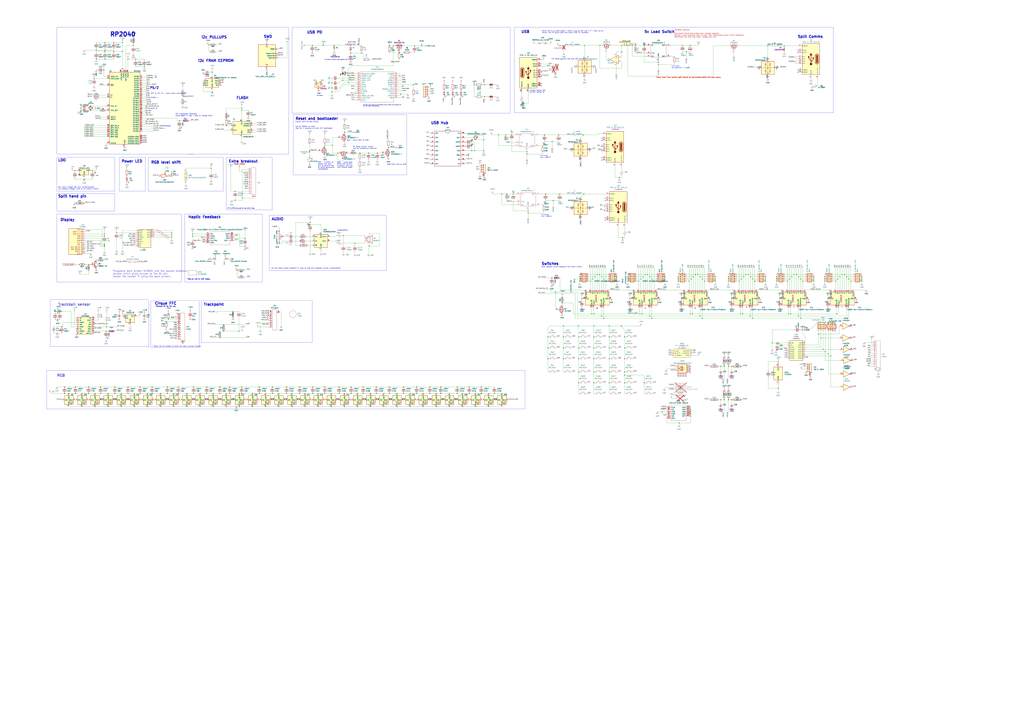
<source format=kicad_sch>
(kicad_sch (version 20230121) (generator eeschema)
  (paper "A0")
  (title_block (title "Chunkier2040 (Chunky2040 Rev 2)") (date "2023-02-11") (rev "2") (company "Zerf Studios") (comment 1 "Copyright 2023") (comment 2 "Freznel B. Sta. Ana"))
  (lib_symbols
    (symbol "+3V3_1" (power) (pin_names (offset 0))
      (property "Value" "+3V3_1" (at 0 3.556 0))
      (symbol "+3V3_1_1_1"
        (pin power_in line (at 0 0 90) (length 0) hide (name "+3V3") (number "1"))
      )
    )
    (symbol "+3V3_10" (power) (pin_names (offset 0))
      (property "Value" "+3V3_10" (at 0 3.556 0))
      (symbol "+3V3_10_1_1"
        (pin power_in line (at 0 0 90) (length 0) hide (name "+3V3") (number "1"))
      )
    )
    (symbol "+3V3_12" (power) (pin_names (offset 0))
      (property "Value" "+3V3_12" (at 0 3.556 0))
      (symbol "+3V3_12_1_1"
        (pin power_in line (at 0 0 90) (length 0) hide (name "+3V3") (number "1"))
      )
    )
    (symbol "+3V3_14" (power) (pin_names (offset 0))
      (property "Value" "+3V3_14" (at 0 3.556 0))
      (symbol "+3V3_14_1_1"
        (pin power_in line (at 0 0 90) (length 0) hide (name "+3V3") (number "1"))
      )
    )
    (symbol "+3V3_15" (power) (pin_names (offset 0))
      (property "Value" "+3V3_15" (at 0 3.556 0))
      (symbol "+3V3_15_1_1"
        (pin power_in line (at 0 0 90) (length 0) hide (name "+3V3") (number "1"))
      )
    )
    (symbol "+3V3_16" (power) (pin_names (offset 0))
      (property "Value" "+3V3_16" (at 0 3.556 0))
      (symbol "+3V3_16_1_1"
        (pin power_in line (at 0 0 90) (length 0) hide (name "+3V3") (number "1"))
      )
    )
    (symbol "+3V3_17" (power) (pin_names (offset 0))
      (property "Value" "+3V3_17" (at 0 3.556 0))
      (symbol "+3V3_17_1_1"
        (pin power_in line (at 0 0 90) (length 0) hide (name "+3V3") (number "1"))
      )
    )
    (symbol "+3V3_18" (power) (pin_names (offset 0))
      (property "Value" "+3V3_18" (at 0 3.556 0))
      (symbol "+3V3_18_1_1"
        (pin power_in line (at 0 0 90) (length 0) hide (name "+3V3") (number "1"))
      )
    )
    (symbol "+3V3_20" (power) (pin_names (offset 0))
      (property "Value" "+3V3_20" (at 0 3.556 0))
      (symbol "+3V3_20_1_1"
        (pin power_in line (at 0 0 90) (length 0) hide (name "+3V3") (number "1"))
      )
    )
    (symbol "+3V3_21" (power) (pin_names (offset 0))
      (property "Value" "+3V3_21" (at 0 3.556 0))
      (symbol "+3V3_21_1_1"
        (pin power_in line (at 0 0 90) (length 0) hide (name "+3V3") (number "1"))
      )
    )
    (symbol "+3V3_22" (power) (pin_names (offset 0))
      (property "Value" "+3V3_22" (at 0 3.556 0))
      (symbol "+3V3_22_1_1"
        (pin power_in line (at 0 0 90) (length 0) hide (name "+3V3") (number "1"))
      )
    )
    (symbol "+3V3_3" (power) (pin_names (offset 0))
      (property "Value" "+3V3_3" (at 0 3.556 0))
      (symbol "+3V3_3_1_1"
        (pin power_in line (at 0 0 90) (length 0) hide (name "+3V3") (number "1"))
      )
    )
    (symbol "+3V3_4" (power) (pin_names (offset 0))
      (property "Value" "+3V3_4" (at 0 3.556 0))
      (symbol "+3V3_4_1_1"
        (pin power_in line (at 0 0 90) (length 0) hide (name "+3V3") (number "1"))
      )
    )
    (symbol "+3V3_6" (power) (pin_names (offset 0))
      (property "Value" "+3V3_6" (at 0 3.556 0))
      (symbol "+3V3_6_1_1"
        (pin power_in line (at 0 0 90) (length 0) hide (name "+3V3") (number "1"))
      )
    )
    (symbol "+3V3_7" (power) (pin_names (offset 0))
      (property "Value" "+3V3_7" (at 0 3.556 0))
      (symbol "+3V3_7_1_1"
        (pin power_in line (at 0 0 90) (length 0) hide (name "+3V3") (number "1"))
      )
    )
    (symbol "+3V3_8" (power) (pin_names (offset 0))
      (property "Value" "+3V3_8" (at 0 3.556 0))
      (symbol "+3V3_8_1_1"
        (pin power_in line (at 0 0 90) (length 0) hide (name "+3V3") (number "1"))
      )
    )
    (symbol "+3V3_9" (power) (pin_names (offset 0))
      (property "Value" "+3V3_9" (at 0 3.556 0))
      (symbol "+3V3_9_1_1"
        (pin power_in line (at 0 0 90) (length 0) hide (name "+3V3") (number "1"))
      )
    )
    (symbol "74xx:74AHC04"
      (property "Reference" "U" (at 0 1.27 0))
      (property "Value" "74AHC04" (at 0 -1.27 0))
      (symbol "74AHC04_1_0"
        (pin input line (at -7.62 0 0) (length 3.81) (name "~") (number "1"))
        (pin output inverted (at 7.62 0 180) (length 3.81) (name "~") (number "2"))
      )
      (symbol "74AHC04_2_0"
        (pin input line (at -7.62 0 0) (length 3.81) (name "~") (number "3"))
        (pin output inverted (at 7.62 0 180) (length 3.81) (name "~") (number "4"))
      )
      (symbol "74AHC04_3_0"
        (pin input line (at -7.62 0 0) (length 3.81) (name "~") (number "5"))
        (pin output inverted (at 7.62 0 180) (length 3.81) (name "~") (number "6"))
      )
      (symbol "74AHC04_4_0"
        (pin output inverted (at 7.62 0 180) (length 3.81) (name "~") (number "8"))
        (pin input line (at -7.62 0 0) (length 3.81) (name "~") (number "9"))
      )
      (symbol "74AHC04_5_0"
        (pin output inverted (at 7.62 0 180) (length 3.81) (name "~") (number "10"))
        (pin input line (at -7.62 0 0) (length 3.81) (name "~") (number "11"))
      )
      (symbol "74AHC04_6_0"
        (pin output inverted (at 7.62 0 180) (length 3.81) (name "~") (number "12"))
        (pin input line (at -7.62 0 0) (length 3.81) (name "~") (number "13"))
      )
      (symbol "74AHC04_7_0"
        (pin power_in line (at 0 12.7 270) (length 5.08) (name "VCC") (number "14"))
        (pin power_in line (at 0 -12.7 90) (length 5.08) (name "GND") (number "7"))
      )
    )
    (symbol "Amplifier_Audio:PAM8302AAS"
      (property "Reference" "U" (at 7.62 11.43 0))
      (property "Value" "PAM8302AAS" (at 7.62 8.89 0))
      (symbol "PAM8302AAS_1_1"
        (pin input line (at -10.16 -5.08 0) (length 2.54) (name "~{SD}") (number "1"))
        (pin no_connect line (at 7.62 -5.08 180) (length 2.54) hide (name "NC") (number "2"))
        (pin input line (at -10.16 5.08 0) (length 2.54) (name "IN+") (number "3"))
        (pin input line (at -10.16 0 0) (length 2.54) (name "IN-") (number "4"))
        (pin output line (at 10.16 5.08 180) (length 2.54) (name "OUT+") (number "5"))
        (pin power_in line (at 0 10.16 270) (length 2.54) (name "VDD") (number "6"))
        (pin power_in line (at 0 -10.16 90) (length 2.54) (name "GND") (number "7"))
        (pin output line (at 10.16 0 180) (length 2.54) (name "OUT-") (number "8"))
      )
    )
    (symbol "Amplifier_Operational:LMV321" (pin_names (offset 0.127))
      (property "Reference" "U" (at 0 5.08 0))
      (property "Value" "LMV321" (at 0 -5.08 0))
      (symbol "LMV321_0_1"
        (pin power_in line (at -2.54 -7.62 90) (length 3.81) (name "V-") (number "2"))
        (pin power_in line (at -2.54 7.62 270) (length 3.81) (name "V+") (number "5"))
      )
      (symbol "LMV321_1_1"
        (pin input line (at -7.62 2.54 0) (length 2.54) (name "+") (number "1"))
        (pin input line (at -7.62 -2.54 0) (length 2.54) (name "-") (number "3"))
        (pin output line (at 7.62 0 180) (length 2.54) (name "~") (number "4"))
      )
    )
    (symbol "Bonsai_C4:fb_0402_26ohm" (pin_numbers hide) (pin_names (offset 0))
      (property "Reference" "FB" (at -6.35 1.27 0))
      (property "Display value" "26ohm" (at -6.35 -1.905 0))
      (symbol "fb_0402_26ohm_1_1"
        (pin passive line (at 0 2.54 270) (length 1.27) (name "~") (number "1"))
        (pin passive line (at 0 -2.54 90) (length 1.27) (name "~") (number "2"))
      )
    )
    (symbol "C_1" (pin_numbers hide) (pin_names (offset 0.254))
      (property "Reference" "C157" (at -3.81 0.635 0))
      (property "Value" "10uF" (at -3.81 -1.905 0))
      (symbol "C_1_1_1"
        (pin passive line (at 0 3.81 270) (length 2.794) (name "~") (number "1"))
        (pin passive line (at 0 -3.81 90) (length 2.794) (name "~") (number "2"))
      )
    )
    (symbol "Connector:Conn_01x01_Female" (pin_names (offset 1.016) hide)
      (property "Reference" "J" (at 0 2.54 0))
      (property "Value" "Conn_01x01_Female" (at 0 -2.54 0))
      (symbol "Conn_01x01_Female_1_1"
        (pin passive line (at -5.08 0 0) (length 3.81) (name "Pin_1") (number "1"))
      )
    )
    (symbol "Connector:Conn_01x01_Male" (pin_names (offset 1.016) hide)
      (property "Reference" "J" (at 0 2.54 0))
      (property "Value" "Conn_01x01_Male" (at 0 -2.54 0))
      (symbol "Conn_01x01_Male_1_1"
        (pin passive line (at 5.08 0 180) (length 3.81) (name "Pin_1") (number "1"))
      )
    )
    (symbol "Connector:TestPoint" (pin_numbers hide) (pin_names (offset 0.762) hide)
      (property "Reference" "TP" (at 0 6.858 0))
      (property "Value" "TestPoint" (at 0 5.08 0))
      (symbol "TestPoint_1_1"
        (pin passive line (at 0 0 90) (length 2.54) (name "1") (number "1"))
      )
    )
    (symbol "Connector:USB_C_Receptacle_USB2.0" (pin_names (offset 1.016))
      (property "Reference" "J" (at -10.16 19.05 0))
      (property "Value" "USB_C_Receptacle_USB2.0" (at 19.05 19.05 0))
      (symbol "USB_C_Receptacle_USB2.0_1_1"
        (pin passive line (at 0 -22.86 90) (length 5.08) (name "GND") (number "A1"))
        (pin passive line (at 0 -22.86 90) (length 5.08) hide (name "GND") (number "A12"))
        (pin passive line (at 15.24 15.24 180) (length 5.08) (name "VBUS") (number "A4"))
        (pin bidirectional line (at 15.24 10.16 180) (length 5.08) (name "CC1") (number "A5"))
        (pin bidirectional line (at 15.24 -2.54 180) (length 5.08) (name "D+") (number "A6"))
        (pin bidirectional line (at 15.24 2.54 180) (length 5.08) (name "D-") (number "A7"))
        (pin bidirectional line (at 15.24 -12.7 180) (length 5.08) (name "SBU1") (number "A8"))
        (pin passive line (at 15.24 15.24 180) (length 5.08) hide (name "VBUS") (number "A9"))
        (pin passive line (at 0 -22.86 90) (length 5.08) hide (name "GND") (number "B1"))
        (pin passive line (at 0 -22.86 90) (length 5.08) hide (name "GND") (number "B12"))
        (pin passive line (at 15.24 15.24 180) (length 5.08) hide (name "VBUS") (number "B4"))
        (pin bidirectional line (at 15.24 7.62 180) (length 5.08) (name "CC2") (number "B5"))
        (pin bidirectional line (at 15.24 -5.08 180) (length 5.08) (name "D+") (number "B6"))
        (pin bidirectional line (at 15.24 0 180) (length 5.08) (name "D-") (number "B7"))
        (pin bidirectional line (at 15.24 -15.24 180) (length 5.08) (name "SBU2") (number "B8"))
        (pin passive line (at 15.24 15.24 180) (length 5.08) hide (name "VBUS") (number "B9"))
        (pin passive line (at -7.62 -22.86 90) (length 5.08) (name "SHIELD") (number "S1"))
      )
    )
    (symbol "Connector_Generic:Conn_01x05" (pin_names (offset 1.016) hide)
      (property "Reference" "J" (at 0 7.62 0))
      (property "Value" "Conn_01x05" (at 0 -7.62 0))
      (symbol "Conn_01x05_1_1"
        (pin passive line (at -5.08 5.08 0) (length 3.81) (name "Pin_1") (number "1"))
        (pin passive line (at -5.08 2.54 0) (length 3.81) (name "Pin_2") (number "2"))
        (pin passive line (at -5.08 0 0) (length 3.81) (name "Pin_3") (number "3"))
        (pin passive line (at -5.08 -2.54 0) (length 3.81) (name "Pin_4") (number "4"))
        (pin passive line (at -5.08 -5.08 0) (length 3.81) (name "Pin_5") (number "5"))
      )
    )
    (symbol "Connector_Generic_MountingPin:Conn_01x04_MountingPin" (pin_names (offset 1.016) hide)
      (property "Reference" "J" (at 0 5.08 0))
      (property "Value" "Conn_01x04_MountingPin" (at 1.27 -7.62 0))
      (symbol "Conn_01x04_MountingPin_1_1"
        (text "Mounting" (at 0 -6.731 0) (effects (font (size 0.381 0.381))))
        (pin passive line (at -5.08 2.54 0) (length 3.81) (name "Pin_1") (number "1"))
        (pin passive line (at -5.08 0 0) (length 3.81) (name "Pin_2") (number "2"))
        (pin passive line (at -5.08 -2.54 0) (length 3.81) (name "Pin_3") (number "3"))
        (pin passive line (at -5.08 -5.08 0) (length 3.81) (name "Pin_4") (number "4"))
        (pin passive line (at 0 -10.16 90) (length 3.048) (name "MountPin") (number "MP"))
      )
    )
    (symbol "Device:C" (pin_numbers hide) (pin_names (offset 0.254))
      (property "Reference" "C" (at 0.635 2.54 0))
      (property "Value" "C" (at 0.635 -2.54 0))
      (symbol "C_1_1"
        (pin passive line (at 0 3.81 270) (length 2.794) (name "~") (number "1"))
        (pin passive line (at 0 -3.81 90) (length 2.794) (name "~") (number "2"))
      )
    )
    (symbol "Device:C_Polarized" (pin_numbers hide) (pin_names (offset 0.254))
      (property "Reference" "C" (at 0.635 2.54 0))
      (property "Value" "C_Polarized" (at 0.635 -2.54 0))
      (symbol "C_Polarized_1_1"
        (pin passive line (at 0 3.81 270) (length 2.794) (name "~") (number "1"))
        (pin passive line (at 0 -3.81 90) (length 2.794) (name "~") (number "2"))
      )
    )
    (symbol "Device:C_Small" (pin_numbers hide) (pin_names (offset 0.254) hide)
      (property "Reference" "C" (at 0.254 1.778 0))
      (property "Value" "C_Small" (at 0.254 -2.032 0))
      (symbol "C_Small_1_1"
        (pin passive line (at 0 2.54 270) (length 2.032) (name "~") (number "1"))
        (pin passive line (at 0 -2.54 90) (length 2.032) (name "~") (number "2"))
      )
    )
    (symbol "Device:Crystal_GND24_Small" (pin_names (offset 1.016) hide)
      (property "Reference" "Y" (at 1.27 4.445 0))
      (property "Value" "Crystal_GND24_Small" (at 1.27 2.54 0))
      (symbol "Crystal_GND24_Small_1_1"
        (pin passive line (at -2.54 0 0) (length 1.27) (name "1") (number "1"))
        (pin passive line (at 0 -2.54 90) (length 0.635) (name "2") (number "2"))
        (pin passive line (at 2.54 0 180) (length 1.27) (name "3") (number "3"))
        (pin passive line (at 0 2.54 270) (length 0.635) (name "4") (number "4"))
      )
    )
    (symbol "Device:D_Schottky" (pin_numbers hide) (pin_names (offset 1.016) hide)
      (property "Reference" "D" (at 0 2.54 0))
      (property "Value" "D_Schottky" (at 0 -2.54 0))
      (symbol "D_Schottky_1_1"
        (pin passive line (at -3.81 0 0) (length 2.54) (name "K") (number "1"))
        (pin passive line (at 3.81 0 180) (length 2.54) (name "A") (number "2"))
      )
    )
    (symbol "Device:LED" (pin_numbers hide) (pin_names (offset 1.016) hide)
      (property "Reference" "D" (at 0 2.54 0))
      (property "Value" "LED" (at 0 -2.54 0))
      (symbol "LED_1_1"
        (pin passive line (at -3.81 0 0) (length 2.54) (name "K") (number "1"))
        (pin passive line (at 3.81 0 180) (length 2.54) (name "A") (number "2"))
      )
    )
    (symbol "Device:Q_NPN_BEC" (pin_names (offset 0) hide)
      (property "Reference" "Q" (at 5.08 1.27 0))
      (property "Value" "Q_NPN_BEC" (at 5.08 -1.27 0))
      (symbol "Q_NPN_BEC_1_1"
        (pin input line (at -5.08 0 0) (length 5.715) (name "B") (number "1"))
        (pin passive line (at 2.54 -5.08 90) (length 2.54) (name "E") (number "2"))
        (pin passive line (at 2.54 5.08 270) (length 2.54) (name "C") (number "3"))
      )
    )
    (symbol "Device:R" (pin_numbers hide) (pin_names (offset 0))
      (property "Reference" "R" (at 2.032 0 90))
      (property "Value" "R" (at 0 0 90))
      (symbol "R_1_1"
        (pin passive line (at 0 3.81 270) (length 1.27) (name "~") (number "1"))
        (pin passive line (at 0 -3.81 90) (length 1.27) (name "~") (number "2"))
      )
    )
    (symbol "Device:R_Small" (pin_numbers hide) (pin_names (offset 0.254) hide)
      (property "Reference" "R" (at 0.762 0.508 0))
      (property "Value" "R_Small" (at 0.762 -1.016 0))
      (symbol "R_Small_1_1"
        (pin passive line (at 0 2.54 270) (length 0.762) (name "~") (number "1"))
        (pin passive line (at 0 -2.54 90) (length 0.762) (name "~") (number "2"))
      )
    )
    (symbol "Djinn-rescue:Ferrite_Bead_Small-Device" (pin_numbers hide) (pin_names (offset 0))
      (property "Reference" "FB" (at 1.905 1.27 0))
      (property "Value" "Ferrite_Bead_Small-Device" (at 1.905 -1.27 0))
      (symbol "Ferrite_Bead_Small-Device_1_1"
        (pin passive line (at 0 2.54 270) (length 1.27) (name "~") (number "1"))
        (pin passive line (at 0 -2.54 90) (length 1.27) (name "~") (number "2"))
      )
    )
    (symbol "ESDA25P35_1" (pin_numbers hide) (pin_names hide)
      (property "Reference" "D80" (at 1.7272 1.1684 90))
      (property "MPN" "ESDA25P35" (at 1.7272 -1.143 90))
      (symbol "ESDA25P35_1_1_1"
        (pin passive line (at -2.54 0 0) (length 2.54) (name "K1") (number "1"))
        (pin passive line (at 2.54 0 180) (length 2.54) (name "A") (number "2"))
      )
    )
    (symbol "FPC_12pin_0.5mm_1" (pin_names (offset 1.016) hide)
      (property "Reference" "J29" (at 3.81 0.0671 0))
      (property "Value" "Conn_01x12_Female" (at 3.81 -2.4729 0))
      (symbol "FPC_12pin_0.5mm_1_1_1"
        (pin passive line (at -6.35 -13.97 0) (length 3.81) (name "Pin_1") (number "1"))
        (pin passive line (at -6.35 8.89 0) (length 3.81) (name "Pin_10") (number "10"))
        (pin passive line (at -6.35 11.43 0) (length 3.81) (name "Pin_11") (number "11"))
        (pin passive line (at -6.35 13.97 0) (length 3.81) (name "Pin_12") (number "12"))
        (pin passive line (at -2.54 -19.05 90) (length 3.81) (name "MP1") (number "13"))
        (pin passive line (at 2.54 -19.05 90) (length 3.81) (name "MP2") (number "14"))
        (pin passive line (at -6.35 -11.43 0) (length 3.81) (name "Pin_2") (number "2"))
        (pin passive line (at -6.35 -8.89 0) (length 3.81) (name "Pin_3") (number "3"))
        (pin passive line (at -6.35 -6.35 0) (length 3.81) (name "Pin_4") (number "4"))
        (pin passive line (at -6.35 -3.81 0) (length 3.81) (name "Pin_5") (number "5"))
        (pin passive line (at -6.35 -1.27 0) (length 3.81) (name "Pin_6") (number "6"))
        (pin passive line (at -6.35 1.27 0) (length 3.81) (name "Pin_7") (number "7"))
        (pin passive line (at -6.35 3.81 0) (length 3.81) (name "Pin_8") (number "8"))
        (pin passive line (at -6.35 6.35 0) (length 3.81) (name "Pin_9") (number "9"))
      )
    )
    (symbol "Ghoul:74AHCT1G125" (pin_names (offset 1.016))
      (property "Reference" "U" (at 2.54 6.35 0))
      (property "Value" "74AHCT1G125" (at 2.54 3.81 0))
      (symbol "74AHCT1G125_1_1"
        (pin input inverted (at 1.27 5.08 270) (length 3.81) (name "~") (number "1"))
        (pin input line (at -6.35 0 0) (length 3.81) (name "~") (number "2"))
        (pin tri_state line (at 7.62 0 180) (length 3.81) (name "~") (number "4"))
      )
      (symbol "74AHCT1G125_2_1"
        (pin power_in line (at 0 -8.89 90) (length 3.81) (name "GND") (number "3"))
        (pin power_in line (at 0 8.89 270) (length 3.81) (name "VCC") (number "5"))
      )
    )
    (symbol "Jumper:Jumper_2_Open" (pin_names (offset 0) hide)
      (property "Reference" "JP" (at 0 2.794 0))
      (property "Value" "Jumper_2_Open" (at 0 -2.286 0))
      (symbol "Jumper_2_Open_1_1"
        (pin passive line (at -5.08 0 0) (length 2.54) (name "A") (number "1"))
        (pin passive line (at 5.08 0 180) (length 2.54) (name "B") (number "2"))
      )
    )
    (symbol "MC74HC589ADTR2G_1"
      (property "Reference" "U14" (at 20.32 -10.16 90))
      (property "Value" "MC74HC589ADTR2G_1" (at 20.32 -12.6969 90))
      (property "LCSC" "C233472" (at 0 0 0))
      (symbol "MC74HC589ADTR2G_1_1_0"
        (pin tri_state line (at 10.16 3.81 180) (length 2.54) (name "B") (number "1"))
        (pin input line (at -10.16 -6.35 0) (length 2.54) (name "OE/~{CS}") (number "10"))
        (pin input line (at -10.16 -8.89 0) (length 2.54) (name "ShftClck/SCK") (number "11"))
        (pin input line (at -10.16 2.54 0) (length 2.54) (name "Latch") (number "12"))
        (pin input line (at -10.16 5.08 0) (length 2.54) (name "SS/~{PL}") (number "13"))
        (pin input line (at 10.16 -13.97 180) (length 2.54) (name "SerialIn") (number "14"))
        (pin tri_state line (at 10.16 6.35 180) (length 2.54) (name "A") (number "15"))
        (pin power_in line (at 0 15.24 270) (length 2.54) (name "VCC") (number "16"))
        (pin tri_state line (at 10.16 1.27 180) (length 2.54) (name "C") (number "2"))
        (pin tri_state line (at 10.16 -1.27 180) (length 2.54) (name "D") (number "3"))
        (pin tri_state line (at 10.16 -3.81 180) (length 2.54) (name "E") (number "4"))
        (pin tri_state line (at 10.16 -6.35 180) (length 2.54) (name "F") (number "5"))
        (pin tri_state line (at 10.16 -8.89 180) (length 2.54) (name "G") (number "6"))
        (pin tri_state line (at 10.16 -11.43 180) (length 2.54) (name "H") (number "7"))
        (pin power_in line (at 0 -17.78 90) (length 2.54) (name "GND") (number "8"))
        (pin output line (at 10.16 11.43 180) (length 2.54) (name "QH/MISO") (number "9"))
      )
    )
    (symbol "MC74HC589ADTR2G_4"
      (property "Reference" "U14" (at 20.32 -10.16 90))
      (property "Value" "MC74HC589ADTR2G_4" (at 20.32 -12.6969 90))
      (property "LCSC" "C233472" (at 0 0 0))
      (symbol "MC74HC589ADTR2G_4_1_0"
        (pin tri_state line (at 10.16 3.81 180) (length 2.54) (name "B") (number "1"))
        (pin input line (at -10.16 -6.35 0) (length 2.54) (name "OE/~{CS}") (number "10"))
        (pin input line (at -10.16 -8.89 0) (length 2.54) (name "ShftClck/SCK") (number "11"))
        (pin input line (at -10.16 2.54 0) (length 2.54) (name "Latch") (number "12"))
        (pin input line (at -10.16 5.08 0) (length 2.54) (name "SS/~{PL}") (number "13"))
        (pin input line (at 10.16 -13.97 180) (length 2.54) (name "SerialIn") (number "14"))
        (pin tri_state line (at 10.16 6.35 180) (length 2.54) (name "A") (number "15"))
        (pin power_in line (at 0 15.24 270) (length 2.54) (name "VCC") (number "16"))
        (pin tri_state line (at 10.16 1.27 180) (length 2.54) (name "C") (number "2"))
        (pin tri_state line (at 10.16 -1.27 180) (length 2.54) (name "D") (number "3"))
        (pin tri_state line (at 10.16 -3.81 180) (length 2.54) (name "E") (number "4"))
        (pin tri_state line (at 10.16 -6.35 180) (length 2.54) (name "F") (number "5"))
        (pin tri_state line (at 10.16 -8.89 180) (length 2.54) (name "G") (number "6"))
        (pin tri_state line (at 10.16 -11.43 180) (length 2.54) (name "H") (number "7"))
        (pin power_in line (at 0 -17.78 90) (length 2.54) (name "GND") (number "8"))
        (pin output line (at 10.16 11.43 180) (length 2.54) (name "QH/MISO") (number "9"))
      )
    )
    (symbol "MC74HC589ADTR2G_5"
      (property "Reference" "U14" (at 20.32 -10.16 90))
      (property "Value" "MC74HC589ADTR2G_5" (at 20.32 -12.6969 90))
      (property "LCSC" "C233472" (at 0 0 0))
      (symbol "MC74HC589ADTR2G_5_1_0"
        (pin tri_state line (at 10.16 3.81 180) (length 2.54) (name "B") (number "1"))
        (pin input line (at -10.16 -6.35 0) (length 2.54) (name "OE/~{CS}") (number "10"))
        (pin input line (at -10.16 -8.89 0) (length 2.54) (name "ShftClck/SCK") (number "11"))
        (pin input line (at -10.16 2.54 0) (length 2.54) (name "Latch") (number "12"))
        (pin input line (at -10.16 5.08 0) (length 2.54) (name "SS/~{PL}") (number "13"))
        (pin input line (at 10.16 -13.97 180) (length 2.54) (name "SerialIn") (number "14"))
        (pin tri_state line (at 10.16 6.35 180) (length 2.54) (name "A") (number "15"))
        (pin power_in line (at 0 15.24 270) (length 2.54) (name "VCC") (number "16"))
        (pin tri_state line (at 10.16 1.27 180) (length 2.54) (name "C") (number "2"))
        (pin tri_state line (at 10.16 -1.27 180) (length 2.54) (name "D") (number "3"))
        (pin tri_state line (at 10.16 -3.81 180) (length 2.54) (name "E") (number "4"))
        (pin tri_state line (at 10.16 -6.35 180) (length 2.54) (name "F") (number "5"))
        (pin tri_state line (at 10.16 -8.89 180) (length 2.54) (name "G") (number "6"))
        (pin tri_state line (at 10.16 -11.43 180) (length 2.54) (name "H") (number "7"))
        (pin power_in line (at 0 -17.78 90) (length 2.54) (name "GND") (number "8"))
        (pin output line (at 10.16 11.43 180) (length 2.54) (name "QH/MISO") (number "9"))
      )
    )
    (symbol "MC74HC589ADTR2G_6"
      (property "Reference" "U14" (at 20.32 -10.16 90))
      (property "Value" "MC74HC589ADTR2G_6" (at 20.32 -12.6969 90))
      (property "LCSC" "C233472" (at 0 0 0))
      (symbol "MC74HC589ADTR2G_6_1_0"
        (pin tri_state line (at 10.16 3.81 180) (length 2.54) (name "B") (number "1"))
        (pin input line (at -10.16 -6.35 0) (length 2.54) (name "OE/~{CS}") (number "10"))
        (pin input line (at -10.16 -8.89 0) (length 2.54) (name "ShftClck/SCK") (number "11"))
        (pin input line (at -10.16 2.54 0) (length 2.54) (name "Latch") (number "12"))
        (pin input line (at -10.16 5.08 0) (length 2.54) (name "SS/~{PL}") (number "13"))
        (pin input line (at 10.16 -13.97 180) (length 2.54) (name "SerialIn") (number "14"))
        (pin tri_state line (at 10.16 6.35 180) (length 2.54) (name "A") (number "15"))
        (pin power_in line (at 0 15.24 270) (length 2.54) (name "VCC") (number "16"))
        (pin tri_state line (at 10.16 1.27 180) (length 2.54) (name "C") (number "2"))
        (pin tri_state line (at 10.16 -1.27 180) (length 2.54) (name "D") (number "3"))
        (pin tri_state line (at 10.16 -3.81 180) (length 2.54) (name "E") (number "4"))
        (pin tri_state line (at 10.16 -6.35 180) (length 2.54) (name "F") (number "5"))
        (pin tri_state line (at 10.16 -8.89 180) (length 2.54) (name "G") (number "6"))
        (pin tri_state line (at 10.16 -11.43 180) (length 2.54) (name "H") (number "7"))
        (pin power_in line (at 0 -17.78 90) (length 2.54) (name "GND") (number "8"))
        (pin output line (at 10.16 11.43 180) (length 2.54) (name "QH/MISO") (number "9"))
      )
    )
    (symbol "Memory_EEPROM:24LC64"
      (property "Reference" "U" (at -6.35 6.35 0))
      (property "Value" "24LC64" (at 1.27 6.35 0))
      (symbol "24LC64_1_1"
        (pin input line (at -10.16 2.54 0) (length 2.54) (name "A0") (number "1"))
        (pin input line (at -10.16 0 0) (length 2.54) (name "A1") (number "2"))
        (pin input line (at -10.16 -2.54 0) (length 2.54) (name "A2") (number "3"))
        (pin power_in line (at 0 -7.62 90) (length 2.54) (name "GND") (number "4"))
        (pin bidirectional line (at 10.16 2.54 180) (length 2.54) (name "SDA") (number "5"))
        (pin input line (at 10.16 0 180) (length 2.54) (name "SCL") (number "6"))
        (pin input line (at 10.16 -2.54 180) (length 2.54) (name "WP") (number "7"))
        (pin power_in line (at 0 7.62 270) (length 2.54) (name "VCC") (number "8"))
      )
    )
    (symbol "Memory_Flash:W25Q128JVS"
      (property "Reference" "U" (at -8.89 8.89 0))
      (property "Value" "W25Q128JVS" (at 7.62 8.89 0))
      (symbol "W25Q128JVS_1_1"
        (pin input line (at -12.7 2.54 0) (length 2.54) (name "~{CS}") (number "1"))
        (pin bidirectional line (at 12.7 2.54 180) (length 2.54) (name "DO(IO1)") (number "2"))
        (pin bidirectional line (at 12.7 -2.54 180) (length 2.54) (name "IO2") (number "3"))
        (pin power_in line (at 0 -10.16 90) (length 2.54) (name "GND") (number "4"))
        (pin bidirectional line (at 12.7 5.08 180) (length 2.54) (name "DI(IO0)") (number "5"))
        (pin input line (at -12.7 -2.54 0) (length 2.54) (name "CLK") (number "6"))
        (pin bidirectional line (at 12.7 -5.08 180) (length 2.54) (name "IO3") (number "7"))
        (pin power_in line (at 0 10.16 270) (length 2.54) (name "VCC") (number "8"))
      )
    )
    (symbol "OPL_Circuit_Protection:SMD-PPTC-1000MA-8V_1206_" (pin_numbers hide) (pin_names (offset 1.016) hide)
      (property "Reference" "F" (at -3.81 2.54 0))
      (property "Value" "SMD-PPTC-1000MA-8V_1206_" (at -3.81 -2.54 0))
      (symbol "SMD-PPTC-1000MA-8V_1206__1_1"
        (pin bidirectional line (at -5.08 0 0) (length 2.54) (name "1") (number "1"))
        (pin bidirectional line (at 5.08 0 180) (length 2.54) (name "2") (number "2"))
      )
    )
    (symbol "PCM_4ms_Power-symbol:PWR_FLAG" (power) (pin_numbers hide) (pin_names (offset 0) hide)
      (property "Value" "PWR_FLAG" (at 0 3.81 0))
      (symbol "PWR_FLAG_0_0"
        (pin power_out line (at 0 0 90) (length 0) (name "pwr") (number "1"))
      )
    )
    (symbol "Power_Protection:PRTR5V0U2X" (pin_names (offset 0))
      (property "Reference" "D" (at 2.794 8.636 0))
      (property "Value" "PRTR5V0U2X" (at 8.128 -9.398 0))
      (symbol "PRTR5V0U2X_1_1"
        (pin passive line (at 0 -12.7 90) (length 5.08) (name "GND") (number "1"))
        (pin passive line (at -12.7 0 0) (length 5.08) (name "I/O1") (number "2"))
        (pin passive line (at 12.7 0 180) (length 5.08) (name "I/O2") (number "3"))
        (pin passive line (at 0 12.7 270) (length 5.08) (name "VCC") (number "4"))
      )
    )
    (symbol "R_1" (pin_numbers hide) (pin_names (offset 0))
      (property "Reference" "R39" (at 1.27 0 0))
      (property "Value" "2K2" (at 0 -1.905 90))
      (symbol "R_1_1_1"
        (pin passive line (at 0 3.81 270) (length 1.27) (name "~") (number "1"))
        (pin passive line (at 0 -3.81 90) (length 1.27) (name "~") (number "2"))
      )
    )
    (symbol "R_10" (pin_numbers hide) (pin_names (offset 0))
      (property "Reference" "R35" (at -1.905 0 90))
      (property "Value" "4.7k" (at 0 0 90))
      (symbol "R_10_1_1"
        (pin passive line (at 0 3.81 270) (length 1.27) (name "~") (number "1"))
        (pin passive line (at 0 -3.81 90) (length 1.27) (name "~") (number "2"))
      )
    )
    (symbol "R_11" (pin_numbers hide) (pin_names (offset 0))
      (property "Reference" "R35" (at -1.905 0 90))
      (property "Value" "4.7k" (at 0 0 90))
      (symbol "R_11_1_1"
        (pin passive line (at 0 3.81 270) (length 1.27) (name "~") (number "1"))
        (pin passive line (at 0 -3.81 90) (length 1.27) (name "~") (number "2"))
      )
    )
    (symbol "R_12" (pin_numbers hide) (pin_names (offset 0))
      (property "Reference" "R35" (at -1.905 0 90))
      (property "Value" "4.7k" (at 0 0 90))
      (symbol "R_12_1_1"
        (pin passive line (at 0 3.81 270) (length 1.27) (name "~") (number "1"))
        (pin passive line (at 0 -3.81 90) (length 1.27) (name "~") (number "2"))
      )
    )
    (symbol "R_2" (pin_numbers hide) (pin_names (offset 0))
      (property "Reference" "R38" (at -2.54 0 90))
      (property "Value" "10k" (at 0 0 90))
      (symbol "R_2_1_1"
        (pin passive line (at 0 3.175 270) (length 1.27) (name "~") (number "1"))
        (pin passive line (at 0 -3.175 90) (length 1.27) (name "~") (number "2"))
      )
    )
    (symbol "R_3" (pin_numbers hide) (pin_names (offset 0))
      (property "Reference" "R35" (at -1.905 0 90))
      (property "Value" "4.7k" (at 0 0 90))
      (symbol "R_3_1_1"
        (pin passive line (at 0 3.81 270) (length 1.27) (name "~") (number "1"))
        (pin passive line (at 0 -3.81 90) (length 1.27) (name "~") (number "2"))
      )
    )
    (symbol "R_4" (pin_numbers hide) (pin_names (offset 0))
      (property "Reference" "R35" (at -1.905 0 90))
      (property "Value" "4.7k" (at 0 0 90))
      (symbol "R_4_1_1"
        (pin passive line (at 0 3.81 270) (length 1.27) (name "~") (number "1"))
        (pin passive line (at 0 -3.81 90) (length 1.27) (name "~") (number "2"))
      )
    )
    (symbol "R_5" (pin_numbers hide) (pin_names (offset 0))
      (property "Reference" "R35" (at -1.905 0 90))
      (property "Value" "4.7k" (at 0 0 90))
      (symbol "R_5_1_1"
        (pin passive line (at 0 3.81 270) (length 1.27) (name "~") (number "1"))
        (pin passive line (at 0 -3.81 90) (length 1.27) (name "~") (number "2"))
      )
    )
    (symbol "R_6" (pin_numbers hide) (pin_names (offset 0))
      (property "Reference" "R35" (at -1.905 0 90))
      (property "Value" "4.7k" (at 0 0 90))
      (symbol "R_6_1_1"
        (pin passive line (at 0 3.81 270) (length 1.27) (name "~") (number "1"))
        (pin passive line (at 0 -3.81 90) (length 1.27) (name "~") (number "2"))
      )
    )
    (symbol "R_7" (pin_numbers hide) (pin_names (offset 0))
      (property "Reference" "R35" (at -1.905 0 90))
      (property "Value" "4.7k" (at 0 0 90))
      (symbol "R_7_1_1"
        (pin passive line (at 0 3.81 270) (length 1.27) (name "~") (number "1"))
        (pin passive line (at 0 -3.81 90) (length 1.27) (name "~") (number "2"))
      )
    )
    (symbol "R_8" (pin_numbers hide) (pin_names (offset 0))
      (property "Reference" "R35" (at -1.905 0 90))
      (property "Value" "4.7k" (at 0 0 90))
      (symbol "R_8_1_1"
        (pin passive line (at 0 3.81 270) (length 1.27) (name "~") (number "1"))
        (pin passive line (at 0 -3.81 90) (length 1.27) (name "~") (number "2"))
      )
    )
    (symbol "R_9" (pin_numbers hide) (pin_names (offset 0))
      (property "Reference" "R35" (at -1.905 0 90))
      (property "Value" "4.7k" (at 0 0 90))
      (symbol "R_9_1_1"
        (pin passive line (at 0 3.81 270) (length 1.27) (name "~") (number "1"))
        (pin passive line (at 0 -3.81 90) (length 1.27) (name "~") (number "2"))
      )
    )
    (symbol "Regulator_Linear:AZ1117-3.3" (pin_names (offset 0.254))
      (property "Reference" "U" (at -3.81 3.175 0))
      (property "Value" "AZ1117-3.3" (at 0 3.175 0))
      (symbol "AZ1117-3.3_1_1"
        (pin power_in line (at 0 -7.62 90) (length 2.54) (name "GND") (number "1"))
        (pin power_out line (at 7.62 0 180) (length 2.54) (name "VO") (number "2"))
        (pin power_in line (at -7.62 0 0) (length 2.54) (name "VI") (number "3"))
      )
    )
    (symbol "Regulator_Linear:TLV70218_SOT23-5" (pin_names (offset 0.254))
      (property "Reference" "U" (at -3.81 5.715 0))
      (property "Value" "TLV70218_SOT23-5" (at 0 5.715 0))
      (symbol "TLV70218_SOT23-5_1_1"
        (pin power_in line (at -7.62 2.54 0) (length 2.54) (name "IN") (number "1"))
        (pin power_in line (at 0 -7.62 90) (length 2.54) (name "GND") (number "2"))
        (pin input line (at -7.62 0 0) (length 2.54) (name "EN") (number "3"))
        (pin no_connect line (at 5.08 0 180) (length 2.54) hide (name "NC") (number "4"))
        (pin power_out line (at 7.62 2.54 180) (length 2.54) (name "OUT") (number "5"))
      )
    )
    (symbol "SL2.1A:SL2.1A" (pin_names (offset 1.016))
      (property "Reference" "U" (at 0 22.86 0))
      (property "Value" "SL2.1A" (at 0 -22.86 0))
      (symbol "SL2.1A_0_0"
        (pin bidirectional line (at -20.32 17.78 0) (length 5.08) (name "DM4") (number "1"))
        (pin bidirectional line (at 20.32 -12.7 180) (length 5.08) (name "DP") (number "10"))
        (pin bidirectional line (at 20.32 -7.62 180) (length 5.08) (name "VDD5") (number "11"))
        (pin bidirectional line (at 20.32 -2.54 180) (length 5.08) (name "GND") (number "12"))
        (pin bidirectional line (at 20.32 2.54 180) (length 5.08) (name "VDD33") (number "13"))
        (pin bidirectional line (at 20.32 7.62 180) (length 5.08) (name "VDD18") (number "14"))
        (pin bidirectional line (at 20.32 12.7 180) (length 5.08) (name "XOUT") (number "15"))
        (pin bidirectional line (at 20.32 17.78 180) (length 5.08) (name "XIN") (number "16"))
        (pin bidirectional line (at -20.32 12.7 0) (length 5.08) (name "DP4") (number "2"))
        (pin bidirectional line (at -20.32 7.62 0) (length 5.08) (name "DM3") (number "3"))
        (pin bidirectional line (at -20.32 2.54 0) (length 5.08) (name "DP3") (number "4"))
        (pin bidirectional line (at -20.32 -2.54 0) (length 5.08) (name "DM2") (number "5"))
        (pin bidirectional line (at -20.32 -7.62 0) (length 5.08) (name "DP2") (number "6"))
        (pin bidirectional line (at -20.32 -12.7 0) (length 5.08) (name "DM1") (number "7"))
        (pin bidirectional line (at -20.32 -17.78 0) (length 5.08) (name "DP1") (number "8"))
        (pin bidirectional line (at 20.32 -17.78 180) (length 5.08) (name "DM") (number "9"))
      )
    )
    (symbol "SparkFun_STUSB4500_USB-PD-eagle-import:DIODE-SCHOTTKY-BAT60A"
      (property "Reference" "D" (at -2.54 2.032 0))
      (symbol "DIODE-SCHOTTKY-BAT60A_1_0"
        (pin passive line (at -2.54 0 0) (length 0) (name "A") (number "A"))
        (pin passive line (at 2.54 0 180) (length 0) (name "C") (number "C"))
      )
    )
    (symbol "SparkFun_STUSB4500_USB-PD-eagle-import:JUMPER-SMT_2_NC_TRACE_NO-SILK"
      (property "Reference" "JP" (at -2.54 2.54 0))
      (symbol "JUMPER-SMT_2_NC_TRACE_NO-SILK_1_0"
        (pin passive line (at -5.08 0 0) (length 2.54) (name "1") (number "1"))
        (pin passive line (at 5.08 0 180) (length 2.54) (name "2") (number "2"))
      )
    )
    (symbol "Switch:SW_Push" (pin_numbers hide) (pin_names (offset 1.016) hide)
      (property "Reference" "SW" (at 1.27 2.54 0))
      (property "Value" "SW_Push" (at 0 -1.524 0))
      (symbol "SW_Push_0_1"
        (pin passive line (at -5.08 0 0) (length 2.54) (name "1") (number "1"))
        (pin passive line (at 5.08 0 180) (length 2.54) (name "2") (number "2"))
      )
    )
    (symbol "Transistor_FET:2N7002" (pin_names hide)
      (property "Reference" "Q" (at 5.08 1.905 0))
      (property "Value" "2N7002" (at 5.08 0 0))
      (symbol "2N7002_1_1"
        (pin input line (at -5.08 0 0) (length 2.54) (name "G") (number "1"))
        (pin passive line (at 2.54 -5.08 90) (length 2.54) (name "S") (number "2"))
        (pin passive line (at 2.54 5.08 270) (length 2.54) (name "D") (number "3"))
      )
    )
    (symbol "Transistor_FET:AO3401A" (pin_names hide)
      (property "Reference" "Q" (at 5.08 1.905 0))
      (property "Value" "AO3401A" (at 5.08 0 0))
      (symbol "AO3401A_1_1"
        (pin input line (at -5.08 0 0) (length 2.54) (name "G") (number "1"))
        (pin passive line (at 2.54 -5.08 90) (length 2.54) (name "S") (number "2"))
        (pin passive line (at 2.54 5.08 270) (length 2.54) (name "D") (number "3"))
      )
    )
    (symbol "Transistor_FET:FDG6335N" (pin_names hide)
      (property "Reference" "Q" (at 5.08 1.905 0))
      (property "Value" "FDG6335N" (at 5.08 0 0))
      (symbol "FDG6335N_1_1"
        (pin passive line (at 2.54 -5.08 90) (length 2.54) (name "S") (number "1"))
        (pin passive line (at -5.08 0 0) (length 2.54) (name "G") (number "2"))
        (pin passive line (at 2.54 5.08 270) (length 2.54) (name "D") (number "6"))
      )
      (symbol "FDG6335N_2_1"
        (pin passive line (at 2.54 5.08 270) (length 2.54) (name "D") (number "3"))
        (pin passive line (at 2.54 -5.08 90) (length 2.54) (name "S") (number "4"))
        (pin passive line (at -5.08 0 0) (length 2.54) (name "G") (number "5"))
      )
    )
    (symbol "UniChunky2022:VL120628H"
      (property "Reference" "LRA" (at 0 3.81 0))
      (property "Value" "VL120628H" (at 0 6.35 0))
    )
    (symbol "acheronSymbols:Conn_ARM_JTAG_SWD_6" (pin_names (offset 1.016))
      (property "Reference" "J" (at -2.54 16.51 0))
      (property "Value" "Conn_ARM_JTAG_SWD_6" (at -2.54 13.97 0))
      (symbol "Conn_ARM_JTAG_SWD_6_0_0"
        (text "VCC" (at 0 10.541 0) (effects (font (size 1.016 1.016))))
      )
      (symbol "Conn_ARM_JTAG_SWD_6_1_1"
        (text "GND" (at -0.127 -10.541 0) (effects (font (size 1.016 1.016))))
        (pin power_in line (at 0 15.24 270) (length 2.54) (name "VCC") (number "1"))
        (pin bidirectional line (at 12.7 0 180) (length 2.54) (name "SWDIO/TMS") (number "2"))
        (pin open_collector line (at 12.7 7.62 180) (length 2.54) (name "~{RESET}") (number "3"))
        (pin output line (at 12.7 2.54 180) (length 2.54) (name "SWDCLK/TCK") (number "4"))
        (pin power_in line (at 0 -15.24 90) (length 2.54) (name "GND") (number "5"))
        (pin input line (at 12.7 -2.54 180) (length 2.54) (name "SWO/TDO") (number "6"))
        (pin no_connect line (at -10.16 0 0) (length 2.54) hide (name "KEY") (number "7"))
      )
    )
    (symbol "kbd:1uf-16v_capacitor" (pin_numbers hide) (pin_names (offset 0.254))
      (property "Reference" "C15" (at -2.54 1.27 0))
      (property "Value" "1uf-16v_capacitor" (at -2.54 -1.27 0))
      (symbol "1uf-16v_capacitor_1_1"
        (pin passive line (at 0 3.81 270) (length 2.794) (name "~") (number "1"))
        (pin passive line (at 0 -3.81 90) (length 2.794) (name "~") (number "2"))
      )
    )
    (symbol "kbd:1uf-50v" (pin_numbers hide) (pin_names (offset 0.254))
      (property "Reference" "C65" (at -2.921 0.8347 0))
      (property "Value" "1uf-50v" (at -2.921 -1.7022 0))
      (property "MPN" "CL10A105KB8NNNC" (at 0 0 0))
      (property "Link" "https://datasheet.lcsc.com/lcsc/1810261812_Samsung-Electro-Mechanics-CL10A105KB8NNNC_C15849.pdf" (at 0 0 0))
      (symbol "1uf-50v_1_1"
        (pin passive line (at 0 3.81 270) (length 2.794) (name "~") (number "1"))
        (pin passive line (at 0 -3.81 90) (length 2.794) (name "~") (number "2"))
      )
    )
    (symbol "kbd:K1-1506SN-01" (pin_names (offset 1.016))
      (property "Reference" "SW2" (at -0.635 5.207 0))
      (property "Value" "K1-1506SN-01" (at -0.635 2.8956 0))
      (property "LCSC" "C145910" (at -0.635 0.5842 0))
      (symbol "K1-1506SN-01_0_0"
        (pin output line (at -12.7 -3.81 0) (length 2.54) (name "A_UP") (number "1"))
        (pin output line (at -12.7 -6.35 0) (length 2.54) (name "B_LEFT") (number "2"))
        (pin output line (at -12.7 -8.89 0) (length 2.54) (name "C_DOWN") (number "3"))
        (pin input line (at 11.43 -8.89 180) (length 2.54) (name "COM") (number "4"))
        (pin output line (at 11.43 -6.35 180) (length 2.54) (name "D_RIGHT") (number "5"))
        (pin output line (at 11.43 -3.81 180) (length 2.54) (name "CENTER") (number "6"))
      )
    )
    (symbol "kbd:RP2040" (pin_names (offset 1.016))
      (property "Reference" "U3" (at -17.78 49.53 0))
      (property "Value" "RP2040" (at 10.795 49.53 0))
      (symbol "RP2040_1_1"
        (pin power_in line (at -1.27 50.8 270) (length 2.54) (name "IOVDD") (number "1"))
        (pin power_in line (at -1.27 50.8 270) (length 2.54) hide (name "IOVDD") (number "10"))
        (pin bidirectional line (at 20.32 22.86 180) (length 2.54) (name "GPIO8") (number "11"))
        (pin bidirectional line (at 20.32 20.32 180) (length 2.54) (name "GPIO9") (number "12"))
        (pin bidirectional line (at 20.32 17.78 180) (length 2.54) (name "GPIO10") (number "13"))
        (pin bidirectional line (at 20.32 15.24 180) (length 2.54) (name "GPIO11") (number "14"))
        (pin bidirectional line (at 20.32 12.7 180) (length 2.54) (name "GPIO12") (number "15"))
        (pin bidirectional line (at 20.32 10.16 180) (length 2.54) (name "GPIO13") (number "16"))
        (pin bidirectional line (at 20.32 7.62 180) (length 2.54) (name "GPIO14") (number "17"))
        (pin bidirectional line (at 20.32 5.08 180) (length 2.54) (name "GPIO15") (number "18"))
        (pin input line (at -20.32 -34.29 0) (length 2.54) (name "TESTEN") (number "19"))
        (pin bidirectional line (at 20.32 43.18 180) (length 2.54) (name "GPIO0") (number "2"))
        (pin input line (at -20.32 8.89 0) (length 2.54) (name "XTAL_IN") (number "20"))
        (pin input line (at -20.32 3.81 0) (length 2.54) (name "XTAL_OUT") (number "21"))
        (pin power_in line (at -1.27 50.8 270) (length 2.54) hide (name "IOVDD") (number "22"))
        (pin power_in line (at 3.81 50.8 270) (length 2.54) hide (name "DVDD") (number "23"))
        (pin input line (at -20.32 -3.81 0) (length 2.54) (name "SWCLK") (number "24"))
        (pin bidirectional line (at -20.32 -6.35 0) (length 2.54) (name "SWDIO") (number "25"))
        (pin input line (at -20.32 33.02 0) (length 2.54) (name "~{RUN}") (number "26"))
        (pin bidirectional line (at 20.32 2.54 180) (length 2.54) (name "GPIO16") (number "27"))
        (pin bidirectional line (at 20.32 0 180) (length 2.54) (name "GPIO17") (number "28"))
        (pin bidirectional line (at 20.32 -2.54 180) (length 2.54) (name "GPIO18") (number "29"))
        (pin bidirectional line (at 20.32 40.64 180) (length 2.54) (name "GPIO1") (number "3"))
        (pin bidirectional line (at 20.32 -5.08 180) (length 2.54) (name "GPIO19") (number "30"))
        (pin bidirectional line (at 20.32 -7.62 180) (length 2.54) (name "GPIO20") (number "31"))
        (pin bidirectional line (at 20.32 -10.16 180) (length 2.54) (name "GPIO21") (number "32"))
        (pin power_in line (at -1.27 50.8 270) (length 2.54) hide (name "IOVDD") (number "33"))
        (pin bidirectional line (at 20.32 -12.7 180) (length 2.54) (name "GPIO22") (number "34"))
        (pin bidirectional line (at 20.32 -15.24 180) (length 2.54) (name "GPIO23") (number "35"))
        (pin bidirectional line (at 20.32 -17.78 180) (length 2.54) (name "GPIO24") (number "36"))
        (pin bidirectional line (at 20.32 -20.32 180) (length 2.54) (name "GPIO25") (number "37"))
        (pin bidirectional line (at 20.32 -26.67 180) (length 2.54) (name "GPIO26/ADC0") (number "38"))
        (pin bidirectional line (at 20.32 -29.21 180) (length 2.54) (name "GPIO27/ADC1") (number "39"))
        (pin bidirectional line (at 20.32 38.1 180) (length 2.54) (name "GPIO2") (number "4"))
        (pin bidirectional line (at 20.32 -31.75 180) (length 2.54) (name "GPIO28/ADC2") (number "40"))
        (pin bidirectional line (at 20.32 -34.29 180) (length 2.54) (name "GPIO29/ADC3") (number "41"))
        (pin power_in line (at -1.27 50.8 270) (length 2.54) hide (name "IOVDD") (number "42"))
        (pin power_in line (at 1.27 50.8 270) (length 2.54) (name "ADC_AVDD") (number "43"))
        (pin power_in line (at -20.32 43.18 0) (length 2.54) (name "VREG_VIN") (number "44"))
        (pin power_out line (at -20.32 40.64 0) (length 2.54) (name "VREG_VOUT") (number "45"))
        (pin bidirectional line (at -20.32 19.05 0) (length 2.54) (name "D-") (number "46"))
        (pin bidirectional line (at -20.32 21.59 0) (length 2.54) (name "D+") (number "47"))
        (pin power_in line (at -3.81 50.8 270) (length 2.54) (name "USB_VDD") (number "48"))
        (pin power_in line (at -1.27 50.8 270) (length 2.54) hide (name "IOVDD") (number "49"))
        (pin bidirectional line (at 20.32 35.56 180) (length 2.54) (name "GPIO3") (number "5"))
        (pin power_in line (at 3.81 50.8 270) (length 2.54) (name "DVDD") (number "50"))
        (pin bidirectional line (at -20.32 -26.67 0) (length 2.54) (name "QSPI_SD3") (number "51"))
        (pin bidirectional line (at -20.32 -16.51 0) (length 2.54) (name "QSPI_SCLK") (number "52"))
        (pin bidirectional line (at -20.32 -19.05 0) (length 2.54) (name "QSPI_SD0") (number "53"))
        (pin bidirectional line (at -20.32 -24.13 0) (length 2.54) (name "QSPI_SD2") (number "54"))
        (pin bidirectional line (at -20.32 -21.59 0) (length 2.54) (name "QSPI_SD1") (number "55"))
        (pin bidirectional line (at -20.32 -13.97 0) (length 2.54) (name "QSPI_SS_N") (number "56"))
        (pin power_in line (at 0 -38.1 90) (length 2.54) (name "GND") (number "57"))
        (pin bidirectional line (at 20.32 33.02 180) (length 2.54) (name "GPIO4") (number "6"))
        (pin bidirectional line (at 20.32 30.48 180) (length 2.54) (name "GPIO5") (number "7"))
        (pin bidirectional line (at 20.32 27.94 180) (length 2.54) (name "GPIO6") (number "8"))
        (pin bidirectional line (at 20.32 25.4 180) (length 2.54) (name "GPIO7") (number "9"))
      )
    )
    (symbol "kbd:R_Pack04-10k" (pin_names (offset 0) hide)
      (property "Reference" "RN1" (at -0.478 11.0968 0))
      (property "Value" "R_Pack04-10k" (at 1.27 15.24 0))
      (symbol "R_Pack04-10k_1_1"
        (pin passive line (at -5.08 -5.08 90) (length 2.54) (name "R1.1") (number "1"))
        (pin passive line (at -2.54 -5.08 90) (length 2.54) (name "R2.1") (number "2"))
        (pin passive line (at 0 -5.08 90) (length 2.54) (name "R3.1") (number "3"))
        (pin passive line (at 2.54 -5.08 90) (length 2.54) (name "R4.1") (number "4"))
        (pin passive line (at 2.54 5.08 270) (length 2.54) (name "R4.2") (number "5"))
        (pin passive line (at 0 5.08 270) (length 2.54) (name "R3.2") (number "6"))
        (pin passive line (at -2.54 5.08 270) (length 2.54) (name "R2.2") (number "7"))
        (pin passive line (at -5.08 5.08 270) (length 2.54) (name "R1.2") (number "8"))
      )
    )
    (symbol "kbd:T16_Scroll_Assembly" (pin_names (offset 0.254) hide)
      (property "Reference" "SW4" (at 6.35 0.635 0))
      (property "Value" "RotaryEncoder" (at 6.35 -1.905 0))
      (symbol "T16_Scroll_Assembly_1_1"
        (pin passive line (at -7.62 2.54 0) (length 2.54) (name "A") (number "A"))
        (pin passive line (at -7.62 -2.54 0) (length 2.54) (name "B") (number "B"))
        (pin passive line (at -7.62 0 0) (length 2.54) (name "C") (number "C"))
      )
      (symbol "T16_Scroll_Assembly_2_1"
        (pin passive line (at 3.81 1.905 180) (length 2.54) (name "1") (number "1"))
        (pin passive line (at -6.35 -0.635 0) (length 2.54) (name "2") (number "2"))
        (pin passive line (at 3.81 -3.175 180) (length 2.54) (name "3") (number "3"))
      )
    )
    (symbol "kbd:cap_100nF_16v_0402" (pin_numbers hide) (pin_names (offset 0.254) hide)
      (property "Reference" "C22" (at 0 3.81 0))
      (property "Display value" "0.1uF" (at 0 -5.08 0))
      (symbol "cap_100nF_16v_0402_1_1"
        (pin passive line (at 0 1.27 270) (length 1.27) (name "~") (number "1"))
        (pin passive line (at 0 -2.54 90) (length 1.27) (name "~") (number "2"))
      )
    )
    (symbol "keebio:Hole" (pin_names (offset 1.016))
      (property "Reference" "H" (at 0 -1.27 0))
      (property "Value" "Hole" (at 0 1.27 0))
    )
    (symbol "power:+1V1" (power) (pin_names (offset 0))
      (property "Value" "+1V1" (at 0 3.556 0))
      (symbol "+1V1_1_1"
        (pin power_in line (at 0 0 90) (length 0) hide (name "+1V1") (number "1"))
      )
    )
    (symbol "power:+1V8" (power) (pin_names (offset 0))
      (property "Value" "+1V8" (at 0 3.556 0))
      (symbol "+1V8_1_1"
        (pin power_in line (at 0 0 90) (length 0) hide (name "+1V8") (number "1"))
      )
    )
    (symbol "power:+3V3" (power) (pin_names (offset 0))
      (property "Value" "+3V3" (at 0 3.556 0))
      (symbol "+3V3_1_1"
        (pin power_in line (at 0 0 90) (length 0) hide (name "+3V3") (number "1"))
      )
    )
    (symbol "power:+5V" (power) (pin_names (offset 0))
      (property "Value" "+5V" (at 0 3.556 0))
      (symbol "+5V_1_1"
        (pin power_in line (at 0 0 90) (length 0) hide (name "+5V") (number "1"))
      )
    )
    (symbol "power:GND" (power) (pin_names (offset 0))
      (property "Value" "GND" (at 0 -3.81 0))
      (symbol "GND_1_1"
        (pin power_in line (at 0 0 270) (length 0) hide (name "GND") (number "1"))
      )
    )
    (symbol "power:PWR_FLAG" (power) (pin_numbers hide) (pin_names (offset 0) hide)
      (property "Value" "PWR_FLAG" (at 0 3.81 0))
      (symbol "PWR_FLAG_0_0"
        (pin power_out line (at 0 0 90) (length 0) (name "pwr") (number "1"))
      )
    )
    (symbol "power:VBUS" (power) (pin_names (offset 0))
      (property "Value" "VBUS" (at 0 3.81 0))
      (symbol "VBUS_1_1"
        (pin power_in line (at 0 0 90) (length 0) hide (name "VBUS") (number "1"))
      )
    )
    (symbol "power:VDD" (power) (pin_names (offset 0))
      (property "Value" "VDD" (at 0 3.81 0))
      (symbol "VDD_1_1"
        (pin power_in line (at 0 0 90) (length 0) hide (name "VDD") (number "1"))
      )
    )
    (symbol "prettylib:3313J-1-103E" (pin_names (offset 1.016))
      (property "Reference" "R" (at -5.08 5.08 0))
      (property "Value" "3313J-1-103E" (at -5.08 2.54 0))
      (symbol "3313J-1-103E_0_0"
        (pin passive line (at -7.62 0 0) (length 2.54) (name "~") (number "1"))
        (pin passive line (at 0 -5.08 90) (length 2.54) (name "~") (number "2"))
        (pin passive line (at 7.62 0 180) (length 2.54) (name "~") (number "3"))
      )
    )
    (symbol "prettylib:AP22615AWU-7" (pin_names (offset 0.762))
      (property "Reference" "IC6" (at 0.635 12.065 0))
      (property "Value" "AP22615AWU-7" (at 0 10.16 0))
      (symbol "AP22615AWU-7_0_0"
        (pin passive line (at 13.97 6.35 180) (length 5.08) (name "OUT") (number "1"))
        (pin passive line (at 0 -12.7 90) (length 5.08) (name "GND") (number "2"))
        (pin passive line (at -13.97 -2.54 0) (length 5.08) (name "FLG") (number "3"))
        (pin passive line (at -13.97 -6.35 0) (length 5.08) (name "EN") (number "4"))
        (pin passive line (at 13.97 -6.35 180) (length 5.08) (name "ISET") (number "5"))
        (pin passive line (at -13.97 6.35 0) (length 5.08) (name "IN") (number "6"))
      )
    )
    (symbol "prettylib:DRV2605YZFT" (pin_names (offset 0.762))
      (property "Reference" "IC2" (at 16.51 6.189 0))
      (property "Value" "Texas_DSBGA-9_1.4715x1.4715mm_Layout3x3_P0.5mm" (at 16.51 3.6521 0))
      (symbol "DRV2605YZFT_0_0"
        (pin passive line (at 0 0 0) (length 5.08) (name "EN") (number "A1"))
        (pin passive line (at 0 -2.54 0) (length 5.08) (name "VREG") (number "A2"))
        (pin passive line (at 0 -5.08 0) (length 5.08) (name "OUT+") (number "A3"))
        (pin passive line (at 0 -7.62 0) (length 5.08) (name "IN/TRIG") (number "B1"))
        (pin passive line (at 0 -10.16 0) (length 5.08) (name "SDA") (number "B2"))
        (pin passive line (at 33.02 0 180) (length 5.08) (name "GND") (number "B3"))
        (pin passive line (at 33.02 -2.54 180) (length 5.08) (name "SCL") (number "C1"))
        (pin passive line (at 33.02 -5.08 180) (length 5.08) (name "VDD") (number "C2"))
        (pin passive line (at 33.02 -7.62 180) (length 5.08) (name "OUT-") (number "C3"))
      )
    )
    (symbol "prettylib:FPC_12pin_0.5mm" (pin_names (offset 1.016) hide)
      (property "Reference" "J11" (at 3.81 0.0671 0))
      (property "Value" "Conn_01x12_Female" (at 3.81 -2.4729 0))
      (symbol "FPC_12pin_0.5mm_1_1"
        (text "MP" (at 1.524 -17.272 0) (effects (font (size 1.27 1.27))))
        (pin passive line (at 0 -19.05 90) (length 3.81) (name "Pin_0") (number "0"))
        (pin passive line (at -6.35 -13.97 0) (length 3.81) (name "Pin_1") (number "1"))
        (pin passive line (at -6.35 8.89 0) (length 3.81) (name "Pin_10") (number "10"))
        (pin passive line (at -6.35 11.43 0) (length 3.81) (name "Pin_11") (number "11"))
        (pin passive line (at -6.35 13.97 0) (length 3.81) (name "Pin_12") (number "12"))
        (pin passive line (at -6.35 -11.43 0) (length 3.81) (name "Pin_2") (number "2"))
        (pin passive line (at -6.35 -8.89 0) (length 3.81) (name "Pin_3") (number "3"))
        (pin passive line (at -6.35 -6.35 0) (length 3.81) (name "Pin_4") (number "4"))
        (pin passive line (at -6.35 -3.81 0) (length 3.81) (name "Pin_5") (number "5"))
        (pin passive line (at -6.35 -1.27 0) (length 3.81) (name "Pin_6") (number "6"))
        (pin passive line (at -6.35 1.27 0) (length 3.81) (name "Pin_7") (number "7"))
        (pin passive line (at -6.35 3.81 0) (length 3.81) (name "Pin_8") (number "8"))
        (pin passive line (at -6.35 6.35 0) (length 3.81) (name "Pin_9") (number "9"))
      )
    )
    (symbol "prettylib:FPC_8pin_0.5mm" (pin_names (offset 1.016) hide)
      (property "Reference" "J24" (at 7.62 2.54 0))
      (property "Value" "FPC_8pin" (at 7.62 0 0))
      (symbol "FPC_8pin_0.5mm_1_1"
        (text "MP" (at 4.445 8.001 0) (effects (font (size 1.27 1.27))))
        (pin passive line (at 6.35 8.89 180) (length 3.81) (name "Pin_0") (number "0"))
        (pin passive line (at -6.35 -8.89 0) (length 3.81) (name "Pin_1") (number "1"))
        (pin passive line (at -6.35 -6.35 0) (length 3.81) (name "Pin_2") (number "2"))
        (pin passive line (at -6.35 -3.81 0) (length 3.81) (name "Pin_3") (number "3"))
        (pin passive line (at -6.35 -1.27 0) (length 3.81) (name "Pin_4") (number "4"))
        (pin passive line (at -6.35 1.27 0) (length 3.81) (name "Pin_5") (number "5"))
        (pin passive line (at -6.35 3.81 0) (length 3.81) (name "Pin_6") (number "6"))
        (pin passive line (at -6.35 6.35 0) (length 3.81) (name "Pin_7") (number "7"))
        (pin passive line (at -6.35 8.89 0) (length 3.81) (name "Pin_8") (number "8"))
      )
    )
    (symbol "prettylib:GC9A01_Octagon_Breakout"
      (property "Reference" "J6" (at 3.81 -12.7 0))
      (property "Value" "GC9A01" (at 1.27 -13.97 0))
      (symbol "GC9A01_Octagon_Breakout_1_1"
        (pin power_in line (at -3.81 8.89 0) (length 3.81) (name "GND") (number "1"))
        (pin power_in line (at -3.81 6.35 0) (length 3.81) (name "VCC") (number "2"))
        (pin passive line (at -3.81 3.81 0) (length 3.81) (name "SCK") (number "3"))
        (pin passive line (at -3.81 1.27 0) (length 3.81) (name "MOSI") (number "4"))
        (pin passive line (at -3.81 -1.27 0) (length 3.81) (name "RST") (number "5"))
        (pin passive line (at -3.81 -3.81 0) (length 3.81) (name "D/C") (number "6"))
        (pin passive line (at -3.81 -6.35 0) (length 3.81) (name "CS") (number "7"))
        (pin passive line (at -3.81 -8.89 0) (length 3.81) (name "BL") (number "8"))
        (pin passive line (at 17.78 8.89 180) (length 3.81) (name "MP1") (number "MP1"))
        (pin passive line (at 17.78 6.35 180) (length 3.81) (name "MP2") (number "MP2"))
        (pin passive line (at 17.78 3.81 180) (length 3.81) (name "MP3") (number "MP3"))
        (pin passive line (at 17.78 1.27 180) (length 3.81) (name "MP4") (number "MP4"))
      )
    )
    (symbol "prettylib:GC9A01_bare_screen" (pin_names (offset 1.016) hide)
      (property "Reference" "J7" (at -2.0828 18.2118 0))
      (property "Value" "GC9A01" (at -2.0828 15.9004 0))
      (symbol "GC9A01_bare_screen_0_0"
        (text "D/C" (at 2.54 -2.54 0) (effects (font (size 1.27 1.27))))
        (text "GND" (at 2.54 -15.24 0) (effects (font (size 1.27 1.27))))
        (text "GND" (at 2.54 0 0) (effects (font (size 1.27 1.27))))
        (text "GND" (at 2.54 2.54 0) (effects (font (size 1.27 1.27))))
        (text "GND" (at 2.54 12.7 0) (effects (font (size 1.27 1.27))))
        (text "LEDA (+)" (at 5.08 7.62 0) (effects (font (size 1.27 1.27))))
        (text "LEDK (-)" (at 5.08 10.16 0) (effects (font (size 1.27 1.27))))
        (text "RESET" (at 3.81 -12.7 0) (effects (font (size 1.27 1.27))))
        (text "SCL (SCLK)" (at 6.35 -7.62 0) (effects (font (size 1.27 1.27))))
        (text "SDA (MOSI)" (at 6.35 -10.16 0) (effects (font (size 1.27 1.27))))
        (text "VDD" (at 2.54 5.08 0) (effects (font (size 1.27 1.27))))
        (text "~{CS}" (at 1.27 -5.08 0) (effects (font (size 1.27 1.27)) (justify left)))
      )
      (symbol "GC9A01_bare_screen_1_1"
        (pin power_in line (at -5.08 12.7 0) (length 3.81) (name "Pin_1") (number "1"))
        (pin passive line (at -5.08 -10.16 0) (length 3.81) (name "Pin_10") (number "10"))
        (pin passive line (at -5.08 -12.7 0) (length 3.81) (name "Pin_11") (number "11"))
        (pin input line (at -5.08 -15.24 0) (length 3.81) (name "Pin_12") (number "12"))
        (pin passive line (at -5.08 10.16 0) (length 3.81) (name "Pin_2") (number "2"))
        (pin passive line (at -5.08 7.62 0) (length 3.81) (name "Pin_3") (number "3"))
        (pin power_in line (at -5.08 5.08 0) (length 3.81) (name "Pin_4") (number "4"))
        (pin power_in line (at -5.08 2.54 0) (length 3.81) (name "Pin_5") (number "5"))
        (pin power_in line (at -5.08 0 0) (length 3.81) (name "Pin_6") (number "6"))
        (pin passive line (at -5.08 -2.54 0) (length 3.81) (name "Pin_7") (number "7"))
        (pin passive line (at -5.08 -5.08 0) (length 3.81) (name "Pin_8") (number "8"))
        (pin passive line (at -5.08 -7.62 0) (length 3.81) (name "Pin_9") (number "9"))
      )
    )
    (symbol "prettylib:KLJ-7525-3627" (pin_names (offset 0) hide)
      (property "Reference" "LS2" (at 4.318 0.0001 0))
      (property "Value" "Speaker" (at 4.318 -2.5399 0))
      (symbol "KLJ-7525-3627_0_1"
        (text "+" (at -1.524 0 0) (effects (font (size 1.27 1.27))))
        (text "-" (at -1.524 -2.413 0) (effects (font (size 1.27 1.27))))
      )
      (symbol "KLJ-7525-3627_1_1"
        (pin input line (at -5.08 0 0) (length 2.54) (name "1") (number "1"))
        (pin input line (at -5.08 -2.54 0) (length 2.54) (name "2") (number "2"))
        (pin passive line (at 0 -6.35 90) (length 2.54) (name "3") (number "3"))
        (pin passive line (at 0 3.81 270) (length 2.54) (name "4") (number "4"))
      )
    )
    (symbol "prettylib:PEC11S-929F-S0015" (pin_names (offset 0.762))
      (property "Reference" "J" (at 24.13 7.62 0))
      (property "Value" "PEC11S-929F-S0015" (at 24.13 5.08 0))
      (symbol "PEC11S-929F-S0015_0_0"
        (pin passive line (at 0 0 0) (length 5.08) (name "CCW") (number "A1"))
        (pin passive line (at 0 -2.54 0) (length 5.08) (name "CW") (number "B1"))
        (pin passive line (at 0 -5.08 0) (length 5.08) (name "GND") (number "C1"))
        (pin passive line (at 0 -7.62 0) (length 5.08) (name "COM") (number "D1"))
        (pin passive line (at 0 -10.16 0) (length 5.08) (name "NO") (number "E1"))
        (pin passive line (at 0 -12.7 0) (length 5.08) (name "MP1") (number "MP1"))
        (pin passive line (at 27.94 0 180) (length 5.08) (name "MP2") (number "MP2"))
        (pin passive line (at 27.94 -2.54 180) (length 5.08) (name "MP4") (number "MP4"))
        (pin passive line (at 27.94 -5.08 180) (length 5.08) (name "MP5") (number "MP5"))
        (pin passive line (at 27.94 -7.62 180) (length 5.08) (name "MP6") (number "MP6"))
        (pin passive line (at 27.94 -10.16 180) (length 5.08) (name "MP7") (number "MP7"))
      )
    )
    (symbol "prettylib:R" (pin_numbers hide) (pin_names (offset 0))
      (property "Reference" "R32" (at 2.54 0 90))
      (property "Value" "10k" (at 0 0 90))
      (symbol "R_1_1"
        (pin passive line (at 0 6.35 270) (length 2.54) (name "~") (number "1"))
        (pin passive line (at 0 -6.35 90) (length 2.54) (name "~") (number "2"))
      )
    )
    (symbol "prettylib:RotaryEncoder_EC50" (pin_names (offset 0.254) hide)
      (property "Reference" "SW73" (at 0 8.89 0))
      (property "Value" "RotaryEncoder_Switch" (at 0 6.35 0))
      (symbol "RotaryEncoder_EC50_1_1"
        (pin passive line (at -7.62 2.54 0) (length 2.54) (name "A") (number "A"))
        (pin passive line (at -7.62 -2.54 0) (length 2.54) (name "B") (number "B"))
        (pin passive line (at -7.62 0 0) (length 2.54) (name "C") (number "C"))
        (pin passive line (at 4.318 -9.017 90) (length 3.81) (name "EH1") (number "EH1"))
        (pin passive line (at 1.27 -9.017 90) (length 3.81) (name "EH2") (number "EH2"))
        (pin passive line (at -4.318 -8.89 90) (length 3.81) (name "EH3") (number "EH3"))
        (pin passive line (at -1.651 -9.017 90) (length 3.81) (name "EH4") (number "EH4"))
        (pin passive line (at 8.89 2.667 180) (length 3.81) (name "MP1") (number "MP1"))
        (pin passive line (at 8.89 0.127 180) (length 3.81) (name "MP2") (number "MP2"))
        (pin passive line (at 8.89 -2.286 180) (length 3.81) (name "MP3") (number "MP3"))
        (pin passive line (at 8.89 -4.572 180) (length 3.81) (name "MP4") (number "MP4"))
      )
    )
    (symbol "prettylib:STUSB4500BJR" (pin_names (offset 0.762))
      (property "Reference" "IC" (at 44.45 7.62 0))
      (property "Value" "STUSB4500BJR" (at 44.45 5.08 0))
      (symbol "STUSB4500BJR_0_0"
        (pin passive line (at 0 0 0) (length 5.08) (name "VBUS_VS__DISCH") (number "A1"))
        (pin passive line (at 0 -2.54 0) (length 5.08) (name "POWER__OK2") (number "A2"))
        (pin passive line (at 0 -5.08 0) (length 5.08) (name "VREG__1V2") (number "A3"))
        (pin passive line (at 0 -7.62 0) (length 5.08) (name "VREG__2V7") (number "A4"))
        (pin passive line (at 0 -10.16 0) (length 5.08) (name "VDD") (number "A5"))
        (pin passive line (at 0 -12.7 0) (length 5.08) (name "VSYS") (number "B1"))
        (pin passive line (at 0 -15.24 0) (length 5.08) (name "ALERT") (number "B2"))
        (pin passive line (at 0 -17.78 0) (length 5.08) (name "NC_1") (number "B3"))
        (pin passive line (at 0 -20.32 0) (length 5.08) (name "CC1DB") (number "B4"))
        (pin passive line (at 0 -22.86 0) (length 5.08) (name "CC1") (number "B5"))
        (pin passive line (at 0 -25.4 0) (length 5.08) (name "VBUS__EN_SNK") (number "C1"))
        (pin passive line (at 0 -27.94 0) (length 5.08) (name "A_B__SIDE") (number "C2"))
        (pin passive line (at 0 -30.48 0) (length 5.08) (name "NC_2") (number "C3"))
        (pin passive line (at 48.26 0 180) (length 5.08) (name "CC2DB") (number "C4"))
        (pin passive line (at 48.26 -2.54 180) (length 5.08) (name "CC2") (number "C5"))
        (pin passive line (at 48.26 -5.08 180) (length 5.08) (name "GPIO") (number "D1"))
        (pin passive line (at 48.26 -7.62 180) (length 5.08) (name "ADDR1") (number "D2"))
        (pin passive line (at 48.26 -10.16 180) (length 5.08) (name "ADDR0") (number "D3"))
        (pin passive line (at 48.26 -12.7 180) (length 5.08) (name "RESET") (number "D4"))
        (pin passive line (at 48.26 -15.24 180) (length 5.08) (name "SCL") (number "D5"))
        (pin passive line (at 48.26 -17.78 180) (length 5.08) (name "POWER__OK3") (number "E1"))
        (pin passive line (at 48.26 -20.32 180) (length 5.08) (name "ATTACH") (number "E2"))
        (pin passive line (at 48.26 -22.86 180) (length 5.08) (name "GND") (number "E3"))
        (pin passive line (at 48.26 -25.4 180) (length 5.08) (name "DISCH") (number "E4"))
        (pin passive line (at 48.26 -27.94 180) (length 5.08) (name "SDA") (number "E5"))
      )
    )
    (symbol "prettylib:SW_Push_Comb" (pin_numbers hide) (pin_names hide)
      (property "Reference" "SW1" (at 0 7.62 0))
      (property "Value" "SW_Push" (at 0 5.08 0))
      (symbol "SW_Push_Comb_0_1"
        (pin passive line (at -5.08 0 0) (length 2.54) (name "1") (number "1"))
        (pin passive line (at 5.08 0 180) (length 2.54) (name "2") (number "2"))
      )
    )
    (symbol "prettylib:TONYU-6812" (pin_names (offset 0.254))
      (property "Reference" "D43" (at 3.81 6.35 0))
      (symbol "TONYU-6812_0_0"
        (text "RGB" (at 2.286 -4.191 0) (effects (font (size 0.762 0.762))))
      )
      (symbol "TONYU-6812_1_1"
        (pin power_in line (at 0 7.62 270) (length 2.54) (name "VDD") (number "1"))
        (pin output line (at 7.62 0 180) (length 2.54) (name "DOUT") (number "2"))
        (pin power_in line (at 0 -7.62 90) (length 2.54) (name "VSS") (number "3"))
        (pin input line (at -7.62 0 0) (length 2.54) (name "DIN") (number "4"))
      )
    )
    (symbol "prettylib:VSINK" (power) (pin_names (offset 0))
      (property "Value" "VSINK" (at 0.4318 4.3942 0))
      (symbol "VSINK_1_1"
        (pin power_in line (at 0 0 90) (length 0) hide (name "VSINK") (number "1"))
      )
    )
    (symbol "prettylib:VSINK_FUSED" (power) (pin_names (offset 0))
      (property "Value" "VSINK_FUSED" (at 0 3.81 0))
      (symbol "VSINK_FUSED_1_1"
        (pin power_in line (at 0 0 90) (length 0) hide (name "VSINK_FUSED") (number "1"))
      )
    )
    (symbol "prettylib:XW06A"
      (property "Reference" "U32" (at -1.27 15.494 0))
      (property "Value" "XW06A" (at -2.286 13.208 0))
      (property "LCSC" "C389301" (at 0 -3.556 0))
      (symbol "XW06A_1_0"
        (pin output line (at 10.16 4.064 180) (length 2.54) (name "OUT1") (number "14"))
      )
      (symbol "XW06A_1_1"
        (pin power_in line (at -10.16 9.144 0) (length 2.54) (name "GND") (number "1"))
        (pin passive line (at 10.16 -6.096 180) (length 2.54) (name "OUT5") (number "10"))
        (pin output line (at 10.16 -3.556 180) (length 2.54) (name "OUT4") (number "11"))
        (pin output line (at 10.16 -1.016 180) (length 2.54) (name "OUT3") (number "12"))
        (pin output line (at 10.16 1.524 180) (length 2.54) (name "OUT2") (number "13"))
        (pin output line (at 10.16 6.604 180) (length 2.54) (name "OUT0") (number "15"))
        (pin power_in line (at 10.16 9.144 180) (length 2.54) (name "VDD") (number "16"))
        (pin passive line (at -10.16 6.604 0) (length 2.54) (name "C1") (number "2"))
        (pin passive line (at -10.16 4.064 0) (length 2.54) (name "CSEL") (number "3"))
        (pin passive line (at -10.16 1.524 0) (length 2.54) (name "PAD0") (number "4"))
        (pin passive line (at -10.16 -1.016 0) (length 2.54) (name "PAD1") (number "5"))
        (pin passive line (at -10.16 -3.556 0) (length 2.54) (name "PAD2") (number "6"))
        (pin passive line (at -10.16 -6.096 0) (length 2.54) (name "PAD3") (number "7"))
        (pin passive line (at -10.16 -8.636 0) (length 2.54) (name "PAD4") (number "8"))
        (pin passive line (at 10.16 -8.636 180) (length 2.54) (name "PAD5") (number "9"))
      )
    )
    (symbol "pwm3360:PWM3360" (pin_names (offset 1.016))
      (property "Reference" "U" (at 0 13.97 0))
      (property "Value" "PWM3360" (at 0.254 12.446 0))
      (symbol "PWM3360_1_1"
        (pin no_connect line (at -10.16 8.89 0) (length 2.54) (name "NC") (number "1"))
        (pin input line (at 10.16 -6.35 180) (length 2.54) (name "SCLK") (number "10"))
        (pin input line (at 10.16 -3.81 180) (length 2.54) (name "MOSI") (number "11"))
        (pin output line (at 10.16 -1.27 180) (length 2.54) (name "MISO") (number "12"))
        (pin input line (at 10.16 1.27 180) (length 2.54) (name "NCS") (number "13"))
        (pin no_connect line (at 10.16 3.81 180) (length 2.54) (name "NC") (number "14"))
        (pin input line (at 10.16 6.35 180) (length 2.54) (name "LED_P") (number "15"))
        (pin no_connect line (at 10.16 8.89 180) (length 2.54) (name "NC") (number "16"))
        (pin no_connect line (at -10.16 6.35 0) (length 2.54) (name "NC") (number "2"))
        (pin power_in line (at -10.16 3.81 0) (length 2.54) (name "VDDPIX") (number "3"))
        (pin power_in line (at -10.16 1.27 0) (length 2.54) (name "VDD") (number "4"))
        (pin power_in line (at -10.16 -1.27 0) (length 2.54) (name "VDDIO") (number "5"))
        (pin no_connect line (at -10.16 -3.81 0) (length 2.54) (name "NC") (number "6"))
        (pin input line (at -10.16 -6.35 0) (length 2.54) (name "NRESET") (number "7"))
        (pin power_in line (at -10.16 -8.89 0) (length 2.54) (name "GND") (number "8"))
        (pin output line (at 10.16 -8.89 180) (length 2.54) (name "MOTION") (number "9"))
      )
    )
    (symbol "symbol:ESDA25P35" (pin_numbers hide) (pin_names hide)
      (property "Reference" "D" (at 0 2.54 0))
      (property "MPN" "ESDA25P35" (at 0 -2.54 0))
      (symbol "ESDA25P35_1_1"
        (pin passive line (at -2.54 0 0) (length 2.54) (name "K1") (number "1"))
        (pin passive line (at 2.54 0 180) (length 2.54) (name "A") (number "2"))
      )
    )
    (symbol "symbol:ESDA25W" (pin_names hide)
      (property "Reference" "D" (at 5.715 2.54 0))
      (property "MPN" "ESDA25W" (at 10.16 0 0))
      (symbol "ESDA25W_0_0"
        (pin passive line (at 0 -5.08 90) (length 2.54) (name "A") (number "3"))
      )
      (symbol "ESDA25W_1_1"
        (pin passive line (at -2.54 5.08 270) (length 2.54) (name "K") (number "1"))
        (pin passive line (at 2.54 5.08 270) (length 2.54) (name "K") (number "2"))
      )
    )
    (symbol "symbol:SSM6J507NU" (pin_numbers hide) (pin_names (offset 0))
      (property "Reference" "Q" (at 5.08 1.27 0))
      (property "MPN" "SSM6J507NU" (at 11.43 -1.27 0))
      (symbol "SSM6J507NU_0_0"
        (pin passive line (at 2.54 5.08 270) (length 5.08) hide (name "D") (number "1"))
        (pin passive line (at 2.54 5.08 270) (length 5.08) hide (name "D") (number "2"))
        (pin passive line (at 2.54 5.08 270) (length 5.08) hide (name "D") (number "6"))
        (pin passive line (at 2.54 5.08 270) (length 5.08) (name "D") (number "D"))
        (pin passive line (at 2.54 -5.08 90) (length 5.08) (name "S") (number "S"))
      )
      (symbol "SSM6J507NU_1_1"
        (pin input line (at -5.08 0 0) (length 5.08) (name "G") (number "3"))
        (pin passive line (at 2.54 -5.08 90) (length 2.54) hide (name "S") (number "4"))
        (pin passive line (at 2.54 5.08 270) (length 2.54) hide (name "D") (number "5"))
      )
    )
  )
  (junction (at 977.9 319.024))
  (junction (at 280.67 125.73))
  (junction (at 871.22 321.564))
  (junction (at 97.79 208.28))
  (junction (at 384.81 457.2))
  (junction (at 199.39 204.47))
  (junction (at 332.74 457.2))
  (junction (at 944.88 321.564))
  (junction (at 725.17 391.414))
  (junction (at 756.92 324.104))
  (junction (at 521.97 457.2))
  (junction (at 927.1 321.564))
  (junction (at 1019.81 430.784))
  (junction (at 896.62 398.399))
  (junction (at 802.64 324.104))
  (junction (at 698.881 174.498))
  (junction (at 924.56 319.024))
  (junction (at 242.57 52.07))
  (junction (at 721.36 378.714))
  (junction (at 246.38 106.68))
  (junction (at 645.16 339.344))
  (junction (at 654.685 52.705))
  (junction (at 953.135 392.684))
  (junction (at 654.05 416.814))
  (junction (at 308.61 472.44))
  (junction (at 931.545 383.159))
  (junction (at 1000.76 324.104))
  (junction (at 142.24 49.53))
  (junction (at 123.825 379.73))
  (junction (at 849.63 464.439))
  (junction (at 195.58 370.84))
  (junction (at 962.025 374.269))
  (junction (at 293.37 472.44))
  (junction (at 102.87 457.2))
  (junction (at 871.22 367.284))
  (junction (at 702.056 244.348))
  (junction (at 858.52 326.644))
  (junction (at 910.59 53.34))
  (junction (at 725.17 416.814))
  (junction (at 578.866 156.718))
  (junction (at 66.929 371.348))
  (junction (at 703.58 326.644))
  (junction (at 247.65 457.2))
  (junction (at 223.52 274.32))
  (junction (at 746.76 321.564))
  (junction (at 929.64 369.824))
  (junction (at 689.61 364.744))
  (junction (at 107.315 198.12))
  (junction (at 640.715 322.834))
  (junction (at 110.49 472.44))
  (junction (at 675.64 346.964))
  (junction (at 889 324.104))
  (junction (at 944.88 324.104))
  (junction (at 861.06 324.104))
  (junction (at 744.22 324.104))
  (junction (at 756.92 369.824))
  (junction (at 671.83 432.054))
  (junction (at 274.32 472.44))
  (junction (at 438.15 177.8))
  (junction (at 224.79 449.58))
  (junction (at 764.54 72.39))
  (junction (at 955.675 406.019))
  (junction (at 385.445 106.68))
  (junction (at 723.011 276.098) (diameter 1.016))
  (junction (at 491.49 472.44))
  (junction (at 132.08 59.69))
  (junction (at 121.285 286.385))
  (junction (at 102.87 449.58))
  (junction (at 375.285 52.705))
  (junction (at 506.73 457.2))
  (junction (at 671.83 404.114))
  (junction (at 157.48 68.58))
  (junction (at 567.69 472.44))
  (junction (at 281.305 224.917))
  (junction (at 955.675 374.269))
  (junction (at 805.18 321.564))
  (junction (at 417.83 177.8))
  (junction (at 323.85 472.44))
  (junction (at 300.99 449.58))
  (junction (at 109.22 91.44))
  (junction (at 707.39 378.714))
  (junction (at 140.97 457.2))
  (junction (at 574.04 457.2))
  (junction (at 464.185 88.265))
  (junction (at 489.585 53.34))
  (junction (at 707.39 432.054))
  (junction (at 392.43 177.8))
  (junction (at 689.61 444.754))
  (junction (at 385.445 96.52))
  (junction (at 436.88 457.2))
  (junction (at 649.986 225.298))
  (junction (at 787.4 321.564))
  (junction (at 386.08 168.91))
  (junction (at 266.7 457.2))
  (junction (at 812.8 321.564))
  (junction (at 224.79 457.2))
  (junction (at 802.005 478.409))
  (junction (at 915.67 364.744))
  (junction (at 74.93 457.2))
  (junction (at 208.28 140.335))
  (junction (at 421.64 457.2))
  (junction (at 547.751 175.133))
  (junction (at 558.8 449.58))
  (junction (at 87.63 457.2))
  (junction (at 802.005 483.489))
  (junction (at 734.06 52.705))
  (junction (at 186.69 472.44))
  (junction (at 642.366 232.918))
  (junction (at 689.61 404.114))
  (junction (at 633.476 225.298))
  (junction (at 868.68 319.024))
  (junction (at 223.52 271.78))
  (junction (at 87.63 449.58))
  (junction (at 742.95 364.744))
  (junction (at 759.46 326.644))
  (junction (at 421.64 449.58))
  (junction (at 111.76 58.42))
  (junction (at 728.98 326.644))
  (junction (at 476.25 472.44))
  (junction (at 110.49 457.2))
  (junction (at 671.83 416.814))
  (junction (at 671.83 444.754))
  (junction (at 67.056 361.696))
  (junction (at 552.45 472.44))
  (junction (at 354.33 457.2))
  (junction (at 613.156 247.523))
  (junction (at 967.105 374.269))
  (junction (at 450.85 171.45))
  (junction (at 689.61 378.714))
  (junction (at 685.8 326.644))
  (junction (at 480.06 98.425))
  (junction (at 677.291 156.718))
  (junction (at 636.27 404.114))
  (junction (at 901.7 326.644))
  (junction (at 772.16 324.104))
  (junction (at 787.4 326.644))
  (junction (at 232.41 472.44))
  (junction (at 316.23 457.2))
  (junction (at 280.67 449.58))
  (junction (at 544.83 449.58))
  (junction (at 628.65 83.185))
  (junction (at 751.84 319.024))
  (junction (at 701.04 324.104))
  (junction (at 975.36 321.564))
  (junction (at 636.27 416.814))
  (junction (at 132.08 49.53))
  (junction (at 412.115 282.575))
  (junction (at 561.721 162.433))
  (junction (at 176.53 449.58))
  (junction (at 412.75 108.585))
  (junction (at 400.05 472.44))
  (junction (at 927.1 367.284))
  (junction (at 171.45 457.2))
  (junction (at 611.886 178.943))
  (junction (at 369.57 457.2))
  (junction (at 66.421 387.223))
  (junction (at 240.03 457.2))
  (junction (at 398.78 273.685))
  (junction (at 245.11 195.58))
  (junction (at 944.88 326.644))
  (junction (at 891.54 53.34))
  (junction (at 125.73 457.2))
  (junction (at 801.37 364.744))
  (junction (at 696.595 52.705))
  (junction (at 281.305 229.997))
  (junction (at 707.39 444.754))
  (junction (at 121.92 58.42))
  (junction (at 121.285 283.845))
  (junction (at 707.39 404.114))
  (junction (at 707.39 391.414))
  (junction (at 193.04 373.38))
  (junction (at 530.86 449.58))
  (junction (at 284.48 286.385))
  (junction (at 654.05 404.114))
  (junction (at 648.716 156.718))
  (junction (at 754.38 321.564))
  (junction (at 889 321.564))
  (junction (at 721.995 60.325))
  (junction (at 430.53 472.44))
  (junction (at 121.285 285.115))
  (junction (at 491.49 457.2))
  (junction (at 988.06 326.644))
  (junction (at 95.25 472.44))
  (junction (at 360.045 258.445))
  (junction (at 293.37 457.2))
  (junction (at 582.676 225.298))
  (junction (at 716.28 321.564))
  (junction (at 133.35 449.58))
  (junction (at 261.62 300.99))
  (junction (at 377.19 457.2))
  (junction (at 404.495 95.885))
  (junction (at 262.89 146.05))
  (junction (at 407.67 449.58))
  (junction (at 105.41 123.19))
  (junction (at 772.16 321.564))
  (junction (at 280.67 128.27))
  (junction (at 194.31 449.58))
  (junction (at 530.86 457.2))
  (junction (at 628.65 88.265))
  (junction (at 970.28 326.644))
  (junction (at 217.17 457.2))
  (junction (at 567.69 457.2))
  (junction (at 102.87 307.34))
  (junction (at 932.18 326.644))
  (junction (at 93.98 125.73))
  (junction (at 791.21 346.964))
  (junction (at 903.605 419.989))
  (junction (at 398.145 93.345))
  (junction (at 866.14 319.024))
  (junction (at 764.54 74.93))
  (junction (at 876.3 326.644))
  (junction (at 845.82 464.439))
  (junction (at 815.34 369.824))
  (junction (at 359.41 175.26))
  (junction (at 953.135 374.269))
  (junction (at 830.58 326.644))
  (junction (at 812.8 367.284))
  (junction (at 199.39 275.59))
  (junction (at 728.98 324.104))
  (junction (at 701.04 369.824))
  (junction (at 644.779 85.217))
  (junction (at 463.55 60.96))
  (junction (at 156.21 457.2))
  (junction (at 436.88 449.58))
  (junction (at 377.19 168.91))
  (junction (at 521.97 472.44))
  (junction (at 608.33 120.015) (diameter 1.016))
  (junction (at 558.8 457.2))
  (junction (at 918.21 364.744))
  (junction (at 788.543 491.363))
  (junction (at 255.27 392.43))
  (junction (at 673.1 321.564))
  (junction (at 156.21 472.44))
  (junction (at 277.495 384.81))
  (junction (at 689.61 391.414))
  (junction (at 817.88 326.644))
  (junction (at 71.628 379.603))
  (junction (at 255.27 449.58))
  (junction (at 123.19 384.81))
  (junction (at 950.595 374.269))
  (junction (at 120.65 81.28))
  (junction (at 707.39 416.814))
  (junction (at 873.76 369.824))
  (junction (at 772.16 326.644))
  (junction (at 972.82 324.104))
  (junction (at 275.463 313.944))
  (junction (at 369.57 472.44))
  (junction (at 452.12 457.2))
  (junction (at 690.88 321.564))
  (junction (at 259.715 384.81))
  (junction (at 483.87 457.2))
  (junction (at 415.29 457.2))
  (junction (at 550.926 175.133))
  (junction (at 731.52 346.964))
  (junction (at 845.82 321.564))
  (junction (at 273.05 232.791))
  (junction (at 922.02 319.024))
  (junction (at 562.61 98.425))
  (junction (at 830.58 324.104))
  (junction (at 971.55 364.744))
  (junction (at 201.93 457.2))
  (junction (at 133.35 457.2))
  (junction (at 552.45 457.2))
  (junction (at 273.05 222.377))
  (junction (at 95.25 457.2))
  (junction (at 143.51 367.03))
  (junction (at 721.995 52.705))
  (junction (at 728.98 52.705))
  (junction (at 849.63 346.964))
  (junction (at 859.79 364.744))
  (junction (at 901.7 324.104))
  (junction (at 725.17 432.054))
  (junction (at 284.48 276.86))
  (junction (at 111.76 68.58))
  (junction (at 731.139 52.705))
  (junction (at 1000.76 321.564))
  (junction (at 481.33 53.34))
  (junction (at 407.67 457.2))
  (junction (at 255.27 457.2))
  (junction (at 332.74 449.58))
  (junction (at 339.09 457.2))
  (junction (at 613.156 244.983))
  (junction (at 957.58 324.104))
  (junction (at 86.995 198.12))
  (junction (at 641.096 164.338))
  (junction (at 354.33 472.44))
  (junction (at 815.34 324.104))
  (junction (at 125.73 472.44))
  (junction (at 278.13 457.2))
  (junction (at 748.03 444.754))
  (junction (at 456.565 53.34))
  (junction (at 266.7 449.58))
  (junction (at 840.74 464.439))
  (junction (at 363.22 457.2))
  (junction (at 677.926 225.298))
  (junction (at 430.53 457.2))
  (junction (at 830.58 321.564))
  (junction (at 162.56 449.58))
  (junction (at 957.58 321.564))
  (junction (at 652.78 352.044))
  (junction (at 116.84 449.58))
  (junction (at 845.82 425.704))
  (junction (at 719.201 206.248) (diameter 1.016))
  (junction (at 836.93 464.439))
  (junction (at 162.56 457.2))
  (junction (at 961.39 346.964))
  (junction (at 363.22 449.58))
  (junction (at 807.72 319.024))
  (junction (at 427.99 177.8))
  (junction (at 199.39 270.51))
  (junction (at 236.22 96.52))
  (junction (at 93.98 128.27))
  (junction (at 588.391 225.298))
  (junction (at 236.22 99.06))
  (junction (at 716.28 324.104))
  (junction (at 121.285 274.32))
  (junction (at 693.42 319.024))
  (junction (at 695.96 319.024))
  (junction (at 385.445 102.235))
  (junction (at 728.98 321.564))
  (junction (at 384.81 472.44))
  (junction (at 452.12 53.34))
  (junction (at 611.886 176.403))
  (junction (at 393.7 457.2))
  (junction (at 537.21 472.44))
  (junction (at 176.53 457.2))
  (junction (at 483.87 449.58))
  (junction (at 840.74 425.704))
  (junction (at 323.85 457.2))
  (junction (at 140.97 472.44))
  (junction (at 716.28 326.644))
  (junction (at 246.38 83.82))
  (junction (at 415.29 472.44))
  (junction (at 671.83 378.714))
  (junction (at 916.94 324.104))
  (junction (at 689.61 432.054))
  (junction (at 419.735 61.595))
  (junction (at 116.84 457.2))
  (junction (at 748.03 52.705))
  (junction (at 849.63 425.704))
  (junction (at 135.255 270.51))
  (junction (at 499.11 449.58))
  (junction (at 802.005 480.949))
  (junction (at 845.82 324.104))
  (junction (at 873.76 324.104))
  (junction (at 725.17 444.754))
  (junction (at 154.94 52.705))
  (junction (at 754.38 367.284))
  (junction (at 836.93 425.704))
  (junction (at 985.52 324.104))
  (junction (at 171.45 472.44))
  (junction (at 982.98 321.564))
  (junction (at 461.01 472.44))
  (junction (at 1000.76 326.644))
  (junction (at 698.881 170.053))
  (junction (at 863.6 321.564))
  (junction (at 950.595 388.239))
  (junction (at 537.21 457.2))
  (junction (at 796.925 60.325))
  (junction (at 201.93 472.44))
  (junction (at 407.035 52.705))
  (junction (at 148.59 68.58))
  (junction (at 148.59 457.2))
  (junction (at 562.61 112.395))
  (junction (at 957.58 326.644))
  (junction (at 673.1 324.104))
  (junction (at 678.815 52.705))
  (junction (at 561.721 175.133))
  (junction (at 958.215 374.269))
  (junction (at 142.24 80.01))
  (junction (at 476.25 457.2))
  (junction (at 741.68 326.644))
  (junction (at 787.4 324.104))
  (junction (at 800.1 326.644))
  (junction (at 901.7 321.564))
  (junction (at 964.565 374.269))
  (junction (at 636.27 391.414))
  (junction (at 74.93 449.58))
  (junction (at 654.05 391.414))
  (junction (at 689.61 416.814))
  (junction (at 929.64 324.104))
  (junction (at 324.485 282.575))
  (junction (at 587.121 156.718))
  (junction (at 247.65 472.44))
  (junction (at 445.77 472.44))
  (junction (at 737.87 52.705))
  (junction (at 673.1 326.644))
  (junction (at 506.73 472.44))
  (junction (at 232.41 457.2))
  (junction (at 240.03 449.58))
  (junction (at 461.01 457.2))
  (junction (at 377.19 449.58))
  (junction (at 499.11 457.2))
  (junction (at 803.91 364.744))
  (junction (at 914.4 326.644))
  (junction (at 801.37 52.705))
  (junction (at 749.3 319.024))
  (junction (at 980.44 319.024))
  (junction (at 632.206 156.718))
  (junction (at 316.23 449.58))
  (junction (at 387.985 52.705))
  (junction (at 308.61 457.2))
  (junction (at 724.916 52.705))
  (junction (at 745.49 364.744))
  (junction (at 511.81 457.2))
  (junction (at 121.92 68.58))
  (junction (at 121.285 271.78))
  (junction (at 400.05 457.2))
  (junction (at 207.01 457.2))
  (junction (at 105.41 128.27))
  (junction (at 725.17 404.114))
  (junction (at 262.89 457.2))
  (junction (at 905.51 346.964))
  (junction (at 702.056 239.268))
  (junction (at 393.7 449.58))
  (junction (at 792.48 52.705))
  (junction (at 300.99 457.2))
  (junction (at 360.045 260.985))
  (junction (at 452.12 449.58))
  (junction (at 802.005 475.869))
  (junction (at 550.545 98.425))
  (junction (at 688.34 324.104))
  (junction (at 207.01 449.58))
  (junction (at 465.455 109.22))
  (junction (at 121.92 59.69))
  (junction (at 339.09 472.44))
  (junction (at 964.565 413.639))
  (junction (at 962.025 411.099))
  (junction (at 347.98 449.58))
  (junction (at 919.48 321.564))
  (junction (at 262.89 472.44))
  (junction (at 725.17 435.864))
  (junction (at 359.41 176.53))
  (junction (at 727.456 52.705))
  (junction (at 468.63 457.2))
  (junction (at 400.05 153.67))
  (junction (at 687.07 364.744))
  (junction (at 194.31 457.2))
  (junction (at 671.83 391.414))
  (junction (at 217.17 472.44))
  (junction (at 582.93 457.2))
  (junction (at 250.19 300.99))
  (junction (at 80.01 457.2))
  (junction (at 468.63 449.58))
  (junction (at 280.67 457.2))
  (junction (at 889 326.644))
  (junction (at 362.585 52.705))
  (junction (at 698.5 367.284))
  (junction (at 278.13 472.44))
  (junction (at 698.5 321.564))
  (junction (at 810.26 319.024))
  (junction (at 596.011 225.298))
  (junction (at 511.81 449.58))
  (junction (at 347.98 457.2))
  (junction (at 862.33 364.744))
  (junction (at 407.035 61.595))
  (junction (at 594.106 156.718))
  (junction (at 901.065 403.479))
  (junction (at 67.056 363.728))
  (junction (at 199.39 273.05))
  (junction (at 148.59 449.58))
  (junction (at 142.24 59.69))
  (junction (at 445.77 457.2))
  (junction (at 654.05 378.714))
  (junction (at 903.605 451.104))
  (junction (at 428.625 285.75))
  (junction (at 259.715 377.19))
  (junction (at 958.215 408.559))
  (junction (at 544.83 457.2))
  (junction (at 845.82 326.644))
  (junction (at 186.69 457.2))
  (junction (at 270.51 361.95))
  (junction (at 167.64 77.47))
  (junction (at 121.92 49.53))
  (no_connect (at 926.465 58.42))
  (no_connect (at 794.893 460.502))
  (no_connect (at 698.881 160.528))
  (no_connect (at 88.9 384.81))
  (no_connect (at 702.691 230.378))
  (no_connect (at 698.881 183.388))
  (no_connect (at 212.09 398.78))
  (no_connect (at 926.465 83.82))
  (no_connect (at 796.798 437.261))
  (no_connect (at 926.465 81.28))
  (no_connect (at 702.691 253.238))
  (no_connect (at 256.54 99.06))
  (no_connect (at 702.691 255.778))
  (no_connect (at 698.881 163.068))
  (no_connect (at 801.37 428.117))
  (no_connect (at 793.75 437.261))
  (no_connect (at 926.465 60.96))
  (no_connect (at 698.881 185.928))
  (no_connect (at 801.37 430.53))
  (no_connect (at 801.497 432.816))
  (no_connect (at 628.65 99.695))
  (no_connect (at 801.37 425.577))
  (no_connect (at 967.105 384.429))
  (no_connect (at 790.829 437.261))
  (no_connect (at 788.162 437.134))
  (no_connect (at 702.691 232.918))
  (no_connect (at 969.645 384.429))
  (no_connect (at 628.65 97.155))
  (wire (pts (xy 845.82 464.439) (xy 849.63 464.439)))
  (polyline (pts (xy 88.9 129.54) (xy 88.9 129.54)))
  (wire (pts (xy 419.735 61.595) (xy 421.64 61.595)))
  (wire (pts (xy 927.1 311.404) (xy 927.1 321.564)))
  (wire (pts (xy 835.66 464.439) (xy 836.93 464.439)))
  (wire (pts (xy 762 336.804) (xy 795.02 336.804)))
  (wire (pts (xy 671.83 404.114) (xy 671.83 416.814)))
  (wire (pts (xy 393.7 102.235) (xy 400.05 95.885)))
  (wire (pts (xy 878.84 78.74) (xy 876.3 78.74)))
  (wire (pts (xy 223.52 271.78) (xy 238.76 271.78)))
  (wire (pts (xy 636.27 336.169) (xy 640.08 336.169)))
  (wire (pts (xy 243.205 52.07) (xy 242.57 52.07)))
  (wire (pts (xy 165.1 111.76) (xy 169.545 111.76)))
  (wire (pts (xy 481.33 60.96) (xy 476.25 60.96)))
  (wire (pts (xy 560.07 112.395) (xy 562.61 112.395)))
  (wire (pts (xy 343.535 285.115) (xy 343.535 258.445)))
  (wire (pts (xy 462.28 85.725) (xy 464.185 85.725)))
  (wire (pts (xy 293.37 472.44) (xy 308.61 472.44)))
  (wire (pts (xy 109.22 372.11) (xy 114.3 372.11)))
  (wire (pts (xy 398.145 87.63) (xy 398.145 93.345)))
  (wire (pts (xy 988.06 311.404) (xy 988.06 326.644)))
  (wire (pts (xy 748.03 437.134) (xy 746.76 435.864)))
  (wire (pts (xy 359.41 176.53) (xy 359.41 180.34)))
  (wire (pts (xy 855.98 321.564) (xy 863.6 321.564)))
  (wire (pts (xy 1000.76 324.104) (xy 1000.76 326.644)))
  (wire (pts (xy 180.34 267.97) (xy 179.07 267.97)))
  (wire (pts (xy 578.866 156.718) (xy 578.866 169.418)))
  (wire (pts (xy 923.925 71.12) (xy 923.925 73.66)))
  (wire (pts (xy 116.84 135.89) (xy 124.46 135.89)))
  (wire (pts (xy 116.84 457.2) (xy 125.73 457.2)))
  (wire (pts (xy 135.255 270.51) (xy 157.48 270.51)))
  (wire (pts (xy 221.615 140.335) (xy 219.71 140.335)))
  (wire (pts (xy 924.56 319.024) (xy 924.56 336.804)))
  (wire (pts (xy 148.59 449.58) (xy 162.56 449.58)))
  (wire (pts (xy 671.83 432.054) (xy 671.83 444.754)))
  (wire (pts (xy 86.995 208.28) (xy 97.79 208.28)))
  (wire (pts (xy 919.48 311.404) (xy 919.48 321.564)))
  (wire (pts (xy 1000.76 321.564) (xy 1000.76 324.104)))
  (wire (pts (xy 246.38 83.82) (xy 246.38 88.9)))
  (wire (pts (xy 86.995 207.01) (xy 86.995 208.28)))
  (wire (pts (xy 673.1 319.024) (xy 673.1 321.564)))
  (wire (pts (xy 284.48 286.385) (xy 284.48 285.115)))
  (wire (pts (xy 873.76 324.104) (xy 878.84 324.104)))
  (wire (pts (xy 121.92 58.42) (xy 132.08 58.42)))
  (wire (pts (xy 836.93 464.439) (xy 840.74 464.439)))
  (wire (pts (xy 360.045 255.905) (xy 360.045 258.445)))
  (wire (pts (xy 259.715 384.81) (xy 277.495 384.81)))
  (wire (pts (xy 385.445 96.52) (xy 385.445 102.235)))
  (wire (pts (xy 802.005 480.949) (xy 802.005 483.489)))
  (wire (pts (xy 982.98 311.404) (xy 982.98 321.564)))
  (wire (pts (xy 911.86 321.564) (xy 919.48 321.564)))
  (wire (pts (xy 727.456 52.705) (xy 728.98 52.705)))
  (wire (pts (xy 689.61 357.124) (xy 689.61 364.744)))
  (wire (pts (xy 550.926 175.133) (xy 561.721 175.133)))
  (wire (pts (xy 278.13 457.2) (xy 280.67 457.2)))
  (wire (pts (xy 398.78 273.685) (xy 398.78 285.115)))
  (wire (pts (xy 142.24 267.97) (xy 157.48 267.97)))
  (wire (pts (xy 387.985 52.705) (xy 407.035 52.705)))
  (wire (pts (xy 748.03 53.34) (xy 748.03 52.705)))
  (wire (pts (xy 240.03 449.58) (xy 255.27 449.58)))
  (wire (pts (xy 725.17 404.114) (xy 725.17 416.814)))
  (wire (pts (xy 578.866 169.418) (xy 597.916 169.418)))
  (wire (pts (xy 700.786 239.268) (xy 702.056 239.268)))
  (wire (pts (xy 417.83 177.8) (xy 427.99 177.8)))
  (wire (pts (xy 642.366 232.918) (xy 642.366 239.903)))
  (wire (pts (xy 689.61 432.054) (xy 689.61 444.754)))
  (wire (pts (xy 918.21 357.124) (xy 918.21 364.744)))
  (wire (pts (xy 849.63 344.424) (xy 849.63 346.964)))
  (wire (pts (xy 111.76 81.28) (xy 113.03 81.28)))
  (wire (pts (xy 715.645 76.835) (xy 715.645 85.725)))
  (wire (pts (xy 308.61 472.44) (xy 323.85 472.44)))
  (wire (pts (xy 871.22 367.284) (xy 927.1 367.284)))
  (wire (pts (xy 640.08 339.344) (xy 645.16 339.344)))
  (wire (pts (xy 675.64 344.424) (xy 675.64 346.964)))
  (wire (pts (xy 759.46 311.404) (xy 759.46 326.644)))
  (wire (pts (xy 1010.92 418.084) (xy 1013.46 418.084)))
  (wire (pts (xy 246.38 81.28) (xy 246.38 83.82)))
  (wire (pts (xy 772.16 321.564) (xy 772.16 324.104)))
  (wire (pts (xy 544.83 457.2) (xy 552.45 457.2)))
  (wire (pts (xy 815.34 369.824) (xy 873.76 369.824)))
  (wire (pts (xy 86.36 377.19) (xy 86.36 361.95)))
  (wire (pts (xy 1019.81 430.784) (xy 1019.81 433.324)))
  (wire (pts (xy 633.73 322.834) (xy 640.715 322.834)))
  (wire (pts (xy 67.056 361.696) (xy 67.056 363.728)))
  (wire (pts (xy 466.725 103.505) (xy 462.28 103.505)))
  (wire (pts (xy 967.74 326.644) (xy 970.28 326.644)))
  (wire (pts (xy 191.77 193.675) (xy 191.77 199.39)))
  (wire (pts (xy 941.705 91.44) (xy 941.705 92.71)))
  (wire (pts (xy 642.874 85.217) (xy 642.874 84.455)))
  (wire (pts (xy 165.1 116.84) (xy 170.18 116.84)))
  (wire (pts (xy 400.05 472.44) (xy 415.29 472.44)))
  (wire (pts (xy 468.63 457.2) (xy 476.25 457.2)))
  (wire (pts (xy 749.3 311.404) (xy 749.3 319.024)))
  (wire (pts (xy 721.995 66.675) (xy 720.725 66.675)))
  (wire (pts (xy 411.48 103.505) (xy 414.02 103.505)))
  (wire (pts (xy 116.84 138.43) (xy 124.46 138.43)))
  (wire (pts (xy 926.465 66.04) (xy 923.925 66.04)))
  (wire (pts (xy 262.89 472.44) (xy 274.32 472.44)))
  (wire (pts (xy 628.65 83.185) (xy 629.92 83.185)))
  (wire (pts (xy 491.49 457.2) (xy 499.11 457.2)))
  (wire (pts (xy 99.06 307.34) (xy 102.87 307.34)))
  (wire (pts (xy 461.01 457.2) (xy 468.63 457.2)))
  (wire (pts (xy 322.58 67.31) (xy 333.375 67.31)))
  (wire (pts (xy 972.82 324.104) (xy 972.82 336.804)))
  (wire (pts (xy 764.54 71.755) (xy 764.54 72.39)))
  (wire (pts (xy 316.23 449.58) (xy 332.74 449.58)))
  (wire (pts (xy 892.175 438.404) (xy 892.175 451.104)))
  (wire (pts (xy 594.106 163.068) (xy 594.106 176.403)))
  (wire (pts (xy 99.06 276.86) (xy 117.475 276.86)))
  (wire (pts (xy 396.875 93.345) (xy 398.145 93.345)))
  (wire (pts (xy 277.876 195.199) (xy 277.876 199.517)))
  (wire (pts (xy 165.1 132.08) (xy 168.91 132.08)))
  (wire (pts (xy 276.098 313.944) (xy 275.463 313.944)))
  (wire (pts (xy 111.76 68.58) (xy 111.76 69.85)))
  (wire (pts (xy 372.745 269.875) (xy 372.745 260.985)))
  (wire (pts (xy 452.12 457.2) (xy 461.01 457.2)))
  (wire (pts (xy 967.105 374.269) (xy 969.645 374.269)))
  (wire (pts (xy 1017.27 430.784) (xy 1019.81 430.784)))
  (wire (pts (xy 903.605 418.719) (xy 903.605 419.989)))
  (wire (pts (xy 636.27 381.254) (xy 636.27 391.414)))
  (wire (pts (xy 97.79 153.67) (xy 124.46 153.67)))
  (wire (pts (xy 901.065 399.034) (xy 901.065 403.479)))
  (wire (pts (xy 779.653 463.042) (xy 784.733 463.042)))
  (wire (pts (xy 668.02 341.249) (xy 668.02 369.824)))
  (wire (pts (xy 196.85 275.59) (xy 199.39 275.59)))
  (wire (pts (xy 926.465 71.12) (xy 923.925 71.12)))
  (wire (pts (xy 673.1 326.644) (xy 673.1 329.184)))
  (wire (pts (xy 709.295 52.705) (xy 721.995 52.705)))
  (wire (pts (xy 97.79 58.42) (xy 111.76 58.42)))
  (wire (pts (xy 787.4 319.024) (xy 787.4 321.564)))
  (wire (pts (xy 594.106 176.403) (xy 611.886 176.403)))
  (wire (pts (xy 165.1 88.9) (xy 170.18 88.9)))
  (wire (pts (xy 934.72 408.559) (xy 958.215 408.559)))
  (wire (pts (xy 293.37 143.51) (xy 298.45 143.51)))
  (wire (pts (xy 281.305 384.81) (xy 277.495 384.81)))
  (wire (pts (xy 125.73 472.44) (xy 140.97 472.44)))
  (wire (pts (xy 506.73 457.2) (xy 511.81 457.2)))
  (wire (pts (xy 702.056 239.268) (xy 702.056 240.538)))
  (wire (pts (xy 123.19 394.97) (xy 123.19 392.43)))
  (wire (pts (xy 929.64 324.104) (xy 929.64 336.804)))
  (wire (pts (xy 724.916 52.705) (xy 727.456 52.705)))
  (wire (pts (xy 911.86 319.024) (xy 922.02 319.024)))
  (wire (pts (xy 483.87 457.2) (xy 491.49 457.2)))
  (wire (pts (xy 852.17 65.024) (xy 852.17 60.96)))
  (wire (pts (xy 905.51 344.424) (xy 905.51 346.964)))
  (wire (pts (xy 142.24 48.26) (xy 142.24 49.53)))
  (wire (pts (xy 587.121 165.608) (xy 597.916 165.608)))
  (wire (pts (xy 901.7 324.104) (xy 901.7 326.644)))
  (wire (pts (xy 689.61 378.714) (xy 707.39 378.714)))
  (wire (pts (xy 774.065 491.363) (xy 788.543 491.363)))
  (wire (pts (xy 535.305 97.155) (xy 535.305 95.885)))
  (wire (pts (xy 957.58 321.564) (xy 957.58 324.104)))
  (wire (pts (xy 242.57 83.82) (xy 246.38 83.82)))
  (wire (pts (xy 868.68 319.024) (xy 878.84 319.024)))
  (wire (pts (xy 142.24 49.53) (xy 142.24 59.69)))
  (wire (pts (xy 901.065 403.479) (xy 901.065 407.924)))
  (wire (pts (xy 354.33 472.44) (xy 369.57 472.44)))
  (wire (pts (xy 146.05 53.975) (xy 147.32 52.705)))
  (wire (pts (xy 605.79 107.315) (xy 605.79 112.395)))
  (wire (pts (xy 800.1 326.644) (xy 800.1 336.804)))
  (wire (pts (xy 797.56 319.024) (xy 807.72 319.024)))
  (wire (pts (xy 1010.92 407.924) (xy 1013.46 407.924)))
  (wire (pts (xy 321.945 281.94) (xy 321.945 282.575)))
  (wire (pts (xy 121.285 283.845) (xy 121.285 281.94)))
  (wire (pts (xy 982.98 321.564) (xy 982.98 336.804)))
  (wire (pts (xy 120.65 81.28) (xy 120.65 88.9)))
  (wire (pts (xy 101.6 128.27) (xy 105.41 128.27)))
  (wire (pts (xy 739.14 319.024) (xy 749.3 319.024)))
  (wire (pts (xy 430.53 457.2) (xy 436.88 457.2)))
  (wire (pts (xy 80.01 457.2) (xy 87.63 457.2)))
  (wire (pts (xy 385.445 106.68) (xy 391.795 106.68)))
  (wire (pts (xy 1000.76 326.644) (xy 1000.76 329.184)))
  (wire (pts (xy 428.625 285.75) (xy 428.625 283.21)))
  (wire (pts (xy 393.065 96.52) (xy 393.7 96.52)))
  (wire (pts (xy 910.59 53.34) (xy 904.875 53.34)))
  (wire (pts (xy 223.52 274.32) (xy 238.76 274.32)))
  (wire (pts (xy 980.44 319.024) (xy 990.6 319.024)))
  (polyline (pts (xy 259.08 182.88) (xy 259.08 222.25)))
  (wire (pts (xy 142.24 80.01) (xy 140.97 80.01)))
  (wire (pts (xy 278.13 472.44) (xy 293.37 472.44)))
  (wire (pts (xy 744.22 324.104) (xy 744.22 336.804)))
  (wire (pts (xy 922.02 311.404) (xy 922.02 319.024)))
  (wire (pts (xy 267.97 194.691) (xy 267.97 222.377)))
  (wire (pts (xy 815.34 324.104) (xy 815.34 336.804)))
  (wire (pts (xy 990.6 336.804) (xy 1005.84 336.804)))
  (wire (pts (xy 645.16 339.344) (xy 670.56 339.344)))
  (wire (pts (xy 316.23 457.2) (xy 323.85 457.2)))
  (wire (pts (xy 828.04 53.34) (xy 847.09 53.34)))
  (wire (pts (xy 407.035 60.325) (xy 407.035 61.595)))
  (wire (pts (xy 273.05 232.791) (xy 281.305 232.791)))
  (wire (pts (xy 193.04 273.05) (xy 199.39 273.05)))
  (wire (pts (xy 915.67 357.124) (xy 915.67 364.744)))
  (wire (pts (xy 116.205 286.385) (xy 121.285 286.385)))
  (wire (pts (xy 115.57 113.03) (xy 124.46 113.03)))
  (wire (pts (xy 725.17 444.754) (xy 725.17 457.454)))
  (wire (pts (xy 911.86 324.104) (xy 916.94 324.104)))
  (wire (pts (xy 456.565 76.2) (xy 408.94 76.2)))
  (wire (pts (xy 665.48 364.744) (xy 687.07 364.744)))
  (wire (pts (xy 154.94 50.8) (xy 154.94 52.705)))
  (wire (pts (xy 465.455 109.22) (xy 473.71 109.22)))
  (wire (pts (xy 117.475 276.86) (xy 117.475 285.115)))
  (wire (pts (xy 111.76 68.58) (xy 121.92 68.58)))
  (wire (pts (xy 232.41 457.2) (xy 240.03 457.2)))
  (wire (pts (xy 329.565 274.955) (xy 334.01 274.955)))
  (wire (pts (xy 499.745 104.14) (xy 497.84 104.14)))
  (wire (pts (xy 855.98 319.024) (xy 866.14 319.024)))
  (wire (pts (xy 293.37 151.13) (xy 298.45 151.13)))
  (wire (pts (xy 201.93 457.2) (xy 207.01 457.2)))
  (wire (pts (xy 393.7 96.52) (xy 396.875 93.345)))
  (wire (pts (xy 135.255 267.97) (xy 135.255 270.51)))
  (wire (pts (xy 205.74 140.335) (xy 208.28 140.335)))
  (wire (pts (xy 281.305 229.997) (xy 294.259 229.997)))
  (wire (pts (xy 683.26 319.024) (xy 693.42 319.024)))
  (wire (pts (xy 756.92 357.124) (xy 756.92 369.824)))
  (wire (pts (xy 300.99 457.2) (xy 308.61 457.2)))
  (wire (pts (xy 575.31 98.425) (xy 577.85 98.425)))
  (polyline (pts (xy 133.35 222.25) (xy 66.04 222.25)))
  (wire (pts (xy 675.64 346.964) (xy 675.64 349.504)))
  (wire (pts (xy 695.96 319.024) (xy 695.96 336.804)))
  (wire (pts (xy 728.98 52.705) (xy 731.139 52.705)))
  (wire (pts (xy 339.09 472.44) (xy 354.33 472.44)))
  (wire (pts (xy 929.64 311.404) (xy 929.64 324.104)))
  (wire (pts (xy 107.315 198.12) (xy 111.76 198.12)))
  (wire (pts (xy 638.81 378.714) (xy 636.27 381.254)))
  (wire (pts (xy 1012.19 400.304) (xy 1012.19 394.589)))
  (wire (pts (xy 386.08 160.02) (xy 392.43 160.02)))
  (wire (pts (xy 721.741 193.548) (xy 721.741 198.628)))
  (wire (pts (xy 975.995 418.719) (xy 958.215 418.719)))
  (wire (pts (xy 649.986 225.298) (xy 662.051 225.298)))
  (wire (pts (xy 165.1 119.38) (xy 170.18 119.38)))
  (wire (pts (xy 232.41 472.44) (xy 247.65 472.44)))
  (wire (pts (xy 567.69 457.2) (xy 574.04 457.2)))
  (wire (pts (xy 751.84 311.404) (xy 751.84 319.024)))
  (wire (pts (xy 862.33 357.124) (xy 862.33 364.744)))
  (wire (pts (xy 82.804 361.696) (xy 67.056 361.696)))
  (wire (pts (xy 165.1 99.06) (xy 170.18 99.06)))
  (wire (pts (xy 261.62 299.72) (xy 261.62 300.99)))
  (wire (pts (xy 561.721 157.353) (xy 561.721 162.433)))
  (wire (pts (xy 123.825 373.38) (xy 123.825 379.73)))
  (wire (pts (xy 377.19 167.64) (xy 377.19 168.91)))
  (wire (pts (xy 245.237 195.58) (xy 245.11 195.58)))
  (wire (pts (xy 754.38 367.284) (xy 812.8 367.284)))
  (wire (pts (xy 677.291 156.718) (xy 695.071 156.718)))
  (wire (pts (xy 972.82 311.404) (xy 972.82 324.104)))
  (wire (pts (xy 944.88 324.104) (xy 944.88 326.644)))
  (wire (pts (xy 957.58 319.024) (xy 957.58 321.564)))
  (wire (pts (xy 934.72 400.939) (xy 950.595 400.939)))
  (wire (pts (xy 343.535 285.115) (xy 346.075 285.115)))
  (wire (pts (xy 323.85 457.2) (xy 332.74 457.2)))
  (wire (pts (xy 748.03 444.754) (xy 748.03 437.134)))
  (wire (pts (xy 410.845 108.585) (xy 412.75 108.585)))
  (wire (pts (xy 728.98 326.644) (xy 728.98 329.184)))
  (wire (pts (xy 791.21 346.964) (xy 791.21 349.504)))
  (wire (pts (xy 255.27 392.43) (xy 285.75 392.43)))
  (wire (pts (xy 857.25 53.34) (xy 891.54 53.34)))
  (wire (pts (xy 797.56 324.104) (xy 802.64 324.104)))
  (wire (pts (xy 971.55 364.744) (xy 974.09 364.744)))
  (wire (pts (xy 185.42 267.97) (xy 199.39 267.97)))
  (wire (pts (xy 861.06 324.104) (xy 861.06 336.804)))
  (wire (pts (xy 654.05 391.414) (xy 654.05 404.114)))
  (wire (pts (xy 868.68 319.024) (xy 868.68 336.804)))
  (wire (pts (xy 892.175 430.784) (xy 892.175 419.989)))
  (wire (pts (xy 99.06 279.4) (xy 116.205 279.4)))
  (wire (pts (xy 463.55 60.96) (xy 468.63 60.96)))
  (wire (pts (xy 971.55 357.124) (xy 971.55 364.744)))
  (wire (pts (xy 392.43 177.8) (xy 393.7 177.8)))
  (wire (pts (xy 605.79 117.475) (xy 605.79 120.015)))
  (wire (pts (xy 955.675 406.019) (xy 975.36 406.019)))
  (wire (pts (xy 251.46 363.22) (xy 251.46 361.95)))
  (wire (pts (xy 165.1 96.52) (xy 170.18 96.52)))
  (wire (pts (xy 400.05 98.425) (xy 391.795 106.68)))
  (wire (pts (xy 468.63 449.58) (xy 483.87 449.58)))
  (wire (pts (xy 97.79 148.59) (xy 124.46 148.59)))
  (wire (pts (xy 698.5 367.284) (xy 754.38 367.284)))
  (wire (pts (xy 525.78 97.155) (xy 525.78 95.885)))
  (wire (pts (xy 66.04 449.58) (xy 74.93 449.58)))
  (wire (pts (xy 687.07 357.124) (xy 687.07 364.744)))
  (wire (pts (xy 561.721 176.403) (xy 561.721 175.133)))
  (wire (pts (xy 377.19 449.58) (xy 393.7 449.58)))
  (wire (pts (xy 671.83 378.714) (xy 689.61 378.714)))
  (wire (pts (xy 466.725 113.665) (xy 462.28 113.665)))
  (wire (pts (xy 186.69 472.44) (xy 201.93 472.44)))
  (wire (pts (xy 158.75 367.03) (xy 162.56 367.03)))
  (wire (pts (xy 801.37 357.124) (xy 801.37 364.744)))
  (wire (pts (xy 396.24 273.685) (xy 398.78 273.685)))
  (wire (pts (xy 774.065 486.029) (xy 774.065 491.363)))
  (wire (pts (xy 896.62 383.159) (xy 922.02 383.159)))
  (wire (pts (xy 247.65 472.44) (xy 262.89 472.44)))
  (wire (pts (xy 400.05 151.13) (xy 400.05 153.67)))
  (wire (pts (xy 891.54 53.34) (xy 894.715 53.34)))
  (wire (pts (xy 450.85 171.45) (xy 458.47 171.45)))
  (wire (pts (xy 109.22 384.81) (xy 123.19 384.81)))
  (wire (pts (xy 481.33 53.34) (xy 489.585 53.34)))
  (wire (pts (xy 628.65 86.995) (xy 628.65 88.265)))
  (wire (pts (xy 784.86 428.244) (xy 774.7 428.244)))
  (wire (pts (xy 148.59 68.58) (xy 148.59 81.28)))
  (wire (pts (xy 1000.76 319.024) (xy 1000.76 321.564)))
  (wire (pts (xy 707.39 378.714) (xy 721.36 378.714)))
  (wire (pts (xy 88.9 377.19) (xy 86.36 377.19)))
  (wire (pts (xy 1010.92 405.384) (xy 1013.46 405.384)))
  (wire (pts (xy 562.61 98.425) (xy 565.15 98.425)))
  (wire (pts (xy 280.67 125.73) (xy 280.67 128.27)))
  (wire (pts (xy 927.1 321.564) (xy 934.72 321.564)))
  (wire (pts (xy 754.38 357.124) (xy 754.38 367.284)))
  (wire (pts (xy 913.765 406.019) (xy 914.4 406.019)))
  (wire (pts (xy 132.08 57.15) (xy 132.08 58.42)))
  (wire (pts (xy 445.77 472.44) (xy 461.01 472.44)))
  (wire (pts (xy 878.84 336.804) (xy 909.32 336.804)))
  (wire (pts (xy 719.201 206.248) (xy 714.121 206.248)))
  (wire (pts (xy 985.52 324.104) (xy 985.52 336.804)))
  (wire (pts (xy 408.94 76.2) (xy 404.495 80.645)))
  (wire (pts (xy 687.07 364.744) (xy 689.61 364.744)))
  (wire (pts (xy 670.56 367.284) (xy 698.5 367.284)))
  (wire (pts (xy 688.086 173.863) (xy 688.086 173.228)))
  (wire (pts (xy 977.9 311.404) (xy 977.9 319.024)))
  (wire (pts (xy 702.691 240.538) (xy 702.056 240.538)))
  (wire (pts (xy 412.115 282.575) (xy 412.115 285.115)))
  (wire (pts (xy 739.14 324.104) (xy 744.22 324.104)))
  (wire (pts (xy 427.99 185.42) (xy 427.99 186.69)))
  (wire (pts (xy 530.86 457.2) (xy 537.21 457.2)))
  (wire (pts (xy 476.25 472.44) (xy 491.49 472.44)))
  (wire (pts (xy 489.585 53.34) (xy 492.125 53.34)))
  (wire (pts (xy 950.595 374.269) (xy 953.135 374.269)))
  (wire (pts (xy 190.5 373.38) (xy 193.04 373.38)))
  (wire (pts (xy 701.04 311.404) (xy 701.04 324.104)))
  (wire (pts (xy 717.931 263.398) (xy 717.931 276.098)))
  (wire (pts (xy 250.19 377.19) (xy 259.715 377.19)))
  (wire (pts (xy 698.5 321.564) (xy 706.12 321.564)))
  (wire (pts (xy 582.93 457.2) (xy 588.01 457.2)))
  (wire (pts (xy 567.69 472.44) (xy 582.93 472.44)))
  (wire (pts (xy 476.25 457.2) (xy 483.87 457.2)))
  (wire (pts (xy 974.725 378.714) (xy 974.725 388.239)))
  (wire (pts (xy 929.64 383.159) (xy 931.545 383.159)))
  (wire (pts (xy 323.85 472.44) (xy 339.09 472.44)))
  (wire (pts (xy 440.69 271.145) (xy 440.69 285.75)))
  (wire (pts (xy 165.1 142.24) (xy 168.91 142.24)))
  (wire (pts (xy 121.92 59.69) (xy 121.92 60.96)))
  (wire (pts (xy 861.06 311.404) (xy 861.06 324.104)))
  (wire (pts (xy 674.116 229.108) (xy 677.926 225.298)))
  (wire (pts (xy 312.42 375.031) (xy 302.387 375.031)))
  (wire (pts (xy 685.8 311.404) (xy 685.8 326.644)))
  (wire (pts (xy 683.26 324.104) (xy 688.34 324.104)))
  (wire (pts (xy 132.08 59.69) (xy 142.24 59.69)))
  (wire (pts (xy 654.05 378.714) (xy 638.81 378.714)))
  (wire (pts (xy 802.005 478.409) (xy 802.005 480.949)))
  (wire (pts (xy 411.48 100.965) (xy 414.02 100.965)))
  (wire (pts (xy 456.565 53.34) (xy 458.47 53.34)))
  (wire (pts (xy 889 324.104) (xy 889 326.644)))
  (wire (pts (xy 737.87 52.705) (xy 748.03 52.705)))
  (wire (pts (xy 99.06 294.64) (xy 105.41 294.64)))
  (wire (pts (xy 955.675 406.019) (xy 955.675 384.429)))
  (wire (pts (xy 694.436 174.498) (xy 698.881 174.498)))
  (wire (pts (xy 628.65 74.295) (xy 646.684 74.295)))
  (wire (pts (xy 873.76 357.124) (xy 873.76 369.824)))
  (wire (pts (xy 701.04 369.824) (xy 756.92 369.824)))
  (wire (pts (xy 271.78 276.86) (xy 284.48 276.86)))
  (wire (pts (xy 552.196 157.353) (xy 561.721 157.353)))
  (wire (pts (xy 193.04 373.38) (xy 205.74 373.38)))
  (wire (pts (xy 102.87 449.58) (xy 116.84 449.58)))
  (wire (pts (xy 725.17 435.864) (xy 746.76 435.864)))
  (wire (pts (xy 803.91 413.004) (xy 811.53 413.004)))
  (wire (pts (xy 428.625 273.05) (xy 428.625 271.145)))
  (wire (pts (xy 111.76 59.69) (xy 121.92 59.69)))
  (wire (pts (xy 452.12 53.34) (xy 456.565 53.34)))
  (wire (pts (xy 260.35 146.05) (xy 262.89 146.05)))
  (wire (pts (xy 918.21 364.744) (xy 971.55 364.744)))
  (polyline (pts (xy 58.42 347.98) (xy 58.42 402.59)))
  (wire (pts (xy 223.52 269.875) (xy 223.52 271.78)))
  (wire (pts (xy 415.29 457.2) (xy 421.64 457.2)))
  (wire (pts (xy 633.476 225.298) (xy 649.986 225.298)))
  (wire (pts (xy 741.68 326.644) (xy 741.68 336.804)))
  (wire (pts (xy 810.26 319.024) (xy 810.26 336.804)))
  (wire (pts (xy 102.87 125.73) (xy 93.98 125.73)))
  (wire (pts (xy 778.51 52.705) (xy 792.48 52.705)))
  (wire (pts (xy 725.17 383.794) (xy 725.17 391.414)))
  (wire (pts (xy 554.736 154.813) (xy 540.131 154.813)))
  (wire (pts (xy 558.8 449.58) (xy 574.04 449.58)))
  (wire (pts (xy 845.82 425.704) (xy 845.82 439.674)))
  (wire (pts (xy 631.571 245.618) (xy 631.571 247.523)))
  (wire (pts (xy 417.83 185.42) (xy 417.83 186.69)))
  (wire (pts (xy 876.3 326.644) (xy 878.84 326.644)))
  (wire (pts (xy 748.03 444.754) (xy 748.03 457.454)))
  (wire (pts (xy 782.828 450.342) (xy 772.668 450.342)))
  (wire (pts (xy 817.88 311.404) (xy 817.88 326.644)))
  (wire (pts (xy 99.06 266.7) (xy 118.745 266.7)))
  (wire (pts (xy 703.58 311.404) (xy 703.58 326.644)))
  (wire (pts (xy 855.98 324.104) (xy 861.06 324.104)))
  (wire (pts (xy 191.77 275.59) (xy 179.07 275.59)))
  (wire (pts (xy 268.986 232.791) (xy 273.05 232.791)))
  (wire (pts (xy 67.056 363.728) (xy 69.469 363.728)))
  (wire (pts (xy 284.48 276.86) (xy 284.48 277.495)))
  (wire (pts (xy 143.51 369.57) (xy 143.51 367.03)))
  (wire (pts (xy 392.43 186.69) (xy 392.43 177.8)))
  (wire (pts (xy 452.12 449.58) (xy 468.63 449.58)))
  (wire (pts (xy 561.721 162.433) (xy 561.721 175.133)))
  (wire (pts (xy 608.33 120.015) (xy 608.33 121.285)))
  (wire (pts (xy 143.51 80.01) (xy 142.24 80.01)))
  (wire (pts (xy 212.09 111.76) (xy 212.09 114.3)))
  (wire (pts (xy 299.085 380.111) (xy 312.42 380.111)))
  (wire (pts (xy 102.87 314.96) (xy 102.87 318.77)))
  (wire (pts (xy 645.16 359.664) (xy 645.16 339.344)))
  (wire (pts (xy 392.43 177.8) (xy 386.08 177.8)))
  (wire (pts (xy 359.41 175.26) (xy 359.41 176.53)))
  (wire (pts (xy 1013.46 400.304) (xy 1012.19 400.304)))
  (wire (pts (xy 114.3 372.11) (xy 114.3 369.57)))
  (wire (pts (xy 199.39 270.51) (xy 199.39 273.05)))
  (wire (pts (xy 749.3 319.024) (xy 749.3 336.804)))
  (wire (pts (xy 255.27 449.58) (xy 266.7 449.58)))
  (wire (pts (xy 633.476 232.918) (xy 642.366 232.918)))
  (wire (pts (xy 121.285 286.385) (xy 121.285 292.1)))
  (wire (pts (xy 836.93 469.519) (xy 836.93 464.439)))
  (wire (pts (xy 385.445 90.805) (xy 385.445 96.52)))
  (wire (pts (xy 728.98 321.564) (xy 728.98 324.104)))
  (wire (pts (xy 110.49 457.2) (xy 116.84 457.2)))
  (wire (pts (xy 588.391 231.648) (xy 588.391 234.188)))
  (wire (pts (xy 205.74 137.16) (xy 205.74 140.335)))
  (wire (pts (xy 111.76 196.85) (xy 111.76 198.12)))
  (wire (pts (xy 62.484 385.318) (xy 62.484 387.223)))
  (wire (pts (xy 266.7 449.58) (xy 280.67 449.58)))
  (wire (pts (xy 640.715 322.834) (xy 642.62 322.834)))
  (wire (pts (xy 86.995 198.12) (xy 86.995 199.39)))
  (wire (pts (xy 194.437 193.675) (xy 191.77 193.675)))
  (wire (pts (xy 436.88 449.58) (xy 452.12 449.58)))
  (wire (pts (xy 652.78 343.789) (xy 652.78 344.424)))
  (wire (pts (xy 953.135 392.684) (xy 953.135 403.479)))
  (wire (pts (xy 896.62 398.399) (xy 914.4 398.399)))
  (wire (pts (xy 194.31 457.2) (xy 201.93 457.2)))
  (wire (pts (xy 619.76 50.8) (xy 624.84 50.8)))
  (wire (pts (xy 640.715 331.089) (xy 640.715 330.454)))
  (wire (pts (xy 165.1 106.68) (xy 169.545 106.68)))
  (wire (pts (xy 873.76 311.404) (xy 873.76 324.104)))
  (wire (pts (xy 390.525 282.575) (xy 390.525 280.035)))
  (wire (pts (xy 685.8 326.644) (xy 685.8 336.804)))
  (wire (pts (xy 1010.92 425.704) (xy 1013.46 425.704)))
  (wire (pts (xy 132.08 60.96) (xy 132.08 59.69)))
  (wire (pts (xy 715.645 60.325) (xy 721.995 60.325)))
  (wire (pts (xy 255.27 457.2) (xy 262.89 457.2)))
  (wire (pts (xy 873.76 324.104) (xy 873.76 336.804)))
  (wire (pts (xy 421.64 61.595) (xy 421.64 69.215)))
  (wire (pts (xy 975.36 434.594) (xy 962.025 434.594)))
  (wire (pts (xy 521.97 457.2) (xy 530.86 457.2)))
  (wire (pts (xy 540.131 159.893) (xy 549.656 159.893)))
  (wire (pts (xy 562.61 98.425) (xy 562.61 95.885)))
  (wire (pts (xy 830.58 326.644) (xy 830.58 329.184)))
  (wire (pts (xy 99.06 289.56) (xy 100.965 289.56)))
  (wire (pts (xy 613.156 244.348) (xy 613.156 244.983)))
  (wire (pts (xy 628.65 81.915) (xy 628.65 83.185)))
  (wire (pts (xy 369.57 472.44) (xy 384.81 472.44)))
  (wire (pts (xy 791.21 344.424) (xy 791.21 346.964)))
  (wire (pts (xy 797.56 326.644) (xy 800.1 326.644)))
  (wire (pts (xy 391.16 273.685) (xy 390.525 273.685)))
  (wire (pts (xy 414.02 177.8) (xy 417.83 177.8)))
  (wire (pts (xy 333.375 67.31) (xy 333.375 50.165)))
  (wire (pts (xy 1019.81 430.784) (xy 1022.35 430.784)))
  (wire (pts (xy 803.91 364.744) (xy 859.79 364.744)))
  (wire (pts (xy 689.61 444.754) (xy 689.61 457.454)))
  (wire (pts (xy 324.485 264.16) (xy 324.485 267.335)))
  (wire (pts (xy 506.73 472.44) (xy 521.97 472.44)))
  (wire (pts (xy 262.89 146.05) (xy 267.97 146.05)))
  (wire (pts (xy 360.045 258.445) (xy 360.045 260.985)))
  (wire (pts (xy 691.515 77.47) (xy 692.785 77.47)))
  (wire (pts (xy 393.7 449.58) (xy 407.67 449.58)))
  (wire (pts (xy 109.22 379.73) (xy 123.825 379.73)))
  (wire (pts (xy 525.78 112.395) (xy 525.78 113.665)))
  (wire (pts (xy 632.206 164.338) (xy 641.096 164.338)))
  (wire (pts (xy 863.6 311.404) (xy 863.6 321.564)))
  (wire (pts (xy 251.46 392.43) (xy 255.27 392.43)))
  (wire (pts (xy 280.67 123.19) (xy 280.67 125.73)))
  (wire (pts (xy 957.58 326.644) (xy 957.58 329.184)))
  (wire (pts (xy 901.7 319.024) (xy 901.7 321.564)))
  (wire (pts (xy 363.22 449.58) (xy 377.19 449.58)))
  (wire (pts (xy 923.925 73.66) (xy 926.465 73.66)))
  (wire (pts (xy 93.98 123.19) (xy 93.98 125.73)))
  (wire (pts (xy 771.398 451.612) (xy 772.668 450.342)))
  (wire (pts (xy 64.008 363.728) (xy 67.056 363.728)))
  (wire (pts (xy 123.19 166.37) (xy 123.19 167.64)))
  (wire (pts (xy 105.41 128.27) (xy 115.57 128.27)))
  (wire (pts (xy 748.03 52.705) (xy 750.57 52.705)))
  (wire (pts (xy 109.22 99.06) (xy 109.22 100.33)))
  (wire (pts (xy 866.14 311.404) (xy 866.14 319.024)))
  (wire (pts (xy 445.77 457.2) (xy 452.12 457.2)))
  (wire (pts (xy 647.7 52.705) (xy 654.685 52.705)))
  (wire (pts (xy 871.22 311.404) (xy 871.22 321.564)))
  (wire (pts (xy 652.78 352.044) (xy 652.78 354.584)))
  (wire (pts (xy 464.185 88.265) (xy 462.28 88.265)))
  (wire (pts (xy 274.32 472.44) (xy 278.13 472.44)))
  (wire (pts (xy 154.94 52.705) (xy 154.94 53.975)))
  (wire (pts (xy 728.98 324.104) (xy 728.98 326.644)))
  (wire (pts (xy 386.08 160.02) (xy 386.08 168.91)))
  (wire (pts (xy 396.24 282.575) (xy 412.115 282.575)))
  (wire (pts (xy 701.04 324.104) (xy 706.12 324.104)))
  (wire (pts (xy 701.04 357.124) (xy 701.04 369.824)))
  (wire (pts (xy 628.65 88.265) (xy 628.65 89.535)))
  (polyline (pts (xy 168.91 182.88) (xy 168.91 222.25)))
  (wire (pts (xy 953.135 374.269) (xy 955.675 374.269)))
  (wire (pts (xy 932.18 326.644) (xy 934.72 326.644)))
  (wire (pts (xy 360.045 268.605) (xy 360.045 294.005)))
  (wire (pts (xy 393.7 457.2) (xy 400.05 457.2)))
  (wire (pts (xy 731.52 344.424) (xy 731.52 346.964)))
  (wire (pts (xy 695.071 155.448) (xy 698.881 155.448)))
  (wire (pts (xy 845.82 324.104) (xy 845.82 326.644)))
  (wire (pts (xy 934.72 336.804) (xy 965.2 336.804)))
  (wire (pts (xy 858.52 326.644) (xy 858.52 336.804)))
  (wire (pts (xy 613.156 247.523) (xy 631.571 247.523)))
  (wire (pts (xy 124.46 88.9) (xy 120.65 88.9)))
  (wire (pts (xy 398.78 294.64) (xy 398.78 292.735)))
  (wire (pts (xy 105.41 198.12) (xy 107.315 198.12)))
  (wire (pts (xy 123.19 384.81) (xy 125.73 384.81)))
  (wire (pts (xy 754.38 321.564) (xy 762 321.564)))
  (wire (pts (xy 737.87 61.595) (xy 737.87 60.96)))
  (wire (pts (xy 468.63 53.34) (xy 481.33 53.34)))
  (wire (pts (xy 466.725 106.045) (xy 462.28 106.045)))
  (wire (pts (xy 324.485 282.575) (xy 328.295 282.575)))
  (wire (pts (xy 125.73 457.2) (xy 133.35 457.2)))
  (wire (pts (xy 744.22 311.404) (xy 744.22 324.104)))
  (wire (pts (xy 802.64 311.404) (xy 802.64 324.104)))
  (wire (pts (xy 377.19 457.2) (xy 384.81 457.2)))
  (wire (pts (xy 400.05 153.67) (xy 408.94 153.67)))
  (wire (pts (xy 118.745 266.7) (xy 118.745 283.845)))
  (wire (pts (xy 901.7 321.564) (xy 901.7 324.104)))
  (wire (pts (xy 308.61 457.2) (xy 316.23 457.2)))
  (wire (pts (xy 133.35 457.2) (xy 140.97 457.2)))
  (wire (pts (xy 146.05 53.975) (xy 146.05 81.28)))
  (polyline (pts (xy 172.72 403.86) (xy 172.72 349.25)))
  (wire (pts (xy 165.1 144.78) (xy 168.91 144.78)))
  (wire (pts (xy 756.92 311.404) (xy 756.92 324.104)))
  (wire (pts (xy 628.65 76.835) (xy 642.874 76.835)))
  (wire (pts (xy 212.09 121.92) (xy 212.09 123.19)))
  (wire (pts (xy 377.19 168.91) (xy 377.19 170.18)))
  (wire (pts (xy 73.025 379.603) (xy 71.628 379.603)))
  (wire (pts (xy 450.85 151.13) (xy 450.85 162.56)))
  (wire (pts (xy 802.64 324.104) (xy 802.64 336.804)))
  (wire (pts (xy 427.99 285.75) (xy 428.625 285.75)))
  (wire (pts (xy 497.84 106.68) (xy 499.745 106.68)))
  (wire (pts (xy 1010.92 423.164) (xy 1013.46 423.164)))
  (wire (pts (xy 118.745 283.845) (xy 121.285 283.845)))
  (wire (pts (xy 343.535 258.445) (xy 360.045 258.445)))
  (wire (pts (xy 245.11 208.28) (xy 245.11 209.55)))
  (wire (pts (xy 91.44 129.54) (xy 93.98 129.54)))
  (wire (pts (xy 165.1 109.22) (xy 169.545 109.22)))
  (wire (pts (xy 964.565 449.834) (xy 964.565 413.639)))
  (wire (pts (xy 224.79 457.2) (xy 232.41 457.2)))
  (wire (pts (xy 828.04 53.34) (xy 828.04 88.392)))
  (wire (pts (xy 812.8 321.564) (xy 812.8 336.804)))
  (wire (pts (xy 858.52 311.404) (xy 858.52 326.644)))
  (wire (pts (xy 281.305 229.997) (xy 281.305 224.917)))
  (wire (pts (xy 194.31 449.58) (xy 207.01 449.58)))
  (wire (pts (xy 774.065 480.949) (xy 768.985 480.949)))
  (wire (pts (xy 871.22 321.564) (xy 878.84 321.564)))
  (wire (pts (xy 728.98 52.705) (xy 728.98 88.392)))
  (wire (pts (xy 240.03 457.2) (xy 247.65 457.2)))
  (wire (pts (xy 654.05 378.714) (xy 671.83 378.714)))
  (wire (pts (xy 950.595 384.429) (xy 950.595 388.239)))
  (wire (pts (xy 611.886 175.768) (xy 611.886 176.403)))
  (wire (pts (xy 677.926 225.298) (xy 702.691 225.298)))
  (wire (pts (xy 187.96 273.05) (xy 179.07 273.05)))
  (wire (pts (xy 698.881 170.053) (xy 698.881 170.688)))
  (wire (pts (xy 932.18 311.404) (xy 932.18 326.644)))
  (wire (pts (xy 934.72 398.399) (xy 934.72 390.144)))
  (wire (pts (xy 275.463 322.199) (xy 276.098 322.199)))
  (wire (pts (xy 547.751 164.973) (xy 550.926 164.973)))
  (wire (pts (xy 903.605 451.104) (xy 903.605 454.914)))
  (wire (pts (xy 109.22 90.17) (xy 109.22 91.44)))
  (wire (pts (xy 386.08 177.8) (xy 386.08 168.91)))
  (wire (pts (xy 805.18 311.404) (xy 805.18 321.564)))
  (wire (pts (xy 537.21 472.44) (xy 552.45 472.44)))
  (wire (pts (xy 250.19 299.72) (xy 250.19 300.99)))
  (wire (pts (xy 689.61 404.114) (xy 689.61 416.814)))
  (wire (pts (xy 934.72 413.639) (xy 964.565 413.639)))
  (wire (pts (xy 423.545 273.685) (xy 423.545 276.86)))
  (wire (pts (xy 223.52 271.78) (xy 223.52 274.32)))
  (wire (pts (xy 958.215 408.559) (xy 958.215 384.429)))
  (wire (pts (xy 678.815 52.705) (xy 696.595 52.705)))
  (wire (pts (xy 124.46 99.06) (xy 115.57 99.06)))
  (wire (pts (xy 731.52 346.964) (xy 732.79 346.964)))
  (wire (pts (xy 271.78 279.4) (xy 272.415 279.4)))
  (wire (pts (xy 949.325 374.269) (xy 950.595 374.269)))
  (wire (pts (xy 644.779 85.217) (xy 642.874 85.217)))
  (wire (pts (xy 683.26 321.564) (xy 690.88 321.564)))
  (wire (pts (xy 840.74 439.674) (xy 840.74 425.704)))
  (wire (pts (xy 787.4 321.564) (xy 787.4 324.104)))
  (wire (pts (xy 698.5 311.404) (xy 698.5 321.564)))
  (wire (pts (xy 107.315 198.12) (xy 107.315 199.39)))
  (wire (pts (xy 641.096 164.338) (xy 648.716 164.338)))
  (wire (pts (xy 723.011 276.098) (xy 717.931 276.098)))
  (wire (pts (xy 745.49 357.124) (xy 745.49 364.744)))
  (wire (pts (xy 605.79 120.015) (xy 608.33 120.015)))
  (wire (pts (xy 704.215 60.325) (xy 704.215 69.215)))
  (wire (pts (xy 630.301 169.418) (xy 625.856 169.418)))
  (wire (pts (xy 148.59 67.31) (xy 148.59 68.58)))
  (wire (pts (xy 466.725 88.265) (xy 464.185 88.265)))
  (wire (pts (xy 721.995 52.705) (xy 724.916 52.705)))
  (wire (pts (xy 184.15 270.51) (xy 179.07 270.51)))
  (wire (pts (xy 232.41 279.4) (xy 238.76 279.4)))
  (wire (pts (xy 731.139 52.197) (xy 731.139 52.705)))
  (wire (pts (xy 702.056 243.078) (xy 702.056 244.348)))
  (wire (pts (xy 277.876 199.517) (xy 287.909 199.517)))
  (wire (pts (xy 949.325 91.44) (xy 949.325 100.33)))
  (wire (pts (xy 354.965 52.705) (xy 362.585 52.705)))
  (wire (pts (xy 99.06 292.1) (xy 100.965 292.1)))
  (wire (pts (xy 671.83 391.414) (xy 671.83 404.114)))
  (wire (pts (xy 215.9 214.63) (xy 215.9 213.36)))
  (wire (pts (xy 845.82 464.439) (xy 845.82 478.409)))
  (wire (pts (xy 664.845 77.47) (xy 666.115 77.47)))
  (wire (pts (xy 970.28 326.644) (xy 970.28 336.804)))
  (wire (pts (xy 236.22 96.52) (xy 236.22 99.06)))
  (wire (pts (xy 931.545 383.159) (xy 932.815 383.159)))
  (wire (pts (xy 596.011 225.298) (xy 599.186 225.298)))
  (wire (pts (xy 734.06 52.705) (xy 737.87 52.705)))
  (wire (pts (xy 927.1 367.284) (xy 982.98 367.284)))
  (wire (pts (xy 165.1 139.7) (xy 170.18 139.7)))
  (wire (pts (xy 962.025 434.594) (xy 962.025 411.099)))
  (wire (pts (xy 688.086 173.863) (xy 686.816 173.863)))
  (wire (pts (xy 157.48 69.85) (xy 157.48 68.58)))
  (wire (pts (xy 669.925 52.705) (xy 678.815 52.705)))
  (wire (pts (xy 836.93 425.704) (xy 840.74 425.704)))
  (wire (pts (xy 93.98 125.73) (xy 93.98 128.27)))
  (wire (pts (xy 73.025 374.65) (xy 73.025 379.603)))
  (wire (pts (xy 702.056 237.998) (xy 702.691 237.998)))
  (wire (pts (xy 167.64 68.58) (xy 167.64 69.85)))
  (wire (pts (xy 688.34 311.404) (xy 688.34 324.104)))
  (wire (pts (xy 462.28 108.585) (xy 465.455 108.585)))
  (wire (pts (xy 110.49 472.44) (xy 125.73 472.44)))
  (wire (pts (xy 217.17 472.44) (xy 232.41 472.44)))
  (wire (pts (xy 801.37 364.744) (xy 803.91 364.744)))
  (wire (pts (xy 466.725 100.965) (xy 462.28 100.965)))
  (wire (pts (xy 876.3 326.644) (xy 876.3 336.804)))
  (wire (pts (xy 1010.92 410.464) (xy 1013.46 410.464)))
  (wire (pts (xy 117.475 285.115) (xy 121.285 285.115)))
  (wire (pts (xy 950.595 400.939) (xy 950.595 388.239)))
  (wire (pts (xy 165.1 134.62) (xy 169.545 134.62)))
  (wire (pts (xy 140.97 472.44) (xy 156.21 472.44)))
  (wire (pts (xy 384.81 472.44) (xy 400.05 472.44)))
  (wire (pts (xy 423.545 282.575) (xy 423.545 279.4)))
  (wire (pts (xy 927.1 357.124) (xy 927.1 367.284)))
  (wire (pts (xy 140.97 457.2) (xy 148.59 457.2)))
  (wire (pts (xy 810.26 319.024) (xy 820.42 319.024)))
  (wire (pts (xy 156.21 457.2) (xy 162.56 457.2)))
  (wire (pts (xy 80.01 472.44) (xy 95.25 472.44)))
  (wire (pts (xy 176.53 457.2) (xy 186.69 457.2)))
  (wire (pts (xy 407.035 52.705) (xy 419.735 52.705)))
  (wire (pts (xy 810.26 311.404) (xy 810.26 319.024)))
  (wire (pts (xy 74.93 457.2) (xy 80.01 457.2)))
  (wire (pts (xy 111.76 49.53) (xy 121.92 49.53)))
  (wire (pts (xy 859.79 364.744) (xy 862.33 364.744)))
  (wire (pts (xy 953.135 392.684) (xy 974.725 392.684)))
  (wire (pts (xy 372.745 294.005) (xy 372.745 290.195)))
  (wire (pts (xy 742.95 364.744) (xy 745.49 364.744)))
  (polyline (pts (xy 66.04 222.25) (xy 66.04 182.88)))
  (wire (pts (xy 728.98 319.024) (xy 728.98 321.564)))
  (wire (pts (xy 840.74 478.409) (xy 840.74 464.439)))
  (wire (pts (xy 911.86 326.644) (xy 914.4 326.644)))
  (wire (pts (xy 515.62 97.155) (xy 515.62 95.885)))
  (wire (pts (xy 613.41 107.315) (xy 613.41 120.015)))
  (wire (pts (xy 88.9 379.73) (xy 82.804 379.73)))
  (wire (pts (xy 678.815 52.705) (xy 678.815 64.77)))
  (wire (pts (xy 734.06 65.405) (xy 750.57 65.405)))
  (wire (pts (xy 930.275 428.879) (xy 935.99 428.879)))
  (wire (pts (xy 707.39 416.814) (xy 707.39 432.054)))
  (wire (pts (xy 812.8 311.404) (xy 812.8 321.564)))
  (wire (pts (xy 143.51 80.01) (xy 143.51 81.28)))
  (wire (pts (xy 99.06 281.94) (xy 100.965 281.94)))
  (wire (pts (xy 703.58 326.644) (xy 703.58 336.804)))
  (wire (pts (xy 286.893 322.199) (xy 283.718 322.199)))
  (wire (pts (xy 700.786 244.348) (xy 702.056 244.348)))
  (wire (pts (xy 142.367 367.03) (xy 143.51 367.03)))
  (wire (pts (xy 673.1 321.564) (xy 673.1 324.104)))
  (wire (pts (xy 97.79 158.75) (xy 124.46 158.75)))
  (wire (pts (xy 683.26 326.644) (xy 685.8 326.644)))
  (wire (pts (xy 412.115 295.275) (xy 412.115 292.735)))
  (wire (pts (xy 871.22 357.124) (xy 871.22 367.284)))
  (wire (pts (xy 511.81 449.58) (xy 530.86 449.58)))
  (wire (pts (xy 680.72 336.804) (xy 650.24 336.804)))
  (wire (pts (xy 980.44 311.404) (xy 980.44 319.024)))
  (wire (pts (xy 390.525 273.685) (xy 390.525 274.955)))
  (wire (pts (xy 707.39 378.714) (xy 707.39 391.414)))
  (wire (pts (xy 974.09 357.124) (xy 974.09 364.744)))
  (wire (pts (xy 275.463 313.944) (xy 274.193 313.944)))
  (wire (pts (xy 151.13 377.19) (xy 151.13 379.73)))
  (wire (pts (xy 66.421 387.223) (xy 62.484 387.223)))
  (wire (pts (xy 87.63 457.2) (xy 95.25 457.2)))
  (wire (pts (xy 648.716 156.718) (xy 662.051 156.718)))
  (wire (pts (xy 587.121 156.718) (xy 594.106 156.718)))
  (wire (pts (xy 892.175 419.989) (xy 903.605 419.989)))
  (wire (pts (xy 385.445 102.235) (xy 385.445 106.68)))
  (wire (pts (xy 121.92 57.15) (xy 121.92 58.42)))
  (wire (pts (xy 535.305 112.395) (xy 535.305 113.665)))
  (wire (pts (xy 578.866 156.718) (xy 587.121 156.718)))
  (wire (pts (xy 904.875 403.479) (xy 914.4 403.479)))
  (wire (pts (xy 876.3 311.404) (xy 876.3 326.644)))
  (wire (pts (xy 135.89 379.73) (xy 123.825 379.73)))
  (wire (pts (xy 690.88 321.564) (xy 690.88 336.804)))
  (wire (pts (xy 934.72 390.144) (xy 931.545 386.969)))
  (wire (pts (xy 464.185 85.725) (xy 464.185 88.265)))
  (wire (pts (xy 688.34 324.104) (xy 688.34 336.804)))
  (wire (pts (xy 988.06 326.644) (xy 988.06 336.804)))
  (wire (pts (xy 792.48 52.705) (xy 801.37 52.705)))
  (wire (pts (xy 277.495 361.95) (xy 270.51 361.95)))
  (polyline (pts (xy 58.42 347.98) (xy 172.72 347.98)))
  (wire (pts (xy 133.35 449.58) (xy 148.59 449.58)))
  (wire (pts (xy 801.37 52.705) (xy 810.895 52.705)))
  (wire (pts (xy 102.87 457.2) (xy 110.49 457.2)))
  (wire (pts (xy 845.82 326.644) (xy 845.82 329.184)))
  (wire (pts (xy 674.116 159.893) (xy 674.116 161.163)))
  (wire (pts (xy 537.21 457.2) (xy 544.83 457.2)))
  (wire (pts (xy 596.011 244.983) (xy 613.156 244.983)))
  (wire (pts (xy 165.1 147.32) (xy 177.8 147.32)))
  (wire (pts (xy 849.63 346.964) (xy 849.63 349.504)))
  (wire (pts (xy 64.008 371.348) (xy 66.929 371.348)))
  (wire (pts (xy 515.62 112.395) (xy 515.62 113.665)))
  (wire (pts (xy 698.881 173.228) (xy 698.881 174.498)))
  (wire (pts (xy 654.05 378.714) (xy 654.05 391.414)))
  (wire (pts (xy 88.9 374.65) (xy 73.025 374.65)))
  (wire (pts (xy 111.76 57.15) (xy 111.76 58.42)))
  (wire (pts (xy 271.78 271.78) (xy 278.13 271.78)))
  (wire (pts (xy 407.67 449.58) (xy 421.64 449.58)))
  (wire (pts (xy 124.46 166.37) (xy 123.19 166.37)))
  (wire (pts (xy 236.22 83.82) (xy 238.76 83.82)))
  (wire (pts (xy 114.3 364.49) (xy 114.3 361.95)))
  (wire (pts (xy 165.1 104.14) (xy 169.545 104.14)))
  (wire (pts (xy 86.995 198.12) (xy 83.82 198.12)))
  (wire (pts (xy 764.54 74.93) (xy 764.54 80.645)))
  (wire (pts (xy 695.96 311.404) (xy 695.96 319.024)))
  (wire (pts (xy 411.48 113.665) (xy 414.02 113.665)))
  (wire (pts (xy 407.67 457.2) (xy 415.29 457.2)))
  (wire (pts (xy 739.14 326.644) (xy 741.68 326.644)))
  (wire (pts (xy 716.28 321.564) (xy 716.28 324.104)))
  (wire (pts (xy 284.48 268.605) (xy 284.48 276.86)))
  (wire (pts (xy 111.76 58.42) (xy 121.92 58.42)))
  (wire (pts (xy 86.995 198.12) (xy 90.17 198.12)))
  (wire (pts (xy 273.05 229.997) (xy 273.05 232.791)))
  (wire (pts (xy 812.8 367.284) (xy 871.22 367.284)))
  (wire (pts (xy 412.115 282.575) (xy 423.545 282.575)))
  (wire (pts (xy 697.611 170.053) (xy 698.881 170.053)))
  (wire (pts (xy 721.995 60.325) (xy 721.995 52.705)))
  (wire (pts (xy 363.22 457.2) (xy 369.57 457.2)))
  (wire (pts (xy 466.725 93.345) (xy 462.28 93.345)))
  (wire (pts (xy 260.35 151.13) (xy 267.97 151.13)))
  (wire (pts (xy 721.995 60.325) (xy 721.995 66.675)))
  (wire (pts (xy 756.92 324.104) (xy 756.92 336.804)))
  (wire (pts (xy 390.525 274.955) (xy 382.905 274.955)))
  (wire (pts (xy 859.79 357.124) (xy 859.79 364.744)))
  (wire (pts (xy 480.06 98.425) (xy 480.06 103.505)))
  (wire (pts (xy 640.08 336.169) (xy 640.08 339.344)))
  (wire (pts (xy 400.05 98.425) (xy 414.02 98.425)))
  (wire (pts (xy 905.51 346.964) (xy 905.51 349.504)))
  (wire (pts (xy 812.8 357.124) (xy 812.8 367.284)))
  (wire (pts (xy 97.79 151.13) (xy 124.46 151.13)))
  (wire (pts (xy 142.24 59.69) (xy 142.24 80.01)))
  (wire (pts (xy 958.215 374.269) (xy 962.025 374.269)))
  (wire (pts (xy 511.81 457.2) (xy 521.97 457.2)))
  (wire (pts (xy 642.366 232.918) (xy 649.986 232.918)))
  (wire (pts (xy 429.26 69.215) (xy 432.435 69.215)))
  (wire (pts (xy 862.33 364.744) (xy 915.67 364.744)))
  (wire (pts (xy 955.675 374.269) (xy 958.215 374.269)))
  (wire (pts (xy 693.42 319.024) (xy 693.42 336.804)))
  (wire (pts (xy 594.106 156.718) (xy 597.916 156.718)))
  (wire (pts (xy 369.57 457.2) (xy 377.19 457.2)))
  (wire (pts (xy 212.09 140.335) (xy 208.28 140.335)))
  (wire (pts (xy 121.92 68.58) (xy 132.08 68.58)))
  (wire (pts (xy 759.46 326.644) (xy 762 326.644)))
  (wire (pts (xy 673.1 324.104) (xy 673.1 326.644)))
  (wire (pts (xy 721.741 203.708) (xy 721.741 206.248)))
  (wire (pts (xy 845.82 321.564) (xy 845.82 324.104)))
  (wire (pts (xy 59.055 457.2) (xy 74.93 457.2)))
  (wire (pts (xy 359.41 175.26) (xy 369.57 175.26)))
  (wire (pts (xy 725.551 276.098) (xy 723.011 276.098)))
  (wire (pts (xy 550.926 164.973) (xy 550.926 175.133)))
  (wire (pts (xy 731.139 52.705) (xy 734.06 52.705)))
  (wire (pts (xy 359.41 156.21) (xy 359.41 160.02)))
  (wire (pts (xy 1003.3 397.764) (xy 1013.46 397.764)))
  (wire (pts (xy 165.1 149.86) (xy 177.8 149.86)))
  (wire (pts (xy 558.8 457.2) (xy 567.69 457.2)))
  (wire (pts (xy 707.39 404.114) (xy 707.39 416.814)))
  (wire (pts (xy 82.804 379.73) (xy 82.804 361.696)))
  (wire (pts (xy 400.05 153.67) (xy 400.05 154.94)))
  (wire (pts (xy 390.525 280.035) (xy 382.905 280.035)))
  (wire (pts (xy 985.52 311.404) (xy 985.52 324.104)))
  (wire (pts (xy 654.685 52.705) (xy 659.765 52.705)))
  (wire (pts (xy 748.03 72.39) (xy 764.54 72.39)))
  (wire (pts (xy 339.09 457.2) (xy 347.98 457.2)))
  (wire (pts (xy 465.455 109.22) (xy 465.455 111.125)))
  (wire (pts (xy 250.19 300.99) (xy 250.19 302.26)))
  (wire (pts (xy 754.38 321.564) (xy 754.38 336.804)))
  (wire (pts (xy 896.62 383.159) (xy 896.62 398.399)))
  (wire (pts (xy 362.585 52.705) (xy 375.285 52.705)))
  (wire (pts (xy 633.095 341.249) (xy 668.02 341.249)))
  (wire (pts (xy 266.7 457.2) (xy 278.13 457.2)))
  (wire (pts (xy 377.19 180.34) (xy 377.19 181.61)))
  (wire (pts (xy 704.215 69.215) (xy 705.485 69.215)))
  (wire (pts (xy 462.28 98.425) (xy 480.06 98.425)))
  (wire (pts (xy 123.19 128.27) (xy 124.46 128.27)))
  (wire (pts (xy 703.58 326.644) (xy 706.12 326.644)))
  (wire (pts (xy 372.745 260.985) (xy 360.045 260.985)))
  (wire (pts (xy 815.34 324.104) (xy 820.42 324.104)))
  (wire (pts (xy 102.87 307.34) (xy 104.14 307.34)))
  (wire (pts (xy 1010.92 415.544) (xy 1013.46 415.544)))
  (wire (pts (xy 387.985 57.785) (xy 387.985 59.69)))
  (wire (pts (xy 596.011 232.918) (xy 596.011 244.983)))
  (wire (pts (xy 540.131 175.133) (xy 547.751 175.133)))
  (wire (pts (xy 99.06 271.78) (xy 121.285 271.78)))
  (wire (pts (xy 745.49 364.744) (xy 801.37 364.744)))
  (wire (pts (xy 167.64 77.47) (xy 167.64 78.74)))
  (wire (pts (xy 725.17 416.814) (xy 725.17 432.054)))
  (wire (pts (xy 124.46 91.44) (xy 109.22 91.44)))
  (wire (pts (xy 751.84 319.024) (xy 751.84 336.804)))
  (wire (pts (xy 157.48 68.58) (xy 148.59 68.58)))
  (wire (pts (xy 328.295 280.035) (xy 328.295 282.575)))
  (wire (pts (xy 111.76 60.96) (xy 111.76 59.69)))
  (wire (pts (xy 116.84 449.58) (xy 133.35 449.58)))
  (wire (pts (xy 107.315 207.01) (xy 107.315 208.28)))
  (wire (pts (xy 764.54 72.39) (xy 764.54 74.93)))
  (wire (pts (xy 944.88 321.564) (xy 944.88 324.104)))
  (wire (pts (xy 157.48 77.47) (xy 167.64 77.47)))
  (wire (pts (xy 462.28 111.125) (xy 465.455 111.125)))
  (wire (pts (xy 278.13 271.78) (xy 278.13 286.385)))
  (wire (pts (xy 690.88 311.404) (xy 690.88 321.564)))
  (wire (pts (xy 756.92 369.824) (xy 815.34 369.824)))
  (wire (pts (xy 148.59 457.2) (xy 156.21 457.2)))
  (wire (pts (xy 934.72 403.479) (xy 953.135 403.479)))
  (wire (pts (xy 300.99 449.58) (xy 316.23 449.58)))
  (wire (pts (xy 165.1 91.44) (xy 170.18 91.44)))
  (wire (pts (xy 828.04 88.392) (xy 728.98 88.392)))
  (wire (pts (xy 746.76 321.564) (xy 746.76 336.804)))
  (wire (pts (xy 731.012 52.197) (xy 731.139 52.197)))
  (wire (pts (xy 377.19 156.21) (xy 377.19 160.02)))
  (wire (pts (xy 111.76 302.26) (xy 113.03 302.26)))
  (wire (pts (xy 914.4 311.404) (xy 914.4 326.644)))
  (wire (pts (xy 400.05 165.1) (xy 400.05 166.37)))
  (wire (pts (xy 964.565 374.269) (xy 967.105 374.269)))
  (wire (pts (xy 975.36 449.834) (xy 964.565 449.834)))
  (wire (pts (xy 788.543 491.363) (xy 788.543 493.649)))
  (wire (pts (xy 165.1 124.46) (xy 168.91 124.46)))
  (wire (pts (xy 695.96 319.024) (xy 706.12 319.024)))
  (wire (pts (xy 236.22 93.98) (xy 236.22 96.52)))
  (wire (pts (xy 415.29 472.44) (xy 430.53 472.44)))
  (wire (pts (xy 707.39 444.754) (xy 707.39 457.454)))
  (wire (pts (xy 678.815 90.17) (xy 678.815 91.44)))
  (wire (pts (xy 734.06 52.705) (xy 734.06 65.405)))
  (wire (pts (xy 557.276 203.708) (xy 557.276 199.898)))
  (wire (pts (xy 259.715 377.19) (xy 285.75 377.19)))
  (polyline (pts (xy 58.42 402.59) (xy 172.72 402.59)))
  (wire (pts (xy 280.67 128.27) (xy 288.29 128.27)))
  (wire (pts (xy 436.88 457.2) (xy 445.77 457.2)))
  (wire (pts (xy 671.83 416.814) (xy 671.83 432.054)))
  (wire (pts (xy 961.39 344.424) (xy 961.39 346.964)))
  (wire (pts (xy 817.88 326.644) (xy 817.88 336.804)))
  (wire (pts (xy 302.387 375.031) (xy 302.387 383.54)))
  (wire (pts (xy 59.055 457.2) (xy 57.785 455.93)))
  (wire (pts (xy 949.325 374.269) (xy 940.435 383.159)))
  (wire (pts (xy 199.39 273.05) (xy 199.39 275.59)))
  (wire (pts (xy 250.19 363.22) (xy 251.46 363.22)))
  (wire (pts (xy 763.27 478.409) (xy 774.065 478.409)))
  (wire (pts (xy 480.06 111.125) (xy 480.06 113.665)))
  (wire (pts (xy 271.78 274.32) (xy 273.05 274.32)))
  (polyline (pts (xy 133.35 182.88) (xy 133.35 222.25)))
  (wire (pts (xy 658.876 173.863) (xy 661.416 173.863)))
  (wire (pts (xy 95.25 457.2) (xy 102.87 457.2)))
  (wire (pts (xy 774.7 428.244) (xy 773.43 429.514)))
  (wire (pts (xy 251.46 361.95) (xy 270.51 361.95)))
  (wire (pts (xy 985.52 357.124) (xy 985.52 369.824)))
  (wire (pts (xy 739.14 321.564) (xy 746.76 321.564)))
  (wire (pts (xy 480.06 98.425) (xy 481.33 98.425)))
  (wire (pts (xy 889 319.024) (xy 889 321.564)))
  (wire (pts (xy 696.595 52.705) (xy 699.135 52.705)))
  (wire (pts (xy 358.775 285.115) (xy 362.585 285.115)))
  (wire (pts (xy 689.61 378.714) (xy 689.61 391.414)))
  (wire (pts (xy 165.1 127) (xy 168.91 127)))
  (wire (pts (xy 147.32 52.705) (xy 154.94 52.705)))
  (wire (pts (xy 772.16 326.644) (xy 772.16 329.184)))
  (wire (pts (xy 281.305 224.917) (xy 287.909 224.917)))
  (wire (pts (xy 322.58 57.15) (xy 323.85 57.15)))
  (wire (pts (xy 849.63 464.439) (xy 849.63 469.519)))
  (wire (pts (xy 957.58 324.104) (xy 957.58 326.644)))
  (wire (pts (xy 672.211 156.718) (xy 677.291 156.718)))
  (wire (pts (xy 698.881 174.498) (xy 698.881 175.768)))
  (wire (pts (xy 796.925 60.325) (xy 801.37 60.325)))
  (wire (pts (xy 411.48 88.265) (xy 414.02 88.265)))
  (polyline (pts (xy 138.43 182.88) (xy 168.91 182.88)))
  (wire (pts (xy 280.67 158.75) (xy 280.67 163.83)))
  (wire (pts (xy 530.86 449.58) (xy 544.83 449.58)))
  (wire (pts (xy 105.41 123.19) (xy 124.46 123.19)))
  (wire (pts (xy 242.57 52.07) (xy 241.3 52.07)))
  (wire (pts (xy 646.684 85.217) (xy 644.779 85.217)))
  (wire (pts (xy 751.84 319.024) (xy 762 319.024)))
  (wire (pts (xy 199.39 267.97) (xy 199.39 270.51)))
  (wire (pts (xy 262.89 457.2) (xy 266.7 457.2)))
  (wire (pts (xy 916.94 324.104) (xy 916.94 336.804)))
  (wire (pts (xy 123.825 361.95) (xy 123.825 368.3)))
  (wire (pts (xy 497.84 109.22) (xy 500.38 109.22)))
  (wire (pts (xy 982.98 321.564) (xy 990.6 321.564)))
  (wire (pts (xy 906.78 400.939) (xy 904.875 399.034)))
  (wire (pts (xy 66.929 371.348) (xy 69.469 371.348)))
  (wire (pts (xy 689.61 416.814) (xy 689.61 432.054)))
  (wire (pts (xy 787.4 324.104) (xy 787.4 326.644)))
  (wire (pts (xy 67.056 360.68) (xy 67.056 361.696)))
  (wire (pts (xy 281.305 196.977) (xy 287.909 196.977)))
  (wire (pts (xy 698.5 321.564) (xy 698.5 336.804)))
  (wire (pts (xy 121.285 286.385) (xy 121.285 285.115)))
  (wire (pts (xy 716.28 319.024) (xy 716.28 321.564)))
  (wire (pts (xy 627.126 225.298) (xy 633.476 225.298)))
  (wire (pts (xy 107.95 125.73) (xy 109.22 125.73)))
  (wire (pts (xy 99.06 284.48) (xy 100.965 284.48)))
  (wire (pts (xy 132.08 49.53) (xy 142.24 49.53)))
  (wire (pts (xy 281.305 232.791) (xy 281.305 229.997)))
  (wire (pts (xy 588.391 225.298) (xy 596.011 225.298)))
  (wire (pts (xy 961.39 346.964) (xy 961.39 349.504)))
  (wire (pts (xy 628.65 69.215) (xy 631.19 69.215)))
  (wire (pts (xy 428.625 271.145) (xy 440.69 271.145)))
  (wire (pts (xy 803.91 357.124) (xy 803.91 364.744)))
  (wire (pts (xy 892.175 451.104) (xy 903.605 451.104)))
  (wire (pts (xy 293.37 153.67) (xy 298.45 153.67)))
  (wire (pts (xy 245.237 194.056) (xy 245.237 195.58)))
  (wire (pts (xy 929.64 357.124) (xy 929.64 369.824)))
  (wire (pts (xy 199.39 204.47) (xy 198.12 204.47)))
  (wire (pts (xy 154.94 62.865) (xy 154.94 61.595)))
  (wire (pts (xy 157.48 68.58) (xy 167.64 68.58)))
  (wire (pts (xy 62.484 379.603) (xy 71.628 379.603)))
  (wire (pts (xy 403.86 177.8) (xy 406.4 177.8)))
  (wire (pts (xy 716.28 324.104) (xy 716.28 326.644)))
  (wire (pts (xy 953.135 384.429) (xy 953.135 392.684)))
  (wire (pts (xy 702.691 245.618) (xy 702.056 245.618)))
  (wire (pts (xy 101.6 123.19) (xy 105.41 123.19)))
  (wire (pts (xy 689.61 364.744) (xy 742.95 364.744)))
  (wire (pts (xy 560.07 98.425) (xy 562.61 98.425)))
  (wire (pts (xy 557.276 190.373) (xy 557.276 192.278)))
  (polyline (pts (xy 259.08 222.25) (xy 172.085 222.25)))
  (wire (pts (xy 465.455 109.22) (xy 465.455 108.585)))
  (wire (pts (xy 97.79 156.21) (xy 124.46 156.21)))
  (wire (pts (xy 901.7 326.644) (xy 901.7 329.184)))
  (wire (pts (xy 242.57 52.07) (xy 242.57 60.325)))
  (wire (pts (xy 354.965 280.035) (xy 362.585 280.035)))
  (wire (pts (xy 635 50.8) (xy 639.445 50.8)))
  (wire (pts (xy 321.945 264.16) (xy 324.485 264.16)))
  (wire (pts (xy 964.565 413.639) (xy 964.565 384.429)))
  (wire (pts (xy 246.38 106.68) (xy 246.38 104.14)))
  (wire (pts (xy 540.131 185.293) (xy 541.401 185.293)))
  (wire (pts (xy 797.56 321.564) (xy 805.18 321.564)))
  (wire (pts (xy 165.1 114.3) (xy 169.545 114.3)))
  (wire (pts (xy 332.74 457.2) (xy 339.09 457.2)))
  (wire (pts (xy 156.21 472.44) (xy 171.45 472.44)))
  (wire (pts (xy 347.98 457.2) (xy 354.33 457.2)))
  (wire (pts (xy 212.09 100.965) (xy 212.09 104.14)))
  (wire (pts (xy 830.58 324.104) (xy 830.58 326.644)))
  (wire (pts (xy 815.34 357.124) (xy 815.34 369.824)))
  (wire (pts (xy 671.83 444.754) (xy 671.83 457.454)))
  (wire (pts (xy 950.595 388.239) (xy 974.725 388.239)))
  (wire (pts (xy 944.88 319.024) (xy 944.88 321.564)))
  (wire (pts (xy 716.28 326.644) (xy 716.28 329.184)))
  (wire (pts (xy 162.56 449.58) (xy 176.53 449.58)))
  (wire (pts (xy 440.69 285.75) (xy 428.625 285.75)))
  (wire (pts (xy 466.725 95.885) (xy 462.28 95.885)))
  (wire (pts (xy 359.41 167.64) (xy 359.41 175.26)))
  (wire (pts (xy 165.1 93.98) (xy 170.18 93.98)))
  (wire (pts (xy 354.33 457.2) (xy 363.22 457.2)))
  (wire (pts (xy 926.465 53.34) (xy 910.59 53.34)))
  (wire (pts (xy 970.28 311.404) (xy 970.28 326.644)))
  (wire (pts (xy 142.24 290.83) (xy 142.24 267.97)))
  (wire (pts (xy 812.8 321.564) (xy 820.42 321.564)))
  (wire (pts (xy 154.94 42.545) (xy 154.94 43.18)))
  (wire (pts (xy 552.45 472.44) (xy 567.69 472.44)))
  (wire (pts (xy 967.74 319.024) (xy 977.9 319.024)))
  (wire (pts (xy 562.61 112.395) (xy 565.15 112.395)))
  (wire (pts (xy 133.35 384.81) (xy 135.89 384.81)))
  (wire (pts (xy 483.87 449.58) (xy 499.11 449.58)))
  (wire (pts (xy 417.83 194.31) (xy 417.83 195.58)))
  (wire (pts (xy 594.106 155.448) (xy 594.106 156.718)))
  (wire (pts (xy 550.545 98.425) (xy 550.545 112.395)))
  (wire (pts (xy 247.65 457.2) (xy 255.27 457.2)))
  (wire (pts (xy 165.1 121.92) (xy 170.18 121.92)))
  (wire (pts (xy 932.18 326.644) (xy 932.18 336.804)))
  (wire (pts (xy 450.85 171.45) (xy 450.85 172.72)))
  (wire (pts (xy 250.825 52.07) (xy 254 52.07)))
  (wire (pts (xy 689.61 391.414) (xy 689.61 404.114)))
  (wire (pts (xy 499.11 449.58) (xy 511.81 449.58)))
  (wire (pts (xy 871.22 321.564) (xy 871.22 336.804)))
  (wire (pts (xy 540.131 190.373) (xy 541.401 190.373)))
  (wire (pts (xy 236.22 99.06) (xy 236.22 106.68)))
  (wire (pts (xy 815.34 311.404) (xy 815.34 324.104)))
  (wire (pts (xy 1010.92 402.844) (xy 1013.46 402.844)))
  (wire (pts (xy 587.121 157.353) (xy 587.121 156.718)))
  (wire (pts (xy 742.95 357.124) (xy 742.95 364.744)))
  (wire (pts (xy 427.99 177.8) (xy 438.15 177.8)))
  (wire (pts (xy 923.925 68.58) (xy 926.465 68.58)))
  (wire (pts (xy 725.551 273.558) (xy 725.551 276.098)))
  (wire (pts (xy 95.25 472.44) (xy 110.49 472.44)))
  (wire (pts (xy 438.15 185.42) (xy 438.15 186.69)))
  (wire (pts (xy 923.925 66.04) (xy 923.925 68.58)))
  (wire (pts (xy 121.285 271.78) (xy 121.285 274.32)))
  (wire (pts (xy 456.565 53.34) (xy 456.565 76.2)))
  (wire (pts (xy 242.57 60.325) (xy 243.205 60.325)))
  (wire (pts (xy 719.201 206.248) (xy 719.201 207.518)))
  (wire (pts (xy 975.36 311.404) (xy 975.36 321.564)))
  (wire (pts (xy 903.605 419.989) (xy 903.605 421.259)))
  (wire (pts (xy 896.62 398.399) (xy 896.62 406.019)))
  (wire (pts (xy 499.11 457.2) (xy 506.73 457.2)))
  (wire (pts (xy 93.98 129.54) (xy 93.98 128.27)))
  (wire (pts (xy 654.685 57.785) (xy 654.685 61.595)))
  (wire (pts (xy 608.33 120.015) (xy 613.41 120.015)))
  (wire (pts (xy 796.925 60.325) (xy 796.925 67.31)))
  (wire (pts (xy 611.886 178.943) (xy 630.301 178.943)))
  (wire (pts (xy 165.1 101.6) (xy 169.545 101.6)))
  (wire (pts (xy 407.035 61.595) (xy 407.035 62.865)))
  (wire (pts (xy 215.9 195.58) (xy 245.11 195.58)))
  (wire (pts (xy 782.955 65.405) (xy 778.51 65.405)))
  (wire (pts (xy 630.301 177.038) (xy 630.301 178.943)))
  (wire (pts (xy 588.391 234.188) (xy 599.186 234.188)))
  (wire (pts (xy 165.1 137.16) (xy 205.74 137.16)))
  (wire (pts (xy 398.78 273.685) (xy 423.545 273.685)))
  (wire (pts (xy 284.48 288.29) (xy 284.48 286.385)))
  (wire (pts (xy 980.44 319.024) (xy 980.44 336.804)))
  (wire (pts (xy 554.736 159.893) (xy 554.736 154.813)))
  (wire (pts (xy 254 60.325) (xy 250.825 60.325)))
  (wire (pts (xy 280.67 449.58) (xy 300.99 449.58)))
  (wire (pts (xy 195.58 370.84) (xy 205.74 370.84)))
  (wire (pts (xy 934.72 411.099) (xy 962.025 411.099)))
  (wire (pts (xy 261.62 300.99) (xy 261.62 302.26)))
  (wire (pts (xy 547.751 175.133) (xy 550.926 175.133)))
  (wire (pts (xy 835.66 425.704) (xy 836.93 425.704)))
  (wire (pts (xy 334.01 280.035) (xy 328.295 280.035)))
  (wire (pts (xy 977.9 319.024) (xy 977.9 336.804)))
  (wire (pts (xy 497.84 113.03) (xy 497.84 111.76)))
  (wire (pts (xy 176.53 449.58) (xy 194.31 449.58)))
  (wire (pts (xy 836.93 430.784) (xy 836.93 425.704)))
  (wire (pts (xy 721.36 378.714) (xy 744.22 378.714)))
  (wire (pts (xy 74.93 449.58) (xy 87.63 449.58)))
  (wire (pts (xy 641.096 164.338) (xy 641.096 171.323)))
  (wire (pts (xy 273.05 222.377) (xy 287.909 222.377)))
  (wire (pts (xy 189.23 270.51) (xy 199.39 270.51)))
  (wire (pts (xy 421.64 449.58) (xy 436.88 449.58)))
  (wire (pts (xy 552.45 457.2) (xy 558.8 457.2)))
  (wire (pts (xy 398.78 185.42) (xy 398.78 186.69)))
  (wire (pts (xy 772.16 324.104) (xy 772.16 326.644)))
  (wire (pts (xy 171.45 472.44) (xy 186.69 472.44)))
  (wire (pts (xy 919.48 321.564) (xy 919.48 336.804)))
  (wire (pts (xy 275.463 313.944) (xy 275.463 322.199)))
  (wire (pts (xy 587.121 163.703) (xy 587.121 165.608)))
  (wire (pts (xy 737.87 53.34) (xy 737.87 52.705)))
  (wire (pts (xy 267.97 222.377) (xy 273.05 222.377)))
  (wire (pts (xy 962.025 411.099) (xy 962.025 384.429)))
  (wire (pts (xy 412.75 106.045) (xy 414.02 106.045)))
  (wire (pts (xy 944.245 100.33) (xy 942.975 100.33)))
  (wire (pts (xy 723.011 276.098) (xy 723.011 277.368)))
  (wire (pts (xy 910.59 53.34) (xy 910.59 54.61)))
  (wire (pts (xy 121.285 285.115) (xy 121.285 283.845)))
  (wire (pts (xy 695.071 155.448) (xy 695.071 156.718)))
  (wire (pts (xy 412.75 106.045) (xy 412.75 108.585)))
  (wire (pts (xy 120.65 78.74) (xy 120.65 81.28)))
  (wire (pts (xy 411.48 85.725) (xy 414.02 85.725)))
  (wire (pts (xy 698.5 357.124) (xy 698.5 367.284)))
  (wire (pts (xy 201.93 472.44) (xy 217.17 472.44)))
  (wire (pts (xy 92.71 318.77) (xy 102.87 318.77)))
  (wire (pts (xy 931.545 383.159) (xy 931.545 386.969)))
  (wire (pts (xy 988.06 326.644) (xy 990.6 326.644)))
  (wire (pts (xy 280.67 457.2) (xy 293.37 457.2)))
  (wire (pts (xy 715.645 61.595) (xy 715.645 60.325)))
  (wire (pts (xy 782.955 73.025) (xy 782.955 74.93)))
  (wire (pts (xy 929.64 369.824) (xy 985.52 369.824)))
  (wire (pts (xy 772.16 319.024) (xy 772.16 321.564)))
  (wire (pts (xy 438.15 177.8) (xy 443.23 177.8)))
  (wire (pts (xy 725.17 383.794) (xy 721.36 378.714)))
  (wire (pts (xy 571.881 225.298) (xy 582.676 225.298)))
  (wire (pts (xy 817.88 326.644) (xy 820.42 326.644)))
  (polyline (pts (xy 218.44 179.07) (xy 224.79 179.07)))
  (wire (pts (xy 802.005 475.869) (xy 802.005 478.409)))
  (wire (pts (xy 725.551 263.398) (xy 725.551 268.478)))
  (wire (pts (xy 400.05 142.24) (xy 400.05 143.51)))
  (wire (pts (xy 421.64 457.2) (xy 430.53 457.2)))
  (wire (pts (xy 967.74 324.104) (xy 972.82 324.104)))
  (wire (pts (xy 721.995 71.755) (xy 721.995 79.375)))
  (wire (pts (xy 725.17 432.054) (xy 725.17 435.864)))
  (polyline (pts (xy 66.04 182.88) (xy 133.35 182.88)))
  (wire (pts (xy 807.72 319.024) (xy 807.72 336.804)))
  (wire (pts (xy 135.255 290.83) (xy 135.255 278.13)))
  (wire (pts (xy 404.495 95.885) (xy 414.02 95.885)))
  (wire (pts (xy 889 321.564) (xy 889 324.104)))
  (wire (pts (xy 115.57 110.49) (xy 124.46 110.49)))
  (wire (pts (xy 652.78 352.044) (xy 665.48 352.044)))
  (wire (pts (xy 521.97 472.44) (xy 537.21 472.44)))
  (wire (pts (xy 625.856 156.718) (xy 632.206 156.718)))
  (wire (pts (xy 636.27 404.114) (xy 636.27 416.814)))
  (wire (pts (xy 355.6 274.955) (xy 362.585 274.955)))
  (wire (pts (xy 544.83 449.58) (xy 558.8 449.58)))
  (wire (pts (xy 162.56 457.2) (xy 171.45 457.2)))
  (wire (pts (xy 863.6 321.564) (xy 863.6 336.804)))
  (wire (pts (xy 855.98 326.644) (xy 858.52 326.644)))
  (wire (pts (xy 927.1 321.564) (xy 927.1 336.804)))
  (wire (pts (xy 889 326.644) (xy 889 329.184)))
  (wire (pts (xy 236.22 106.68) (xy 246.38 106.68)))
  (wire (pts (xy 628.65 83.185) (xy 628.65 84.455)))
  (wire (pts (xy 737.87 61.595) (xy 750.57 61.595)))
  (wire (pts (xy 672.211 225.298) (xy 677.926 225.298)))
  (wire (pts (xy 764.54 74.93) (xy 782.955 74.93)))
  (wire (pts (xy 262.89 125.73) (xy 280.67 125.73)))
  (wire (pts (xy 99.06 269.24) (xy 99.695 269.24)))
  (wire (pts (xy 98.425 146.05) (xy 124.46 146.05)))
  (wire (pts (xy 171.45 457.2) (xy 176.53 457.2)))
  (wire (pts (xy 199.39 204.47) (xy 200.66 204.47)))
  (wire (pts (xy 107.315 208.28) (xy 97.79 208.28)))
  (wire (pts (xy 611.886 178.943) (xy 611.886 184.658)))
  (wire (pts (xy 787.4 326.644) (xy 787.4 329.184)))
  (wire (pts (xy 748.03 60.96) (xy 748.03 72.39)))
  (wire (pts (xy 944.88 326.644) (xy 944.88 329.184)))
  (wire (pts (xy 186.69 457.2) (xy 194.31 457.2)))
  (wire (pts (xy 404.495 80.645) (xy 404.495 95.885)))
  (wire (pts (xy 628.65 88.265) (xy 629.92 88.265)))
  (wire (pts (xy 217.17 457.2) (xy 224.79 457.2)))
  (wire (pts (xy 461.01 472.44) (xy 476.25 472.44)))
  (wire (pts (xy 701.04 324.104) (xy 701.04 336.804)))
  (wire (pts (xy 741.68 311.404) (xy 741.68 326.644)))
  (wire (pts (xy 278.13 286.385) (xy 284.48 286.385)))
  (wire (pts (xy 582.676 237.998) (xy 599.186 237.998)))
  (wire (pts (xy 147.32 196.85) (xy 147.32 195.58)))
  (wire (pts (xy 71.628 387.223) (xy 66.421 387.223)))
  (wire (pts (xy 914.4 400.939) (xy 906.78 400.939)))
  (wire (pts (xy 400.05 457.2) (xy 407.67 457.2)))
  (wire (pts (xy 574.04 457.2) (xy 582.93 457.2)))
  (wire (pts (xy 802.005 483.489) (xy 802.005 491.363)))
  (wire (pts (xy 452.12 60.96) (xy 463.55 60.96)))
  (wire (pts (xy 756.92 324.104) (xy 762 324.104)))
  (wire (pts (xy 582.676 225.298) (xy 582.676 237.998)))
  (wire (pts (xy 1010.92 413.004) (xy 1013.46 413.004)))
  (wire (pts (xy 87.63 449.58) (xy 102.87 449.58)))
  (wire (pts (xy 674.116 187.198) (xy 674.116 186.563)))
  (polyline (pts (xy 168.91 222.25) (xy 138.43 222.25)))
  (wire (pts (xy 224.79 449.58) (xy 240.03 449.58)))
  (wire (pts (xy 707.39 432.054) (xy 707.39 444.754)))
  (wire (pts (xy 407.035 61.595) (xy 419.735 61.595)))
  (wire (pts (xy 746.76 311.404) (xy 746.76 321.564)))
  (wire (pts (xy 255.27 384.81) (xy 259.715 384.81)))
  (wire (pts (xy 759.46 326.644) (xy 759.46 336.804)))
  (wire (pts (xy 347.345 280.035) (xy 341.63 280.035)))
  (wire (pts (xy 386.08 102.235) (xy 385.445 102.235)))
  (wire (pts (xy 195.58 370.84) (xy 190.5 370.84)))
  (wire (pts (xy 613.156 244.983) (xy 613.156 247.523)))
  (wire (pts (xy 293.37 146.05) (xy 298.45 146.05)))
  (wire (pts (xy 466.725 90.805) (xy 462.28 90.805)))
  (wire (pts (xy 845.82 425.704) (xy 849.63 425.704)))
  (wire (pts (xy 671.83 378.714) (xy 671.83 391.414)))
  (wire (pts (xy 570.611 156.718) (xy 578.866 156.718)))
  (wire (pts (xy 632.206 156.718) (xy 648.716 156.718)))
  (wire (pts (xy 982.98 357.124) (xy 982.98 367.284)))
  (wire (pts (xy 385.445 106.68) (xy 385.445 109.855)))
  (wire (pts (xy 668.02 369.824) (xy 701.04 369.824)))
  (wire (pts (xy 611.886 176.403) (xy 611.886 178.943)))
  (wire (pts (xy 696.595 52.705) (xy 696.595 79.375)))
  (wire (pts (xy 693.42 311.404) (xy 693.42 319.024)))
  (wire (pts (xy 87.63 307.34) (xy 91.44 307.34)))
  (wire (pts (xy 807.72 311.404) (xy 807.72 319.024)))
  (wire (pts (xy 725.17 391.414) (xy 725.17 404.114)))
  (wire (pts (xy 924.56 311.404) (xy 924.56 319.024)))
  (wire (pts (xy 147.32 212.09) (xy 147.32 213.36)))
  (wire (pts (xy 706.12 336.804) (xy 736.6 336.804)))
  (wire (pts (xy 347.98 449.58) (xy 363.22 449.58)))
  (wire (pts (xy 714.121 193.548) (xy 714.121 206.248)))
  (wire (pts (xy 262.89 130.81) (xy 262.89 125.73)))
  (wire (pts (xy 138.43 364.109) (xy 138.43 364.49)))
  (wire (pts (xy 463.55 72.39) (xy 463.55 68.58)))
  (wire (pts (xy 891.54 53.34) (xy 891.54 66.04)))
  (wire (pts (xy 802.005 473.329) (xy 802.005 475.869)))
  (wire (pts (xy 792.48 60.325) (xy 796.925 60.325)))
  (wire (pts (xy 245.11 195.58) (xy 245.11 200.66)))
  (wire (pts (xy 199.39 275.59) (xy 199.39 278.13)))
  (polyline (pts (xy 172.085 182.88) (xy 259.08 182.88)))
  (wire (pts (xy 375.285 52.705) (xy 387.985 52.705)))
  (wire (pts (xy 321.945 282.575) (xy 324.485 282.575)))
  (wire (pts (xy 922.02 319.024) (xy 922.02 336.804)))
  (wire (pts (xy 636.27 416.814) (xy 636.27 432.054)))
  (wire (pts (xy 805.18 321.564) (xy 805.18 336.804)))
  (wire (pts (xy 207.01 449.58) (xy 224.79 449.58)))
  (wire (pts (xy 731.52 346.964) (xy 731.52 349.504)))
  (wire (pts (xy 386.08 168.91) (xy 377.19 168.91)))
  (wire (pts (xy 547.751 170.053) (xy 547.751 175.133)))
  (wire (pts (xy 830.58 321.564) (xy 830.58 324.104)))
  (polyline (pts (xy 138.43 222.25) (xy 138.43 182.88)))
  (wire (pts (xy 866.14 319.024) (xy 866.14 336.804)))
  (wire (pts (xy 277.495 369.57) (xy 277.495 384.81)))
  (wire (pts (xy 962.025 374.269) (xy 964.565 374.269)))
  (wire (pts (xy 281.305 196.977) (xy 281.305 224.917)))
  (wire (pts (xy 768.985 480.314) (xy 768.985 480.949)))
  (wire (pts (xy 391.16 282.575) (xy 390.525 282.575)))
  (wire (pts (xy 903.605 446.659) (xy 903.605 451.104)))
  (wire (pts (xy 499.745 101.6) (xy 497.84 101.6)))
  (wire (pts (xy 121.285 267.335) (xy 121.285 271.78)))
  (wire (pts (xy 491.49 472.44) (xy 506.73 472.44)))
  (wire (pts (xy 613.156 247.523) (xy 613.156 253.238)))
  (wire (pts (xy 419.735 60.325) (xy 419.735 61.595)))
  (wire (pts (xy 636.27 391.414) (xy 636.27 404.114)))
  (wire (pts (xy 142.367 365.76) (xy 142.367 367.03)))
  (wire (pts (xy 654.05 404.114) (xy 654.05 416.814)))
  (wire (pts (xy 674.116 159.893) (xy 677.291 156.718)))
  (wire (pts (xy 788.543 491.363) (xy 802.005 491.363)))
  (wire (pts (xy 698.881 168.148) (xy 698.881 170.053)))
  (wire (pts (xy 707.39 391.414) (xy 707.39 404.114)))
  (wire (pts (xy 849.63 425.704) (xy 849.63 430.784)))
  (wire (pts (xy 552.196 162.433) (xy 561.721 162.433)))
  (wire (pts (xy 283.718 313.944) (xy 286.893 313.944)))
  (wire (pts (xy 665.48 352.044) (xy 665.48 364.744)))
  (wire (pts (xy 140.97 80.01) (xy 140.97 81.28)))
  (wire (pts (xy 967.74 321.564) (xy 975.36 321.564)))
  (wire (pts (xy 868.68 311.404) (xy 868.68 319.024)))
  (wire (pts (xy 398.145 93.345) (xy 414.02 93.345)))
  (wire (pts (xy 99.06 274.32) (xy 121.285 274.32)))
  (wire (pts (xy 670.56 367.284) (xy 670.56 339.344)))
  (wire (pts (xy 326.39 362.331) (xy 325.12 362.331)))
  (wire (pts (xy 450.85 170.18) (xy 450.85 171.45)))
  (wire (pts (xy 332.74 449.58) (xy 347.98 449.58)))
  (wire (pts (xy 904.24 78.74) (xy 905.51 78.74)))
  (wire (pts (xy 650.24 322.834) (xy 650.24 336.804)))
  (wire (pts (xy 1010.92 420.624) (xy 1013.46 420.624)))
  (wire (pts (xy 914.4 326.644) (xy 914.4 336.804)))
  (wire (pts (xy 654.05 416.814) (xy 654.05 432.054)))
  (wire (pts (xy 121.92 49.53) (xy 132.08 49.53)))
  (wire (pts (xy 430.53 472.44) (xy 445.77 472.44)))
  (wire (pts (xy 646.684 81.915) (xy 646.684 85.217)))
  (wire (pts (xy 721.741 206.248) (xy 719.201 206.248)))
  (wire (pts (xy 830.58 319.024) (xy 830.58 321.564)))
  (wire (pts (xy 800.1 311.404) (xy 800.1 326.644)))
  (wire (pts (xy 720.725 71.755) (xy 721.995 71.755)))
  (wire (pts (xy 575.31 112.395) (xy 577.85 112.395)))
  (wire (pts (xy 293.37 457.2) (xy 300.99 457.2)))
  (wire (pts (xy 916.94 311.404) (xy 916.94 324.104)))
  (wire (pts (xy 924.56 319.024) (xy 934.72 319.024)))
  (wire (pts (xy 985.52 324.104) (xy 990.6 324.104)))
  (wire (pts (xy 702.056 243.078) (xy 702.691 243.078)))
  (wire (pts (xy 915.67 364.744) (xy 918.21 364.744)))
  (wire (pts (xy 427.99 295.275) (xy 427.99 285.75)))
  (wire (pts (xy 393.065 90.805) (xy 414.02 90.805)))
  (wire (pts (xy 562.61 112.395) (xy 562.61 114.935)))
  (wire (pts (xy 582.676 225.298) (xy 588.391 225.298)))
  (wire (pts (xy 400.05 95.885) (xy 404.495 95.885)))
  (wire (pts (xy 845.82 319.024) (xy 845.82 321.564)))
  (wire (pts (xy 411.48 116.205) (xy 414.02 116.205)))
  (wire (pts (xy 411.48 111.125) (xy 414.02 111.125)))
  (wire (pts (xy 165.1 129.54) (xy 168.91 129.54)))
  (wire (pts (xy 934.72 406.019) (xy 955.675 406.019)))
  (wire (pts (xy 702.056 237.998) (xy 702.056 239.268)))
  (wire (pts (xy 99.06 287.02) (xy 100.965 287.02)))
  (wire (pts (xy 550.545 98.425) (xy 552.45 98.425)))
  (wire (pts (xy 62.484 380.238) (xy 62.484 379.603)))
  (wire (pts (xy 975.36 321.564) (xy 975.36 336.804)))
  (wire (pts (xy 754.38 311.404) (xy 754.38 321.564)))
  (wire (pts (xy 384.81 457.2) (xy 393.7 457.2)))
  (wire (pts (xy 347.98 274.955) (xy 341.63 274.955)))
  (wire (pts (xy 97.79 205.74) (xy 97.79 208.28)))
  (wire (pts (xy 121.92 59.69) (xy 132.08 59.69)))
  (wire (pts (xy 223.52 274.32) (xy 223.52 279.4)))
  (wire (pts (xy 820.42 336.804) (xy 853.44 336.804)))
  (wire (pts (xy 207.01 457.2) (xy 217.17 457.2)))
  (wire (pts (xy 412.75 108.585) (xy 414.02 108.585)))
  (wire (pts (xy 696.595 79.375) (xy 721.995 79.375)))
  (wire (pts (xy 116.205 279.4) (xy 116.205 286.385)))
  (wire (pts (xy 725.17 435.864) (xy 725.17 444.754)))
  (wire (pts (xy 280.67 128.27) (xy 280.67 138.43)))
  (wire (pts (xy 675.64 346.964) (xy 676.91 346.964)))
  (wire (pts (xy 958.215 418.719) (xy 958.215 408.559)))
  (wire (pts (xy 165.1 152.4) (xy 177.8 152.4)))
  (wire (pts (xy 326.39 378.46) (xy 326.39 362.331)))
  (wire (pts (xy 873.76 369.824) (xy 929.64 369.824)))
  (wire (pts (xy 929.64 324.104) (xy 934.72 324.104)))
  (wire (pts (xy 552.45 112.395) (xy 550.545 112.395)))
  (wire (pts (xy 398.78 186.69) (xy 392.43 186.69)))
  (wire (pts (xy 910.59 60.96) (xy 910.59 59.69)))
  (polyline (pts (xy 172.085 222.25) (xy 172.085 182.88)))
  (wire (pts (xy 631.571 237.998) (xy 627.126 237.998)))
  (wire (pts (xy 702.056 244.348) (xy 702.056 245.618)))
  (rectangle (start 312.801 250.19) (end 448.437 314.452))
  (rectangle (start 340.36 133.35) (end 472.44 203.2))
  (rectangle (start 214.63 248.92) (end 304.8 327.66))
  (rectangle (start 339.09 31.75) (end 592.455 131.445))
  (rectangle (start 233.68 349.25) (end 362.585 398.145))
  (rectangle (start 262.89 182.88) (end 316.23 243.84))
  (rectangle (start 66.04 248.92) (end 210.82 327.66))
  (rectangle (start 66.04 224.79) (end 133.35 245.11))
  (rectangle (start 66.04 31.75) (end 335.28 179.07))
  (rectangle (start 175.26 349.25) (end 231.14 403.86))
  (rectangle (start 54.102 430.53) (end 609.6 474.98))
  (rectangle (start 596.9 31.75) (end 967.74 130.81))
  (text "RGB level shift" (at 175.26 190.5 0) (effects (font (size 3 3) bold) (justify left bottom)))
  (text "PS/2\n" (at 173.863 103.632 0) (effects (font (size 2.54 2.54) (thickness 0.508) bold) (justify left bottom)))
  (text "Cirque FFC" (at 179.578 354.33 0) (effects (font (size 3 3) (thickness 0.6) bold) (justify left bottom)))
  (text "GP7 to 10, 15 - load switch monitoring" (at 175.133 109.347 0) (effects (font (size 1.27 1.27)) (justify left bottom)))
  (text "*Add an LRA or ERM motor." (at 217.17 325.12 0) (effects (font (size 1.27 1.27) bold) (justify left bottom)))
  (text "PWM5 A" (at 175.26 114.3 0) (effects (font (size 1.27 1.27)) (justify left bottom)))
  (text "V_{IN} 3 to 5.5v" (at 627.126 181.483 0) (effects (font (size 0.889 0.889)) (justify left bottom)))
  (text "*Supports bare screen GC9A01 and the square breakout \nversion which gives access to the BL pin.\nSolder the jumper if using the bare screen." (at 130.81 322.58 0) (effects (font (size 2 2)) (justify left bottom)))
  (text "TVS Diode." (at 367.665 111.76 0) (effects (font (size 0.889 0.889)) (justify left bottom)))
  (text "Power LED" (at 140.97 189.23 0) (effects (font (size 3 3) bold) (justify left bottom)))
  (text "Voltage rating: 20V\nCurrent rating: 5A" (at 614.68 107.95 0) (effects (font (size 1.27 1.27)) (justify left bottom)))
  (text "Since this is a proto board, I need a way to still use it if I mess up :D. \nHence, the PD power path and backu DNP CC resistors" (at 629.285 38.735 0) (effects (font (size 1.27 1.27)) (justify left bottom)))
  (text "LDO\n" (at 67.31 187.96 0) (effects (font (size 3 3) bold) (justify left bottom)))
  (text "1" (at 748.538 359.156 0) (effects (font (size 1.27 1.27) bold) (justify left bottom)))
  (text "4" (at 921.004 357.378 0) (effects (font (size 1.27 1.27) bold) (justify left bottom)))
  (text "* Might not be needed as there are other pullups already. " (at 176.53 403.225 0) (effects (font (size 1.27 1.27)) (justify left bottom)))
  (text "4" (at 976.884 357.378 0) (effects (font (size 1.27 1.27) bold) (justify left bottom)))
  (text "i2c FRAM EEPROM" (at 229.87 72.39 0) (effects (font (size 3 3) bold) (justify left bottom)))
  (text "Extra breakout" (at 265.43 189.23 0) (effects (font (size 3 3) bold) (justify left bottom)))
  (text "SWD\n" (at 306.07 44.45 0) (effects (font (size 3 3) bold) (justify left bottom)))
  (text "Q2B - using body \ndiode due to lack\nof space. Can sub\nwith normal diode" (at 391.414 195.453 0) (effects (font (size 1.27 1.27)) (justify left bottom)))
  (text "2" (at 806.45 359.156 0) (effects (font (size 1.27 1.27) bold) (justify left bottom)))
  (text "Shift register circuit adapted from tzarc's Ghoul" (at 628.65 310.769 0) (effects (font (size 1.27 1.27)) (justify left bottom)))
  (text "V_{IN} 3 to 5.5v" (at 628.396 250.063 0) (effects (font (size 0.889 0.889)) (justify left bottom)))
  (text "0" (at 692.658 359.156 0) (effects (font (size 1.27 1.27) bold) (justify left bottom)))
  (text "USB Hub" (at 500.126 144.653 0) (effects (font (size 3 3) bold) (justify left bottom)))
  (text "Q2A - pulls nRST to GND" (at 402.844 163.703 0) (effects (font (size 1.27 1.27)) (justify left bottom)))
  (text "Barrier Diode" (at 403.86 49.53 0) (effects (font (size 0.889 0.889)) (justify left bottom)))
  (text "Max input voltage 20v (15v recommended).\nLow dropout voltage 1.15v at 1A output current." (at 67.31 220.345 0) (effects (font (size 1.27 1.27)) (justify left bottom)))
  (text "Split Comms" (at 955.675 44.45 0) (effects (font (size 3 3) bold) (justify right bottom)))
  (text "RP2040" (at 127.508 42.926 0) (effects (font (size 5 5) (thickness 1) bold) (justify left bottom)))
  (text "Haptic Feedback" (at 218.44 254 0) (effects (font (size 3 3) bold) (justify left bottom)))
  (text "V_{IN} 3 to 5.5v" (at 779.78 77.47 0) (effects (font (size 0.889 0.889)) (justify left bottom)))
  (text "I_{LIMIT} = 1,000 mA\n" (at 628.396 251.968 0) (effects (font (size 0.889 0.889)) (justify left bottom)))
  (text "5v Load Switch" (at 748.03 38.735 0) (effects (font (size 3 3) bold) (justify left bottom)))
  (text "PWM3B" (at 191.135 147.32 0) (effects (font (size 1.27 1.27)) (justify left bottom)))
  (text "USB PD" (at 356.235 39.37 0) (effects (font (size 3 3) bold) (justify left bottom)))
  (text "USB" (at 605.155 38.735 0) (effects (font (size 3 3) bold) (justify left bottom)))
  (text "TX\n" (at 179.705 88.9 0) (effects (font (size 1.27 1.27)) (justify left bottom)))
  (text "(Taken from the Sea Picro)" (at 342.9 142.24 0) (effects (font (size 1.27 1.27)) (justify left bottom)))
  (text "PWM4 A" (at 184.15 149.987 0) (effects (font (size 1.27 1.27)) (justify left bottom)))
  (text "*" (at 192.405 377.19 0) (effects (font (size 1.27 1.27) (thickness 0.254) bold) (justify left bottom)))
  (text "Q2A - inverter, as \nbutton can only \npull to ground due\nto being backwards\ncompatiable" (at 369.189 197.358 0) (effects (font (size 1.27 1.27)) (justify left bottom)))
  (text "I_{LIMIT} = 1,000 mA\n" (at 627.126 183.388 0) (effects (font (size 0.889 0.889)) (justify left bottom)))
  (text "Net ties were used to set different trace widths and spacing for\nfor the WLCSP components." (at 421.64 123.825 0) (effects (font (size 0.889 0.889)) (justify left bottom)))
  (text "RX\n" (at 179.705 90.805 0) (effects (font (size 1.27 1.27)) (justify left bottom)))
  (text "AUDIO" (at 315.214 256.413 0) (effects (font (size 3 3) (thickness 0.6) bold) (justify left bottom)))
  (text "TVS diode against EOS and ESD transients" (at 640.08 69.215 0) (effects (font (size 1.27 1.27)) (justify left bottom)))
  (text "*" (at 194.945 367.03 0) (effects (font (size 1.27 1.27) (thickness 0.254) bold) (justify left bottom)))
  (text "AP22615 Features\n\nFast short-circuit and output over-voltage response\nReverse current blocking, over-current, over-temperature short-circuit protection \nControlled rise-time and under-voltage lock-out" (at 782.955 43.815 0) (effects (font (size 1.27 1.27)) (justify left bottom)))
  (text "1kΩ@100MHz" (at 391.287 268.351 0) (effects (font (size 1.27 1.27)) (justify left bottom)))
  (text "3\n\n" (at 866.14 359.664 0) (effects (font (size 1.27 1.27) bold) (justify left bottom)))
  (text "i2c PULLUPS" (at 233.68 45.085 0) (effects (font (size 3 3) bold) (justify left bottom)))
  (text "Left the piezo buzzer footprint in case of amp and magnetic buzzer unavailability." (at 314.579 312.42 0) (effects (font (size 1.27 1.27)) (justify left bottom)))
  (text "*Remove R1 for i2c use" (at 180.34 356.87 0) (effects (font (size 1.27 1.27) bold) (justify left bottom)))
  (text "Tap for 500ms to reset\nHold for 2 seconds to enter UF2 bootloader" (at 342.9 149.86 0) (effects (font (size 1.27 1.27)) (justify left bottom)))
  (text "RGB" (at 66.04 438.15 0) (effects (font (size 3 3) (thickness 0.3556) bold) (justify left bottom)))
  (text "Power track from central split should be connnected before the load switch." (at 762 90.805 0) (effects (font (size 1.27 1.27) (thickness 0.254) bold) (justify left bottom)))
  (text "Trackball sensor" (at 67.31 355.6 0) (effects (font (size 3 3) (thickness 0.3556) bold) (justify left bottom)))
  (text "SPI Termination Resistors\nUsing 0805 in case I need to change them." (at 203.835 135.255 0) (effects (font (size 1.27 1.27)) (justify left bottom)))
  (text "Switches" (at 628.65 308.229 0) (effects (font (size 3 3) bold) (justify left bottom)))
  (text "\n6V 2A" (at 669.671 153.543 0) (effects (font (size 0.889 0.889)) (justify left bottom)))
  (text "Split hand pin" (at 67.31 229.87 0) (effects (font (size 3 3) bold) (justify left bottom)))
  (text "RC Delay circuit, values\ncan be tweaked as required" (at 409.829 173.228 0) (effects (font (size 1.27 1.27)) (justify left bottom)))
  (text "FLASH" (at 274.32 115.57 0) (effects (font (size 3 3) bold) (justify left bottom)))
  (text "Reset and bootloader\n" (at 342.9 139.7 0) (effects (font (size 3 3) bold) (justify left bottom)))
  (text "Display" (at 69.85 257.175 0) (effects (font (size 3 3) bold) (justify left bottom)))
  (text "Trackpoint" (at 236.22 355.6 0) (effects (font (size 3 3) (thickness 0.6) bold) (justify left bottom)))
  (text "I_{LIMIT} using R4.7k  = 1,446.80\n" (at 779.78 79.375 0) (effects (font (size 0.889 0.889)) (justify left bottom)))
  (text "GP7 to GP10 also used for load switch flags." (at 264.16 242.57 0) (effects (font (size 0.889 0.889) (thickness 0.1778) bold) (justify left bottom)))
  (text "TVS diode to protect VBUS against EOS and ESD." (at 376.555 69.85 0) (effects (font (size 0.889 0.889)) (justify left bottom)))
  (text "PWM7 B" (at 174.625 127 0) (effects (font (size 1.27 1.27)) (justify left bottom)))
  (text "Q3B Pulls nCS to GND" (at 449.58 191.77 0) (effects (font (size 1.27 1.27)) (justify left bottom)))
  (label "k16" (at 717.55 457.454 0) (property "Intersheetrefs" "${INTERSHEET_REFS}" (effects hide)))
  (label "FLASH_SD1" (at 298.45 146.05 0))
  (label "nRST" (at 323.85 57.15 0))
  (label "k37" (at 876.3 311.404 90) (property "Intersheetrefs" "${INTERSHEET_REFS}" (effects hide)))
  (label "k10" (at 741.68 311.404 90) (property "Intersheetrefs" "${INTERSHEET_REFS}" (effects hide)))
  (label "k26" (at 815.34 311.404 90) (property "Intersheetrefs" "${INTERSHEET_REFS}" (effects hide)))
  (label "GP9" (at 287.909 204.597 180) (property "Intersheetrefs" "${INTERSHEET_REFS}" (effects hide)))
  (label "GP5" (at 285.75 377.19 0) (property "Intersheetrefs" "${INTERSHEET_REFS}" (effects hide)))
  (label "k24" (at 810.26 311.404 90) (property "Intersheetrefs" "${INTERSHEET_REFS}" (effects hide)))
  (label "VBUS_VS_DISCH" (at 432.435 69.215 0) (effects (font (size 0.889 0.889))))
  (label "TP3" (at 1010.92 407.924 180))
  (label "k21" (at 681.99 444.754 0) (property "Intersheetrefs" "${INTERSHEET_REFS}" (effects hide)))
  (label "SCL" (at 466.725 100.965 0) (effects (font (size 0.889 0.889))) (property "Intersheetrefs" "${INTERSHEET_REFS}" (effects hide)))
  (label "AUDIO" (at 177.8 149.86 0) (property "Intersheetrefs" "${INTERSHEET_REFS}" (effects hide)))
  (label "GP10" (at 169.545 114.3 0) (property "Intersheetrefs" "${INTERSHEET_REFS}" (effects hide)))
  (label "GP8" (at 169.545 109.22 0) (property "Intersheetrefs" "${INTERSHEET_REFS}" (effects hide)))
  (label "COMMS-" (at 170.18 88.9 0) (property "Intersheetrefs" "${INTERSHEET_REFS}" (effects hide)))
  (label "CC_1" (at 637.286 74.295 0) (effects (font (size 0.889 0.889))))
  (label "k34" (at 717.55 391.414 0) (property "Intersheetrefs" "${INTERSHEET_REFS}" (effects hide)))
  (label "SDA" (at 466.725 113.665 0) (effects (font (size 0.889 0.889))) (property "Intersheetrefs" "${INTERSHEET_REFS}" (effects hide)))
  (label "ADDR1" (at 466.725 93.345 0) (effects (font (size 0.889 0.889))))
  (label "ADDR0" (at 562.61 114.935 270) (effects (font (size 0.889 0.889))))
  (label "SDA" (at 190.5 370.84 180) (property "Intersheetrefs" "${INTERSHEET_REFS}" (effects hide)))
  (label "QP_RST" (at 100.965 292.1 0) (property "Intersheetrefs" "${INTERSHEET_REFS}" (effects hide)))
  (label "GP7" (at 169.545 106.68 0) (property "Intersheetrefs" "${INTERSHEET_REFS}" (effects hide)))
  (label "SWDIO" (at 116.84 138.43 180) (property "Intersheetrefs" "${INTERSHEET_REFS}" (effects hide)))
  (label "FLASH_SD0" (at 298.45 143.51 0))
  (label "TP1" (at 1010.92 413.004 180))
  (label "SDA" (at 286.893 322.199 0) (property "Intersheetrefs" "${INTERSHEET_REFS}" (effects hide)))
  (label "PS2_INT" (at 312.42 369.951 180) (property "Intersheetrefs" "${INTERSHEET_REFS}" (effects hide)))
  (label "k01" (at 990.6 434.594 0))
  (label "FAULT_2" (at 594.106 234.188 180) (effects (font (size 0.889 0.889))))
  (label "k17" (at 759.46 311.404 90) (property "Intersheetrefs" "${INTERSHEET_REFS}" (effects hide)))
  (label "Hub_D+" (at 541.401 185.293 0) (property "Intersheetrefs" "${INTERSHEET_REFS}" (effects hide)))
  (label "CC_1" (at 367.665 93.98 180) (effects (font (size 0.889 0.889))))
  (label "SPI_MISO" (at 205.74 391.16 180) (property "Intersheetrefs" "${INTERSHEET_REFS}" (effects hide)))
  (label "k07" (at 703.58 311.404 90))
  (label "ENCD1" (at 845.82 478.409 270) (property "Intersheetrefs" "${INTERSHEET_REFS}" (effects hide)))
  (label "FLASH_SD2" (at 97.79 156.21 0))
  (label "k42" (at 699.77 404.114 0) (property "Intersheetrefs" "${INTERSHEET_REFS}" (effects hide)))
  (label "CC_2" (at 372.745 93.98 0) (effects (font (size 0.889 0.889))))
  (label "k53" (at 664.21 432.054 0) (property "Intersheetrefs" "${INTERSHEET_REFS}" (effects hide)))
  (label "Hub_D-" (at 541.401 190.373 0) (property "Intersheetrefs" "${INTERSHEET_REFS}" (effects hide)))
  (label "OUT+" (at 261.62 302.26 270) (property "Intersheetrefs" "${INTERSHEET_REFS}" (effects hide)))
  (label "k15" (at 754.38 311.404 90) (property "Intersheetrefs" "${INTERSHEET_REFS}" (effects hide)))
  (label "D4-" (at 499.491 154.813 180))
  (label "k23" (at 807.72 311.404 90) (property "Intersheetrefs" "${INTERSHEET_REFS}" (effects hide)))
  (label "ENCA" (at 822.96 425.704 180) (property "Intersheetrefs" "${INTERSHEET_REFS}" (effects hide)))
  (label "TP4" (at 1010.92 405.384 180))
  (label "D4+" (at 557.276 197.358 180))
  (label "FAULT_3" (at 744.855 61.595 180) (effects (font (size 0.889 0.889))))
  (label "Matrix_7_8" (at 881.38 336.804 0))
  (label "Hub_D-" (at 664.845 77.47 270) (property "Intersheetrefs" "${INTERSHEET_REFS}" (effects hide)))
  (label "k36" (at 717.55 416.814 0) (property "Intersheetrefs" "${INTERSHEET_REFS}" (effects hide)))
  (label "D3-" (at 499.491 164.973 180))
  (label "k13" (at 758.19 444.754 0) (property "Intersheetrefs" "${INTERSHEET_REFS}" (effects hide)))
  (label "k40" (at 914.4 311.404 90) (property "Intersheetrefs" "${INTERSHEET_REFS}" (effects hide)))
  (label "k35" (at 717.55 404.114 0) (property "Intersheetrefs" "${INTERSHEET_REFS}" (effects hide)))
  (label "OUT+" (at 238.76 276.86 180) (property "Intersheetrefs" "${INTERSHEET_REFS}" (effects hide)))
  (label "SDA" (at 254 60.325 0) (property "Intersheetrefs" "${INTERSHEET_REFS}" (effects hide)))
  (label "D4-" (at 557.276 194.818 180))
  (label "k47" (at 932.18 311.404 90) (property "Intersheetrefs" "${INTERSHEET_REFS}" (effects hide)))
  (label "ENCB" (at 170.18 119.38 0) (property "Intersheetrefs" "${INTERSHEET_REFS}" (effects hide)))
  (label "SPI_SCK" (at 135.89 384.81 0) (property "Intersheetrefs" "${INTERSHEET_REFS}" (effects hide)))
  (label "CC_2" (at 466.725 88.265 0) (effects (font (size 0.889 0.889))))
  (label "D3+" (at 694.436 174.498 0))
  (label "Power_PDO2" (at 535.305 113.665 270) (effects (font (size 0.889 0.889))) (property "Intersheetrefs" "${INTERSHEET_REFS}" (effects hide)))
  (label "SPI_MOSI" (at 100.965 289.56 0) (property "Intersheetrefs" "${INTERSHEET_REFS}" (effects hide)))
  (label "k46" (at 929.64 311.404 90) (property "Intersheetrefs" "${INTERSHEET_REFS}" (effects hide)))
  (label "ENCD" (at 862.33 464.439 0) (property "Intersheetrefs" "${INTERSHEET_REFS}" (effects hide)))
  (label "SDA" (at 1010.92 423.164 180) (property "Intersheetrefs" "${INTERSHEET_REFS}" (effects hide)))
  (label "ENCB" (at 862.33 425.704 0) (property "Intersheetrefs" "${INTERSHEET_REFS}" (effects hide)))
  (label "FLASH_nCS" (at 98.425 146.05 0))
  (label "SPI_SCK" (at 157.48 273.05 180) (property "Intersheetrefs" "${INTERSHEET_REFS}" (effects hide)))
  (label "SCL" (at 190.5 373.38 180) (property "Intersheetrefs" "${INTERSHEET_REFS}" (effects hide)))
  (label "TP3" (at 914.4 413.639 180))
  (label "ENCA1" (at 840.74 439.674 270) (property "Intersheetrefs" "${INTERSHEET_REFS}" (effects hide)))
  (label "k10" (at 699.77 444.754 0) (property "Intersheetrefs" "${INTERSHEET_REFS}" (effects hide)))
  (label "VBUS_DETECT" (at 170.18 121.92 0) (property "Intersheetrefs" "${INTERSHEET_REFS}" (effects hide)))
  (label "k41" (at 699.77 416.814 0) (property "Intersheetrefs" "${INTERSHEET_REFS}" (effects hide)))
  (label "k56" (at 985.52 311.404 90) (property "Intersheetrefs" "${INTERSHEET_REFS}" (effects hide)))
  (label "k57" (at 646.43 432.054 0) (property "Intersheetrefs" "${INTERSHEET_REFS}" (effects hide)))
  (label "SPI_MOSI" (at 221.615 140.335 0) (property "Intersheetrefs" "${INTERSHEET_REFS}" (effects hide)))
  (label "KB_D+" (at 499.491 190.373 180) (property "Intersheetrefs" "${INTERSHEET_REFS}" (effects hide)))
  (label "ADDR1" (at 562.61 95.885 90) (effects (font (size 0.889 0.889))))
  (label "k27" (at 817.88 311.404 90) (property "Intersheetrefs" "${INTERSHEET_REFS}" (effects hide)))
  (label "VREG_1v2" (at 411.48 90.805 180) (effects (font (size 0.889 0.889))))
  (label "SPI_SCK" (at 100.965 287.02 0) (property "Intersheetrefs" "${INTERSHEET_REFS}" (effects hide)))
  (label "LEDK" (at 99.695 269.24 0))
  (label "NC_2" (at 411.48 116.205 180) (effects (font (size 0.889 0.889))))
  (label "FLASH_nCS" (at 450.85 151.13 270))
  (label "KB_D-" (at 499.491 185.293 180) (property "Intersheetrefs" "${INTERSHEET_REFS}" (effects hide)))
  (label "k04" (at 989.965 392.684 0))
  (label "SPI_POINTER_CS" (at 168.91 124.46 0) (property "Intersheetrefs" "${INTERSHEET_REFS}" (effects hide)))
  (label "SPI_MOSI" (at 109.22 382.27 0) (property "Intersheetrefs" "${INTERSHEET_REFS}" (effects hide)))
  (label "D3-" (at 688.086 173.228 0))
  (label "GP28" (at 165.1 163.83 0) (property "Intersheetrefs" "${INTERSHEET_REFS}" (effects hide)))
  (label "SCL" (at 287.909 219.837 180) (property "Intersheetrefs" "${INTERSHEET_REFS}" (effects hide)))
  (label "k03" (at 990.6 406.019 0))
  (label "OUT-" (at 272.415 279.4 0) (property "Intersheetrefs" "${INTERSHEET_REFS}" (effects hide)))
  (label "Power_PDO3" (at 466.725 103.505 0) (effects (font (size 0.889 0.889))) (property "Intersheetrefs" "${INTERSHEET_REFS}" (effects hide)))
  (label "Matrix_3_4" (at 763.27 336.804 0))
  (label "LED_5v" (at 72.39 464.82 180) (property "Intersheetrefs" "${INTERSHEET_REFS}" (effects hide)))
  (label "ATTACH" (at 466.725 106.045 0) (effects (font (size 0.889 0.889))))
  (label "ENCD" (at 165.1 161.29 0) (property "Intersheetrefs" "${INTERSHEET_REFS}" (effects hide)))
  (label "LED_5v" (at 200.66 204.47 0) (property "Intersheetrefs" "${INTERSHEET_REFS}" (effects hide)))
  (label "LEDK" (at 120.65 302.26 0))
  (label "NC_1" (at 411.48 103.505 180) (effects (font (size 0.889 0.889))))
  (label "nRST" (at 115.57 99.06 0))
  (label "PS2_RMB" (at 312.42 362.331 180) (property "Intersheetrefs" "${INTERSHEET_REFS}" (effects hide)))
  (label "k30" (at 858.52 311.404 90) (property "Intersheetrefs" "${INTERSHEET_REFS}" (effects hide)))
  (label "PS2_MMB" (at 312.42 364.871 180) (property "Intersheetrefs" "${INTERSHEET_REFS}" (effects hide)))
  (label "SPI_SCK" (at 633.095 341.249 180) (property "Intersheetrefs" "${INTERSHEET_REFS}" (effects hide)))
  (label "k05" (at 698.5 311.404 90))
  (label "TP2" (at 914.4 411.099 180))
  (label "k25" (at 812.8 311.404 90) (property "Intersheetrefs" "${INTERSHEET_REFS}" (effects hide)))
  (label "Matrix_9_10" (at 941.07 336.804 0))
  (label "k26" (at 803.91 407.924 0) (property "Intersheetrefs" "${INTERSHEET_REFS}" (effects hide)))
  (label "k33" (at 735.33 391.414 0) (property "Intersheetrefs" "${INTERSHEET_REFS}" (effects hide)))
  (label "SWCLK" (at 116.84 135.89 180) (property "Intersheetrefs" "${INTERSHEET_REFS}" (effects hide)))
  (label "SDA" (at 170.18 93.98 0) (property "Intersheetrefs" "${INTERSHEET_REFS}" (effects hide)))
  (label "PS2_DATA" (at 312.42 372.491 180) (property "Intersheetrefs" "${INTERSHEET_REFS}" (effects hide)))
  (label "SDA" (at 287.909 217.297 180) (property "Intersheetrefs" "${INTERSHEET_REFS}" (effects hide)))
  (label "SPI_POINTER_CS" (at 109.22 377.19 0) (property "Intersheetrefs" "${INTERSHEET_REFS}" (effects hide)))
  (label "ENCB1" (at 782.828 452.882 180) (property "Intersheetrefs" "${INTERSHEET_REFS}" (effects hide)))
  (label "k31" (at 861.06 311.404 90) (property "Intersheetrefs" "${INTERSHEET_REFS}" (effects hide)))
  (label "COMMS+" (at 876.3 78.74 180) (property "Intersheetrefs" "${INTERSHEET_REFS}" (effects hide)))
  (label "PS2_RST" (at 250.19 363.22 180) (property "Intersheetrefs" "${INTERSHEET_REFS}" (effects hide)))
  (label "k45" (at 927.1 311.404 90) (property "Intersheetrefs" "${INTERSHEET_REFS}" (effects hide)))
  (label "SWITCH" (at 360.68 175.26 0))
  (label "D3-" (at 697.611 170.053 180))
  (label "PS2_DATA" (at 250.19 377.19 180) (property "Intersheetrefs" "${INTERSHEET_REFS}" (effects hide)))
  (label "k43" (at 699.77 391.414 0) (property "Intersheetrefs" "${INTERSHEET_REFS}" (effects hide)))
  (label "ENCA1" (at 774.065 473.329 180) (property "Intersheetrefs" "${INTERSHEET_REFS}" (effects hide)))
  (label "AUDIO" (at 321.945 264.16 180) (property "Intersheetrefs" "${INTERSHEET_REFS}" (effects hide)))
  (label "PD_VBUS" (at 417.83 52.705 90))
  (label "GP28" (at 287.909 212.217 180) (property "Intersheetrefs" "${INTERSHEET_REFS}" (effects hide)))
  (label "k53" (at 977.9 311.404 90) (property "Intersheetrefs" "${INTERSHEET_REFS}" (effects hide)))
  (label "k44" (at 924.56 311.404 90) (property "Intersheetrefs" "${INTERSHEET_REFS}" (effects hide)))
  (label "FLASH_nCS" (at 260.35 146.05 180))
  (label "k03" (at 693.42 311.404 90))
  (label "OUT-" (at 250.19 302.26 270) (property "Intersheetrefs" "${INTERSHEET_REFS}" (effects hide)))
  (label "FLASH_SD0" (at 97.79 151.13 0))
  (label "FLASH_SD3" (at 97.79 158.75 0))
  (label "SPI_MATRIX_CS" (at 168.91 142.24 0) (property "Intersheetrefs" "${INTERSHEET_REFS}" (effects hide)))
  (label "VBUS_VS_DISCH" (at 411.48 85.725 180) (effects (font (size 0.889 0.889))))
  (label "CC_2" (at 635.254 76.835 0) (effects (font (size 0.889 0.889))))
  (label "ENCA1" (at 782.828 447.802 180) (property "Intersheetrefs" "${INTERSHEET_REFS}" (effects hide)))
  (label "k00" (at 685.8 311.404 90))
  (label "LCD_BL_DIRECT" (at 157.48 285.75 180) (property "Intersheetrefs" "${INTERSHEET_REFS}" (effects hide)))
  (label "k40" (at 699.77 432.054 0) (property "Intersheetrefs" "${INTERSHEET_REFS}" (effects hide)))
  (label "ENCC1" (at 840.74 478.409 270) (property "Intersheetrefs" "${INTERSHEET_REFS}" (effects hide)))
  (label "VBUS_EN_SINK" (at 411.48 111.125 180) (effects (font (size 0.889 0.889))))
  (label "k27" (at 794.893 465.582 0) (property "Intersheetrefs" "${INTERSHEET_REFS}" (effects hide)))
  (label "SWDIO" (at 322.58 64.77 0) (property "Intersheetrefs" "${INTERSHEET_REFS}" (effects hide)))
  (label "SPI_MOSI" (at 205.74 383.54 180) (property "Intersheetrefs" "${INTERSHEET_REFS}" (effects hide)))
  (label "QP_DC" (at 168.91 132.08 0) (property "Intersheetrefs" "${INTERSHEET_REFS}" (effects hide)))
  (label "COMMS-" (at 923.925 67.31 180) (property "Intersheetrefs" "${INTERSHEET_REFS}" (effects hide)))
  (label "k02" (at 690.88 311.404 90))
  (label "FLASH_SD2" (at 298.45 151.13 0))
  (label "VBUS_EN_SINK" (at 463.55 72.39 180) (effects (font (size 0.889 0.889))))
  (label "k44" (at 681.99 432.054 0) (property "Intersheetrefs" "${INTERSHEET_REFS}" (effects hide)))
  (label "SPI_MISO" (at 170.18 139.7 0) (property "Intersheetrefs" "${INTERSHEET_REFS}" (effects hide)))
  (label "RESET" (at 499.745 104.14 0) (effects (font (size 0.889 0.889))))
  (label "ENCA" (at 170.18 116.84 0) (property "Intersheetrefs" "${INTERSHEET_REFS}" (effects hide)))
  (label "P_DR" (at 205.74 386.08 180) (property "Intersheetrefs" "${INTERSHEET_REFS}" (effects hide)))
  (label "k46" (at 681.99 404.114 0) (property "Intersheetrefs" "${INTERSHEET_REFS}" (effects hide)))
  (label "LCD_BL_DIRECT" (at 177.8 147.32 0) (property "Intersheetrefs" "${INTERSHEET_REFS}" (effects hide)))
  (label "COMMS+" (at 923.925 72.39 180) (property "Intersheetrefs" "${INTERSHEET_REFS}" (effects hide)))
  (label "k27" (at 774.065 483.489 180) (property "Intersheetrefs" "${INTERSHEET_REFS}" (effects hide)))
  (label "GP29" (at 287.909 214.757 180) (property "Intersheetrefs" "${INTERSHEET_REFS}" (effects hide)))
  (label "Hub_D+" (at 629.92 88.265 0) (property "Intersheetrefs" "${INTERSHEET_REFS}" (effects hide)))
  (label "GP8" (at 287.909 207.137 180) (property "Intersheetrefs" "${INTERSHEET_REFS}" (effects hide)))
  (label "SDA" (at 238.76 281.94 180) (property "Intersheetrefs" "${INTERSHEET_REFS}" (effects hide)))
  (label "ENCB1" (at 774.065 475.869 180) (property "Intersheetrefs" "${INTERSHEET_REFS}" (effects hide)))
  (label "FLASH_SCK" (at 97.79 148.59 0))
  (label "GPIO" (at 466.725 90.805 0) (effects (font (size 0.889 0.889))) (property "Intersheetrefs" "${INTERSHEET_REFS}" (effects hide)))
  (label "SPI_MATRIX_CS" (at 636.27 336.169 180) (property "Intersheetrefs" "${INTERSHEET_REFS}" (effects hide)))
  (label "MB1" (at 205.74 375.92 180) (property "Intersheetrefs" "${INTERSHEET_REFS}" (effects hide)))
  (label "D2-" (at 499.491 175.133 180))
  (label "k04" (at 695.96 311.404 90))
  (label "k05" (at 991.235 418.719 0))
  (label "Power_PDO3" (at 525.78 113.665 270) (effects (font (size 0.889 0.889))) (property "Intersheetrefs" "${INTERSHEET_REFS}" (effects hide)))
  (label "SCL" (at 286.893 313.944 0) (property "Intersheetrefs" "${INTERSHEET_REFS}" (effects hide)))
  (label "PS2_LMB" (at 312.42 367.411 180) (property "Intersheetrefs" "${INTERSHEET_REFS}" (effects hide)))
  (label "TP2" (at 1010.92 415.544 180))
  (label "SPI_MOSI" (at 157.48 275.59 180) (property "Intersheetrefs" "${INTERSHEET_REFS}" (effects hide)))
  (label "k14" (at 751.84 311.404 90) (property "Intersheetrefs" "${INTERSHEET_REFS}" (effects hide)))
  (label "k52" (at 664.21 416.814 0) (property "Intersheetrefs" "${INTERSHEET_REFS}" (effects hide)))
  (label "k12" (at 746.76 311.404 90) (property "Intersheetrefs" "${INTERSHEET_REFS}" (effects hide)))
  (label "GP7" (at 287.909 209.677 180) (property "Intersheetrefs" "${INTERSHEET_REFS}" (effects hide)))
  (label "ENCC" (at 822.96 464.439 180) (property "Intersheetrefs" "${INTERSHEET_REFS}" (effects hide)))
  (label "VREG_2v7" (at 411.48 93.345 180) (effects (font (size 0.889 0.889))))
  (label "GP29" (at 1010.92 420.624 180) (property "Intersheetrefs" "${INTERSHEET_REFS}" (effects hide)))
  (label "ADDR0" (at 466.725 95.885 0) (effects (font (size 0.889 0.889))))
  (label "k50" (at 664.21 391.414 0) (property "Intersheetrefs" "${INTERSHEET_REFS}" (effects hide)))
  (label "k55" (at 646.43 404.114 0) (property "Intersheetrefs" "${INTERSHEET_REFS}" (effects hide)))
  (label "SPI_DISPLAY_CS" (at 100.965 284.48 0) (property "Intersheetrefs" "${INTERSHEET_REFS}" (effects hide)))
  (label "SWCLK" (at 322.58 62.23 0) (property "Intersheetrefs" "${INTERSHEET_REFS}" (effects hide)))
  (label "GPIO" (at 500.38 109.22 0) (effects (font (size 0.889 0.889))))
  (label "NC_3" (at 411.48 113.665 180) (effects (font (size 0.889 0.889))))
  (label "D4+" (at 499.491 159.893 180))
  (label "LED_5v_OUT" (at 590.55 464.82 0) (property "Intersheetrefs" "${INTERSHEET_REFS}" (effects hide)))
  (label "k20" (at 800.1 311.404 90) (property "Intersheetrefs" "${INTERSHEET_REFS}" (effects hide)))
  (label "k23" (at 779.78 410.464 180) (property "Intersheetrefs" "${INTERSHEET_REFS}" (effects hide)))
  (label "FLASH_SD3" (at 298.45 153.67 0))
  (label "TP1" (at 914.4 408.559 180))
  (label "SPLIT_HAND" (at 170.18 99.06 0) (property "Intersheetrefs" "${INTERSHEET_REFS}" (effects hide)))
  (label "D2-" (at 686.816 241.808 0))
  (label "D2+" (at 499.491 180.213 180))
  (label "k32" (at 735.33 404.114 0) (property "Intersheetrefs" "${INTERSHEET_REFS}" (effects hide)))
  (label "D2+" (at 700.786 244.348 180))
  (label "TP0" (at 1010.92 410.464 180))
  (label "k02" (at 990.6 449.834 0))
  (label "k22" (at 805.18 311.404 90) (property "Intersheetrefs" "${INTERSHEET_REFS}" (effects hide)))
  (label "QP_DC" (at 157.48 280.67 180) (property "Intersheetrefs" "${INTERSHEET_REFS}" (effects hide)))
  (label "TP4" (at 914.4 416.179 180))
  (label "SPI_DISPLAY_CS" (at 168.91 144.78 0) (property "Intersheetrefs" "${INTERSHEET_REFS}" (effects hide)))
  (label "FLASH_SD1" (at 97.79 153.67 0))
  (label "k47" (at 681.99 391.414 0) (property "Intersheetrefs" "${INTERSHEET_REFS}" (effects hide)))
  (label "k51" (at 664.21 404.114 0) (property "Intersheetrefs" "${INTERSHEET_REFS}" (effects hide)))
  (label "QP_RST" (at 168.91 129.54 0) (property "Intersheetrefs" "${INTERSHEET_REFS}" (effects hide)))
  (label "k35" (at 871.22 311.404 90) (property "Intersheetrefs" "${INTERSHEET_REFS}" (effects hide)))
  (label "k21" (at 802.64 311.404 90) (property "Intersheetrefs" "${INTERSHEET_REFS}" (effects hide)))
  (label "SPI_DISPLAY_CS" (at 157.48 283.21 180) (property "Intersheetrefs" "${INTERSHEET_REFS}" (effects hide)))
  (label "k33" (at 866.14 311.404 90) (property "Intersheetrefs" "${INTERSHEET_REFS}" (effects hide)))
  (label "TP5" (at 934.72 416.179 0))
  (label "k20" (at 681.99 457.454 0) (property "Intersheetrefs" "${INTERSHEET_REFS}" (effects hide)))
  (label "ENCD1" (at 784.86 430.784 180) (property "Intersheetrefs" "${INTERSHEET_REFS}" (effects hide)))
  (label "k12" (at 735.33 444.754 0) (property "Intersheetrefs" "${INTERSHEET_REFS}" (effects hide)))
  (label "GP29" (at 165.1 166.37 0) (property "Intersheetrefs" "${INTERSHEET_REFS}" (effects hide)))
  (label "k41" (at 916.94 311.404 90) (property "Intersheetrefs" "${INTERSHEET_REFS}" (effects hide)))
  (label "SCL" (at 254 52.07 0) (property "Intersheetrefs" "${INTERSHEET_REFS}" (effects hide)))
  (label "k22" (at 779.78 413.004 180) (property "Intersheetrefs" "${INTERSHEET_REFS}" (effects hide)))
  (label "VBUS_DETECT" (at 212.09 113.03 0) (property "Intersheetrefs" "${INTERSHEET_REFS}" (effects hide)))
  (label "GP10" (at 287.909 202.057 180) (property "Intersheetrefs" "${INTERSHEET_REFS}" (effects hide)))
  (label "k56" (at 646.43 416.814 0) (property "Intersheetrefs" "${INTERSHEET_REFS}" (effects hide)))
  (label "MOTION" (at 109.22 387.35 0) (property "Intersheetrefs" "${INTERSHEET_REFS}" (effects hide)))
  (label "SPI_POINTER_CS" (at 205.74 388.62 180) (property "Intersheetrefs" "${INTERSHEET_REFS}" (effects hide)))
  (label "ATTACH" (at 515.62 113.665 270) (effects (font (size 0.889 0.889))))
  (label "D2-" (at 700.786 239.268 180))
  (label "k06" (at 935.99 423.799 180))
  (label "LCD_BL_DIRECT" (at 148.59 304.8 180) (property "Intersheetrefs" "${INTERSHEET_REFS}" (effects hide)))
  (label "D3+" (at 499.491 170.053 180))
  (label "k14" (at 758.19 457.454 0) (property "Intersheetrefs" "${INTERSHEET_REFS}" (effects hide)))
  (label "Power_PDO2" (at 411.48 88.265 180) (effects (font (size 0.889 0.889))) (property "Intersheetrefs" "${INTERSHEET_REFS}" (effects hide)))
  (label "Hub_D+" (at 692.785 77.47 270) (property "Intersheetrefs" "${INTERSHEET_REFS}" (effects hide)))
  (label "SCL" (at 256.54 96.52 0) (property "Intersheetrefs" "${INTERSHEET_REFS}" (effects hide)))
  (label "LCD_BL_BARE" (at 158.75 304.8 0) (property "Intersheetrefs" "${INTERSHEET_REFS}" (effects hide)))
  (label "QP_RST" (at 157.48 278.13 180) (property "Intersheetrefs" "${INTERSHEET_REFS}" (effects hide)))
  (label "k57" (at 988.06 311.404 90) (property "Intersheetrefs" "${INTERSHEET_REFS}" (effects hide)))
  (label "ALERT" (at 499.745 106.68 0) (effects (font (size 0.889 0.889))))
  (label "nRST" (at 408.94 153.67 180))
  (label "GP28" (at 1010.92 418.084 180) (property "Intersheetrefs" "${INTERSHEET_REFS}" (effects hide)))
  (label "SPI_SCK" (at 169.545 134.62 0) (property "Intersheetrefs" "${INTERSHEET_REFS}" (effects hide)))
  (label "COMMS+" (at 170.18 91.44 0) (property "Intersheetrefs" "${INTERSHEET_REFS}" (effects hide)))
  (label "k42" (at 919.48 311.404 90) (property "Intersheetrefs" "${INTERSHEET_REFS}" (effects hide)))
  (label "FAULT" (at 592.201 165.608 180) (effects (font (size 0.889 0.889))))
  (label "k51" (at 972.82 311.404 90) (property "Intersheetrefs" "${INTERSHEET_REFS}" (effects hide)))
  (label "KB_D+" (at 107.95 110.49 180) (property "Intersheetrefs" "${INTERSHEET_REFS}" (effects hide)))
  (label "SPLIT_5v" (at 731.012 52.197 0))
  (label "BOOT" (at 458.47 171.45 180))
  (label "SCL" (at 170.18 96.52 0) (property "Intersheetrefs" "${INTERSHEET_REFS}" (effects hide)))
  (label "ENCC1" (at 784.86 425.704 180) (property "Intersheetrefs" "${INTERSHEET_REFS}" (effects hide)))
  (label "k31" (at 735.33 416.814 0) (property "Intersheetrefs" "${INTERSHEET_REFS}" (effects hide)))
  (label "SCL" (at 273.05 274.32 0) (property "Intersheetrefs" "${INTERSHEET_REFS}" (effects hide)))
  (label "GP6" (at 285.75 392.43 0) (property "Intersheetrefs" "${INTERSHEET_REFS}" (effects hide)))
  (label "k17" (at 699.77 457.454 0) (property "Intersheetrefs" "${INTERSHEET_REFS}" (effects hide)))
  (label "k15" (at 735.33 457.454 0) (property "Intersheetrefs" "${INTERSHEET_REFS}" (effects hide)))
  (label "k52" (at 975.36 311.404 90) (property "Intersheetrefs" "${INTERSHEET_REFS}" (effects hide)))
  (label "MB3" (at 205.74 381 180) (property "Intersheetrefs" "${INTERSHEET_REFS}" (effects hide)))
  (label "k13" (at 749.3 311.404 90) (property "Intersheetrefs" "${INTERSHEET_REFS}" (effects hide)))
  (label "k24" (at 779.78 407.924 180) (property "Intersheetrefs" "${INTERSHEET_REFS}" (effects hide)))
  (label "Matrix_1_2" (at 708.66 336.804 0))
  (label "TP0" (at 913.765 406.019 180))
  (label "ENCC" (at 165.1 158.75 0) (property "Intersheetrefs" "${INTERSHEET_REFS}" (effects hide)))
  (label "LED_3v" (at 177.8 152.4 0) (property "Intersheetrefs" "${INTERSHEET_REFS}" (effects hide)))
  (label "SPI_MISO" (at 633.73 322.834 180) (property "Intersheetrefs" "${INTERSHEET_REFS}" (effects hide)))
  (label "k32" (at 863.6 311.404 90) (property "Intersheetrefs" "${INTERSHEET_REFS}" (effects hide)))
  (label "ENCB1" (at 845.82 439.674 270) (property "Intersheetrefs" "${INTERSHEET_REFS}" (effects hide)))
  (label "RESET" (at 481.33 98.425 0) (effects (font (size 0.889 0.889))))
  (label "SPI_MISO" (at 135.89 379.73 0) (property "Intersheetrefs" "${INTERSHEET_REFS}" (effects hide)))
  (label "k54" (at 980.44 311.404 90) (property "Intersheetrefs" "${INTERSHEET_REFS}" (effects hide)))
  (label "SDA" (at 256.54 93.98 0) (property "Intersheetrefs" "${INTERSHEET_REFS}" (effects hide)))
  (label "k55" (at 982.98 311.404 90) (property "Intersheetrefs" "${INTERSHEET_REFS}" (effects hide)))
  (label "Matrix_Latch" (at 728.98 364.744 0))
  (label "k11" (at 744.22 311.404 90) (property "Intersheetrefs" "${INTERSHEET_REFS}" (effects hide)))
  (label "k34" (at 868.68 311.404 90) (property "Intersheetrefs" "${INTERSHEET_REFS}" (effects hide)))
  (label "GP15" (at 168.91 127 0) (property "Intersheetrefs" "${INTERSHEET_REFS}" (effects hide)))
  (label "PS2_RST" (at 312.42 377.571 180) (property "Intersheetrefs" "${INTERSHEET_REFS}" (effects hide)))
  (label "COMMS-" (at 905.51 78.74 0) (property "Intersheetrefs" "${INTERSHEET_REFS}" (effects hide)))
  (label "GP5" (at 169.545 101.6 0) (property "Intersheetrefs" "${INTERSHEET_REFS}" (effects hide)))
  (label "Matrix_5_6" (at 824.23 336.804 0))
  (label "QP_DC" (at 100.965 281.94 0) (property "Intersheetrefs" "${INTERSHEET_REFS}" (effects hide)))
  (label "k11" (at 717.55 444.754 0) (property "Intersheetrefs" "${INTERSHEET_REFS}" (effects hide)))
  (label "GP6" (at 169.545 104.14 0) (property "Intersheetrefs" "${INTERSHEET_REFS}" (effects hide)))
  (label "D3+" (at 658.876 173.863 180))
  (label "k54" (at 646.43 391.414 0) (property "Intersheetrefs" "${INTERSHEET_REFS}" (effects hide)))
  (label "SPLIT_HAND" (at 99.06 236.22 0) (property "Intersheetrefs" "${INTERSHEET_REFS}" (effects hide)))
  (label "CC_1" (at 410.845 108.585 180) (effects (font (size 0.889 0.889))))
  (label "k16" (at 756.92 311.404 90) (property "Intersheetrefs" "${INTERSHEET_REFS}" (effects hide)))
  (label "k43" (at 922.02 311.404 90) (property "Intersheetrefs" "${INTERSHEET_REFS}" (effects hide)))
  (label "k37" (at 717.55 432.054 0) (property "Intersheetrefs" "${INTERSHEET_REFS}" (effects hide)))
  (label "TRIG" (at 238.76 279.4 180) (property "Intersheetrefs" "${INTERSHEET_REFS}" (effects hide)))
  (label "PS2_INT" (at 251.46 392.43 180) (property "Intersheetrefs" "${INTERSHEET_REFS}" (effects hide)))
  (label "MB2" (at 205.74 378.46 180) (property "Intersheetrefs" "${INTERSHEET_REFS}" (effects hide)))
  (label "k07" (at 935.99 426.339 180))
  (label "FLASH_SCK" (at 260.35 151.13 180))
  (label "k00" (at 989.965 378.714 0))
  (label "TP5" (at 1010.92 402.844 180))
  (label "k06" (at 701.04 311.404 90))
  (label "k45" (at 681.99 416.814 0) (property "Intersheetrefs" "${INTERSHEET_REFS}" (effects hide)))
  (label "k36" (at 873.76 311.404 90) (property "Intersheetrefs" "${INTERSHEET_REFS}" (effects hide)))
  (label "D2+" (at 661.416 241.808 180))
  (label "KB_D-" (at 107.95 113.03 180) (property "Intersheetrefs" "${INTERSHEET_REFS}" (effects hide)))
  (label "ALERT" (at 411.48 100.965 180) (effects (font (size 0.889 0.889))))
  (label "LED_3v" (at 184.15 204.47 180) (property "Intersheetrefs" "${INTERSHEET_REFS}" (effects hide)))
  (label "k50" (at 970.28 311.404 90) (property "Intersheetrefs" "${INTERSHEET_REFS}" (effects hide)))
  (label "k25" (at 803.91 410.464 0) (property "Intersheetrefs" "${INTERSHEET_REFS}" (effects hide)))
  (label "k01" (at 688.34 311.404 90))
  (label "GP9" (at 169.545 111.76 0) (property "Intersheetrefs" "${INTERSHEET_REFS}" (effects hide)))
  (label "Hub_D-" (at 629.92 83.185 0) (property "Intersheetrefs" "${INTERSHEET_REFS}" (effects hide)))
  (label "SCL" (at 1010.92 425.704 180) (property "Intersheetrefs" "${INTERSHEET_REFS}" (effects hide)))
  (label "SPI_SCK" (at 205.74 393.7 180) (property "Intersheetrefs" "${INTERSHEET_REFS}" (effects hide)))
  (label "k30" (at 735.33 432.054 0) (property "Intersheetrefs" "${INTERSHEET_REFS}" (effects hide)))
  (global_label "LCD_BL_BARE" (shape input) (at 87.63 307.34 180) (property "Intersheetrefs" "${INTERSHEET_REFS}" (effects hide)))
  (symbol (lib_id "prettylib:AP22615AWU-7") (at 613.156 231.648 0) (unit 1)
    (property "Reference" "IC5" (at 613.156 218.948 0))
    (property "Value" "AP22615AWU-7" (at 613.156 221.488 0))
    (property "Footprint" "prettylib:AP22615AWU7" (effects hide))
    (property "Datasheet" "https://www.diodes.com/assets/Datasheets/AP22815-615.pdf" (effects hide))
    (property "Description" "Power Switch ICs - Power Distribution 3.0A ADJ SINGLE CH PWR DIST SWITCH" (effects hide))
    (property "Height" "1" (effects hide))
    (property "Manufacturer_Name" "Diodes Inc." (effects hide))
    (property "Manufacturer_Part_Number" "AP22615AWU-7" (effects hide))
    (property "Mouser Part Number" "621-AP22615AWU-7" (effects hide))
    (property "Mouser Price/Stock" "https://www.mouser.co.uk/ProductDetail/Diodes-Incorporated/AP22615AWU-7?qs=lc2O%252BfHJPVZPFwwoXj6nyg%3D%3D" (effects hide))
    (property "Arrow Part Number" "AP22615AWU-7" (effects hide))
    (property "Arrow Price/Stock" "https://www.arrow.com/en/products/ap22615awu-7/diodes-incorporated?region=nac" (effects hide))
    (property "LCSC" " C2680357" (effects hide))
    (property "MPN" "AP22615AWU-7" (effects hide))
    (property "Manufacturer" "Diodes Incorporated" (effects hide))
    (property "Display value" "AP22615AWU-7" (effects hide))
  )
  (symbol (lib_id "prettylib:TONYU-6812") (at 125.73 464.82 0) (unit 1)
    (property "Reference" "D28" (at 133.35 463.4667 0))
    (property "Value" "SK6803Mini-E" (effects hide))
    (property "Footprint" "prettylib:Tonyu-SK6812MINI-E" (effects hide))
    (property "Datasheet" "https://cdn-shop.adafruit.com/datasheets/WS2812B.pdf" (effects hide))
    (property "Manufacturer" "TONYU" (effects hide))
    (property "PartNumber" "C524051" (effects hide))
    (property "Supplier" "JLC-EXT" (effects hide))
    (instances (project "Chunky2040_v2" (path "" (reference "D28") (unit 1))) (project "Chunky2040_rev3" (path "" (reference "D8") (unit 1)) (path "" (reference "D46") (unit 1))))
  )
  (symbol (lib_id "Device:C_Polarized") (at 649.986 229.108 0) (unit 1)
    (property "Reference" "C92" (at 648.081 234.823 0) (effects (justify left)))
    (property "Value" "100uF" (at 648.081 236.728 0) (effects (justify left)))
    (property "Footprint" "Capacitor_SMD:C_1210_3225Metric_Pad1.33x2.70mm_HandSolder" (effects hide))
    (property "Datasheet" "https://datasheet.lcsc.com/lcsc/2111161030_Kyocera-AVX-TAJB107K006RNJ-_C16133.pdf" (effects hide))
    (property "LCSC" "C16133" (effects hide))
    (property "MPN" "TAJB107K006RNJ" (effects hide))
    (property "Manufacturer" "Kyocera AVX" (effects hide))
    (property "Substitue Allowed?" "Y - X5R or better" (effects hide))
    (property "Description" "100uF 6.3V -55℃~+125℃ 1.7Ω@100kHz ±10% CASE-B_3528 Tantalum Capacitors ROHS" (effects hide))
    (property "Display value" "100uF" (effects hide))
    (instances (project "RockOUT_DIODE" (path "" (reference "C92") (unit 1))) (project "Chunky2040_rev3" (path "" (reference "C144") (unit 1)) (path "" (reference "C160") (unit 1))))
  )
  (symbol (lib_id "prettylib:SW_Push_Comb") (at 659.13 404.114 0) (mirror y) (unit 1)
    (property "Reference" "SW6" (at 659.13 396.494 0))
    (property "Value" "SW_Push" (at 659.13 399.034 0))
    (property "Footprint" "prettylib:MX_ChocV1V2_HS (2023)" (effects hide))
    (instances (project "Chunky2040_v2" (path "" (reference "SW6") (unit 1))) (project "Chunky2040_rev3" (path "" (reference "SW8") (unit 1)) (path "" (reference "SW45") (unit 1))) (project "LeftSR" (path "" (reference "SW1") (unit 1))))
  )
  (symbol (lib_id "Connector:TestPoint") (at 408.94 153.67 270) (unit 1) (in_bom no)
    (property "Reference" "TP6" (at 415.29 151.765 90))
    (property "Value" "nRST" (at 415.29 153.67 90))
    (property "Footprint" "prettylib:TestPoint_SMDPad_D1.0mm_NO_SILK" (effects hide))
    (property "DNP" "DNP" (effects hide))
    (instances (project "Chunky2040_v2" (path "" (reference "TP6") (unit 1))) (project "Chunky2040_rev3" (path "" (reference "TP1") (unit 1)) (path "" (reference "TP6") (unit 1))))
  )
  (symbol (lib_id "Bonsai_C4:fb_0402_26ohm") (at 725.551 271.018 0) (mirror y) (unit 1)
    (property "Reference" "FB2" (at 732.536 269.748 0) (effects (justify left)))
    (property "Value" "4A/0805" (effects hide))
    (property "Footprint" "prettylib:L_0805_2012Metric_Pad1.15x1.40mm_HandSolder" (effects hide))
    (property "Datasheet" "https://datasheet.lcsc.com/lcsc/2110100030_Sunlord-UPZ2012D101-4R0TF_C370576.pdf" (effects hide))
    (property "MPN" "UPZ2012D101-4R0TF" (effects hide))
    (property "Mfg" "FH" (effects hide))
    (property "Display value" "4A/0805" (effects hide))
    (property "LCSC" "C370576" (effects hide))
    (property "Description" "4A 1 100Ω@100MHz ±25% 0805 Ferrite Beads ROHS" (effects hide))
    (property "MPN " "UPZ2012D101-4R0T" (effects hide))
    (property "Manufacturer" "Sunlord" (effects hide))
    (instances (project "Chunky2040_v2" (path "" (reference "FB2") (unit 1))) (project "Chunky2040_rev3" (path "" (reference "FB16") (unit 1)) (path "" (reference "FB28") (unit 1)) (path "" (reference "FB31") (unit 1))))
  )
  (symbol (lib_id "Device:R") (at 193.04 377.19 0) (mirror x) (unit 1)
    (property "Reference" "R18" (at 191.2621 376.3553 0) (effects (justify right)))
    (property "Value" "4.7k" (at 191.2621 378.8922 0) (effects (justify right)))
    (property "Footprint" "Resistor_SMD:R_0402_1005Metric" (effects hide))
    (property "Datasheet" "https://datasheet.lcsc.com/lcsc/2206010045_UNI-ROYAL-Uniroyal-Elec-0402WGF4701TCE_C25900.pdf" (effects hide))
    (property "LCSC" "C25900" (effects hide))
    (property "MPN" "0402WGF4701TCE" (effects hide))
    (property "Description" "62.5mW Thick Film Resistors 50V ±100ppm/℃ ±1% -55℃~+155℃ 4.7kΩ 0402 Chip Resistor - Surface Mount ROHS" (effects hide))
    (property "Manufacturer" "UNI-ROYAL(Uniroyal Elec)" (effects hide))
    (property "Display value" "4.7k" (effects hide))
    (instances (project "Chunky2040_v2" (path "" (reference "R18") (unit 1))) (project "Chunky2040_rev3" (path "" (reference "R35") (unit 1)) (path "" (reference "R65") (unit 1))))
  )
  (symbol (lib_id "prettylib:VSINK") (at 639.445 50.8 0) (unit 1)
    (property "Reference" "#PWR0321" (effects hide))
    (property "Value" "VSINK" (at 639.445 45.085 0))
  )
  (symbol (lib_id "power:GND") (at 417.83 195.58 0) (unit 1)
    (property "Reference" "#PWR0104" (effects hide))
    (property "Value" "GND" (at 417.83 200.025 0))
    (instances (project "Chunky2040_v2" (path "" (reference "#PWR0104") (unit 1))) (project "Chunky2040_rev3" (path "" (reference "#PWR0104") (unit 1)) (path "" (reference "#PWR0201") (unit 1))))
  )
  (symbol (lib_id "symbol:ESDA25P35") (at 654.685 55.245 270) (unit 1) (dnp yes)
    (property "Reference" "D3" (at 648.97 53.34 90) (effects (justify left)))
    (property "Value" "ESDA25P35" (effects hide))
    (property "Footprint" "prettylib:1610" (effects hide))
    (property "Datasheet" "https://datasheet.lcsc.com/lcsc/2201300300_STMicroelectronics-ESDA25P35-1U1M_C1974707.pdf" (effects hide))
    (property "MPN" "ESDA25P35" (at 643.255 55.88 90) (effects (justify left)))
    (property "LCSC" "C1974707" (effects hide))
    (property "Description" "1610  ESD Protection Devices ROHS" (effects hide))
    (property "Manufacturer" "STMicroelectronics" (effects hide))
    (instances (project "fpx" (path "" (reference "D3") (unit 1))) (project "Chunky2040_rev3" (path "" (reference "D39") (unit 1))))
  )
  (symbol (lib_id "power:+3V3") (at 67.056 360.68 0) (unit 1)
    (property "Reference" "#PWR029" (effects hide))
    (property "Value" "+3V3" (at 67.437 356.2858 0))
    (instances (project "Chunky2040_v2" (path "" (reference "#PWR029") (unit 1))) (project "Chunky2040_rev3" (path "" (reference "#PWR029") (unit 1)) (path "" (reference "#PWR063") (unit 1))))
  )
  (symbol (lib_name "+3V3_8") (lib_id "power:+3V3") (at 223.52 269.875 0) (unit 1)
    (property "Reference" "#PWR056" (effects hide))
    (property "Value" "+3V3" (at 223.52 266.319 0))
    (instances (project "Chunky2040_v2" (path "" (reference "#PWR056") (unit 1))) (project "Chunky2040_rev3" (path "" (reference "#PWR056") (unit 1)) (path "" (reference "#PWR0251") (unit 1))))
  )
  (symbol (lib_id "Device:C") (at 925.83 383.159 90) (unit 1)
    (property "Reference" "C2" (at 924.56 380.619 0) (effects (justify left)))
    (property "Value" "100nF" (at 927.1 380.619 0) (effects (justify left)))
    (property "Footprint" "Capacitor_SMD:C_0402_1005Metric" (effects hide))
    (property "Datasheet" "https://datasheet.lcsc.com/lcsc/1810191219_Samsung-Electro-Mechanics-CL05B104KO5NNNC_C1525.pdf" (effects hide))
    (property "LCSC" "C1525" (effects hide))
    (property "MPN " "CL05B104KO5NNNC" (effects hide))
    (property "Manufacturer" "Samsung Electro-Mechanics" (effects hide))
    (property "JLC Basic" "Y" (effects hide))
    (property "Description" "16V 100nF X7R ±10% 0402 Multilayer Ceramic Capacitors MLCC - SMD/SMT ROHS" (effects hide))
    (property "MPN" "CL05B104KO5NNNC" (effects hide))
    (property "Display value" "100nF" (effects hide))
    (instances (project "Chunky2040_v2" (path "" (reference "C2") (unit 1))) (project "Chunky2040_rev3" (path "" (reference "C1") (unit 1)) (path "" (reference "C71") (unit 1))))
  )
  (symbol (lib_id "power:GND") (at 731.52 357.124 0) (unit 1)
    (property "Reference" "#PWR0216" (effects hide))
    (property "Value" "GND" (at 731.52 361.5674 0))
    (instances (project "Chunky2040_v2" (path "" (reference "#PWR0216") (unit 1))) (project "Emblem" (path "" (reference "#PWR0163") (unit 1))) (project "Chunky2040_rev3" (path "" (reference "#PWR0216") (unit 1)) (path "" (reference "#PWR0241") (unit 1))))
  )
  (symbol (lib_id "power:GND") (at 994.41 346.964 0) (unit 1)
    (property "Reference" "#PWR0100" (effects hide))
    (property "Value" "GND" (at 994.537 351.3582 0))
    (instances (project "Chunky2040_v2" (path "" (reference "#PWR0100") (unit 1))) (project "Emblem" (path "" (reference "#PWR048") (unit 1))) (project "Chunky2040_rev3" (path "" (reference "#PWR0100") (unit 1)) (path "" (reference "#PWR0335") (unit 1))))
  )
  (symbol (lib_id "power:GND") (at 613.156 253.238 0) (unit 1)
    (property "Reference" "#PWR0145" (effects hide))
    (property "Value" "GND" (at 613.156 257.683 90))
    (instances (project "RockOUT_DIODE" (path "" (reference "#PWR0145") (unit 1))) (project "Chunky2040_rev3" (path "" (reference "#PWR0180") (unit 1)) (path "" (reference "#PWR0180") (unit 1))))
  )
  (symbol (lib_name "MC74HC589ADTR2G_5") (lib_id "UniChunky:MC74HC589ADTR2G") (at 864.87 346.964 90) (unit 1)
    (property "Reference" "U13" (at 886.46 357.1271 90))
    (property "Value" "TSSOP-16_4.4x5mm_P0.65mm" (at 886.46 359.664 90))
    (property "Footprint" "Package_SO:TSSOP-16_4.4x5mm_P0.65mm" (effects hide))
    (property "Datasheet" "https://www.onsemi.com/pdf/datasheet/mc74hc589a-d.pdf" (effects hide))
    (property "LCSC" "C233472" (at 864.87 346.964 0))
    (property "Description" "MC74HC589ADTR2G" (effects hide))
    (property "MPN" "MC74HC589ADTR2G" (effects hide))
    (property "Manufacturer" "onsemi" (effects hide))
    (instances (project "Chunky2040_v2" (path "" (reference "U13") (unit 1))) (project "Emblem" (path "" (reference "U16") (unit 1))) (project "Chunky2040_rev3" (path "" (reference "U11") (unit 1)) (path "" (reference "U25") (unit 1))))
  )
  (symbol (lib_id "Device:C") (at 208.28 144.145 180) (unit 1)
    (property "Reference" "C4" (at 210.185 147.955 90))
    (property "Value" "10pF" (at 212.09 144.145 90))
    (property "Footprint" "Capacitor_SMD:C_0805_2012Metric_Pad1.18x1.45mm_HandSolder" (effects hide))
    (property "Datasheet" "https://datasheet.lcsc.com/lcsc/2004231632_Samsung-Electro-Mechanics-CL21C100JCANNNC_C318752.pdf" (effects hide))
    (property "LCSC" "C318752" (effects hide))
    (property "MPN " "CL21C100JCANNNC" (effects hide))
    (property "Manufacturer" "Samsung Electro-Mechanics" (effects hide))
    (property "Description" "00V 10pF C0G ±5% 0805 Multilayer Ceramic Capacitors MLCC - SMD/SMT ROHS" (effects hide))
    (property "MPN" "CL21C100JCANNNC" (effects hide))
    (property "Display value" "10pF" (effects hide))
    (instances (project "Chunky2040_v2" (path "" (reference "C4") (unit 1))) (project "Chunky2040_rev3" (path "" (reference "C14") (unit 1)) (path "" (reference "C167") (unit 1))))
  )
  (symbol (lib_id "kbd:R_Pack04-10k") (at 962.66 324.104 90) (mirror x) (unit 1)
    (property "Reference" "RN15" (at 960.12 311.404 0) (effects (justify left)))
    (property "Value" "R_Pack04-10k" (at 962.66 306.324 0) (effects (justify left)))
    (property "Footprint" "prettylib:R_Array_Concave_4x0603" (effects hide))
    (property "MPN" " 667-EXB-V8V512JV" (effects hide))
    (property "LCSC" "C3033965" (effects hide))
    (property "Description" "Resistor Networks & Arrays 10K OHM 2%d" (effects hide))
    (property "Manufacturer" "PANASONIC" (effects hide))
    (instances (project "Chunky2040_v2" (path "" (reference "RN15") (unit 1))) (project "Emblem" (path "" (reference "RN7") (unit 1))) (project "Chunky2040_rev3" (path "" (reference "RN10") (unit 1)) (path "" (reference "RN21") (unit 1))))
  )
  (symbol (lib_name "MC74HC589ADTR2G_4") (lib_id "UniChunky:MC74HC589ADTR2G") (at 806.45 346.964 90) (unit 1)
    (property "Reference" "U12" (at 828.04 357.1271 90))
    (property "Value" "TSSOP-16_4.4x5mm_P0.65mm" (at 828.04 359.664 90))
    (property "Footprint" "Package_SO:TSSOP-16_4.4x5mm_P0.65mm" (effects hide))
    (property "Datasheet" "https://www.onsemi.com/pdf/datasheet/mc74hc589a-d.pdf" (effects hide))
    (property "LCSC" "C233472" (at 806.45 346.964 0))
    (property "Description" "MC74HC589ADTR2G" (effects hide))
    (property "MPN" "MC74HC589ADTR2G" (effects hide))
    (property "Manufacturer" "onsemi" (effects hide))
    (instances (project "Chunky2040_v2" (path "" (reference "U12") (unit 1))) (project "Emblem" (path "" (reference "U15") (unit 1))) (project "Chunky2040_rev3" (path "" (reference "U10") (unit 1)) (path "" (reference "U24") (unit 1))))
  )
  (symbol (lib_id "Connector_Generic_MountingPin:Conn_01x04_MountingPin") (at 941.07 426.339 0) (unit 1)
    (property "Reference" "J33" (at 944.245 426.6945 0) (effects (justify left)))
    (property "Value" "78171-0004" (at 944.245 429.2345 0) (effects (justify left)))
    (property "Footprint" "prettylib:PicoEZMate-Reinforced-Lite" (effects hide))
    (property "Datasheet" "https://jlcpcb.com/parts/componentSearch?searchTxt=C588524" (effects hide))
    (property "Manufacturer" "MOLEX" (effects hide))
    (property "Manufacturer Part Number" "78171-0004" (effects hide))
    (property "LCSC Part Number" "C588524" (effects hide))
    (property "Description" "-  Wire To Board / Wire To Wire Connector ROHS" (effects hide))
    (property "LCSC" "C588524" (effects hide))
    (property "MPN" "781710004" (effects hide))
    (property "Display value" "78171-0004" (effects hide))
    (instances (project "Chunky2040_rev3" (path "" (reference "J33") (unit 1))) (project "udb-s" (path "" (reference "J2") (unit 1))))
  )
  (symbol (lib_name "C_1") (lib_id "Device:C") (at 543.941 164.973 90) (unit 1)
    (property "Reference" "C9" (at 549.021 162.433 90) (effects (font (size 0.889 0.889)) (justify left)))
    (property "Value" "10uF" (at 549.021 163.703 90) (effects (font (size 0.889 0.889)) (justify left)))
    (property "Footprint" "Capacitor_SMD:C_0603_1608Metric" (effects hide))
    (property "Datasheet" "https://datasheet.lcsc.com/lcsc/1811110921_Samsung-Electro-Mechanics-CL10A106MA8NRNC_C96446.pdf" (effects hide))
    (property "MPN" "C1608X5R1E475KT000E" (effects hide))
    (property "LCSC" "C96446" (effects hide))
    (property "Description" "25V 10uF X5R ±20% 0603 Multilayer Ceramic Capacitors MLCC - SMD/SMT ROHS" (effects hide))
    (property "Manufacturer" "TDKc" (effects hide))
    (property "Display value" "10uF" (effects hide))
    (instances (project "fpx" (path "" (reference "C9") (unit 1))) (project "Chunky2040_rev3" (path "" (reference "C143") (unit 1))))
  )
  (symbol (lib_id "Device:LED") (at 147.32 208.28 90) (unit 1)
    (property "Reference" "D2" (at 150.2918 207.2894 90) (effects (justify right)))
    (property "Value" "LED" (at 150.2918 209.6008 90) (effects (justify right)))
    (property "Footprint" "Capacitor_SMD:C_0603_1608Metric_Pad1.08x0.95mm_HandSolder" (effects hide))
    (property "LCSC" "C72041" (effects hide))
    (property "MPN " "19-217/BHC-ZL1M2RY/3T" (effects hide))
    (property "Manufacturer" "Everlight Elec" (effects hide))
    (property "JLC Basic" "Y" (effects hide))
    (property "MPN" "19-217/BHC-ZL1M2RY/3T" (effects hide))
    (instances (project "Chunky2040_v2" (path "" (reference "D2") (unit 1))) (project "Chunky2040_rev3" (path "" (reference "D4") (unit 1)) (path "" (reference "D42") (unit 1))))
  )
  (symbol (lib_id "power:+3V3") (at 652.78 343.789 0) (unit 1)
    (property "Reference" "#PWR0183" (effects hide))
    (property "Value" "+3V3" (at 652.78 338.074 0))
    (instances (project "Chunky2040_v2" (path "" (reference "#PWR0183") (unit 1))) (project "Emblem" (path "" (reference "#PWR0167") (unit 1))) (project "Chunky2040_rev3" (path "" (reference "#PWR0183") (unit 1)) (path "" (reference "#PWR0229") (unit 1))))
  )
  (symbol (lib_id "power:+3V3") (at 400.05 142.24 0) (unit 1)
    (property "Reference" "#PWR095" (effects hide))
    (property "Value" "+3V3" (at 400.05 138.43 0))
    (instances (project "Chunky2040_v2" (path "" (reference "#PWR095") (unit 1))) (project "Chunky2040_rev3" (path "" (reference "#PWR095") (unit 1)) (path "" (reference "#PWR0186") (unit 1))))
  )
  (symbol (lib_id "Device:C") (at 109.22 95.25 0) (mirror y) (unit 1)
    (property "Reference" "C10" (at 106.68 93.98 0) (effects (justify left)))
    (property "Value" "1uF" (at 106.68 96.52 0) (effects (justify left)))
    (property "Footprint" "Capacitor_SMD:C_0402_1005Metric" (effects hide))
    (property "Datasheet" "https://datasheet.lcsc.com/lcsc/1811091611_Samsung-Electro-Mechanics-CL05A105KA5NQNC_C52923.pdf" (effects hide))
    (property "LCSC" "C52923" (effects hide))
    (property "Manufacturer" "Samsung Electro-Mechanics" (effects hide))
    (property "JLC Basic" "Y" (effects hide))
    (property "MPN" "CL05A105KA5NQNC" (effects hide))
    (property "Description" "25V 1uF X5R ±10% 0402  Multilayer Ceramic Capacitors MLCC - SMD/SMT ROHS" (effects hide))
    (property "Display value" "1uF" (effects hide))
    (instances (project "Chunky2040_v2" (path "" (reference "C10") (unit 1))) (project "Chunky2040_rev3" (path "" (reference "C12") (unit 1)) (path "" (reference "C82") (unit 1))))
  )
  (symbol (lib_id "SparkFun_STUSB4500_USB-PD-eagle-import:JUMPER-SMT_2_NC_TRACE_NO-SILK") (at 570.23 98.425 180) (unit 1)
    (property "Reference" "JP2" (at 572.77 100.965 0) (effects (font (size 1.778 1.778)) (justify left bottom)))
    (property "Value" "JUMPER-SMT_2_NC_TRACE_NO-SILK" (effects hide))
    (property "Footprint" "prettylib:SMT-JUMPER_2_NC_TRACE_NO-SILK" (effects hide))
    (instances (project "fpx" (path "" (reference "JP2") (unit 1))) (project "Chunky2040_rev3" (path "" (reference "JP9") (unit 1))) (project "SparkFun_STUSB4500_USB-PD" (path "" (reference "JP3") (unit 1))))
  )
  (symbol (lib_id "Device:R") (at 556.26 98.425 90) (unit 1)
    (property "Reference" "R15" (at 557.4284 100.203 0) (effects (justify right)))
    (property "Value" "100k" (at 555.117 100.203 0) (effects (justify right)))
    (property "Footprint" "Resistor_SMD:R_0402_1005Metric" (effects hide))
    (property "Datasheet" "https://datasheet.lcsc.com/lcsc/2206010100_UNI-ROYAL-Uniroyal-Elec-0402WGF1003TCE_C25741.pdf" (effects hide))
    (property "MPN" "RC0402FR-07100KL" (effects hide))
    (property "LCSC" "C25741" (effects hide))
    (property "Description" "62.5mW Thick Film Resistors 50V ±100ppm/℃ ±1% -55℃~+155℃ 100kΩ 0402  Chip Resistor - Surface Mount ROHS" (effects hide))
    (property "Manufacturer" "UNI-ROYAL(Uniroyal Elec)" (effects hide))
    (property "Display value" "100k" (effects hide))
    (instances (project "fpx" (path "" (reference "R15") (unit 1))) (project "Chunky2040_rev3" (path "" (reference "R84") (unit 1))))
  )
  (symbol (lib_name "C_1") (lib_id "Device:C") (at 594.106 159.258 0) (unit 1)
    (property "Reference" "C9" (at 592.836 152.273 0) (effects (font (size 0.889 0.889)) (justify left)))
    (property "Value" "10uF" (at 592.836 153.543 0) (effects (font (size 0.889 0.889)) (justify left)))
    (property "Footprint" "Capacitor_SMD:C_0603_1608Metric" (effects hide))
    (property "Datasheet" "https://datasheet.lcsc.com/lcsc/1811110921_Samsung-Electro-Mechanics-CL10A106MA8NRNC_C96446.pdf" (effects hide))
    (property "MPN" "C1608X5R1E475KT000E" (effects hide))
    (property "LCSC" "C96446" (effects hide))
    (property "Description" "25V 10uF X5R ±20% 0603 Multilayer Ceramic Capacitors MLCC - SMD/SMT ROHS" (effects hide))
    (property "Manufacturer" "TDKc" (effects hide))
    (property "Display value" "10uF" (effects hide))
    (instances (project "fpx" (path "" (reference "C9") (unit 1))) (project "Chunky2040_rev3" (path "" (reference "C157") (unit 1))))
  )
  (symbol (lib_id "Connector_Generic_MountingPin:Conn_01x04_MountingPin") (at 562.356 194.818 0) (unit 1)
    (property "Reference" "J32" (at 565.531 195.1735 0) (effects (justify left)))
    (property "Value" "78171-0004" (at 565.531 197.7135 0) (effects (justify left)))
    (property "Footprint" "prettylib:PicoEZMate-Reinforced-Lite" (effects hide))
    (property "Datasheet" "https://jlcpcb.com/parts/componentSearch?searchTxt=C588524" (effects hide))
    (property "Manufacturer" "MOLEX" (effects hide))
    (property "Manufacturer Part Number" "78171-0004" (effects hide))
    (property "LCSC Part Number" "C588524" (effects hide))
    (property "Description" "-  Wire To Board / Wire To Wire Connector ROHS" (effects hide))
    (property "LCSC" "C588524" (effects hide))
    (property "MPN" "781710004" (effects hide))
    (property "Display value" "78171-0004" (effects hide))
    (instances (project "Chunky2040_rev3" (path "" (reference "J32") (unit 1))) (project "udb-s" (path "" (reference "J2") (unit 1))))
  )
  (symbol (lib_id "Bonsai_C4:fb_0402_26ohm") (at 721.741 201.168 0) (mirror y) (unit 1)
    (property "Reference" "FB2" (at 728.726 199.898 0) (effects (justify left)))
    (property "Value" "4A/0805" (effects hide))
    (property "Footprint" "prettylib:L_0805_2012Metric_Pad1.15x1.40mm_HandSolder" (effects hide))
    (property "Datasheet" "https://datasheet.lcsc.com/lcsc/2110100030_Sunlord-UPZ2012D101-4R0TF_C370576.pdf" (effects hide))
    (property "MPN" "UPZ2012D101-4R0TF" (effects hide))
    (property "Mfg" "FH" (effects hide))
    (property "Display value" "4A/0805" (effects hide))
    (property "LCSC" "C370576" (effects hide))
    (property "Description" "4A 1 100Ω@100MHz ±25% 0805 Ferrite Beads ROHS" (effects hide))
    (property "MPN " "UPZ2012D101-4R0T" (effects hide))
    (property "Manufacturer" "Sunlord" (effects hide))
    (instances (project "Chunky2040_v2" (path "" (reference "FB2") (unit 1))) (project "Chunky2040_rev3" (path "" (reference "FB16") (unit 1)) (path "" (reference "FB30") (unit 1)) (path "" (reference "FB30") (unit 1))))
  )
  (symbol (lib_id "prettylib:R") (at 840.74 458.089 0) (unit 1)
    (property "Reference" "R31" (at 843.28 458.089 90))
    (property "Value" "10k" (at 840.74 458.089 90))
    (property "Footprint" "Resistor_SMD:R_0402_1005Metric" (effects hide))
    (property "Datasheet" "https://datasheet.lcsc.com/lcsc/2206010100_UNI-ROYAL-Uniroyal-Elec-0402WGF1002TCE_C25744.pdf" (effects hide))
    (property "LCSC Part" "C328298" (effects hide))
    (property "JLCPCB BOM" "1" (effects hide))
    (property "Description" "62.5mW Thick Film Resistors 50V ±100ppm/℃ ±1% -55℃~+155℃ 10kΩ 0402  Chip Resistor - Surface Mount ROHS" (effects hide))
    (property "LCSC" "C25744" (effects hide))
    (property "MPN" "0402WGF1002TCE" (effects hide))
    (property "Manufacturer" "UNI-ROYAL(Uniroyal Elec)" (effects hide))
    (property "Display value" "10k" (effects hide))
    (instances (project "Chunky2040_v2" (path "" (reference "R31") (unit 1))) (project "Chunky2040_rev3" (path "" (reference "R27") (unit 1)) (path "" (reference "R95") (unit 1))))
  )
  (symbol (lib_name "MC74HC589ADTR2G_6") (lib_id "UniChunky:MC74HC589ADTR2G") (at 976.63 346.964 90) (unit 1)
    (property "Reference" "U14" (at 998.22 357.1271 90))
    (property "Value" "TSSOP-16_4.4x5mm_P0.65mm" (at 998.22 359.664 90))
    (property "Footprint" "Package_SO:TSSOP-16_4.4x5mm_P0.65mm" (effects hide))
    (property "Datasheet" "https://www.onsemi.com/pdf/datasheet/mc74hc589a-d.pdf" (effects hide))
    (property "LCSC" "C233472" (at 976.63 346.964 0))
    (property "Description" "MC74HC589ADTR2G" (effects hide))
    (property "MPN" "MC74HC589ADTR2G" (effects hide))
    (property "Manufacturer" "onsemi" (effects hide))
    (instances (project "Chunky2040_v2" (path "" (reference "U14") (unit 1))) (project "Emblem" (path "" (reference "U17") (unit 1))) (project "Chunky2040_rev3" (path "" (reference "U12") (unit 1)) (path "" (reference "U30") (unit 1))))
  )
  (symbol (lib_id "prettylib:TONYU-6812") (at 400.05 464.82 0) (unit 1)
    (property "Reference" "D47" (at 401.955 458.47 0) (effects (justify left)))
    (property "Value" "SK6803Mini-E" (effects hide))
    (property "Footprint" "prettylib:Tonyu-SK6812MINI-E" (effects hide))
    (property "Datasheet" "https://cdn-shop.adafruit.com/datasheets/WS2812B.pdf" (effects hide))
    (property "Manufacturer" "TONYU" (effects hide))
    (property "PartNumber" "C524051" (effects hide))
    (property "Supplier" "JLC-EXT" (effects hide))
    (instances (project "Chunky2040_v2" (path "" (reference "D47") (unit 1))) (project "Chunky2040_rev3" (path "" (reference "D26") (unit 1)) (path "" (reference "D64") (unit 1))))
  )
  (symbol (lib_id "power:GND") (at 385.445 109.855 0) (unit 1)
    (property "Reference" "#PWR033" (effects hide))
    (property "Value" "GND" (at 385.572 114.2492 0))
    (instances (project "fpx" (path "" (reference "#PWR033") (unit 1))) (project "Chunky2040_rev3" (path "" (reference "#PWR0305") (unit 1))))
  )
  (symbol (lib_id "Device:R") (at 452.12 57.15 180) (unit 1)
    (property "Reference" "R2" (at 453.898 55.9816 0) (effects (justify right)))
    (property "Value" "100k" (at 453.898 58.293 0) (effects (justify right)))
    (property "Footprint" "Resistor_SMD:R_0402_1005Metric" (effects hide))
    (property "Datasheet" "https://datasheet.lcsc.com/lcsc/2206010100_UNI-ROYAL-Uniroyal-Elec-0402WGF1003TCE_C25741.pdf" (effects hide))
    (property "MPN" "RC0402FR-07100KL" (effects hide))
    (property "LCSC" "C25741" (effects hide))
    (property "Description" "62.5mW Thick Film Resistors 50V ±100ppm/℃ ±1% -55℃~+155℃ 100kΩ 0402  Chip Resistor - Surface Mount ROHS" (effects hide))
    (property "Manufacturer" "UNI-ROYAL(Uniroyal Elec)" (effects hide))
    (property "Display value" "100k" (effects hide))
    (instances (project "fpx" (path "" (reference "R2") (unit 1))) (project "Chunky2040_rev3" (path "" (reference "R76") (unit 1))))
  )
  (symbol (lib_id "Device:R") (at 147.32 200.66 0) (unit 1)
    (property "Reference" "R17" (at 149.098 199.4916 0) (effects (justify left)))
    (property "Value" "2k2" (at 149.098 201.803 0) (effects (justify left)))
    (property "Footprint" "prettylib:R_0402_1005Metric" (effects hide))
    (property "Datasheet" "https://datasheet.lcsc.com/lcsc/2206010045_UNI-ROYAL-Uniroyal-Elec-0402WGF2201TCE_C25879.pdf" (effects hide))
    (property "LCSC" "C25879" (effects hide))
    (property "MPN " "0402WGF2201TCE" (effects hide))
    (property "Manufacturer" "UNI-ROYAL(Uniroyal Elec)" (effects hide))
    (property "JLC Basic" "Y" (effects hide))
    (property "MPN" "0402WGF2201TCE" (effects hide))
    (property "Description" "62.5mW Thick Film Resistors 50V ±100ppm/℃ ±1% -55℃~+155℃ 2.2kΩ 0402  Chip Resistor - Surface Mount ROHS" (effects hide))
    (property "Display value" "2k2" (effects hide))
    (instances (project "Chunky2040_v2" (path "" (reference "R17") (unit 1))) (project "Chunky2040_rev3" (path "" (reference "R21") (unit 1)) (path "" (reference "R55") (unit 1))))
  )
  (symbol (lib_id "prettylib:VSINK") (at 570.611 156.718 0) (unit 1)
    (property "Reference" "#PWR033" (effects hide))
    (property "Value" "VSINK" (at 570.611 151.003 0))
  )
  (symbol (lib_id "prettylib:SW_Push_Comb") (at 730.25 404.114 0) (unit 1)
    (property "Reference" "SW22" (at 730.25 396.494 0))
    (property "Value" "SW_Push" (at 730.25 399.034 0))
    (property "Footprint" "prettylib:MX_ChocV1V2_HS (2023)" (effects hide))
    (instances (project "Chunky2040_v2" (path "" (reference "SW22") (unit 1))) (project "Chunky2040_rev3" (path "" (reference "SW12") (unit 1)) (path "" (reference "SW49") (unit 1))) (project "LeftSR" (path "" (reference "SW1") (unit 1))))
  )
  (symbol (lib_id "power:GND") (at 849.63 434.594 0) (unit 1)
    (property "Reference" "#PWR0113" (effects hide))
    (property "Value" "GND" (at 849.757 438.9882 0))
    (instances (project "Chunky2040_v2" (path "" (reference "#PWR0113") (unit 1))) (project "Chunky2040_rev3" (path "" (reference "#PWR0113") (unit 1)) (path "" (reference "#PWR0293") (unit 1))))
  )
  (symbol (lib_id "Regulator_Linear:TLV70218_SOT23-5") (at 151.13 369.57 0) (unit 1)
    (property "Reference" "U4" (at 151.13 360.8832 0))
    (property "Value" "TCR2EF19" (at 151.13 363.1946 0))
    (property "Footprint" "Package_TO_SOT_SMD:SOT-23-5" (effects hide))
    (property "LCSC" "C146366" (effects hide))
    (instances (project "Chunky2040_v2" (path "" (reference "U4") (unit 1))) (project "Chunky2040_rev3" (path "" (reference "U13") (unit 1)) (path "" (reference "U27") (unit 1))))
  )
  (symbol (lib_name "C_1") (lib_id "Device:C") (at 360.045 264.795 180) (unit 1)
    (property "Reference" "C9" (at 357.505 259.715 90) (effects (font (size 0.889 0.889)) (justify left)))
    (property "Value" "10uF" (at 358.775 259.715 90) (effects (font (size 0.889 0.889)) (justify left)))
    (property "Footprint" "Capacitor_SMD:C_0603_1608Metric" (effects hide))
    (property "Datasheet" "https://datasheet.lcsc.com/lcsc/1811110921_Samsung-Electro-Mechanics-CL10A106MA8NRNC_C96446.pdf" (effects hide))
    (property "MPN" "C1608X5R1E475KT000E" (effects hide))
    (property "LCSC" "C96446" (effects hide))
    (property "Description" "25V 10uF X5R ±20% 0603 Multilayer Ceramic Capacitors MLCC - SMD/SMT ROHS" (effects hide))
    (property "Manufacturer" "TDKc" (effects hide))
    (property "Display value" "10uF" (effects hide))
    (instances (project "fpx" (path "" (reference "C9") (unit 1))) (project "Chunky2040_rev3" (path "" (reference "C180") (unit 1))))
  )
  (symbol (lib_id "OPL_Circuit_Protection:SMD-PPTC-1000MA-8V_1206_") (at 667.131 156.718 0) (unit 1)
    (property "Reference" "F1" (at 667.131 153.4009 0) (effects (font (size 1.143 1.143))))
    (property "Value" "SMD-PPTC-1000MA" (at 667.131 155.7095 0) (effects (font (size 1.143 1.143))))
    (property "Footprint" "Fuse:Fuse_1206_3216Metric" (effects hide))
    (property "MPN" "KT8-1000SMD1206" (effects hide))
    (property "SKU" "307010001" (effects hide))
    (property "LCSC" "C207216" (effects hide))
    (instances (project "Chunky2040_v2" (path "" (reference "F1") (unit 1))) (project "Chunky2040_rev3" (path "" (reference "F1") (unit 1)) (path "" (reference "F4") (unit 1)) (path "" (reference "F3") (unit 1))))
  )
  (symbol (lib_id "Djinn-rescue:Ferrite_Bead_Small-Device") (at 393.7 282.575 90) (mirror x) (unit 1)
    (property "Reference" "FB25" (at 393.065 279.4 90))
    (property "Value" "1kΩ@100MHz" (effects hide))
    (property "Footprint" "prettylib:L_0805_2012Metric_Pad1.15x1.40mm_HandSolder" (effects hide))
    (property "Datasheet" "https://datasheet.lcsc.com/lcsc/2009171411_TAI-TECH-HCB2012KF-102T15_C304322.pdf" (effects hide))
    (property "LCSC" "C304322" (effects hide))
    (property "MPN" "HCB2012KF-102T15" (effects hide))
    (property "Description" "1.5A 1 1kΩ@100MHz ±25% 0805 Ferrite Beads ROHS" (effects hide))
    (property "MPN " "HCB2012KF-102T15" (effects hide))
    (property "Manufacturer" "TAI-TECH" (effects hide))
    (property "Display value" "1kΩ@100MHz" (effects hide))
    (instances (project "Chunky2040_v2" (path "" (reference "FB25") (unit 1))) (project "Chunky2040_rev3" (path "" (reference "FB7") (unit 1)) (path "" (reference "FB38") (unit 1))))
  )
  (symbol (lib_id "power:GND") (at 901.7 329.184 0) (unit 1)
    (property "Reference" "#PWR091" (effects hide))
    (property "Value" "GND" (at 901.827 333.5782 0))
    (instances (project "Chunky2040_v2" (path "" (reference "#PWR091") (unit 1))) (project "Emblem" (path "" (reference "#PWR045") (unit 1))) (project "Chunky2040_rev3" (path "" (reference "#PWR091") (unit 1)) (path "" (reference "#PWR0224") (unit 1))))
  )
  (symbol (lib_name "C_1") (lib_id "Device:C") (at 543.941 170.053 90) (unit 1)
    (property "Reference" "C9" (at 549.021 167.513 90) (effects (font (size 0.889 0.889)) (justify left)))
    (property "Value" "10uF" (at 549.021 168.783 90) (effects (font (size 0.889 0.889)) (justify left)))
    (property "Footprint" "Capacitor_SMD:C_0603_1608Metric" (effects hide))
    (property "Datasheet" "https://datasheet.lcsc.com/lcsc/1811110921_Samsung-Electro-Mechanics-CL10A106MA8NRNC_C96446.pdf" (effects hide))
    (property "MPN" "C1608X5R1E475KT000E" (effects hide))
    (property "LCSC" "C96446" (effects hide))
    (property "Description" "25V 10uF X5R ±20% 0603 Multilayer Ceramic Capacitors MLCC - SMD/SMT ROHS" (effects hide))
    (property "Manufacturer" "TDKc" (effects hide))
    (property "Display value" "10uF" (effects hide))
    (instances (project "fpx" (path "" (reference "C9") (unit 1))) (project "Chunky2040_rev3" (path "" (reference "C144") (unit 1))))
  )
  (symbol (lib_id "power:+5V") (at 138.43 364.109 0) (unit 1)
    (property "Reference" "#PWR059" (effects hide))
    (property "Value" "+5V" (at 138.811 359.7148 0))
    (instances (project "Chunky2040_v2" (path "" (reference "#PWR059") (unit 1))) (project "Chunky2040_rev3" (path "" (reference "#PWR059") (unit 1)) (path "" (reference "#PWR0156") (unit 1))))
  )
  (symbol (lib_id "UniChunky2022:VL120628H") (at 223.52 316.865 0) (unit 1)
    (property "Reference" "LRA2" (at 229.3112 316.0303 0) (effects (justify left)))
    (property "Value" "VL120628H" (at 229.3112 318.5672 0) (effects (justify left)))
    (property "Footprint" "prettylib:VL120628H" (effects hide))
    (property "Datasheet" "https://www.vybronics.com/linear-lra-vibration-motors/v-l120628h" (effects hide))
    (property "MPN" "VL120628H" (effects hide))
    (property "Link" "https://www.digikey.ph/en/products/detail/vybronics-inc/VL120628H/15220801" (effects hide))
    (instances (project "Chunky2040_v2" (path "" (reference "LRA2") (unit 1))) (project "Chunky2040_rev3" (path "" (reference "LRA1") (unit 1)) (path "" (reference "LRA2") (unit 1))))
  )
  (symbol (lib_id "Device:C") (at 731.52 353.314 0) (unit 1)
    (property "Reference" "C36" (at 727.71 350.774 0) (effects (justify left)))
    (property "Value" "100nF" (at 728.98 359.664 0) (effects (justify left)))
    (property "Footprint" "Capacitor_SMD:C_0402_1005Metric" (effects hide))
    (property "Datasheet" "https://datasheet.lcsc.com/lcsc/1810191219_Samsung-Electro-Mechanics-CL05B104KO5NNNC_C1525.pdf" (effects hide))
    (property "LCSC" "C1525" (effects hide))
    (property "Description" "16V 100nF X7R ±10% 0402 Multilayer Ceramic Capacitors MLCC - SMD/SMT ROHS" (effects hide))
    (property "MPN" "CL05B104KO5NNNC" (effects hide))
    (property "Manufacturer" "Samsung Electro-Mechanics" (effects hide))
    (property "MPN " "CL05B104KO5NNNC" (effects hide))
    (property "Display value" "100nF" (effects hide))
    (instances (project "Chunky2040_v2" (path "" (reference "C36") (unit 1))) (project "Emblem" (path "" (reference "C109") (unit 1))) (project "Chunky2040_rev3" (path "" (reference "C23") (unit 1)) (path "" (reference "C92") (unit 1))))
  )
  (symbol (lib_id "power:GND") (at 205.74 368.3 270) (unit 1)
    (property "Reference" "#PWR067" (effects hide))
    (property "Value" "GND" (at 202.5651 368.7338 90) (effects (justify right)))
    (instances (project "Chunky2040_v2" (path "" (reference "#PWR067") (unit 1))) (project "Chunky2040_rev3" (path "" (reference "#PWR067") (unit 1)) (path "" (reference "#PWR0276") (unit 1))))
  )
  (symbol (lib_id "prettylib:SW_Push_Comb") (at 676.91 391.414 0) (unit 1)
    (property "Reference" "SW9" (at 676.91 383.794 0))
    (property "Value" "SW_Push" (at 676.91 386.334 0))
    (property "Footprint" "prettylib:MX_ChocV1V2_HS (2023)" (effects hide))
    (instances (project "Chunky2040_v2" (path "" (reference "SW9") (unit 1))) (project "Chunky2040_rev3" (path "" (reference "SW3") (unit 1)) (path "" (reference "SW40") (unit 1))) (project "LeftSR" (path "" (reference "SW1") (unit 1))))
  )
  (symbol (lib_id "kbd:K1-1506SN-01") (at 792.48 404.114 0) (unit 1)
    (property "Reference" "SW33" (at 791.845 399.034 0))
    (property "Value" "K1-1506SN-01" (at 791.845 401.574 0))
    (property "Footprint" "prettylib:K1-1506SN-01" (effects hide))
    (property "Datasheet" "https://datasheet.lcsc.com/lcsc/2108131730_Korean-Hroparts-Elec-K1-1506SN-01_C145910.pdf" (effects hide))
    (property "LCSC" "C145910" (at 791.845 404.114 0))
    (property "Description" "10x10mm Multi-Directional Switches ROHS" (effects hide))
    (property "Display value" "K1-1506SN-01" (effects hide))
    (property "MPN" "K1-1506SN-01" (effects hide))
    (property "Manufacturer" "Korean Hroparts Elec" (effects hide))
    (instances (project "Chunky2040_v2" (path "" (reference "SW33") (unit 1))) (project "Chunky2040_rev3" (path "" (reference "SW35") (unit 1)) (path "" (reference "SW72") (unit 1))))
  )
  (symbol (lib_id "power:GND") (at 896.62 406.019 0) (unit 1)
    (property "Reference" "#PWR04" (effects hide))
    (property "Value" "GND" (at 896.62 410.5815 0))
    (instances (project "Chunky2040_v2" (path "" (reference "#PWR04") (unit 1))) (project "Chunky2040_rev3" (path "" (reference "#PWR012") (unit 1)) (path "" (reference "#PWR0338") (unit 1))))
  )
  (symbol (lib_id "power:GND") (at 771.398 451.612 0) (unit 1)
    (property "Reference" "#PWR0276" (effects hide))
    (property "Value" "GND" (at 771.398 456.692 0))
    (instances (project "Chunky2040_v2" (path "" (reference "#PWR0276") (unit 1))) (project "Chunky2040_rev3" (path "" (reference "#PWR0276") (unit 1)) (path "" (reference "#PWR0294") (unit 1))))
  )
  (symbol (lib_id "Device:R") (at 631.571 241.808 0) (unit 1)
    (property "Reference" "R70" (at 633.3491 240.8995 0) (effects (justify left)))
    (property "Value" "6.8k" (at 633.3491 243.6746 0) (effects (justify left)))
    (property "Footprint" "Resistor_SMD:R_0402_1005Metric" (effects hide))
    (property "Datasheet" "https://datasheet.lcsc.com/lcsc/1810241324_YAGEO-RC0402FR-076K8L_C93940.pdf" (effects hide))
    (property " LCSC" "C93940" (effects hide))
    (property "MPN" "RC0402FR-076K8L" (effects hide))
    (property "Manufacturer" "Yageo" (effects hide))
    (property "Description" "62.5mW Thick Film Resistors 50V ±100ppm/℃ ±1% -55℃~+155℃ 6.8kΩ 0402 Chip Resistor - Surface Mount ROHS" (effects hide))
    (property "LCSC" "C93940" (effects hide))
    (property "Display value" "6.8k" (effects hide))
    (instances (project "Chunky2040_v2" (path "" (reference "R70") (unit 1))) (project "Chunky2040_rev3" (path "" (reference "R36") (unit 1)) (path "" (reference "R86") (unit 1))) (project "rockbottom" (path "" (reference "R10") (unit 1))))
  )
  (symbol (lib_name "ESDA25P35_1") (lib_id "symbol:ESDA25P35") (at 387.985 55.245 270) (unit 1)
    (property "Reference" "D1" (at 389.89 55.245 90) (effects (justify left)))
    (property "Value" "ESDA25P35" (effects hide))
    (property "Footprint" "prettylib:1610" (effects hide))
    (property "Datasheet" "https://datasheet.lcsc.com/lcsc/2201300300_STMicroelectronics-ESDA25P35-1U1M_C1974707.pdf" (effects hide))
    (property "MPN" "ESDA25P35" (at 383.54 66.04 90) (effects (justify left)))
    (property "LCSC" "C1974707" (effects hide))
    (property "ST" "https://datasheet.lcsc.com/lcsc/2201300300_STMicroelectronics-ESDA25P35-1U1M_C1974707.pdf" (effects hide))
    (property "Description" "1610  ESD Protection Devices ROHS" (effects hide))
    (property "Manufacturer" "STMicroelectronics" (effects hide))
    (instances (project "fpx" (path "" (reference "D1") (unit 1))) (project "Chunky2040_rev3" (path "" (reference "D80") (unit 1))))
  )
  (symbol (lib_id "prettylib:TONYU-6812") (at 552.45 464.82 0) (unit 1)
    (property "Reference" "D57" (at 554.355 458.47 0) (effects (justify left)))
    (property "Value" "SK6803Mini-E" (effects hide))
    (property "Footprint" "prettylib:Tonyu-SK6812MINI-E" (effects hide))
    (property "Datasheet" "https://cdn-shop.adafruit.com/datasheets/WS2812B.pdf" (effects hide))
    (property "Manufacturer" "TONYU" (effects hide))
    (property "PartNumber" "C524051" (effects hide))
    (property "Supplier" "JLC-EXT" (effects hide))
    (instances (project "Chunky2040_v2" (path "" (reference "D57") (unit 1))) (project "Chunky2040_rev3" (path "" (reference "D36") (unit 1)) (path "" (reference "D74") (unit 1))))
  )
  (symbol (lib_id "Device:R") (at 255.27 388.62 0) (unit 1)
    (property "Reference" "R70" (at 250.19 388.62 0) (effects (justify left)))
    (property "Value" "4.7k" (at 255.27 390.525 90) (effects (justify left)))
    (property "Footprint" "Resistor_SMD:R_0402_1005Metric" (effects hide))
    (property "Datasheet" "https://datasheet.lcsc.com/lcsc/2206010045_UNI-ROYAL-Uniroyal-Elec-0402WGF4701TCE_C25900.pdf" (effects hide))
    (property " LCSC" "C606173" (effects hide))
    (property "MPN" "0402WGF4701TCE" (effects hide))
    (property "YAGEO" "YAGEO" (effects hide))
    (property "Description" "62.5mW Thick Film Resistors 50V ±100ppm/℃ ±1% -55℃~+155℃ 4.7kΩ 0402 Chip Resistor - Surface Mount ROHS" (effects hide))
    (property "LCSC" "C25900" (effects hide))
    (property "Manufacturer" "UNI-ROYAL(Uniroyal Elec)" (effects hide))
    (property "Display value" "4.7k" (effects hide))
    (instances (project "Chunky2040_v2" (path "" (reference "R70") (unit 1))) (project "Chunky2040_rev3" (path "" (reference "R36") (unit 1)) (path "" (reference "R67") (unit 1))) (project "rockbottom" (path "" (reference "R10") (unit 1))))
  )
  (symbol (lib_id "power:GND") (at 480.06 113.665 0) (unit 1)
    (property "Reference" "#PWR032" (effects hide))
    (property "Value" "GND" (at 480.06 117.475 0))
    (instances (project "fpx" (path "" (reference "#PWR032") (unit 1))) (project "Chunky2040_rev3" (path "" (reference "#PWR0319") (unit 1))))
  )
  (symbol (lib_id "power:GND") (at 268.986 232.791 0) (unit 1)
    (property "Reference" "#PWR0204" (effects hide))
    (property "Value" "GND" (at 268.986 237.871 0))
    (instances (project "Chunky2040_v2" (path "" (reference "#PWR0204") (unit 1))) (project "Chunky2040_rev3" (path "" (reference "#PWR0204") (unit 1)) (path "" (reference "#PWR0215") (unit 1))))
  )
  (symbol (lib_id "prettylib:SW_Push_Comb") (at 694.69 432.054 0) (unit 1)
    (property "Reference" "SW16" (at 694.69 424.434 0))
    (property "Value" "SW_Push" (at 694.69 426.974 0))
    (property "Footprint" "prettylib:MX_ChocV1V2_HS (2023)" (effects hide))
    (instances (project "Chunky2040_v2" (path "" (reference "SW16") (unit 1))) (project "Chunky2040_rev3" (path "" (reference "SW22") (unit 1)) (path "" (reference "SW59") (unit 1))) (project "LeftSR" (path "" (reference "SW1") (unit 1))))
  )
  (symbol (lib_id "power:+3V3") (at 675.64 344.424 0) (unit 1)
    (property "Reference" "#PWR0192" (effects hide))
    (property "Value" "+3V3" (at 675.64 340.8482 0))
    (instances (project "Chunky2040_v2" (path "" (reference "#PWR0192") (unit 1))) (project "Emblem" (path "" (reference "#PWR0131") (unit 1))) (project "Chunky2040_rev3" (path "" (reference "#PWR0192") (unit 1)) (path "" (reference "#PWR0230") (unit 1))))
  )
  (symbol (lib_id "Device:R") (at 95.25 307.34 270) (unit 1)
    (property "Reference" "R63" (at 95.25 309.88 90))
    (property "Value" "1k" (at 95.25 307.34 90))
    (property "Footprint" "Resistor_SMD:R_0402_1005Metric" (effects hide))
    (property "Datasheet" "https://datasheet.lcsc.com/lcsc/2206010216_UNI-ROYAL-Uniroyal-Elec-0402WGF1001TCE_C11702.pdf" (effects hide))
    (property "LCSC" "C11702" (effects hide))
    (property "Description" "62.5mW Thick Film Resistors 50V ±100ppm/℃ ±1% -55℃~+155℃ 1kΩ 0402  Chip Resistor - Surface Mount ROHS" (effects hide))
    (property "MPN" "0402WGF1001TCE" (effects hide))
    (property "Manufacturer" "UNI-ROYAL(Uniroyal Elec)" (effects hide))
    (property "MPN " "0402WGF1001TCE" (effects hide))
    (property "Display value" "1k" (effects hide))
    (instances (project "Chunky2040_v2" (path "" (reference "R63") (unit 1))) (project "Emblem" (path "" (reference "R32") (unit 1))) (project "Chunky2040_rev3" (path "" (reference "R25") (unit 1)) (path "" (reference "R59") (unit 1))))
  )
  (symbol (lib_id "power:GND") (at 97.79 208.28 0) (unit 1)
    (property "Reference" "#PWR064" (effects hide))
    (property "Value" "GND" (at 97.917 212.6742 0))
    (instances (project "Chunky2040_v2" (path "" (reference "#PWR064") (unit 1))) (project "Chunky2040_rev3" (path "" (reference "#PWR064") (unit 1)) (path "" (reference "#PWR0210") (unit 1))))
  )
  (symbol (lib_name "+3V3_3") (lib_id "power:+3V3") (at 768.985 480.314 0) (unit 1)
    (property "Reference" "#PWR0267" (effects hide))
    (property "Value" "+3V3" (at 768.985 475.234 0))
    (instances (project "Chunky2040_v2" (path "" (reference "#PWR0267") (unit 1))) (project "Chunky2040_rev3" (path "" (reference "#PWR0267") (unit 1)) (path "" (reference "#PWR0365") (unit 1))))
  )
  (symbol (lib_id "power:GND") (at 135.255 290.83 0) (unit 1)
    (property "Reference" "#PWR0251" (effects hide))
    (property "Value" "GND" (at 135.382 295.2242 0))
    (instances (project "Chunky2040_v2" (path "" (reference "#PWR0251") (unit 1))) (project "Chunky2040_rev3" (path "" (reference "#PWR0251") (unit 1)) (path "" (reference "#PWR0255") (unit 1))))
  )
  (symbol (lib_id "prettylib:STUSB4500BJR") (at 414.02 85.725 0) (unit 1)
    (property "Reference" "IC1" (at 438.15 78.105 0))
    (property "Value" "STUSB4500BJR" (at 438.15 80.645 0))
    (property "Footprint" "prettylib:BGA25C40P5X5_259X259X54" (effects hide))
    (property "Datasheet" "https://www.st.com/resource/en/datasheet/stusb4500.pdf" (effects hide))
    (property "Description" "USB Interface IC CONDITIONING & INTERFACES" (effects hide))
    (property "Height" "0.544" (effects hide))
    (property "Manufacturer_Name" "STMicroelectronics" (effects hide))
    (property "Manufacturer_Part_Number" "STUSB4500BJR" (effects hide))
    (property "Mouser Part Number" "511-STUSB4500BJR" (effects hide))
    (property "Mouser Price/Stock" "https://www.mouser.co.uk/ProductDetail/STMicroelectronics/STUSB4500BJR?qs=MLItCLRbWswXH%2FBqaKN%2FhA%3D%3D" (effects hide))
    (property "Arrow Part Number" "STUSB4500BJR" (effects hide))
    (property "Arrow Price/Stock" "https://www.arrow.com/en/products/stusb4500bjr/stmicroelectronics?region=nac" (effects hide))
    (property "LCSC" "C1851939" (effects hide))
    (instances (project "fpx" (path "" (reference "IC1") (unit 1))) (project "Chunky2040_rev3" (path "" (reference "IC3") (unit 1))))
  )
  (symbol (lib_id "power:GND") (at 905.51 357.124 0) (unit 1)
    (property "Reference" "#PWR099" (effects hide))
    (property "Value" "GND" (at 905.51 361.5674 0))
    (instances (project "Chunky2040_v2" (path "" (reference "#PWR099") (unit 1))) (project "Emblem" (path "" (reference "#PWR047") (unit 1))) (project "Chunky2040_rev3" (path "" (reference "#PWR099") (unit 1)) (path "" (reference "#PWR0244") (unit 1))))
  )
  (symbol (lib_id "power:GND") (at 66.04 449.58 0) (unit 1)
    (property "Reference" "#PWR0203" (effects hide))
    (property "Value" "GND" (at 66.04 454.0234 0))
    (instances (project "Chunky2040_v2" (path "" (reference "#PWR0203") (unit 1))) (project "Chunky2040_rev3" (path "" (reference "#PWR0203") (unit 1)) (path "" (reference "#PWR0296") (unit 1))))
  )
  (symbol (lib_id "power:GND") (at 497.84 113.03 0) (unit 1)
    (property "Reference" "#PWR033" (effects hide))
    (property "Value" "GND" (at 497.967 117.4242 0))
    (instances (project "fpx" (path "" (reference "#PWR033") (unit 1))) (project "Chunky2040_rev3" (path "" (reference "#PWR0323") (unit 1))))
  )
  (symbol (lib_id "power:GND") (at 450.85 182.88 0) (unit 1)
    (property "Reference" "#PWR0114" (effects hide))
    (property "Value" "GND" (at 450.85 187.96 0))
    (instances (project "Chunky2040_v2" (path "" (reference "#PWR0114") (unit 1))) (project "Chunky2040_rev3" (path "" (reference "#PWR0114") (unit 1)) (path "" (reference "#PWR0194") (unit 1))))
  )
  (symbol (lib_id "power:VDD") (at 535.305 95.885 0) (unit 1)
    (property "Reference" "#PWR0325" (effects hide))
    (property "Value" "VDD" (at 535.305 90.17 0))
  )
  (symbol (lib_id "power:GND") (at 91.44 129.54 0) (unit 1)
    (property "Reference" "#PWR06" (effects hide))
    (property "Value" "GND" (at 94.615 132.715 0))
    (instances (project "Chunky2040_v2" (path "" (reference "#PWR06") (unit 1))) (project "Chunky2040_rev3" (path "" (reference "#PWR07") (unit 1)) (path "" (reference "#PWR0184") (unit 1))))
  )
  (symbol (lib_id "Device:C") (at 240.03 453.39 0) (mirror x) (unit 1)
    (property "Reference" "C87" (at 242.951 454.2247 0) (effects (justify left)))
    (property "Value" "100nF" (at 242.951 451.6878 0) (effects (justify left)))
    (property "Footprint" "Capacitor_SMD:C_0402_1005Metric" (effects hide))
    (property "Datasheet" "https://datasheet.lcsc.com/lcsc/1810191219_Samsung-Electro-Mechanics-CL05B104KO5NNNC_C1525.pdf" (effects hide))
    (property "LCSC" "C1525" (effects hide))
    (property "MPN " "CL05B104KO5NNNC" (effects hide))
    (property "Manufacturer" "Samsung Electro-Mechanics" (effects hide))
    (property "JLC Basic" "Y" (effects hide))
    (property "Description" "16V 100nF X7R ±10% 0402 Multilayer Ceramic Capacitors MLCC - SMD/SMT ROHS" (effects hide))
    (property "MPN" "CL05B104KO5NNNC" (effects hide))
    (property "Display value" "100nF" (effects hide))
    (instances (project "Chunky2040_v2" (path "" (reference "C87") (unit 1))) (project "Chunky2040_rev3" (path "" (reference "C48") (unit 1)) (path "" (reference "C118") (unit 1))))
  )
  (symbol (lib_id "Device:C") (at 277.495 365.76 0) (unit 1)
    (property "Reference" "C19" (at 280.035 364.49 0) (effects (justify left)))
    (property "Value" "2.2uF" (at 280.035 367.03 0) (effects (justify left)))
    (property "Footprint" "Capacitor_SMD:C_0402_1005Metric" (effects hide))
    (property "Datasheet" "https://smt.jlcpcb.com/smtPrivateLibrary?index=1" (effects hide))
    (property "LCSC" "C307418" (effects hide))
    (property "MPN " "CL05A225KA5NUNC" (effects hide))
    (property "Manufacturer" "Samsung Electro-Mechanics" (effects hide))
    (property "JLC Basic" "Y" (effects hide))
    (property "Description" "25V 2.2uF X5R ±10% 0402 Multilayer Ceramic Capacitors MLCC - SMD/SMT ROHS" (effects hide))
    (property "MPN" "CL05A225KA5NUNC" (effects hide))
    (property "Display value" "2.2uF" (effects hide))
    (instances (project "Chunky2040_v2" (path "" (reference "C19") (unit 1))) (project "Chunky2040_rev3" (path "" (reference "C4") (unit 1)) (path "" (reference "C100") (unit 1))))
  )
  (symbol (lib_id "power:GND") (at 144.78 170.18 0) (unit 1)
    (property "Reference" "#PWR037" (effects hide))
    (property "Value" "GND" (at 144.78 174.625 0))
    (instances (project "Chunky2040_v2" (path "" (reference "#PWR037") (unit 1))) (project "Chunky2040_rev3" (path "" (reference "#PWR037") (unit 1)) (path "" (reference "#PWR0192") (unit 1))))
  )
  (symbol (lib_name "+3V3_20") (lib_id "power:+3V3") (at 845.82 451.739 0) (unit 1)
    (property "Reference" "#PWR0111" (effects hide))
    (property "Value" "+3V3" (at 845.82 448.183 0))
    (instances (project "Chunky2040_v2" (path "" (reference "#PWR0111") (unit 1))) (project "Chunky2040_rev3" (path "" (reference "#PWR0111") (unit 1)) (path "" (reference "#PWR0368") (unit 1))))
  )
  (symbol (lib_id "power:+5V") (at 57.785 455.93 0) (unit 1)
    (property "Reference" "#PWR0171" (effects hide))
    (property "Value" "+5V" (at 59.182 455.0938 0) (effects (justify left)))
    (instances (project "Chunky2040_v2" (path "" (reference "#PWR0171") (unit 1))) (project "Chunky2040_rev3" (path "" (reference "#PWR0171") (unit 1)) (path "" (reference "#PWR0297") (unit 1))))
  )
  (symbol (lib_id "power:GND") (at 611.886 184.658 0) (unit 1)
    (property "Reference" "#PWR0145" (effects hide))
    (property "Value" "GND" (at 611.886 189.103 90))
    (instances (project "RockOUT_DIODE" (path "" (reference "#PWR0145") (unit 1))) (project "Chunky2040_rev3" (path "" (reference "#PWR0180") (unit 1)) (path "" (reference "#PWR0327") (unit 1))))
  )
  (symbol (lib_name "+3V3_17") (lib_id "power:+3V3") (at 281.305 384.81 0) (unit 1)
    (property "Reference" "#PWR072" (effects hide))
    (property "Value" "+3V3" (at 281.305 379.73 0))
    (instances (project "Chunky2040_v2" (path "" (reference "#PWR072") (unit 1))) (project "Chunky2040_rev3" (path "" (reference "#PWR072") (unit 1)) (path "" (reference "#PWR0284") (unit 1))))
  )
  (symbol (lib_id "acheronSymbols:Conn_ARM_JTAG_SWD_6") (at 309.88 64.77 0) (unit 1)
    (property "Reference" "J17" (at 318.77 86.3631 0) (effects (justify right)))
    (property "Value" "Conn_ARM_JTAG_SWD_6" (at 318.77 88.9 0) (effects (justify right)))
    (property "Footprint" "prettylib:Conn_ARM_JTAG_SWD_6" (effects hide))
    (instances (project "Chunky2040_v2" (path "" (reference "J17") (unit 1))) (project "Chunky2040_rev3" (path "" (reference "J2") (unit 1)) (path "" (reference "J13") (unit 1))))
  )
  (symbol (lib_id "Device:C") (at 154.94 57.785 0) (unit 1)
    (property "Reference" "C19" (at 157.48 56.515 0) (effects (justify left)))
    (property "Value" "2.2uF" (at 157.48 59.055 0) (effects (justify left)))
    (property "Footprint" "Capacitor_SMD:C_0402_1005Metric" (effects hide))
    (property "Datasheet" "https://smt.jlcpcb.com/smtPrivateLibrary?index=1" (effects hide))
    (property "LCSC" "C307418" (effects hide))
    (property "MPN " "CL05A225KA5NUNC" (effects hide))
    (property "Manufacturer" "Samsung Electro-Mechanics" (effects hide))
    (property "JLC Basic" "Y" (effects hide))
    (property "Description" "25V 2.2uF X5R ±10% 0402 Multilayer Ceramic Capacitors MLCC - SMD/SMT ROHS" (effects hide))
    (property "MPN" "CL05A225KA5NUNC" (effects hide))
    (property "Display value" "2.2uF" (effects hide))
    (instances (project "Chunky2040_v2" (path "" (reference "C19") (unit 1))) (project "Chunky2040_rev3" (path "" (reference "C4") (unit 1)) (path "" (reference "C146") (unit 1))))
  )
  (symbol (lib_id "Device:C") (at 483.87 453.39 0) (mirror x) (unit 1)
    (property "Reference" "C112" (at 486.791 454.2247 0) (effects (justify left)))
    (property "Value" "100nF" (at 486.791 451.6878 0) (effects (justify left)))
    (property "Footprint" "Capacitor_SMD:C_0402_1005Metric" (effects hide))
    (property "Datasheet" "https://datasheet.lcsc.com/lcsc/1810191219_Samsung-Electro-Mechanics-CL05B104KO5NNNC_C1525.pdf" (effects hide))
    (property "LCSC" "C1525" (effects hide))
    (property "MPN " "CL05B104KO5NNNC" (effects hide))
    (property "Manufacturer" "Samsung Electro-Mechanics" (effects hide))
    (property "JLC Basic" "Y" (effects hide))
    (property "Description" "16V 100nF X7R ±10% 0402 Multilayer Ceramic Capacitors MLCC - SMD/SMT ROHS" (effects hide))
    (property "MPN" "CL05B104KO5NNNC" (effects hide))
    (property "Display value" "100nF" (effects hide))
    (instances (project "Chunky2040_v2" (path "" (reference "C112") (unit 1))) (project "Chunky2040_rev3" (path "" (reference "C64") (unit 1)) (path "" (reference "C134") (unit 1))))
  )
  (symbol (lib_id "power:+3V3") (at 905.51 344.424 0) (unit 1)
    (property "Reference" "#PWR097" (effects hide))
    (property "Value" "+3V3" (at 905.51 340.8482 0))
    (instances (project "Chunky2040_v2" (path "" (reference "#PWR097") (unit 1))) (project "Emblem" (path "" (reference "#PWR046") (unit 1))) (project "Chunky2040_rev3" (path "" (reference "#PWR097") (unit 1)) (path "" (reference "#PWR0234") (unit 1))))
  )
  (symbol (lib_id "prettylib:SW_Push_Comb") (at 676.91 444.754 0) (unit 1)
    (property "Reference" "SW25" (at 676.91 437.134 0))
    (property "Value" "SW_Push" (at 676.91 439.674 0))
    (property "Footprint" "prettylib:MX_ChocV1V2_HS (2023)" (effects hide))
    (instances (project "Chunky2040_v2" (path "" (reference "SW25") (unit 1))) (project "Chunky2040_rev3" (path "" (reference "SW25") (unit 1)) (path "" (reference "SW62") (unit 1))) (project "LeftSR" (path "" (reference "SW1") (unit 1))))
  )
  (symbol (lib_id "prettylib:SW_Push_Comb") (at 676.91 457.454 0) (unit 1)
    (property "Reference" "SW29" (at 676.91 449.834 0))
    (property "Value" "SW_Push" (at 676.91 452.374 0))
    (property "Footprint" "prettylib:MX_ChocV1V2_HS (2023)" (effects hide))
    (instances (project "Chunky2040_v2" (path "" (reference "SW29") (unit 1))) (project "Chunky2040_rev3" (path "" (reference "SW30") (unit 1)) (path "" (reference "SW67") (unit 1))) (project "LeftSR" (path "" (reference "SW1") (unit 1))))
  )
  (symbol (lib_id "power:GND") (at 944.88 329.184 0) (unit 1)
    (property "Reference" "#PWR0225" (effects hide))
    (property "Value" "GND" (at 945.007 333.5782 0))
    (instances (project "Chunky2040_v2" (path "" (reference "#PWR0225") (unit 1))) (project "Emblem" (path "" (reference "#PWR049") (unit 1))) (project "Chunky2040_rev3" (path "" (reference "#PWR0225") (unit 1)) (path "" (reference "#PWR0225") (unit 1))))
  )
  (symbol (lib_id "Transistor_FET:AO3401A") (at 852.17 55.88 270) (mirror x) (unit 1)
    (property "Reference" "Q4" (at 852.17 47.1932 90))
    (property "Value" "AO3401A" (at 852.17 49.5046 90))
    (property "Footprint" "Package_TO_SOT_SMD:SOT-23" (effects hide))
    (property "Datasheet" "UMW(Youtai Semiconductor Co., Ltd.)" (effects hide))
    (property "LCSC" "C347476" (effects hide))
    (property "Description" "30V 4.1A 65mΩ@10V,4.2A 350mW 1.3V@250uA P Channel SOT-23 MOSFETs ROHS" (effects hide))
    (property "MPN" "AO3401A" (effects hide))
    (property "Link" "https://file.elecfans.com/web1/M00/8D/14/pIYBAFyewY-AWMNSAAOcj1j3J8Y904.pdf?filename=AO3401A_MOSFET_AOS.pdf" (effects hide))
    (property "Manufacturer" "UMW(Youtai Semiconductor Co., Ltd.)" (effects hide))
    (property "Display value" "AO3401A" (effects hide))
    (instances (project "Test 2" (path "" (reference "Q4") (unit 1))) (project "Chunky2040_v2" (path "" (reference "Q4") (unit 1))) (project "Chunky2040_rev3" (path "" (reference "Q1") (unit 1)) (path "" (reference "Q12") (unit 1))))
  )
  (symbol (lib_id "prettylib:TONYU-6812") (at 186.69 464.82 0) (unit 1)
    (property "Reference" "D33" (at 194.31 463.4667 0))
    (property "Value" "SK6803Mini-E" (effects hide))
    (property "Footprint" "prettylib:Tonyu-SK6812MINI-E" (effects hide))
    (property "Datasheet" "https://cdn-shop.adafruit.com/datasheets/WS2812B.pdf" (effects hide))
    (property "Manufacturer" "TONYU" (effects hide))
    (property "PartNumber" "C524051" (effects hide))
    (property "Supplier" "JLC-EXT" (effects hide))
    (instances (project "Chunky2040_v2" (path "" (reference "D33") (unit 1))) (project "Chunky2040_rev3" (path "" (reference "D12") (unit 1)) (path "" (reference "D50") (unit 1))))
  )
  (symbol (lib_id "prettylib:SW_Push_Comb") (at 641.35 432.054 0) (unit 1)
    (property "Reference" "SW4" (at 641.35 424.434 0))
    (property "Value" "SW_Push" (at 641.35 426.974 0))
    (property "Footprint" "prettylib:MX_ChocV1V2_HS (2023)" (effects hide))
    (instances (project "Chunky2040_v2" (path "" (reference "SW4") (unit 1))) (project "Chunky2040_rev3" (path "" (reference "SW19") (unit 1)) (path "" (reference "SW56") (unit 1))) (project "LeftSR" (path "" (reference "SW1") (unit 1))))
  )
  (symbol (lib_name "+3V3_1") (lib_id "power:+3V3") (at 246.38 81.28 0) (unit 1)
    (property "Reference" "#PWR068" (effects hide))
    (property "Value" "+3V3" (at 246.38 76.2 0))
    (instances (project "Chunky2040_v2" (path "" (reference "#PWR068") (unit 1))) (project "Chunky2040_rev3" (path "" (reference "#PWR068") (unit 1)) (path "" (reference "#PWR0168") (unit 1))))
  )
  (symbol (lib_id "power:+5V") (at 142.367 365.76 0) (unit 1)
    (property "Reference" "#PWR059" (effects hide))
    (property "Value" "+5V" (at 142.748 361.3658 0))
    (instances (project "Chunky2040_v2" (path "" (reference "#PWR059") (unit 1))) (project "Chunky2040_rev3" (path "" (reference "#PWR059") (unit 1)) (path "" (reference "#PWR0271") (unit 1))))
  )
  (symbol (lib_id "Device:R") (at 472.44 60.96 270) (unit 1)
    (property "Reference" "R8" (at 472.44 55.7022 90))
    (property "Value" "100Ω" (at 472.44 58.0136 90))
    (property "Footprint" "Resistor_SMD:R_0402_1005Metric" (effects hide))
    (property "Datasheet" "https://datasheet.lcsc.com/lcsc/1809291220_YAGEO-RC0402FR-07100RL_C106232.pdf" (effects hide))
    (property "MPN" "RC0402FR-07100RL" (effects hide))
    (property "LCSC" "C106232" (effects hide))
    (property "Description" "62.5mW Thick Film Resistors 50V ±100ppm/℃ ±1% -55℃~+155℃ 100Ω 0402 Chip Resistor - Surface Mount ROHS" (effects hide))
    (property "Manufacturer" "YAGEO" (effects hide))
    (property "Display value" "100Ω" (effects hide))
    (instances (project "fpx" (path "" (reference "R8") (unit 1))) (project "Chunky2040_rev3" (path "" (reference "R78") (unit 1))))
  )
  (symbol (lib_id "prettylib:TONYU-6812") (at 354.33 464.82 0) (unit 1)
    (property "Reference" "D44" (at 356.235 458.47 0) (effects (justify left)))
    (property "Value" "SK6803Mini-E" (effects hide))
    (property "Footprint" "prettylib:Tonyu-SK6812MINI-E" (effects hide))
    (property "Datasheet" "https://cdn-shop.adafruit.com/datasheets/WS2812B.pdf" (effects hide))
    (property "Manufacturer" "TONYU" (effects hide))
    (property "PartNumber" "C524051" (effects hide))
    (property "Supplier" "JLC-EXT" (effects hide))
    (instances (project "Chunky2040_v2" (path "" (reference "D44") (unit 1))) (project "Chunky2040_rev3" (path "" (reference "D23") (unit 1)) (path "" (reference "D61") (unit 1))))
  )
  (symbol (lib_id "prettylib:SW_Push_Comb") (at 694.69 391.414 0) (unit 1)
    (property "Reference" "SW13" (at 694.69 383.794 0))
    (property "Value" "SW_Push" (at 694.69 386.334 0))
    (property "Footprint" "prettylib:MX_ChocV1V2_HS (2023)" (effects hide))
    (instances (project "Chunky2040_v2" (path "" (reference "SW13") (unit 1))) (project "Chunky2040_rev3" (path "" (reference "SW4") (unit 1)) (path "" (reference "SW41") (unit 1))) (project "LeftSR" (path "" (reference "SW1") (unit 1))))
  )
  (symbol (lib_id "power:GND") (at 412.115 295.275 0) (unit 1)
    (property "Reference" "#PWR077" (effects hide))
    (property "Value" "GND" (at 414.02 296.545 0) (effects (justify left)))
    (instances (project "Chunky2040_v2" (path "" (reference "#PWR077") (unit 1))) (project "Chunky2040_rev3" (path "" (reference "#PWR077") (unit 1)) (path "" (reference "#PWR0374") (unit 1))))
  )
  (symbol (lib_id "Device:C_Small") (at 62.484 382.778 0) (unit 1)
    (property "Reference" "C14" (at 64.8208 381.6096 0) (effects (justify left)))
    (property "Value" "4.7uF" (at 64.8208 383.921 0) (effects (justify left)))
    (property "Footprint" "Capacitor_SMD:C_0402_1005Metric" (effects hide))
    (property "Datasheet" "https://datasheet.lcsc.com/lcsc/1810191211_Samsung-Electro-Mechanics-CL05A475MP5NRNC_C23733.pdf" (effects hide))
    (property "LCSC" "C23733" (effects hide))
    (property "Description" "10V 4.7uF X5R ±20% 0402 Multilayer Ceramic Capacitors MLCC - SMD/SMT ROHS" (effects hide))
    (property "MPN" "CL05A475MP5NRNC" (effects hide))
    (property "Manufacturer" "Samsung Electro-Mechanics" (effects hide))
    (property "Display value" "4.7uF" (effects hide))
    (instances (project "Chunky2040_v2" (path "" (reference "C14") (unit 1))) (project "Chunky2040_rev3" (path "" (reference "C36") (unit 1)) (path "" (reference "C104") (unit 1))))
  )
  (symbol (lib_id "74xx:74AHC04") (at 982.345 392.684 0) (mirror x) (unit 2)
    (property "Reference" "U31" (at 982.345 401.574 0))
    (property "Value" "74AHC04" (at 982.345 399.034 0))
    (property "Footprint" "Package_SO:TSSOP-14_4.4x5mm_P0.65mm" (effects hide))
    (property "Datasheet" "https://datasheet.lcsc.com/lcsc/1808272325_Nexperia-74HC04PW-118_C80000.pdf" (effects hide))
    (property "LCSC" "C80000" (effects hide))
    (property "Description" "NO 6 2uA 6 2V~6V TSSOP-14  Inverters ROHS" (effects hide))
    (property "MPN" "74HC04PW,118" (effects hide))
    (property "Manufacturer" "Nexperia" (effects hide))
    (property "Display value" "74AHC04" (effects hide))
  )
  (symbol (lib_id "Device:C") (at 332.74 453.39 0) (mirror x) (unit 1)
    (property "Reference" "C102" (at 335.661 454.2247 0) (effects (justify left)))
    (property "Value" "100nF" (at 335.661 451.6878 0) (effects (justify left)))
    (property "Footprint" "Capacitor_SMD:C_0402_1005Metric" (effects hide))
    (property "Datasheet" "https://datasheet.lcsc.com/lcsc/1810191219_Samsung-Electro-Mechanics-CL05B104KO5NNNC_C1525.pdf" (effects hide))
    (property "LCSC" "C1525" (effects hide))
    (property "MPN " "CL05B104KO5NNNC" (effects hide))
    (property "Manufacturer" "Samsung Electro-Mechanics" (effects hide))
    (property "JLC Basic" "Y" (effects hide))
    (property "Description" "16V 100nF X7R ±10% 0402 Multilayer Ceramic Capacitors MLCC - SMD/SMT ROHS" (effects hide))
    (property "MPN" "CL05B104KO5NNNC" (effects hide))
    (property "Display value" "100nF" (effects hide))
    (instances (project "Chunky2040_v2" (path "" (reference "C102") (unit 1))) (project "Chunky2040_rev3" (path "" (reference "C54") (unit 1)) (path "" (reference "C124") (unit 1))))
  )
  (symbol (lib_id "kbd:RP2040") (at 144.78 132.08 0) (unit 1)
    (property "Reference" "U2" (at 127 82.55 0) (effects (justify left)))
    (property "Value" "RP2040" (at 155.575 82.55 0) (effects (justify left)))
    (property "Footprint" "prettylib:RP2040-QFN-56" (effects hide))
    (property "LCSC" "C2040" (effects hide))
    (property "MPN " "RP2040" (effects hide))
    (property "Manufacturer" "Raspberry Pi " (effects hide))
    (property "JLC Basic" "N" (effects hide))
    (instances (project "Chunky2040_v2" (path "" (reference "U2") (unit 1))) (project "Chunky2040_rev3" (path "" (reference "U3") (unit 1)) (path "" (reference "U17") (unit 1))))
  )
  (symbol (lib_id "power:GND") (at 728.98 329.184 0) (unit 1)
    (property "Reference" "#PWR0214" (effects hide))
    (property "Value" "GND" (at 729.107 333.5782 0))
    (instances (project "Chunky2040_v2" (path "" (reference "#PWR0214") (unit 1))) (project "Emblem" (path "" (reference "#PWR0161") (unit 1))) (project "Chunky2040_rev3" (path "" (reference "#PWR0214") (unit 1)) (path "" (reference "#PWR0218") (unit 1))))
  )
  (symbol (lib_id "power:GND") (at 245.11 209.55 0) (unit 1)
    (property "Reference" "#PWR0103" (effects hide))
    (property "Value" "GND" (at 245.11 213.9934 0))
    (instances (project "Chunky2040_v2" (path "" (reference "#PWR0103") (unit 1))) (project "Chunky2040_rev3" (path "" (reference "#PWR0103") (unit 1)) (path "" (reference "#PWR0211") (unit 1))))
  )
  (symbol (lib_id "Device:C") (at 633.476 229.108 0) (unit 1)
    (property "Reference" "C2" (at 631.571 234.823 0) (effects (justify left)))
    (property "Value" "100nF" (at 631.571 236.728 0) (effects (justify left)))
    (property "Footprint" "Capacitor_SMD:C_0402_1005Metric" (effects hide))
    (property "Datasheet" "https://datasheet.lcsc.com/lcsc/1810191219_Samsung-Electro-Mechanics-CL05B104KO5NNNC_C1525.pdf" (effects hide))
    (property "LCSC" "C1525" (effects hide))
    (property "MPN " "CL05B104KO5NNNC" (effects hide))
    (property "Manufacturer" "Samsung Electro-Mechanics" (effects hide))
    (property "JLC Basic" "Y" (effects hide))
    (property "Description" "16V 100nF X7R ±10% 0402 Multilayer Ceramic Capacitors MLCC - SMD/SMT ROHS" (effects hide))
    (property "MPN" "CL05B104KO5NNNC" (effects hide))
    (property "Display value" "100nF" (effects hide))
    (instances (project "Chunky2040_v2" (path "" (reference "C2") (unit 1))) (project "fpx" (path "" (reference "C6") (unit 1))) (project "Chunky2040_rev3" (path "" (reference "C1") (unit 1)) (path "" (reference "C159") (unit 1))))
  )
  (symbol (lib_id "power:GND") (at 473.71 109.22 0) (unit 1)
    (property "Reference" "#PWR033" (effects hide))
    (property "Value" "GND" (at 473.837 113.6142 0))
    (instances (project "fpx" (path "" (reference "#PWR033") (unit 1))) (project "Chunky2040_rev3" (path "" (reference "#PWR0318") (unit 1))))
  )
  (symbol (lib_id "power:GND") (at 427.99 186.69 0) (unit 1)
    (property "Reference" "#PWR0107" (effects hide))
    (property "Value" "GND" (at 427.99 191.135 0))
    (instances (project "Chunky2040_v2" (path "" (reference "#PWR0107") (unit 1))) (project "Chunky2040_rev3" (path "" (reference "#PWR0107") (unit 1)) (path "" (reference "#PWR0195") (unit 1))))
  )
  (symbol (lib_id "prettylib:R") (at 352.425 285.115 90) (unit 1)
    (property "Reference" "R21" (at 352.425 282.575 90))
    (property "Value" "10k" (at 352.425 285.115 90))
    (property "Footprint" "Resistor_SMD:R_0402_1005Metric" (effects hide))
    (property "Datasheet" "https://datasheet.lcsc.com/lcsc/2206010100_UNI-ROYAL-Uniroyal-Elec-0402WGF1002TCE_C25744.pdf" (effects hide))
    (property "LCSC Part" "C328298" (effects hide))
    (property "JLCPCB BOM" "1" (effects hide))
    (property "Description" "62.5mW Thick Film Resistors 50V ±100ppm/℃ ±1% -55℃~+155℃ 10kΩ 0402  Chip Resistor - Surface Mount ROHS" (effects hide))
    (property "LCSC" "C25744" (effects hide))
    (property "MPN" "0402WGF1002TCE" (effects hide))
    (property "Manufacturer" "UNI-ROYAL(Uniroyal Elec)" (effects hide))
    (property "Display value" "10k" (effects hide))
    (instances (project "Chunky2040_v2" (path "" (reference "R21") (unit 1))) (project "Chunky2040_rev3" (path "" (reference "R22") (unit 1)) (path "" (reference "R98") (unit 1))))
  )
  (symbol (lib_id "power:+3V3") (at 377.19 156.21 0) (unit 1)
    (property "Reference" "#PWR084" (effects hide))
    (property "Value" "+3V3" (at 377.19 152.4 0))
    (instances (project "Chunky2040_v2" (path "" (reference "#PWR084") (unit 1))) (project "Chunky2040_rev3" (path "" (reference "#PWR084") (unit 1)) (path "" (reference "#PWR0188") (unit 1))))
  )
  (symbol (lib_name "MC74HC589ADTR2G_1") (lib_id "UniChunky:MC74HC589ADTR2G") (at 692.15 346.964 90) (unit 1)
    (property "Reference" "U10" (at 702.31 326.644 90))
    (property "Value" "TSSOP-16_4.4x5mm_P0.65mm" (at 704.8469 326.644 90))
    (property "Footprint" "Package_SO:TSSOP-16_4.4x5mm_P0.65mm" (effects hide))
    (property "Datasheet" "https://www.onsemi.com/pdf/datasheet/mc74hc589a-d.pdf" (effects hide))
    (property "LCSC" "C233472" (at 692.15 346.964 0))
    (property "Description" "MC74HC589ADTR2G" (effects hide))
    (property "MPN" "MC74HC589ADTR2G" (effects hide))
    (property "Manufacturer" "onsemi" (effects hide))
    (instances (project "Chunky2040_v2" (path "" (reference "U10") (unit 1))) (project "Emblem" (path "" (reference "U8") (unit 1))) (project "Chunky2040_rev3" (path "" (reference "U8") (unit 1)) (path "" (reference "U22") (unit 1))))
  )
  (symbol (lib_id "Jumper:Jumper_2_Open") (at 153.67 304.8 0) (mirror y) (unit 1)
    (property "Reference" "JP4" (at 153.67 298.45 0))
    (property "Value" "Jumper_2_Open" (at 153.67 300.99 0))
    (property "Footprint" "Keebio-Parts:JUMPER_SMD_2DUB" (effects hide))
  )
  (symbol (lib_id "power:GND") (at 824.23 346.964 0) (unit 1)
    (property "Reference" "#PWR0222" (effects hide))
    (property "Value" "GND" (at 824.357 351.3582 0))
    (instances (project "Chunky2040_v2" (path "" (reference "#PWR0222") (unit 1))) (project "Emblem" (path "" (reference "#PWR0164") (unit 1))) (project "Chunky2040_rev3" (path "" (reference "#PWR0222") (unit 1)) (path "" (reference "#PWR0237") (unit 1))))
  )
  (symbol (lib_id "Device:C") (at 273.05 226.187 0) (mirror x) (unit 1)
    (property "Reference" "C118" (at 275.971 227.0217 0) (effects (justify left)))
    (property "Value" "100nF" (at 275.971 224.4848 0) (effects (justify left)))
    (property "Footprint" "Capacitor_SMD:C_0402_1005Metric" (effects hide))
    (property "Datasheet" "https://datasheet.lcsc.com/lcsc/1810191219_Samsung-Electro-Mechanics-CL05B104KO5NNNC_C1525.pdf" (effects hide))
    (property "LCSC" "C1525" (effects hide))
    (property "MPN " "CL05B104KO5NNNC" (effects hide))
    (property "Manufacturer" "Samsung Electro-Mechanics" (effects hide))
    (property "JLC Basic" "Y" (effects hide))
    (property "Description" "16V 100nF X7R ±10% 0402 Multilayer Ceramic Capacitors MLCC - SMD/SMT ROHS" (effects hide))
    (property "MPN" "CL05B104KO5NNNC" (effects hide))
    (property "Display value" "100nF" (effects hide))
    (instances (project "Chunky2040_v2" (path "" (reference "C118") (unit 1))) (project "Chunky2040_rev3" (path "" (reference "C70") (unit 1)) (path "" (reference "C70") (unit 1))))
  )
  (symbol (lib_id "power:GND") (at 66.421 387.223 0) (unit 1)
    (property "Reference" "#PWR027" (effects hide))
    (property "Value" "GND" (at 66.548 391.6172 0))
    (instances (project "Chunky2040_v2" (path "" (reference "#PWR027") (unit 1))) (project "Chunky2040_rev3" (path "" (reference "#PWR027") (unit 1)) (path "" (reference "#PWR0281") (unit 1))))
  )
  (symbol (lib_id "Transistor_FET:FDG6335N") (at 374.65 175.26 0) (unit 1)
    (property "Reference" "Q2" (at 378.46 178.435 0) (effects (justify left)))
    (property "Value" "2N7002VC-7" (at 378.46 180.34 0) (effects (justify left)))
    (property "Footprint" "prettylib:SOT-563" (effects hide))
    (property "Datasheet" "http://www.gneic.com/product/datasheet/FDG6335N-1122853.pdf" (effects hide))
    (property "JLC Basic" "N" (effects hide))
    (property "LCSC" "C504145" (effects hide))
    (property "MPN " "2N7002V" (effects hide))
    (property "Manufacturer" "Changjiang Electronics Tech (CJ) " (effects hide))
    (property "Description" "60V 115mA 2.5Ω@10V,500mA 150mW 2.5V@250uA N Channel SOT-563  MOSFETs ROHS" (effects hide))
    (property "MPN" "2N7002V" (effects hide))
    (property "Display value" "2N7002VC-7" (effects hide))
    (instances (project "Chunky2040_v2" (path "" (reference "Q2") (unit 1))) (project "Chunky2040_rev3" (path "" (reference "Q3") (unit 1)) (path "" (reference "Q8") (unit 1))))
  )
  (symbol (lib_id "SL2.1A:SL2.1A") (at 519.811 172.593 0) (unit 1)
    (property "Reference" "U9" (at 519.811 148.3065 0))
    (property "Value" "SL2.1A" (at 519.811 151.0816 0))
    (property "Footprint" "prettylib:SO16" (effects hide))
    (property "LCSC" "C192893" (effects hide))
    (instances (project "RockOUT_DIODE" (path "" (reference "U9") (unit 1))) (project "Chunky2040_rev3" (path "" (reference "U29") (unit 1)) (path "" (reference "U29") (unit 1))))
  )
  (symbol (lib_id "Device:C") (at 347.98 453.39 0) (mirror x) (unit 1)
    (property "Reference" "C103" (at 350.901 454.2247 0) (effects (justify left)))
    (property "Value" "100nF" (at 350.901 451.6878 0) (effects (justify left)))
    (property "Footprint" "Capacitor_SMD:C_0402_1005Metric" (effects hide))
    (property "Datasheet" "https://datasheet.lcsc.com/lcsc/1810191219_Samsung-Electro-Mechanics-CL05B104KO5NNNC_C1525.pdf" (effects hide))
    (property "LCSC" "C1525" (effects hide))
    (property "MPN " "CL05B104KO5NNNC" (effects hide))
    (property "Manufacturer" "Samsung Electro-Mechanics" (effects hide))
    (property "JLC Basic" "Y" (effects hide))
    (property "Description" "16V 100nF X7R ±10% 0402 Multilayer Ceramic Capacitors MLCC - SMD/SMT ROHS" (effects hide))
    (property "MPN" "CL05B104KO5NNNC" (effects hide))
    (property "Display value" "100nF" (effects hide))
    (instances (project "Chunky2040_v2" (path "" (reference "C103") (unit 1))) (project "Chunky2040_rev3" (path "" (reference "C55") (unit 1)) (path "" (reference "C125") (unit 1))))
  )
  (symbol (lib_id "power:GND") (at 674.116 187.198 0) (unit 1)
    (property "Reference" "#PWR0145" (effects hide))
    (property "Value" "GND" (at 674.116 191.643 90))
    (instances (project "RockOUT_DIODE" (path "" (reference "#PWR0145") (unit 1))) (project "Chunky2040_rev3" (path "" (reference "#PWR0308") (unit 1)) (path "" (reference "#PWR0300") (unit 1))))
  )
  (symbol (lib_id "Device:C_Small") (at 167.64 367.03 0) (unit 1)
    (property "Reference" "C25" (at 169.9768 365.8616 0) (effects (justify left)))
    (property "Value" "1uF" (at 169.9768 368.173 0) (effects (justify left)))
    (property "Footprint" "Capacitor_SMD:C_0603_1608Metric" (effects hide))
    (property "Datasheet" "https://datasheet.lcsc.com/lcsc/1810261812_Samsung-Electro-Mechanics-CL10A105KB8NNNC_C15849.pdf" (effects hide))
    (property "LCSC" "C15849" (effects hide))
    (property "Description" "50V 1uF X5R ±10% 0603  Multilayer Ceramic Capacitors MLCC - SMD/SMT ROHS" (effects hide))
    (property "MPN" "CL10A105KB8NNNC" (effects hide))
    (property "Manufacturer" "Samsung Electro-Mechanics" (effects hide))
    (property "Display value" "1uF" (effects hide))
    (instances (project "Chunky2040_v2" (path "" (reference "C25") (unit 1))) (project "Chunky2040_rev3" (path "" (reference "C35") (unit 1)) (path "" (reference "C103") (unit 1))))
  )
  (symbol (lib_id "Device:C") (at 363.22 453.39 0) (mirror x) (unit 1)
    (property "Reference" "C104" (at 366.141 454.2247 0) (effects (justify left)))
    (property "Value" "100nF" (at 366.141 451.6878 0) (effects (justify left)))
    (property "Footprint" "Capacitor_SMD:C_0402_1005Metric" (effects hide))
    (property "Datasheet" "https://datasheet.lcsc.com/lcsc/1810191219_Samsung-Electro-Mechanics-CL05B104KO5NNNC_C1525.pdf" (effects hide))
    (property "LCSC" "C1525" (effects hide))
    (property "MPN " "CL05B104KO5NNNC" (effects hide))
    (property "Manufacturer" "Samsung Electro-Mechanics" (effects hide))
    (property "JLC Basic" "Y" (effects hide))
    (property "Description" "16V 100nF X7R ±10% 0402 Multilayer Ceramic Capacitors MLCC - SMD/SMT ROHS" (effects hide))
    (property "MPN" "CL05B104KO5NNNC" (effects hide))
    (property "Display value" "100nF" (effects hide))
    (instances (project "Chunky2040_v2" (path "" (reference "C104") (unit 1))) (project "Chunky2040_rev3" (path "" (reference "C56") (unit 1)) (path "" (reference "C126") (unit 1))))
  )
  (symbol (lib_id "prettylib:SW_Push_Comb") (at 694.69 444.754 0) (mirror y) (unit 1)
    (property "Reference" "SW26" (at 694.69 437.134 0))
    (property "Value" "SW_Push" (at 694.69 439.674 0))
    (property "Footprint" "prettylib:MX_ChocV1V2_HS (2023)" (effects hide))
    (instances (project "Chunky2040_v2" (path "" (reference "SW26") (unit 1))) (project "Chunky2040_rev3" (path "" (reference "SW26") (unit 1)) (path "" (reference "SW63") (unit 1))) (project "LeftSR" (path "" (reference "SW1") (unit 1))))
  )
  (symbol (lib_id "prettylib:SW_Push_Comb") (at 712.47 444.754 0) (unit 1)
    (property "Reference" "SW27" (at 712.47 437.134 0))
    (property "Value" "SW_Push" (at 712.47 439.674 0))
    (property "Footprint" "prettylib:MX_ChocV1V2_HS (2023)" (effects hide))
    (instances (project "Chunky2040_v2" (path "" (reference "SW27") (unit 1))) (project "Chunky2040_rev3" (path "" (reference "SW27") (unit 1)) (path "" (reference "SW64") (unit 1))) (project "LeftSR" (path "" (reference "SW1") (unit 1))))
  )
  (symbol (lib_id "prettylib:R") (at 92.71 236.22 90) (unit 1)
    (property "Reference" "R21" (at 92.71 233.68 90))
    (property "Value" "10k" (at 92.71 236.22 90))
    (property "Footprint" "Resistor_SMD:R_0402_1005Metric" (effects hide))
    (property "Datasheet" "https://datasheet.lcsc.com/lcsc/2206010100_UNI-ROYAL-Uniroyal-Elec-0402WGF1002TCE_C25744.pdf" (effects hide))
    (property "LCSC Part" "C328298" (effects hide))
    (property "JLCPCB BOM" "1" (effects hide))
    (property "Description" "62.5mW Thick Film Resistors 50V ±100ppm/℃ ±1% -55℃~+155℃ 10kΩ 0402  Chip Resistor - Surface Mount ROHS" (effects hide))
    (property "LCSC" "C25744" (effects hide))
    (property "MPN" "0402WGF1002TCE" (effects hide))
    (property "Manufacturer" "UNI-ROYAL(Uniroyal Elec)" (effects hide))
    (property "Display value" "10k" (effects hide))
    (instances (project "Chunky2040_v2" (path "" (reference "R21") (unit 1))) (project "Chunky2040_rev3" (path "" (reference "R22") (unit 1)) (path "" (reference "R56") (unit 1))))
  )
  (symbol (lib_id "power:GND") (at 111.76 312.42 0) (unit 1)
    (property "Reference" "#PWR0269" (effects hide))
    (property "Value" "GND" (at 111.887 316.8142 0))
    (instances (project "Chunky2040_v2" (path "" (reference "#PWR0269") (unit 1))) (project "Emblem" (path "" (reference "#PWR0206") (unit 1))) (project "Chunky2040_rev3" (path "" (reference "#PWR0269") (unit 1)) (path "" (reference "#PWR0263") (unit 1))))
  )
  (symbol (lib_id "kbd:1uf-50v") (at 220.98 365.76 0) (unit 1)
    (property "Reference" "C30" (at 227.965 364.49 0) (effects (justify right)))
    (property "Value" "1uF" (at 226.695 367.03 0) (effects (justify right)))
    (property "Footprint" "Capacitor_SMD:C_0603_1608Metric" (effects hide))
    (property "Datasheet" "https://datasheet.lcsc.com/lcsc/1810261812_Samsung-Electro-Mechanics-CL10A105KB8NNNC_C15849.pdf" (effects hide))
    (property "LCSC" "C15849" (effects hide))
    (property "MPN" "CL10A105KB8NNNC" (effects hide))
    (property "Link" "https://datasheet.lcsc.com/lcsc/1810261812_Samsung-Electro-Mechanics-CL10A105KB8NNNC_C15849.pdf" (effects hide))
    (property "Description" "50V 1uF X5R ±10% 0603  Multilayer Ceramic Capacitors MLCC - SMD/SMT ROHS" (effects hide))
    (property "Manufacturer" "Samsung Electro-Mechanics" (effects hide))
    (property "Display value" "1uF" (effects hide))
    (instances (project "Chunky2040_v2" (path "" (reference "C30") (unit 1))) (project "Chunky2040_rev3" (path "" (reference "C33") (unit 1)) (path "" (reference "C101") (unit 1))))
  )
  (symbol (lib_id "Djinn-rescue:Ferrite_Bead_Small-Device") (at 393.7 273.685 90) (mirror x) (unit 1)
    (property "Reference" "FB25" (at 393.065 270.51 90))
    (property "Value" "1kΩ@100MHz" (effects hide))
    (property "Footprint" "prettylib:L_0805_2012Metric_Pad1.15x1.40mm_HandSolder" (effects hide))
    (property "Datasheet" "https://datasheet.lcsc.com/lcsc/2009171411_TAI-TECH-HCB2012KF-102T15_C304322.pdf" (effects hide))
    (property "LCSC" "C304322" (effects hide))
    (property "MPN" "HCB2012KF-102T15" (effects hide))
    (property "Description" "1.5A 1 1kΩ@100MHz ±25% 0805 Ferrite Beads ROHS" (effects hide))
    (property "MPN " "HCB2012KF-102T15" (effects hide))
    (property "Manufacturer" "TAI-TECH" (effects hide))
    (property "Display value" "1kΩ@100MHz" (effects hide))
    (instances (project "Chunky2040_v2" (path "" (reference "FB25") (unit 1))) (project "Chunky2040_rev3" (path "" (reference "FB7") (unit 1)) (path "" (reference "FB37") (unit 1))))
  )
  (symbol (lib_id "power:GND") (at 274.32 472.44 0) (unit 1)
    (property "Reference" "#PWR0173" (effects hide))
    (property "Value" "GND" (at 274.32 476.8834 0))
    (instances (project "Chunky2040_v2" (path "" (reference "#PWR0173") (unit 1))) (project "Chunky2040_rev3" (path "" (reference "#PWR0173") (unit 1)) (path "" (reference "#PWR0298") (unit 1))))
  )
  (symbol (lib_name "C_1") (lib_id "Device:C") (at 748.03 57.15 0) (unit 1)
    (property "Reference" "C9" (at 746.76 50.165 0) (effects (font (size 0.889 0.889)) (justify left)))
    (property "Value" "10uF" (at 746.76 51.435 0) (effects (font (size 0.889 0.889)) (justify left)))
    (property "Footprint" "Capacitor_SMD:C_0603_1608Metric" (effects hide))
    (property "Datasheet" "https://datasheet.lcsc.com/lcsc/1811110921_Samsung-Electro-Mechanics-CL10A106MA8NRNC_C96446.pdf" (effects hide))
    (property "MPN" "C1608X5R1E475KT000E" (effects hide))
    (property "LCSC" "C96446" (effects hide))
    (property "Description" "25V 10uF X5R ±20% 0603 Multilayer Ceramic Capacitors MLCC - SMD/SMT ROHS" (effects hide))
    (property "Manufacturer" "TDKc" (effects hide))
    (property "Display value" "10uF" (effects hide))
    (instances (project "fpx" (path "" (reference "C9") (unit 1))) (project "Chunky2040_rev3" (path "" (reference "C161") (unit 1))))
  )
  (symbol (lib_id "Connector_Generic:Conn_01x05") (at 492.76 106.68 180) (unit 1)
    (property "Reference" "J27" (at 494.665 96.52 0) (effects (font (size 1.778 1.778)) (justify left bottom)))
    (property "Value" "5pin-breakout" (effects hide))
    (property "Footprint" "acheron_Connectors:PinHeader_1x5_P2.54mm_Vertical" (effects hide))
    (property "Display value" "5pin-breakout" (effects hide))
    (instances (project "Chunky2040_rev3" (path "" (reference "J27") (unit 1))) (project "SparkFun_STUSB4500_USB-PD" (path "" (reference "J7") (unit 1))))
  )
  (symbol (lib_id "kbd:R_Pack04-10k") (at 767.08 321.564 270) (mirror x) (unit 1)
    (property "Reference" "RN2" (at 765.81 316.484 0) (effects (justify left)))
    (property "Value" "R_Pack04-10k" (at 768.35 316.484 0) (effects (justify left)))
    (property "Footprint" "prettylib:R_Array_Concave_4x0603" (effects hide))
    (property "MPN" " 667-EXB-V8V512JV" (effects hide))
    (property "LCSC" "C3033965" (effects hide))
    (property "Description" "Resistor Networks & Arrays 10K OHM 2%d" (effects hide))
    (property "Manufacturer" "PANASONIC" (effects hide))
    (instances (project "Chunky2040_v2" (path "" (reference "RN2") (unit 1))) (project "Emblem" (path "" (reference "RN2") (unit 1))) (project "Chunky2040_rev3" (path "" (reference "RN2") (unit 1)) (path "" (reference "RN12") (unit 1))))
  )
  (symbol (lib_id "Device:C") (at 288.29 132.08 0) (unit 1)
    (property "Reference" "C1" (at 290.957 130.937 0) (effects (justify left)))
    (property "Value" "100nF" (at 290.957 133.477 0) (effects (justify left)))
    (property "Footprint" "Capacitor_SMD:C_0402_1005Metric" (effects hide))
    (property "Datasheet" "https://datasheet.lcsc.com/lcsc/1810191219_Samsung-Electro-Mechanics-CL05B104KO5NNNC_C1525.pdf" (effects hide))
    (property "LCSC" "C1525" (effects hide))
    (property "MPN " "CL05B104KO5NNNC" (effects hide))
    (property "Manufacturer" "Samsung Electro-Mechanics" (effects hide))
    (property "JLC Basic" "Y" (effects hide))
    (property "Description" "16V 100nF X7R ±10% 0402 Multilayer Ceramic Capacitors MLCC - SMD/SMT ROHS" (effects hide))
    (property "MPN" "CL05B104KO5NNNC" (effects hide))
    (property "Display value" "100nF" (effects hide))
    (instances (project "Chunky2040_v2" (path "" (reference "C1") (unit 1))) (project "Chunky2040_rev3" (path "" (reference "C5") (unit 1)) (path "" (reference "C85") (unit 1))))
  )
  (symbol (lib_id "power:GND") (at 97.79 58.42 0) (unit 1)
    (property "Reference" "#PWR08" (effects hide))
    (property "Value" "GND" (at 97.79 62.865 0))
    (instances (project "Chunky2040_v2" (path "" (reference "#PWR08") (unit 1))) (project "Chunky2040_rev3" (path "" (reference "#PWR08") (unit 1)) (path "" (reference "#PWR0158") (unit 1))))
  )
  (symbol (lib_id "prettylib:R") (at 829.31 425.704 90) (unit 1)
    (property "Reference" "R30" (at 829.31 423.164 90))
    (property "Value" "10k" (at 829.31 425.704 90))
    (property "Footprint" "Resistor_SMD:R_0402_1005Metric" (effects hide))
    (property "Datasheet" "https://datasheet.lcsc.com/lcsc/2206010100_UNI-ROYAL-Uniroyal-Elec-0402WGF1002TCE_C25744.pdf" (effects hide))
    (property "LCSC Part" "C328298" (effects hide))
    (property "JLCPCB BOM" "1" (effects hide))
    (property "Description" "62.5mW Thick Film Resistors 50V ±100ppm/℃ ±1% -55℃~+155℃ 10kΩ 0402  Chip Resistor - Surface Mount ROHS" (effects hide))
    (property "LCSC" "C25744" (effects hide))
    (property "MPN" "0402WGF1002TCE" (effects hide))
    (property "Manufacturer" "UNI-ROYAL(Uniroyal Elec)" (effects hide))
    (property "Display value" "10k" (effects hide))
    (instances (project "Chunky2040_v2" (path "" (reference "R30") (unit 1))) (project "Chunky2040_rev3" (path "" (reference "R29") (unit 1)) (path "" (reference "R70") (unit 1))))
  )
  (symbol (lib_id "Device:R") (at 782.955 69.215 0) (unit 1)
    (property "Reference" "R70" (at 784.7331 68.3065 0) (effects (justify left)))
    (property "Value" "4.7k" (at 784.7331 71.0816 0) (effects (justify left)))
    (property "Footprint" "Resistor_SMD:R_0402_1005Metric" (effects hide))
    (property "Datasheet" "https://datasheet.lcsc.com/lcsc/2206010045_UNI-ROYAL-Uniroyal-Elec-0402WGF4701TCE_C25900.pdf" (effects hide))
    (property " LCSC" "C606173" (effects hide))
    (property "MPN" "0402WGF4701TCE" (effects hide))
    (property "YAGEO" "YAGEO" (effects hide))
    (property "Description" "62.5mW Thick Film Resistors 50V ±100ppm/℃ ±1% -55℃~+155℃ 4.7kΩ 0402 Chip Resistor - Surface Mount ROHS" (effects hide))
    (property "LCSC" "C25900" (effects hide))
    (property "Manufacturer" "UNI-ROYAL(Uniroyal Elec)" (effects hide))
    (property "Display value" "4.7k" (effects hide))
    (instances (project "Chunky2040_v2" (path "" (reference "R70") (unit 1))) (project "Chunky2040_rev3" (path "" (reference "R36") (unit 1)) (path "" (reference "R89") (unit 1))) (project "rockbottom" (path "" (reference "R10") (unit 1))))
  )
  (symbol (lib_id "prettylib:GC9A01_Octagon_Breakout") (at 161.29 276.86 0) (unit 1)
    (property "Reference" "J36" (at 165.1 289.56 0) (effects (justify left)))
    (property "Value" "GC9A01" (at 162.56 290.83 0) (effects (justify left)))
    (property "Footprint" "prettylib:GC9A01_Octagon_Breakout" (effects hide))
    (property "LCSC" "N/A" (effects hide))
    (property "Link" "https://www.aliexpress.com/item/1005003145972524.html" (effects hide))
    (property "Display value" "GC9A01" (effects hide))
    (instances (project "Chunky2040_v2" (path "" (reference "J36") (unit 1))) (project "Chunky2040_rev3" (path "" (reference "J6") (unit 1)) (path "" (reference "J17") (unit 1))))
  )
  (symbol (lib_id "prettylib:TONYU-6812") (at 491.49 464.82 0) (unit 1)
    (property "Reference" "D53" (at 499.11 463.4667 0))
    (property "Value" "SK6803Mini-E" (effects hide))
    (property "Footprint" "prettylib:Tonyu-SK6812MINI-E" (effects hide))
    (property "Datasheet" "https://cdn-shop.adafruit.com/datasheets/WS2812B.pdf" (effects hide))
    (property "Manufacturer" "TONYU" (effects hide))
    (property "PartNumber" "C524051" (effects hide))
    (property "Supplier" "JLC-EXT" (effects hide))
    (instances (project "Chunky2040_v2" (path "" (reference "D53") (unit 1))) (project "Chunky2040_rev3" (path "" (reference "D32") (unit 1)) (path "" (reference "D70") (unit 1))))
  )
  (symbol (lib_id "prettylib:R") (at 845.82 419.354 0) (unit 1)
    (property "Reference" "R32" (at 848.36 419.354 90))
    (property "Value" "10k" (at 845.82 419.354 90))
    (property "Footprint" "Resistor_SMD:R_0402_1005Metric" (effects hide))
    (property "Datasheet" "https://datasheet.lcsc.com/lcsc/2206010100_UNI-ROYAL-Uniroyal-Elec-0402WGF1002TCE_C25744.pdf" (effects hide))
    (property "LCSC Part" "C328298" (effects hide))
    (property "JLCPCB BOM" "1" (effects hide))
    (property "Description" "62.5mW Thick Film Resistors 50V ±100ppm/℃ ±1% -55℃~+155℃ 10kΩ 0402  Chip Resistor - Surface Mount ROHS" (effects hide))
    (property "LCSC" "C25744" (effects hide))
    (property "MPN" "0402WGF1002TCE" (effects hide))
    (property "Manufacturer" "UNI-ROYAL(Uniroyal Elec)" (effects hide))
    (property "Display value" "10k" (effects hide))
    (instances (project "Chunky2040_v2" (path "" (reference "R32") (unit 1))) (project "Chunky2040_rev3" (path "" (reference "R28") (unit 1)) (path "" (reference "R69") (unit 1))))
  )
  (symbol (lib_id "power:GND") (at 400.05 166.37 0) (unit 1)
    (property "Reference" "#PWR096" (effects hide))
    (property "Value" "GND" (at 400.05 170.18 0))
    (instances (project "Chunky2040_v2" (path "" (reference "#PWR096") (unit 1))) (project "Chunky2040_rev3" (path "" (reference "#PWR096") (unit 1)) (path "" (reference "#PWR0190") (unit 1))))
  )
  (symbol (lib_id "Djinn-rescue:Ferrite_Bead_Small-Device") (at 182.88 267.97 90) (mirror x) (unit 1)
    (property "Reference" "FB14" (effects hide))
    (property "Value" "4A/0805" (effects hide))
    (property "Footprint" "prettylib:L_0805_2012Metric_Pad1.15x1.40mm_HandSolder" (effects hide))
    (property "Datasheet" "https://datasheet.lcsc.com/lcsc/2110100030_Sunlord-UPZ2012D101-4R0TF_C370576.pdf" (effects hide))
    (property "LCSC" "C370576" (effects hide))
    (property "Description" "4A 1 100Ω@100MHz ±25% 0805 Ferrite Beads ROHS" (effects hide))
    (property "MPN" "UPZ2012D101-4R0TF" (effects hide))
    (property "MPN " "UPZ2012D101-4R0T" (effects hide))
    (property "Manufacturer" "Sunlord" (effects hide))
    (property "Display value" "4A/0805" (effects hide))
    (instances (project "Chunky2040_v2" (path "" (reference "FB14") (unit 1)) (path "" (reference "FB21") (unit 1))) (project "Chunky2040_rev3" (path "" (reference "FB17") (unit 1)) (path "" (reference "FB23") (unit 1))))
  )
  (symbol (lib_name "+3V3_18") (lib_id "power:+3V3") (at 193.04 381 180) (unit 1)
    (property "Reference" "#PWR058" (effects hide))
    (property "Value" "+3V3" (at 193.04 386.08 0))
    (instances (project "Chunky2040_v2" (path "" (reference "#PWR058") (unit 1))) (project "Chunky2040_rev3" (path "" (reference "#PWR058") (unit 1)) (path "" (reference "#PWR0283") (unit 1))))
  )
  (symbol (lib_name "+3V3_20") (lib_id "power:+3V3") (at 845.82 413.004 0) (unit 1)
    (property "Reference" "#PWR0111" (effects hide))
    (property "Value" "+3V3" (at 845.82 409.448 0))
    (instances (project "Chunky2040_v2" (path "" (reference "#PWR0111") (unit 1))) (project "Chunky2040_rev3" (path "" (reference "#PWR0111") (unit 1)) (path "" (reference "#PWR0288") (unit 1))))
  )
  (symbol (lib_id "power:GND") (at 199.39 278.13 0) (unit 1)
    (property "Reference" "#PWR0260" (effects hide))
    (property "Value" "GND" (at 199.517 282.5242 0))
    (instances (project "Chunky2040_v2" (path "" (reference "#PWR0260") (unit 1))) (project "Chunky2040_rev3" (path "" (reference "#PWR0260") (unit 1)) (path "" (reference "#PWR0256") (unit 1))))
  )
  (symbol (lib_id "Device:C_Small") (at 138.43 367.03 0) (mirror x) (unit 1)
    (property "Reference" "C24" (at 136.1186 365.8616 0) (effects (justify right)))
    (property "Value" "100nF" (at 136.1186 368.173 0) (effects (justify right)))
    (property "Footprint" "Capacitor_SMD:C_0603_1608Metric" (effects hide))
    (property "Datasheet" "https://datasheet.lcsc.com/lcsc/2211101700_YAGEO-CC0603KRX7R9BB104_C14663.pdf" (effects hide))
    (property "LCSC" "C14663" (effects hide))
    (property "Description" "50V 100nF X7R ±10% 0603 Multilayer Ceramic Capacitors MLCC - SMD/SMT ROHS" (effects hide))
    (property "MPN" "CC0603KRX7R9BB104" (effects hide))
    (property "Manufacturer" "YAGEO" (effects hide))
    (property "Display value" "100nF" (effects hide))
    (instances (project "Chunky2040_v2" (path "" (reference "C24") (unit 1))) (project "Chunky2040_rev3" (path "" (reference "C34") (unit 1)) (path "" (reference "C102") (unit 1))))
  )
  (symbol (lib_id "kbd:R_Pack04-10k") (at 967.105 379.349 0) (unit 1)
    (property "Reference" "RN5" (at 962.66 370.459 0) (effects (justify left)))
    (property "Value" "R_Pack04-10k" (at 962.66 372.999 0) (effects (justify left)))
    (property "Footprint" "prettylib:R_Array_Concave_4x0603" (effects hide))
    (property "MPN" " 667-EXB-V8V512JV" (effects hide))
    (property "LCSC" "C3033965" (effects hide))
    (property "Description" "Resistor Networks & Arrays 10K OHM 2%d" (effects hide))
    (property "Manufacturer" "PANASONIC" (effects hide))
    (instances (project "Chunky2040_v2" (path "" (reference "RN5") (unit 1))) (project "Emblem" (path "" (reference "RN8") (unit 1))) (project "Chunky2040_rev3" (path "" (reference "RN5") (unit 1)) (path "" (reference "RN24") (unit 1))))
  )
  (symbol (lib_id "prettylib:XW06A") (at 924.56 407.543 0) (unit 1)
    (property "Reference" "U32" (at 924.56 388.493 0))
    (property "Value" "XW06A" (at 924.56 391.033 0))
    (property "Footprint" "Package_SO:SOP-16_3.9x9.9mm_P1.27mm" (effects hide))
    (property "Datasheet" "https://datasheet.lcsc.com/lcsc/1912111437_Sam-wing-XW06A_C389301.pdf" (effects hide))
    (property "LCSC" "C389301" (at 924.56 393.573 0))
  )
  (symbol (lib_id "Switch:SW_Push") (at 359.41 185.42 90) (unit 1)
    (property "Reference" "K1" (at 360.553 184.5114 90) (effects (justify right)))
    (property "Value" "SW_Push" (at 360.553 187.2866 90) (effects (justify right)))
    (property "Footprint" "prettylib:Panasonic_EVQPUL_EVQPUC" (effects hide))
    (property "LCSC" "C397351" (effects hide))
    (instances (project "Chunky2040_v2" (path "" (reference "K1") (unit 1))) (project "Chunky2040_rev3" (path "" (reference "K1") (unit 1)) (path "" (reference "K2") (unit 1))))
  )
  (symbol (lib_name "R_5") (lib_id "prettylib:R") (at 642.874 80.645 180) (unit 1) (dnp yes)
    (property "Reference" "R24" (at 638.556 78.613 90) (effects (justify left)))
    (property "Value" "5.1k" (effects hide))
    (property "Footprint" "Resistor_SMD:R_0402_1005Metric" (effects hide))
    (property "Datasheet" "https://datasheet.lcsc.com/lcsc/2206010045_UNI-ROYAL-Uniroyal-Elec-0402WGF5101TCE_C25905.pdf" (effects hide))
    (property "MPN" "0402WGF5101TCE" (effects hide))
    (property "Display value" "5.1k" (at 640.588 77.851 90) (effects (justify left)))
    (property "LCSC" "C25905" (effects hide))
    (property "Description" "62.5mW Thick Film Resistors 50V ±100ppm/℃ ±1% -55℃~+155℃ 5.1kΩ 0402  Chip Resistor - Surface Mount ROHS" (effects hide))
    (property "Manufacturer" "UNI-ROYAL(Uniroyal Elec)" (effects hide))
    (instances (project "Test 2" (path "" (reference "R24") (unit 1))) (project "Chunky2040_v2" (path "" (reference "R24") (unit 1))) (project "Chunky2040_rev3" (path "" (reference "R3") (unit 1)) (path "" (reference "R91") (unit 1))))
  )
  (symbol (lib_id "kbd:cap_100nF_16v_0402") (at 836.93 470.789 0) (unit 1)
    (property "Reference" "C35" (at 839.2668 470.2556 0) (effects (justify left)))
    (property "Value" "100nF" (effects hide))
    (property "Footprint" "Capacitor_SMD:C_0402_1005Metric" (effects hide))
    (property "Datasheet" "https://datasheet.lcsc.com/lcsc/1810191219_Samsung-Electro-Mechanics-CL05B104KO5NNNC_C1525.pdf" (effects hide))
    (property "MPN" "CL05B104KO5NNNC" (effects hide))
    (property "Mfg" "Samsung" (effects hide))
    (property "Display value" "100nF" (at 836.93 475.869 0))
    (property "LCSC" "C1525" (effects hide))
    (property "Description" "16V 100nF X7R ±10% 0402 Multilayer Ceramic Capacitors MLCC - SMD/SMT ROHS" (effects hide))
    (property "Manufacturer" "Samsung Electro-Mechanics" (effects hide))
    (property "MPN " "CL05B104KO5NNNC" (effects hide))
    (instances (project "Chunky2040_v2" (path "" (reference "C35") (unit 1))) (project "Chunky2040_rev3" (path "" (reference "C30") (unit 1)) (path "" (reference "C169") (unit 1))))
  )
  (symbol (lib_id "prettylib:TONYU-6812") (at 476.25 464.82 0) (unit 1)
    (property "Reference" "D52" (at 480.06 458.47 0))
    (property "Value" "SK6803Mini-E" (effects hide))
    (property "Footprint" "prettylib:Tonyu-SK6812MINI-E" (effects hide))
    (property "Datasheet" "https://cdn-shop.adafruit.com/datasheets/WS2812B.pdf" (effects hide))
    (property "Manufacturer" "TONYU" (effects hide))
    (property "PartNumber" "C524051" (effects hide))
    (property "Supplier" "JLC-EXT" (effects hide))
    (instances (project "Chunky2040_v2" (path "" (reference "D52") (unit 1))) (project "Chunky2040_rev3" (path "" (reference "D31") (unit 1)) (path "" (reference "D69") (unit 1))))
  )
  (symbol (lib_id "power:+3V3") (at 280.67 123.19 0) (unit 1)
    (property "Reference" "#PWR01" (effects hide))
    (property "Value" "+3V3" (at 280.67 118.745 0))
    (instances (project "Chunky2040_v2" (path "" (reference "#PWR01") (unit 1))) (project "Chunky2040_rev3" (path "" (reference "#PWR06") (unit 1)) (path "" (reference "#PWR0182") (unit 1))))
  )
  (symbol (lib_id "Device:C") (at 97.79 128.27 90) (unit 1)
    (property "Reference" "C4" (at 93.98 130.175 90))
    (property "Value" "15pF" (at 100.965 129.54 90))
    (property "Footprint" "Capacitor_SMD:C_0402_1005Metric" (effects hide))
    (property "Datasheet" "https://datasheet.lcsc.com/lcsc/1810111610_FH--Guangdong-Fenghua-Advanced-Tech-0402CG150J500NT_C1548.pdf" (effects hide))
    (property "LCSC" "C1548" (effects hide))
    (property "MPN " "0402CG150J500NT" (effects hide))
    (property "Manufacturer" "FH(Guangdong Fenghua Advanced Tech)" (effects hide))
    (property "JLC Basic" "Y" (effects hide))
    (property "Description" "50V 15pF C0G ±5% 0402 Multilayer Ceramic Capacitors MLCC - SMD/SMT ROHS" (effects hide))
    (property "MPN" "0402CG150J500NT" (effects hide))
    (property "Display value" "15pF" (effects hide))
    (instances (project "Chunky2040_v2" (path "" (reference "C4") (unit 1))) (project "Chunky2040_rev3" (path "" (reference "C14") (unit 1)) (path "" (reference "C84") (unit 1))))
  )
  (symbol (lib_id "Device:R") (at 247.015 60.325 270) (mirror x) (unit 1)
    (property "Reference" "R18" (at 247.015 58.42 90) (effects (font (size 0.889 0.889))))
    (property "Value" "4.7k" (at 247.015 60.325 90) (effects (font (size 0.889 0.889))))
    (property "Footprint" "Resistor_SMD:R_0402_1005Metric" (effects hide))
    (property "Datasheet" "https://datasheet.lcsc.com/lcsc/2206010045_UNI-ROYAL-Uniroyal-Elec-0402WGF4701TCE_C25900.pdf" (effects hide))
    (property "LCSC" "C25900" (effects hide))
    (property "MPN" "0402WGF4701TCE" (effects hide))
    (property "Description" "62.5mW Thick Film Resistors 50V ±100ppm/℃ ±1% -55℃~+155℃ 4.7kΩ 0402 Chip Resistor - Surface Mount ROHS" (effects hide))
    (property "Manufacturer" "UNI-ROYAL(Uniroyal Elec)" (effects hide))
    (property "Display value" "4.7k" (effects hide))
    (instances (project "Chunky2040_v2" (path "" (reference "R18") (unit 1))) (project "Chunky2040_rev3" (path "" (reference "R35") (unit 1)) (path "" (reference "R36") (unit 1))))
  )
  (symbol (lib_id "Connector:USB_C_Receptacle_USB2.0") (at 714.121 170.688 0) (mirror y) (unit 1)
    (property "Reference" "J19" (at 714.121 145.7706 0))
    (property "Value" "TYPE-C-31-M12_13" (at 714.121 148.082 0))
    (property "Footprint" "prettylib:HRO-TYPE-C-31-M-12-mod" (effects hide))
    (property "Datasheet" "https://www.usb.org/sites/default/files/documents/usb_type-c.zip" (effects hide))
    (property "Mfg" "Korean Hroparts Elec" (effects hide))
    (property "MPN" "TYPE-C-31-M-12" (effects hide))
    (property "LCSC" "C165948" (at 714.121 150.3934 0))
    (instances (project "Chunky2040_v2" (path "" (reference "J19") (unit 1))) (project "Chunky2040_rev3" (path "" (reference "J3") (unit 1)) (path "" (reference "J26") (unit 1)) (path "" (reference "J30") (unit 1))))
  )
  (symbol (lib_id "Device:R") (at 262.89 142.24 0) (unit 1)
    (property "Reference" "R2" (at 264.795 140.9699 0) (effects (justify left)))
    (property "Value" "5.1k" (at 264.795 143.5099 0) (effects (justify left)))
    (property "Footprint" "Resistor_SMD:R_0402_1005Metric" (effects hide))
    (property "Datasheet" "https://datasheet.lcsc.com/lcsc/2206010045_UNI-ROYAL-Uniroyal-Elec-0402WGF5101TCE_C25905.pdf" (effects hide))
    (property "LCSC" "C25905" (effects hide))
    (property "MPN " "0402WGF5101TCE" (effects hide))
    (property "Manufacturer" "UNI-ROYAL(Uniroyal Elec)" (effects hide))
    (property "JLC Basic" "Y" (effects hide))
    (property "Description" "62.5mW Thick Film Resistors 50V ±100ppm/℃ ±1% -55℃~+155℃ 5.1kΩ 0402  Chip Resistor - Surface Mount ROHS" (effects hide))
    (property "MPN" "0402WGF5101TCE" (effects hide))
    (property "Display value" "5.1k" (effects hide))
    (instances (project "Chunky2040_v2" (path "" (reference "R2") (unit 1))) (project "Chunky2040_rev3" (path "" (reference "R4") (unit 1)) (path "" (reference "R47") (unit 1))))
  )
  (symbol (lib_id "prettylib:SW_Push_Comb") (at 712.47 457.454 0) (unit 1)
    (property "Reference" "SW31" (at 712.47 449.834 0))
    (property "Value" "SW_Push" (at 712.47 452.374 0))
    (property "Footprint" "prettylib:MX_ChocV1V2_HS (2023)" (effects hide))
    (instances (project "Chunky2040_v2" (path "" (reference "SW31") (unit 1))) (project "Chunky2040_rev3" (path "" (reference "SW32") (unit 1)) (path "" (reference "SW69") (unit 1))) (project "LeftSR" (path "" (reference "SW1") (unit 1))))
  )
  (symbol (lib_id "power:GND") (at 326.39 378.46 0) (unit 1)
    (property "Reference" "#PWR05" (effects hide))
    (property "Value" "GND" (at 326.39 383.54 0))
    (instances (project "Chunky2040_v2" (path "" (reference "#PWR05") (unit 1))) (project "Chunky2040_rev3" (path "" (reference "#PWR05") (unit 1)) (path "" (reference "#PWR0379") (unit 1))) (project "rockbottom" (path "" (reference "#PWR01") (unit 1))))
  )
  (symbol (lib_id "Device:R") (at 480.06 107.315 180) (unit 1)
    (property "Reference" "R13" (at 481.838 106.1466 0) (effects (justify right)))
    (property "Value" "100k" (at 481.838 108.458 0) (effects (justify right)))
    (property "Footprint" "Resistor_SMD:R_0402_1005Metric" (effects hide))
    (property "Datasheet" "https://datasheet.lcsc.com/lcsc/2206010100_UNI-ROYAL-Uniroyal-Elec-0402WGF1003TCE_C25741.pdf" (effects hide))
    (property "MPN" "RC0402FR-07100KL" (effects hide))
    (property "LCSC" "C25741" (effects hide))
    (property "Description" "62.5mW Thick Film Resistors 50V ±100ppm/℃ ±1% -55℃~+155℃ 100kΩ 0402  Chip Resistor - Surface Mount ROHS" (effects hide))
    (property "Manufacturer" "UNI-ROYAL(Uniroyal Elec)" (effects hide))
    (property "Display value" "100k" (effects hide))
    (instances (project "fpx" (path "" (reference "R13") (unit 1))) (project "Chunky2040_rev3" (path "" (reference "R79") (unit 1))))
  )
  (symbol (lib_id "power:GND") (at 787.4 329.184 0) (unit 1)
    (property "Reference" "#PWR0219" (effects hide))
    (property "Value" "GND" (at 787.527 333.5782 0))
    (instances (project "Chunky2040_v2" (path "" (reference "#PWR0219") (unit 1))) (project "Emblem" (path "" (reference "#PWR0160") (unit 1))) (project "Chunky2040_rev3" (path "" (reference "#PWR0219") (unit 1)) (path "" (reference "#PWR0220") (unit 1))))
  )
  (symbol (lib_id "power:GND") (at 105.41 294.64 0) (unit 1)
    (property "Reference" "#PWR0196" (effects hide))
    (property "Value" "GND" (at 105.537 299.0342 0))
    (instances (project "Chunky2040_v2" (path "" (reference "#PWR0196") (unit 1)) (path "" (reference "#PWR0264") (unit 1))) (project "Chunky2040_rev3" (path "" (reference "#PWR0196") (unit 1)) (path "" (reference "#PWR0262") (unit 1))))
  )
  (symbol (lib_name "+3V3_17") (lib_id "power:+3V3") (at 299.085 380.111 0) (unit 1)
    (property "Reference" "#PWR072" (effects hide))
    (property "Value" "+3V3" (at 299.085 375.031 0))
    (instances (project "Chunky2040_v2" (path "" (reference "#PWR072") (unit 1))) (project "Chunky2040_rev3" (path "" (reference "#PWR072") (unit 1)) (path "" (reference "#PWR0285") (unit 1))))
  )
  (symbol (lib_name "+3V3_3") (lib_id "power:+3V3") (at 779.653 463.042 0) (unit 1)
    (property "Reference" "#PWR0267" (effects hide))
    (property "Value" "+3V3" (at 779.653 457.962 0))
    (instances (project "Chunky2040_v2" (path "" (reference "#PWR0267") (unit 1))) (project "Chunky2040_rev3" (path "" (reference "#PWR0267") (unit 1)) (path "" (reference "#PWR0295") (unit 1))))
  )
  (symbol (lib_id "power:GND") (at 675.64 357.124 0) (unit 1)
    (property "Reference" "#PWR0200" (effects hide))
    (property "Value" "GND" (at 675.64 361.5674 0))
    (instances (project "Chunky2040_v2" (path "" (reference "#PWR0200") (unit 1))) (project "Emblem" (path "" (reference "#PWR0136") (unit 1))) (project "Chunky2040_rev3" (path "" (reference "#PWR0200") (unit 1)) (path "" (reference "#PWR0240") (unit 1))))
  )
  (symbol (lib_id "Memory_EEPROM:24LC64") (at 246.38 96.52 0) (unit 1)
    (property "Reference" "U5" (at 248.3993 87.7402 0) (effects (justify left)))
    (property "Value" "MB85RC256VPF-G-JNERE2" (at 248.3994 90.2771 0) (effects (justify left)))
    (property "Footprint" "prettylib:SOIC8_208MIL" (effects hide))
    (property "Datasheet" "http://ww1.microchip.com/downloads/en/DeviceDoc/21189f.pdf" (effects hide))
    (property "LCSC" "C126728" (effects hide))
    (property "MPN" "MB85RC256VPF-G-JNERE2" (effects hide))
    (property "Display value" "MB85RC256VPF-G-JNERE2" (effects hide))
    (instances (project "Chunky2040_v2" (path "" (reference "U5") (unit 1))) (project "Chunky2040_rev3" (path "" (reference "U4") (unit 1)) (path "" (reference "U16") (unit 1))))
  )
  (symbol (lib_id "Transistor_FET:2N7002") (at 650.24 359.664 0) (unit 1)
    (property "Reference" "Q7" (at 655.447 358.8293 0) (effects (justify left)))
    (property "Value" "2N7002" (at 655.447 361.3662 0) (effects (justify left)))
    (property "Footprint" "Package_TO_SOT_SMD:SOT-23" (effects hide))
    (property "Datasheet" "https://datasheet.lcsc.com/lcsc/1810151612_Jiangsu-Changjing-Electronics-Technology-Co---Ltd--2N7002_C8545.pdf" (effects hide))
    (property "LCSC" "C8545" (effects hide))
    (property "Description" "60V 115mA 200mW 7.5Ω@10V,500mA 2.5V@250uA N Channel SOT-23(SOT-23-3)  MOSFETs ROHS" (effects hide))
    (property "MPN" "2N7002" (effects hide))
    (property "MPN " "2N7002" (effects hide))
    (property "Manufacturer" "Jiangsu Changjing Electronics Technology Co., Ltd." (effects hide))
    (property "Display value" "2N7002" (effects hide))
    (instances (project "Chunky2040_v2" (path "" (reference "Q7") (unit 1))) (project "Emblem" (path "" (reference "Q1") (unit 1))) (project "Chunky2040_rev3" (path "" (reference "Q4") (unit 1)) (path "" (reference "Q9") (unit 1))))
  )
  (symbol (lib_id "prettylib:TONYU-6812") (at 567.69 464.82 0) (unit 1)
    (property "Reference" "D58" (at 575.31 463.4667 0))
    (property "Value" "SK6803Mini-E" (effects hide))
    (property "Footprint" "prettylib:Tonyu-SK6812MINI-E" (effects hide))
    (property "Datasheet" "https://cdn-shop.adafruit.com/datasheets/WS2812B.pdf" (effects hide))
    (property "Manufacturer" "TONYU" (effects hide))
    (property "PartNumber" "C524051" (effects hide))
    (property "Supplier" "JLC-EXT" (effects hide))
    (instances (project "Chunky2040_v2" (path "" (reference "D58") (unit 1))) (project "Chunky2040_rev3" (path "" (reference "D37") (unit 1)) (path "" (reference "D75") (unit 1))))
  )
  (symbol (lib_id "power:GND") (at 223.52 287.02 0) (unit 1)
    (property "Reference" "#PWR057" (effects hide))
    (property "Value" "GND" (at 225.806 287.02 0))
    (instances (project "Chunky2040_v2" (path "" (reference "#PWR057") (unit 1))) (project "Chunky2040_rev3" (path "" (reference "#PWR057") (unit 1)) (path "" (reference "#PWR0259") (unit 1))))
  )
  (symbol (lib_id "kbd:cap_100nF_16v_0402") (at 849.63 432.054 0) (unit 1)
    (property "Reference" "C38" (at 851.9668 431.5206 0) (effects (justify left)))
    (property "Value" "100nF" (effects hide))
    (property "Footprint" "Capacitor_SMD:C_0402_1005Metric" (effects hide))
    (property "Datasheet" "https://datasheet.lcsc.com/lcsc/1810191219_Samsung-Electro-Mechanics-CL05B104KO5NNNC_C1525.pdf" (effects hide))
    (property "MPN" "CL05B104KO5NNNC" (effects hide))
    (property "Mfg" "Samsung" (effects hide))
    (property "Display value" "100nF" (at 849.63 437.134 0))
    (property "LCSC" "C1525" (effects hide))
    (property "Description" "16V 100nF X7R ±10% 0402 Multilayer Ceramic Capacitors MLCC - SMD/SMT ROHS" (effects hide))
    (property "Manufacturer" "Samsung Electro-Mechanics" (effects hide))
    (property "MPN " "CL05B104KO5NNNC" (effects hide))
    (instances (project "Chunky2040_v2" (path "" (reference "C38") (unit 1))) (project "Chunky2040_rev3" (path "" (reference "C31") (unit 1)) (path "" (reference "C106") (unit 1))))
  )
  (symbol (lib_id "Device:C") (at 111.76 53.34 0) (unit 1)
    (property "Reference" "C11" (at 114.3 52.07 0) (effects (justify left)))
    (property "Value" "100nF" (at 114.3 54.61 0) (effects (justify left)))
    (property "Footprint" "Capacitor_SMD:C_0402_1005Metric" (effects hide))
    (property "Datasheet" "https://datasheet.lcsc.com/lcsc/1810191219_Samsung-Electro-Mechanics-CL05B104KO5NNNC_C1525.pdf" (effects hide))
    (property "LCSC" "C1525" (effects hide))
    (property "MPN " "CL05B104KO5NNNC" (effects hide))
    (property "Manufacturer" "Samsung Electro-Mechanics" (effects hide))
    (property "JLC Basic" "Y" (effects hide))
    (property "Description" "16V 100nF X7R ±10% 0402 Multilayer Ceramic Capacitors MLCC - SMD/SMT ROHS" (effects hide))
    (property "MPN" "CL05B104KO5NNNC" (effects hide))
    (property "Display value" "100nF" (effects hide))
    (instances (project "Chunky2040_v2" (path "" (reference "C11") (unit 1))) (project "Chunky2040_rev3" (path "" (reference "C2") (unit 1)) (path "" (reference "C72") (unit 1))))
  )
  (symbol (lib_id "power:GND") (at 438.15 186.69 0) (unit 1)
    (property "Reference" "#PWR0112" (effects hide))
    (property "Value" "GND" (at 438.15 191.135 0))
    (instances (project "Chunky2040_v2" (path "" (reference "#PWR0112") (unit 1))) (project "Chunky2040_rev3" (path "" (reference "#PWR0112") (unit 1)) (path "" (reference "#PWR0196") (unit 1))))
  )
  (symbol (lib_id "Connector:Conn_01x01_Female") (at 266.7 300.99 0) (unit 1) (in_bom no)
    (property "Reference" "J18" (at 267.335 300.99 0) (effects (justify left)))
    (property "Value" "Conn_01x01_Female" (at 267.335 303.5269 0) (effects (justify left)))
    (property "Footprint" "prettylib:1X01_OVAL" (effects hide))
    (instances (project "Chunky2040_v2" (path "" (reference "J18") (unit 1))) (project "Chunky2040_rev3" (path "" (reference "J10") (unit 1)) (path "" (reference "J21") (unit 1))))
  )
  (symbol (lib_id "power:GND") (at 407.035 70.485 0) (unit 1)
    (property "Reference" "#PWR05" (effects hide))
    (property "Value" "GND" (at 407.162 74.8792 0))
    (instances (project "fpx" (path "" (reference "#PWR05") (unit 1))) (project "Chunky2040_rev3" (path "" (reference "#PWR0313") (unit 1))))
  )
  (symbol (lib_id "power:+3V3") (at 903.605 418.719 0) (unit 1)
    (property "Reference" "#PWR087" (effects hide))
    (property "Value" "+3V3" (at 903.605 415.1432 0))
    (instances (project "Chunky2040_v2" (path "" (reference "#PWR087") (unit 1))) (project "Emblem" (path "" (reference "#PWR042") (unit 1))) (project "Chunky2040_rev3" (path "" (reference "#PWR087") (unit 1)) (path "" (reference "#PWR0340") (unit 1))))
  )
  (symbol (lib_id "power:+3V3") (at 744.22 378.714 0) (unit 1)
    (property "Reference" "#PWR0272" (effects hide))
    (property "Value" "+3V3" (at 744.22 373.634 0))
    (instances (project "Chunky2040_v2" (path "" (reference "#PWR0272") (unit 1))) (project "Emblem" (path "" (reference "#PWR0131") (unit 1))) (project "Chunky2040_rev3" (path "" (reference "#PWR0272") (unit 1)) (path "" (reference "#PWR0260") (unit 1))) (project "LeftSR" (path "" (reference "#PWR0103") (unit 1))))
  )
  (symbol (lib_id "prettylib:VSINK") (at 489.585 53.34 0) (unit 1)
    (property "Reference" "#PWR0320" (effects hide))
    (property "Value" "VSINK" (at 489.585 47.625 0))
  )
  (symbol (lib_id "power:GND") (at 246.38 106.68 0) (unit 1)
    (property "Reference" "#PWR069" (effects hide))
    (property "Value" "GND" (at 246.38 111.1234 0))
    (instances (project "Chunky2040_v2" (path "" (reference "#PWR069") (unit 1))) (project "Chunky2040_rev3" (path "" (reference "#PWR069") (unit 1)) (path "" (reference "#PWR0175") (unit 1))))
  )
  (symbol (lib_id "power:GND") (at 901.065 407.924 0) (unit 1)
    (property "Reference" "#PWR04" (effects hide))
    (property "Value" "GND" (at 901.065 412.4865 0))
    (instances (project "Chunky2040_v2" (path "" (reference "#PWR04") (unit 1))) (project "Chunky2040_rev3" (path "" (reference "#PWR012") (unit 1)) (path "" (reference "#PWR0228") (unit 1))))
  )
  (symbol (lib_id "power:GND") (at 557.276 203.708 0) (unit 1)
    (property "Reference" "#PWR0142" (effects hide))
    (property "Value" "GND" (at 557.276 207.518 0))
    (instances (project "RockOUT_DIODE" (path "" (reference "#PWR0142") (unit 1))) (project "Chunky2040_rev3" (path "" (reference "#PWR081") (unit 1)) (path "" (reference "#PWR0346") (unit 1))))
  )
  (symbol (lib_id "Device:C") (at 337.82 274.955 90) (unit 1)
    (property "Reference" "C13" (at 333.375 273.05 90))
    (property "Value" "1uF" (at 337.82 270.51 90))
    (property "Footprint" "Capacitor_SMD:C_0402_1005Metric" (effects hide))
    (property "Datasheet" "https://datasheet.lcsc.com/lcsc/1811091611_Samsung-Electro-Mechanics-CL05A105KA5NQNC_C52923.pdf" (effects hide))
    (property "LCSC" "C52923" (effects hide))
    (property "Manufacturer" "YAGEO" (effects hide))
    (property "JLC Basic" "Y" (effects hide))
    (property "Description" "25V 1uF X5R ±10% 0402  Multilayer Ceramic Capacitors MLCC - SMD/SMT ROHS" (effects hide))
    (property "MPN" "CL05A105KA5NQNC" (effects hide))
    (property "Display value" "1uF" (effects hide))
    (instances (project "Chunky2040_v2" (path "" (reference "C13") (unit 1))) (project "Chunky2040_rev3" (path "" (reference "C11") (unit 1)) (path "" (reference "C178") (unit 1))))
  )
  (symbol (lib_id "power:GND") (at 849.63 473.329 0) (unit 1)
    (property "Reference" "#PWR0113" (effects hide))
    (property "Value" "GND" (at 849.757 477.7232 0))
    (instances (project "Chunky2040_v2" (path "" (reference "#PWR0113") (unit 1))) (project "Chunky2040_rev3" (path "" (reference "#PWR0113") (unit 1)) (path "" (reference "#PWR0369") (unit 1))))
  )
  (symbol (lib_id "power:GND") (at 154.94 62.865 0) (unit 1)
    (property "Reference" "#PWR043" (effects hide))
    (property "Value" "GND" (at 154.94 66.675 0))
    (instances (project "Chunky2040_v2" (path "" (reference "#PWR043") (unit 1))) (project "Chunky2040_rev3" (path "" (reference "#PWR043") (unit 1)) (path "" (reference "#PWR0178") (unit 1))))
  )
  (symbol (lib_id "prettylib:TONYU-6812") (at 95.25 464.82 0) (unit 1)
    (property "Reference" "D26" (at 99.06 458.47 0))
    (property "Value" "SK6803Mini-E" (effects hide))
    (property "Footprint" "prettylib:Tonyu-SK6812MINI-E" (effects hide))
    (property "Datasheet" "https://cdn-shop.adafruit.com/datasheets/WS2812B.pdf" (effects hide))
    (property "Manufacturer" "TONYU" (effects hide))
    (property "PartNumber" "C524051" (effects hide))
    (property "Supplier" "JLC-EXT" (effects hide))
    (instances (project "Chunky2040_v2" (path "" (reference "D26") (unit 1))) (project "Chunky2040_rev3" (path "" (reference "D6") (unit 1)) (path "" (reference "D44") (unit 1))))
  )
  (symbol (lib_id "OPL_Circuit_Protection:SMD-PPTC-1000MA-8V_1206_") (at 899.795 53.34 0) (mirror y) (unit 1)
    (property "Reference" "F1" (at 899.795 50.0229 0) (effects (font (size 1.143 1.143))))
    (property "Value" "SMD-PPTC-1000MA" (at 899.795 51.435 0) (effects (font (size 1.143 1.143))))
    (property "Footprint" "Fuse:Fuse_1206_3216Metric" (effects hide))
    (property "MPN" "KT8-1000SMD1206" (effects hide))
    (property "SKU" "307010001" (effects hide))
    (property "LCSC" "C207216" (effects hide))
    (instances (project "Chunky2040_v2" (path "" (reference "F1") (unit 1))) (project "Chunky2040_rev3" (path "" (reference "F1") (unit 1)) (path "" (reference "F5") (unit 1))))
  )
  (symbol (lib_id "power:GND") (at 644.779 85.217 0) (unit 1)
    (property "Reference" "#PWR011" (effects hide))
    (property "Value" "GND" (at 644.906 89.6112 0))
    (instances (project "fpx" (path "" (reference "#PWR011") (unit 1))) (project "Chunky2040_rev3" (path "" (reference "#PWR0329") (unit 1))))
  )
  (symbol (lib_id "power:+3V3") (at 359.41 156.21 0) (unit 1)
    (property "Reference" "#PWR081" (effects hide))
    (property "Value" "+3V3" (at 359.41 152.4 0))
    (instances (project "Chunky2040_v2" (path "" (reference "#PWR081") (unit 1))) (project "Chunky2040_rev3" (path "" (reference "#PWR081") (unit 1)) (path "" (reference "#PWR0187") (unit 1))))
  )
  (symbol (lib_id "power:GND") (at 138.43 369.57 0) (unit 1)
    (property "Reference" "#PWR0232" (effects hide))
    (property "Value" "GND" (at 138.557 373.9642 0))
    (instances (project "Chunky2040_v2" (path "" (reference "#PWR0232") (unit 1))) (project "Chunky2040_rev3" (path "" (reference "#PWR0232") (unit 1)) (path "" (reference "#PWR0277") (unit 1))))
  )
  (symbol (lib_id "power:GND") (at 673.1 329.184 0) (unit 1)
    (property "Reference" "#PWR0188" (effects hide))
    (property "Value" "GND" (at 673.227 333.5782 0))
    (instances (project "Chunky2040_v2" (path "" (reference "#PWR0188") (unit 1))) (project "Emblem" (path "" (reference "#PWR0130") (unit 1))) (project "Chunky2040_rev3" (path "" (reference "#PWR0188") (unit 1)) (path "" (reference "#PWR0216") (unit 1))))
  )
  (symbol (lib_name "+3V3_10") (lib_id "power:+3V3") (at 267.97 194.691 0) (unit 1)
    (property "Reference" "#PWR0205" (effects hide))
    (property "Value" "+3V3" (at 267.97 191.135 0))
    (instances (project "Chunky2040_v2" (path "" (reference "#PWR0205") (unit 1))) (project "Chunky2040_rev3" (path "" (reference "#PWR0205") (unit 1)) (path "" (reference "#PWR0214") (unit 1))))
  )
  (symbol (lib_id "Device:R") (at 377.19 163.83 0) (unit 1)
    (property "Reference" "R23" (at 379.095 162.5599 0) (effects (justify left)))
    (property "Value" "5.1k" (at 379.095 165.0999 0) (effects (justify left)))
    (property "Footprint" "Resistor_SMD:R_0402_1005Metric" (effects hide))
    (property "Datasheet" "https://datasheet.lcsc.com/lcsc/2206010045_UNI-ROYAL-Uniroyal-Elec-0402WGF5101TCE_C25905.pdf" (effects hide))
    (property "LCSC" "C25905" (effects hide))
    (property "MPN " "0402WGF5101TCE" (effects hide))
    (property "Manufacturer" "UNI-ROYAL(Uniroyal Elec)" (effects hide))
    (property "JLC Basic" "Y" (effects hide))
    (property "Description" "62.5mW Thick Film Resistors 50V ±100ppm/℃ ±1% -55℃~+155℃ 5.1kΩ 0402  Chip Resistor - Surface Mount ROHS" (effects hide))
    (property "MPN" "0402WGF5101TCE" (effects hide))
    (property "Display value" "5.1k" (effects hide))
    (instances (project "Chunky2040_v2" (path "" (reference "R23") (unit 1))) (project "Chunky2040_rev3" (path "" (reference "R16") (unit 1)) (path "" (reference "R50") (unit 1))))
  )
  (symbol (lib_id "Device:R") (at 515.62 100.965 0) (unit 1)
    (property "Reference" "R17" (at 517.398 99.7966 0) (effects (justify left)))
    (property "Value" "2k2" (at 517.398 102.108 0) (effects (justify left)))
    (property "Footprint" "prettylib:R_0402_1005Metric" (effects hide))
    (property "Datasheet" "https://datasheet.lcsc.com/lcsc/2206010045_UNI-ROYAL-Uniroyal-Elec-0402WGF2201TCE_C25879.pdf" (effects hide))
    (property "LCSC" "C25879" (effects hide))
    (property "MPN " "0402WGF2201TCE" (effects hide))
    (property "Manufacturer" "UNI-ROYAL(Uniroyal Elec)" (effects hide))
    (property "JLC Basic" "Y" (effects hide))
    (property "MPN" "0402WGF2201TCE" (effects hide))
    (property "Description" "62.5mW Thick Film Resistors 50V ±100ppm/℃ ±1% -55℃~+155℃ 2.2kΩ 0402  Chip Resistor - Surface Mount ROHS" (effects hide))
    (property "Display value" "2k2" (effects hide))
    (instances (project "Chunky2040_v2" (path "" (reference "R17") (unit 1))) (project "Chunky2040_rev3" (path "" (reference "R21") (unit 1)) (path "" (reference "R80") (unit 1))))
  )
  (symbol (lib_id "power:GND") (at 359.41 190.5 0) (unit 1)
    (property "Reference" "#PWR082" (effects hide))
    (property "Value" "GND" (at 359.41 194.31 0))
    (instances (project "Chunky2040_v2" (path "" (reference "#PWR082") (unit 1))) (project "Chunky2040_rev3" (path "" (reference "#PWR082") (unit 1)) (path "" (reference "#PWR0197") (unit 1))))
  )
  (symbol (lib_id "prettylib:SW_Push_Comb") (at 712.47 391.414 0) (mirror y) (unit 1)
    (property "Reference" "SW17" (at 712.47 383.794 0))
    (property "Value" "SW_Push" (at 712.47 386.334 0))
    (property "Footprint" "prettylib:MX_ChocV1V2_HS (2023)" (effects hide))
    (instances (project "Chunky2040_v2" (path "" (reference "SW17") (unit 1))) (project "Chunky2040_rev3" (path "" (reference "SW5") (unit 1)) (path "" (reference "SW42") (unit 1))) (project "LeftSR" (path "" (reference "SW1") (unit 1))))
  )
  (symbol (lib_name "+3V3_4") (lib_id "power:+3V3") (at 274.193 313.944 0) (unit 1)
    (property "Reference" "#PWR049" (effects hide))
    (property "Value" "+3V3" (at 274.193 308.864 0))
    (instances (project "Chunky2040_v2" (path "" (reference "#PWR049") (unit 1))) (project "Chunky2040_rev3" (path "" (reference "#PWR049") (unit 1)) (path "" (reference "#PWR0245") (unit 1))))
  )
  (symbol (lib_name "+3V3_16") (lib_id "power:+3V3") (at 195.58 363.22 0) (unit 1)
    (property "Reference" "#PWR062" (effects hide))
    (property "Value" "+3V3" (at 195.58 358.14 0))
    (instances (project "Chunky2040_v2" (path "" (reference "#PWR062") (unit 1))) (project "Chunky2040_rev3" (path "" (reference "#PWR062") (unit 1)) (path "" (reference "#PWR0270") (unit 1))))
  )
  (symbol (lib_id "power:+5V") (at 810.895 52.705 0) (unit 1)
    (property "Reference" "#PWR0116" (effects hide))
    (property "Value" "+5V" (at 810.895 49.1292 0))
    (instances (project "Chunky2040_v2" (path "" (reference "#PWR0116") (unit 1))) (project "Chunky2040_rev3" (path "" (reference "#PWR0116") (unit 1)) (path "" (reference "#PWR0308") (unit 1))))
  )
  (symbol (lib_id "Djinn-rescue:Ferrite_Bead_Small-Device") (at 194.31 275.59 90) (mirror x) (unit 1)
    (property "Reference" "FB14" (effects hide))
    (property "Value" "4A/0805" (effects hide))
    (property "Footprint" "prettylib:L_0805_2012Metric_Pad1.15x1.40mm_HandSolder" (effects hide))
    (property "Datasheet" "https://datasheet.lcsc.com/lcsc/2110100030_Sunlord-UPZ2012D101-4R0TF_C370576.pdf" (effects hide))
    (property "LCSC" "C370576" (effects hide))
    (property "Description" "4A 1 100Ω@100MHz ±25% 0805 Ferrite Beads ROHS" (effects hide))
    (property "MPN" "UPZ2012D101-4R0TF" (effects hide))
    (property "MPN " "UPZ2012D101-4R0T" (effects hide))
    (property "Manufacturer" "Sunlord" (effects hide))
    (property "Display value" "4A/0805" (effects hide))
    (instances (project "Chunky2040_v2" (path "" (reference "FB14") (unit 1)) (path "" (reference "FB24") (unit 1))) (project "Chunky2040_rev3" (path "" (reference "FB20") (unit 1)) (path "" (reference "FB26") (unit 1))))
  )
  (symbol (lib_id "Device:C") (at 167.64 73.66 0) (unit 1)
    (property "Reference" "C23" (at 170.18 72.39 0) (effects (justify left)))
    (property "Value" "100nF" (at 170.18 74.93 0) (effects (justify left)))
    (property "Footprint" "Capacitor_SMD:C_0402_1005Metric" (effects hide))
    (property "Datasheet" "https://datasheet.lcsc.com/lcsc/1810191219_Samsung-Electro-Mechanics-CL05B104KO5NNNC_C1525.pdf" (effects hide))
    (property "LCSC" "C1525" (effects hide))
    (property "MPN " "CL05B104KO5NNNC" (effects hide))
    (property "Manufacturer" "Samsung Electro-Mechanics" (effects hide))
    (property "JLC Basic" "Y" (effects hide))
    (property "Description" "16V 100nF X7R ±10% 0402 Multilayer Ceramic Capacitors MLCC - SMD/SMT ROHS" (effects hide))
    (property "MPN" "CL05B104KO5NNNC" (effects hide))
    (property "Display value" "100nF" (effects hide))
    (instances (project "Chunky2040_v2" (path "" (reference "C23") (unit 1))) (project "Chunky2040_rev3" (path "" (reference "C10") (unit 1)) (path "" (reference "C79") (unit 1))))
  )
  (symbol (lib_id "prettylib:TONYU-6812") (at 80.01 464.82 0) (unit 1)
    (property "Reference" "D6" (at 83.82 458.47 0))
    (property "Value" "SK6803Mini-E" (effects hide))
    (property "Footprint" "prettylib:Tonyu-SK6812MINI-E" (effects hide))
    (property "Datasheet" "https://cdn-shop.adafruit.com/datasheets/WS2812B.pdf" (effects hide))
    (property "Manufacturer" "TONYU" (effects hide))
    (property "PartNumber" "C524051" (effects hide))
    (property "Supplier" "JLC-EXT" (effects hide))
    (instances (project "Chunky2040_v2" (path "" (reference "D6") (unit 1))) (project "Chunky2040_rev3" (path "" (reference "D5") (unit 1)) (path "" (reference "D43") (unit 1))))
  )
  (symbol (lib_id "Connector:Conn_01x01_Male") (at 199.39 199.39 270) (unit 1) (in_bom no)
    (property "Reference" "J20" (at 200.2282 199.1903 90) (effects (justify left)))
    (property "Value" "2.54" (at 200.2282 201.7272 90) (effects (justify left)))
    (property "Footprint" "prettylib:TestPoint_SMDPad_D1.0mm_NO_SILK" (effects hide))
    (property "DNP" "DNP" (effects hide))
    (property "Display value" "2.54" (effects hide))
    (instances (project "Chunky2040_v2" (path "" (reference "J20") (unit 1))) (project "Chunky2040_rev3" (path "" (reference "J4") (unit 1)) (path "" (reference "J15") (unit 1))))
  )
  (symbol (lib_id "kbd:R_Pack04-10k") (at 939.8 321.564 270) (mirror x) (unit 1)
    (property "Reference" "RN5" (at 939.8 316.484 0) (effects (justify left)))
    (property "Value" "R_Pack04-10k" (at 937.26 316.484 0) (effects (justify left)))
    (property "Footprint" "prettylib:R_Array_Concave_4x0603" (effects hide))
    (property "MPN" " 667-EXB-V8V512JV" (effects hide))
    (property "LCSC" "C3033965" (effects hide))
    (property "Description" "Resistor Networks & Arrays 10K OHM 2%d" (effects hide))
    (property "Manufacturer" "PANASONIC" (effects hide))
    (instances (project "Chunky2040_v2" (path "" (reference "RN5") (unit 1))) (project "Emblem" (path "" (reference "RN8") (unit 1))) (project "Chunky2040_rev3" (path "" (reference "RN5") (unit 1)) (path "" (reference "RN15") (unit 1))))
  )
  (symbol (lib_id "Transistor_FET:FDG6335N") (at 398.78 180.34 270) (mirror x) (unit 2)
    (property "Reference" "Q2" (at 401.32 182.88 90))
    (property "Value" "2N7002VC-7" (at 405.765 184.785 90))
    (property "Footprint" "prettylib:SOT-563" (effects hide))
    (property "Datasheet" "http://www.gneic.com/product/datasheet/FDG6335N-1122853.pdf" (effects hide))
    (property "JLC Basic" "N" (effects hide))
    (property "LCSC" "C504145" (effects hide))
    (property "MPN " "2N7002V" (effects hide))
    (property "Manufacturer" "Changjiang Electronics Tech (CJ) " (effects hide))
    (property "Description" "60V 115mA 2.5Ω@10V,500mA 150mW 2.5V@250uA N Channel SOT-563  MOSFETs ROHS" (effects hide))
    (property "MPN" "2N7002V" (effects hide))
    (property "Display value" "2N7002VC-7" (effects hide))
    (instances (project "Chunky2040_v2" (path "" (reference "Q2") (unit 2))) (project "Chunky2040_rev3" (path "" (reference "Q3") (unit 2)) (path "" (reference "Q8") (unit 2))))
  )
  (symbol (lib_id "Device:C") (at 71.628 383.413 0) (unit 1)
    (property "Reference" "C11" (at 74.168 382.143 0) (effects (justify left)))
    (property "Value" "100nF" (at 74.168 384.683 0) (effects (justify left)))
    (property "Footprint" "Capacitor_SMD:C_0402_1005Metric" (effects hide))
    (property "Datasheet" "https://datasheet.lcsc.com/lcsc/1810191219_Samsung-Electro-Mechanics-CL05B104KO5NNNC_C1525.pdf" (effects hide))
    (property "LCSC" "C1525" (effects hide))
    (property "MPN " "CL05B104KO5NNNC" (effects hide))
    (property "Manufacturer" "Samsung Electro-Mechanics" (effects hide))
    (property "JLC Basic" "Y" (effects hide))
    (property "Description" "16V 100nF X7R ±10% 0402 Multilayer Ceramic Capacitors MLCC - SMD/SMT ROHS" (effects hide))
    (property "MPN" "CL05B104KO5NNNC" (effects hide))
    (property "Display value" "100nF" (effects hide))
    (instances (project "Chunky2040_v2" (path "" (reference "C11") (unit 1))) (project "Chunky2040_rev3" (path "" (reference "C2") (unit 1)) (path "" (reference "C211") (unit 1))))
  )
  (symbol (lib_id "power:GND") (at 654.685 61.595 0) (unit 1)
    (property "Reference" "#PWR011" (effects hide))
    (property "Value" "GND" (at 654.812 65.9892 0))
    (instances (project "fpx" (path "" (reference "#PWR011") (unit 1))) (project "Chunky2040_rev3" (path "" (reference "#PWR0207") (unit 1))))
  )
  (symbol (lib_id "Device:R") (at 116.84 302.26 90) (unit 1)
    (property "Reference" "R65" (at 116.84 299.72 90))
    (property "Value" "10r" (at 116.84 302.26 90))
    (property "Footprint" "Resistor_SMD:R_0603_1608Metric_Pad0.98x0.95mm_HandSolder" (effects hide))
    (property "Datasheet" "https://datasheet.lcsc.com/lcsc/2205311845_UNI-ROYAL-Uniroyal-Elec-0603WAJ0100T5E_C25202.pdf" (effects hide))
    (property "MPN" "0603WAJ0100T5E" (effects hide))
    (property "LCSC" "C25202" (effects hide))
    (property "Link" "C25202" (effects hide))
    (property "Description" "100mW Thick Film Resistors 75V ±5% ±200ppm/℃ -55℃~+155℃ 10Ω 0603  Chip Resistor - Surface Mount ROHS" (effects hide))
    (property "Manufacturer" "UNI-ROYAL(Uniroyal Elec)" (effects hide))
    (property "Display value" "10r" (effects hide))
    (instances (project "Chunky2040_v2" (path "" (reference "R65") (unit 1))) (project "Emblem" (path "" (reference "R34") (unit 1))) (project "Chunky2040_rev3" (path "" (reference "R24") (unit 1)) (path "" (reference "R58") (unit 1))))
  )
  (symbol (lib_id "prettylib:TONYU-6812") (at 308.61 464.82 0) (unit 1)
    (property "Reference" "D39" (at 316.23 463.4667 0))
    (property "Value" "SK6803Mini-E" (effects hide))
    (property "Footprint" "prettylib:Tonyu-SK6812MINI-E" (effects hide))
    (property "Datasheet" "https://cdn-shop.adafruit.com/datasheets/WS2812B.pdf" (effects hide))
    (property "Manufacturer" "TONYU" (effects hide))
    (property "PartNumber" "C524051" (effects hide))
    (property "Supplier" "JLC-EXT" (effects hide))
    (instances (project "Chunky2040_v2" (path "" (reference "D39") (unit 1))) (project "Chunky2040_rev3" (path "" (reference "D20") (unit 1)) (path "" (reference "D58") (unit 1))))
  )
  (symbol (lib_id "SparkFun_STUSB4500_USB-PD-eagle-import:DIODE-SCHOTTKY-BAT60A") (at 398.145 85.09 90) (unit 1)
    (property "Reference" "D81" (at 396.113 87.63 0) (effects (font (size 0.889 0.889)) (justify left bottom)))
    (property "Value" "BAT60A" (at 400.177 87.63 0) (effects (font (size 0.889 0.889)) (justify left top)))
    (property "Footprint" "prettylib:SOD-323" (effects hide))
    (property "Datasheet" "https://datasheet.lcsc.com/lcsc/1810311908_Infineon-Technologies-BAT60AE6327_C117485.pdf" (effects hide))
    (property "LCSC" "C117485" (effects hide))
    (property "MPN" "BAT60AE6327" (effects hide))
    (property "Description" "10V 370mV@1A 3A SOD-323  Schottky Barrier Diodes (SBD) ROHS" (effects hide))
    (property "Manufacturer" "Infineon Technologies" (effects hide))
    (property "Display value" "BAT60A" (effects hide))
    (instances (project "Chunky2040_rev3" (path "" (reference "D81") (unit 1))) (project "SparkFun_STUSB4500_USB-PD" (path "" (reference "D4") (unit 1))))
  )
  (symbol (lib_id "prettylib:SW_Push_Comb") (at 694.69 404.114 0) (unit 1)
    (property "Reference" "SW14" (at 694.69 396.494 0))
    (property "Value" "SW_Push" (at 694.69 399.034 0))
    (property "Footprint" "prettylib:MX_ChocV1V2_HS (2023)" (effects hide))
    (instances (project "Chunky2040_v2" (path "" (reference "SW14") (unit 1))) (project "Chunky2040_rev3" (path "" (reference "SW10") (unit 1)) (path "" (reference "SW47") (unit 1))) (project "LeftSR" (path "" (reference "SW1") (unit 1))))
  )
  (symbol (lib_id "OPL_Circuit_Protection:SMD-PPTC-1000MA-8V_1206_") (at 667.131 225.298 0) (unit 1)
    (property "Reference" "F1" (at 667.131 221.9809 0) (effects (font (size 1.143 1.143))))
    (property "Value" "SMD-PPTC-1000MA" (at 667.131 224.2895 0) (effects (font (size 1.143 1.143))))
    (property "Footprint" "Fuse:Fuse_1206_3216Metric" (effects hide))
    (property "MPN" "KT8-1000SMD1206" (effects hide))
    (property "SKU" "307010001" (effects hide))
    (property "LCSC" "C207216" (effects hide))
    (instances (project "Chunky2040_v2" (path "" (reference "F1") (unit 1))) (project "Chunky2040_rev3" (path "" (reference "F1") (unit 1)) (path "" (reference "F3") (unit 1)) (path "" (reference "F3") (unit 1))))
  )
  (symbol (lib_id "Amplifier_Operational:LMV321") (at 713.105 69.215 0) (mirror y) (unit 1)
    (property "Reference" "U9" (at 706.755 70.485 0))
    (property "Value" "LMV321" (at 709.295 73.025 0))
    (property "Footprint" "Package_TO_SOT_SMD:SOT-23-5" (effects hide))
    (property "Datasheet" "http://www.ti.com/lit/ds/symlink/lmv324.pdf" (effects hide))
    (property "LCSC" "C395459" (effects hide))
    (property "MPN" "LMV321" (effects hide))
    (property "Manufacturer" "IDCHIP" (effects hide))
    (property "Description" "opamp" (effects hide))
    (property "Link" "https://datasheet.lcsc.com/lcsc/1912111437_IDCHIP-LMV321_C395459.pdf" (effects hide))
    (instances (project "Test 2" (path "" (reference "U9") (unit 1))) (project "Chunky2040_v2" (path "" (reference "U9") (unit 1))) (project "Chunky2040_rev3" (path "" (reference "U1") (unit 1)) (path "" (reference "U15") (unit 1))))
  )
  (symbol (lib_id "power:GND") (at 167.64 369.57 0) (unit 1)
    (property "Reference" "#PWR0233" (effects hide))
    (property "Value" "GND" (at 167.767 373.9642 0))
    (instances (project "Chunky2040_v2" (path "" (reference "#PWR0233") (unit 1))) (project "Chunky2040_rev3" (path "" (reference "#PWR0233") (unit 1)) (path "" (reference "#PWR0278") (unit 1))))
  )
  (symbol (lib_id "kbd:T16_Scroll_Assembly") (at 791.083 462.407 0) (unit 2) (in_bom no) (on_board no) (dnp yes)
    (property "Reference" "SW35" (at 789.813 456.692 0))
    (property "Value" "RotaryEncoder" (at 789.813 459.232 0))
    (property "Footprint" "prettylib:Apls EC10E1220503 (11 mm) - assembly_corrected" (effects hide))
    (property "Sim.Enable" "0" (effects hide))
    (instances (project "Chunky2040_v2" (path "" (reference "SW35") (unit 2))) (project "Chunky2040_rev3" (path "" (reference "SW37") (unit 2)) (path "" (reference "SW74") (unit 2))))
  )
  (symbol (lib_id "power:GND") (at 321.945 281.94 0) (mirror y) (unit 1)
    (property "Reference" "#PWR063" (effects hide))
    (property "Value" "GND" (at 321.945 287.02 0))
    (instances (project "Chunky2040_v2" (path "" (reference "#PWR063") (unit 1))) (project "Chunky2040_rev3" (path "" (reference "#PWR063") (unit 1)) (path "" (reference "#PWR0378") (unit 1))))
  )
  (symbol (lib_id "Device:R") (at 119.38 128.27 90) (unit 1)
    (property "Reference" "R5" (at 119.38 126.365 90))
    (property "Value" "1k" (at 119.38 128.27 90))
    (property "Footprint" "Resistor_SMD:R_0402_1005Metric" (effects hide))
    (property "Datasheet" "https://datasheet.lcsc.com/lcsc/2206010216_UNI-ROYAL-Uniroyal-Elec-0402WGF1001TCE_C11702.pdf" (effects hide))
    (property "LCSC" "C11702" (effects hide))
    (property "MPN " "0402WGF1001TCE" (effects hide))
    (property "Manufacturer" "UNI-ROYAL(Uniroyal Elec)" (effects hide))
    (property "JLC Basic" "Y" (effects hide))
    (property "Description" "62.5mW Thick Film Resistors 50V ±100ppm/℃ ±1% -55℃~+155℃ 1kΩ 0402  Chip Resistor - Surface Mount ROHS" (effects hide))
    (property "MPN" "0402WGF1001TCE" (effects hide))
    (property "Display value" "1k" (effects hide))
    (instances (project "Chunky2040_v2" (path "" (reference "R5") (unit 1))) (project "Chunky2040_rev3" (path "" (reference "R11") (unit 1)) (path "" (reference "R43") (unit 1))))
  )
  (symbol (lib_id "power:VBUS") (at 212.09 100.965 0) (unit 1)
    (property "Reference" "#PWR02" (effects hide))
    (property "Value" "VBUS" (at 212.471 96.5708 0))
    (instances (project "fpx" (path "" (reference "#PWR02") (unit 1))) (project "Chunky2040_rev3" (path "" (reference "#PWR0462") (unit 1))))
  )
  (symbol (lib_id "74xx:74AHC04") (at 903.605 433.959 0) (unit 7)
    (property "Reference" "U31" (at 910.59 432.6889 0) (effects (justify left)))
    (property "Value" "74AHC04" (at 910.59 435.102 0) (effects (justify left)))
    (property "Footprint" "Package_SO:TSSOP-14_4.4x5mm_P0.65mm" (effects hide))
    (property "Datasheet" "https://datasheet.lcsc.com/lcsc/1808272325_Nexperia-74HC04PW-118_C80000.pdf" (effects hide))
    (property "LCSC" "C80000" (effects hide))
    (property "Description" "NO 6 2uA 6 2V~6V TSSOP-14  Inverters ROHS" (effects hide))
    (property "MPN" "74HC04PW,118" (effects hide))
    (property "Manufacturer" "Nexperia" (effects hide))
    (property "Display value" "74AHC04" (effects hide))
  )
  (symbol (lib_id "Device:R") (at 247.015 52.07 270) (mirror x) (unit 1)
    (property "Reference" "R18" (at 247.015 53.975 90) (effects (font (size 0.889 0.889))))
    (property "Value" "4.7k" (at 247.015 52.07 90) (effects (font (size 0.889 0.889))))
    (property "Footprint" "Resistor_SMD:R_0402_1005Metric" (effects hide))
    (property "Datasheet" "https://datasheet.lcsc.com/lcsc/2206010045_UNI-ROYAL-Uniroyal-Elec-0402WGF4701TCE_C25900.pdf" (effects hide))
    (property "LCSC" "C25900" (effects hide))
    (property "MPN" "0402WGF4701TCE" (effects hide))
    (property "Description" "62.5mW Thick Film Resistors 50V ±100ppm/℃ ±1% -55℃~+155℃ 4.7kΩ 0402 Chip Resistor - Surface Mount ROHS" (effects hide))
    (property "Manufacturer" "UNI-ROYAL(Uniroyal Elec)" (effects hide))
    (property "Display value" "4.7k" (effects hide))
    (instances (project "Chunky2040_v2" (path "" (reference "R18") (unit 1))) (project "Chunky2040_rev3" (path "" (reference "R35") (unit 1)) (path "" (reference "R35") (unit 1))))
  )
  (symbol (lib_id "Device:C") (at 511.81 453.39 0) (mirror x) (unit 1)
    (property "Reference" "C114" (at 514.731 454.2247 0) (effects (justify left)))
    (property "Value" "100nF" (at 514.731 451.6878 0) (effects (justify left)))
    (property "Footprint" "Capacitor_SMD:C_0402_1005Metric" (effects hide))
    (property "Datasheet" "https://datasheet.lcsc.com/lcsc/1810191219_Samsung-Electro-Mechanics-CL05B104KO5NNNC_C1525.pdf" (effects hide))
    (property "LCSC" "C1525" (effects hide))
    (property "MPN " "CL05B104KO5NNNC" (effects hide))
    (property "Manufacturer" "Samsung Electro-Mechanics" (effects hide))
    (property "JLC Basic" "Y" (effects hide))
    (property "Description" "16V 100nF X7R ±10% 0402 Multilayer Ceramic Capacitors MLCC - SMD/SMT ROHS" (effects hide))
    (property "MPN" "CL05B104KO5NNNC" (effects hide))
    (property "Display value" "100nF" (effects hide))
    (instances (project "Chunky2040_v2" (path "" (reference "C114") (unit 1))) (project "Chunky2040_rev3" (path "" (reference "C66") (unit 1)) (path "" (reference "C136") (unit 1))))
  )
  (symbol (lib_id "prettylib:TONYU-6812") (at 247.65 464.82 0) (unit 1)
    (property "Reference" "D37" (at 255.27 463.4667 0))
    (property "Value" "SK6803Mini-E" (effects hide))
    (property "Footprint" "prettylib:Tonyu-SK6812MINI-E" (effects hide))
    (property "Datasheet" "https://cdn-shop.adafruit.com/datasheets/WS2812B.pdf" (effects hide))
    (property "Manufacturer" "TONYU" (effects hide))
    (property "PartNumber" "C524051" (effects hide))
    (property "Supplier" "JLC-EXT" (effects hide))
    (instances (project "Chunky2040_v2" (path "" (reference "D37") (unit 1))) (project "Chunky2040_rev3" (path "" (reference "D16") (unit 1)) (path "" (reference "D54") (unit 1))))
  )
  (symbol (lib_id "power:GND") (at 562.356 204.978 0) (unit 1)
    (property "Reference" "#PWR0142" (effects hide))
    (property "Value" "GND" (at 562.356 208.788 0))
    (instances (project "RockOUT_DIODE" (path "" (reference "#PWR0142") (unit 1))) (project "Chunky2040_rev3" (path "" (reference "#PWR081") (unit 1)) (path "" (reference "#PWR0348") (unit 1))))
  )
  (symbol (lib_name "R_7") (lib_id "prettylib:R") (at 646.684 78.105 180) (unit 1) (dnp yes)
    (property "Reference" "R24" (at 642.366 76.073 90) (effects (justify left)))
    (property "Value" "5.1k" (effects hide))
    (property "Footprint" "Resistor_SMD:R_0402_1005Metric" (effects hide))
    (property "Datasheet" "https://datasheet.lcsc.com/lcsc/2206010045_UNI-ROYAL-Uniroyal-Elec-0402WGF5101TCE_C25905.pdf" (effects hide))
    (property "MPN" "0402WGF5101TCE" (effects hide))
    (property "Display value" "5.1k" (at 644.398 75.311 90) (effects (justify left)))
    (property "LCSC" "C25905" (effects hide))
    (property "Description" "62.5mW Thick Film Resistors 50V ±100ppm/℃ ±1% -55℃~+155℃ 5.1kΩ 0402  Chip Resistor - Surface Mount ROHS" (effects hide))
    (property "Manufacturer" "UNI-ROYAL(Uniroyal Elec)" (effects hide))
    (instances (project "Test 2" (path "" (reference "R24") (unit 1))) (project "Chunky2040_v2" (path "" (reference "R24") (unit 1))) (project "Chunky2040_rev3" (path "" (reference "R3") (unit 1)) (path "" (reference "R90") (unit 1))))
  )
  (symbol (lib_id "power:GND") (at 763.27 478.409 0) (unit 1)
    (property "Reference" "#PWR0276" (effects hide))
    (property "Value" "GND" (at 763.27 483.489 0))
    (instances (project "Chunky2040_v2" (path "" (reference "#PWR0276") (unit 1))) (project "Chunky2040_rev3" (path "" (reference "#PWR0276") (unit 1)) (path "" (reference "#PWR0364") (unit 1))))
  )
  (symbol (lib_name "R_8") (lib_id "prettylib:R") (at 129.54 384.81 90) (unit 1)
    (property "Reference" "R24" (at 131.572 380.492 90) (effects (justify left)))
    (property "Value" "200" (effects hide))
    (property "Footprint" "Resistor_SMD:R_0805_2012Metric" (effects hide))
    (property "Datasheet" "https://datasheet.lcsc.com/lcsc/2206010200_UNI-ROYAL-Uniroyal-Elec-0805W8F2000T5E_C17540.pdf" (effects hide))
    (property "MPN" "0805W8F2000T5E" (effects hide))
    (property "Display value" "200Ω" (at 132.08 384.81 90) (effects (justify left)))
    (property "LCSC" "C17540" (effects hide))
    (property "Manufacturer" "UNI-ROYAL(Uniroyal Elec)" (effects hide))
    (property "Description" "125mW Thick Film Resistors 150V ±100ppm/℃ ±1% -55℃~+155℃ 200Ω 0805 Chip Resistor - Surface Mount ROHS" (effects hide))
    (instances (project "Chunky2040_v2" (path "" (reference "R24") (unit 1))) (project "Chunky2040_rev3" (path "" (reference "R2") (unit 1)) (path "" (reference "R46") (unit 1))))
  )
  (symbol (lib_id "power:+5V") (at 540.131 180.213 270) (unit 1)
    (property "Reference" "#PWR0140" (effects hide))
    (property "Value" "+5V" (at 543.941 180.213 0))
    (instances (project "RockOUT_DIODE" (path "" (reference "#PWR0140") (unit 1))) (project "Chunky2040_rev3" (path "" (reference "#PWR033") (unit 1)) (path "" (reference "#PWR0138") (unit 1))))
  )
  (symbol (lib_name "+3V3_9") (lib_id "power:+3V3") (at 284.48 268.605 0) (unit 1)
    (property "Reference" "#PWR076" (effects hide))
    (property "Value" "+3V3" (at 284.48 265.049 0))
    (instances (project "Chunky2040_v2" (path "" (reference "#PWR076") (unit 1))) (project "Chunky2040_rev3" (path "" (reference "#PWR076") (unit 1)) (path "" (reference "#PWR0253") (unit 1))))
  )
  (symbol (lib_id "prettylib:R") (at 855.98 464.439 90) (unit 1)
    (property "Reference" "R33" (at 855.98 461.899 90))
    (property "Value" "10k" (at 855.98 464.439 90))
    (property "Footprint" "Resistor_SMD:R_0402_1005Metric" (effects hide))
    (property "Datasheet" "https://datasheet.lcsc.com/lcsc/2206010100_UNI-ROYAL-Uniroyal-Elec-0402WGF1002TCE_C25744.pdf" (effects hide))
    (property "LCSC Part" "C328298" (effects hide))
    (property "JLCPCB BOM" "1" (effects hide))
    (property "Description" "62.5mW Thick Film Resistors 50V ±100ppm/℃ ±1% -55℃~+155℃ 10kΩ 0402  Chip Resistor - Surface Mount ROHS" (effects hide))
    (property "LCSC" "C25744" (effects hide))
    (property "MPN" "0402WGF1002TCE" (effects hide))
    (property "Manufacturer" "UNI-ROYAL(Uniroyal Elec)" (effects hide))
    (property "Display value" "10k" (effects hide))
    (instances (project "Chunky2040_v2" (path "" (reference "R33") (unit 1))) (project "Chunky2040_rev3" (path "" (reference "R30") (unit 1)) (path "" (reference "R97") (unit 1))))
  )
  (symbol (lib_id "power:GND") (at 716.28 329.184 0) (unit 1)
    (property "Reference" "#PWR0213" (effects hide))
    (property "Value" "GND" (at 716.407 333.5782 0))
    (instances (project "Chunky2040_v2" (path "" (reference "#PWR0213") (unit 1))) (project "Emblem" (path "" (reference "#PWR0135") (unit 1))) (project "Chunky2040_rev3" (path "" (reference "#PWR0213") (unit 1)) (path "" (reference "#PWR0217") (unit 1))))
  )
  (symbol (lib_id "Device:R") (at 262.89 134.62 0) (unit 1)
    (property "Reference" "R1" (at 265.43 134.62 90))
    (property "Value" "5.1k" (at 262.89 134.62 90))
    (property "Footprint" "Resistor_SMD:R_0402_1005Metric" (effects hide))
    (property "Datasheet" "https://datasheet.lcsc.com/lcsc/2206010045_UNI-ROYAL-Uniroyal-Elec-0402WGF5101TCE_C25905.pdf" (effects hide))
    (property "LCSC" "C25905" (effects hide))
    (property "MPN " "0402WGF5101TCE" (effects hide))
    (property "Manufacturer" "UNI-ROYAL(Uniroyal Elec)" (effects hide))
    (property "JLC Basic" "Y" (effects hide))
    (property "Description" "62.5mW Thick Film Resistors 50V ±100ppm/℃ ±1% -55℃~+155℃ 5.1kΩ 0402  Chip Resistor - Surface Mount ROHS" (effects hide))
    (property "MPN" "0402WGF5101TCE" (effects hide))
    (property "Display value" "5.1k" (effects hide))
    (instances (project "Chunky2040_v2" (path "" (reference "R1") (unit 1))) (project "Chunky2040_rev3" (path "" (reference "R1") (unit 1)) (path "" (reference "R45") (unit 1))))
  )
  (symbol (lib_id "Device:C") (at 849.63 353.314 0) (unit 1)
    (property "Reference" "C91" (at 845.82 350.774 0) (effects (justify left)))
    (property "Value" "100nF" (at 847.09 359.664 0) (effects (justify left)))
    (property "Footprint" "Capacitor_SMD:C_0402_1005Metric" (effects hide))
    (property "Datasheet" "https://datasheet.lcsc.com/lcsc/1810191219_Samsung-Electro-Mechanics-CL05B104KO5NNNC_C1525.pdf" (effects hide))
    (property "LCSC" "C1525" (effects hide))
    (property "Description" "16V 100nF X7R ±10% 0402 Multilayer Ceramic Capacitors MLCC - SMD/SMT ROHS" (effects hide))
    (property "MPN" "CL05B104KO5NNNC" (effects hide))
    (property "Manufacturer" "Samsung Electro-Mechanics" (effects hide))
    (property "MPN " "CL05B104KO5NNNC" (effects hide))
    (property "Display value" "100nF" (effects hide))
    (instances (project "Chunky2040_v2" (path "" (reference "C91") (unit 1))) (project "Emblem" (path "" (reference "C112") (unit 1))) (project "Chunky2040_rev3" (path "" (reference "C25") (unit 1)) (path "" (reference "C94") (unit 1))))
  )
  (symbol (lib_id "power:VDD") (at 525.78 95.885 0) (unit 1)
    (property "Reference" "#PWR0324" (effects hide))
    (property "Value" "VDD" (at 525.78 90.17 0))
  )
  (symbol (lib_name "+3V3_21") (lib_id "power:+3V3") (at 811.53 413.004 0) (unit 1)
    (property "Reference" "#PWR0248" (effects hide))
    (property "Value" "+3V3" (at 811.53 409.448 0))
    (instances (project "Chunky2040_v2" (path "" (reference "#PWR0248") (unit 1))) (project "Chunky2040_rev3" (path "" (reference "#PWR0248") (unit 1)) (path "" (reference "#PWR0286") (unit 1))))
  )
  (symbol (lib_id "power:GND") (at 652.78 364.744 0) (unit 1)
    (property "Reference" "#PWR0187" (effects hide))
    (property "Value" "GND" (at 652.78 369.1874 0))
    (instances (project "Chunky2040_v2" (path "" (reference "#PWR0187") (unit 1))) (project "Emblem" (path "" (reference "#PWR0168") (unit 1))) (project "Chunky2040_rev3" (path "" (reference "#PWR0187") (unit 1)) (path "" (reference "#PWR0248") (unit 1))))
  )
  (symbol (lib_id "Device:R") (at 212.09 118.11 0) (unit 1)
    (property "Reference" "R12" (at 213.36 118.11 0) (effects (justify left)))
    (property "Value" "5.1k" (at 212.09 120.015 90) (effects (justify left)))
    (property "Footprint" "Resistor_SMD:R_0402_1005Metric" (effects hide))
    (property "Datasheet" "https://datasheet.lcsc.com/lcsc/2206010045_UNI-ROYAL-Uniroyal-Elec-0402WGF5101TCE_C25905.pdf" (effects hide))
    (property "JLC Basic" "Y" (effects hide))
    (property "LCSC" "C25905" (effects hide))
    (property "MPN " "0402WGF5101TCE" (effects hide))
    (property "Manufacturer" "UNI-ROYAL(Uniroyal Elec)" (effects hide))
    (property "Description" "62.5mW Thick Film Resistors 50V ±100ppm/℃ ±1% -55℃~+155℃ 5.1kΩ 0402  Chip Resistor - Surface Mount ROHS" (effects hide))
    (property "MPN" "0402WGF5101TCE" (effects hide))
    (property "Display value" "5.1k" (effects hide))
    (instances (project "Chunky2040_v2" (path "" (reference "R12") (unit 1))) (project "Chunky2040_rev3" (path "" (reference "R10") (unit 1)) (path "" (reference "R42") (unit 1))))
  )
  (symbol (lib_name "R_6") (lib_id "prettylib:R") (at 351.155 280.035 90) (unit 1)
    (property "Reference" "R24" (at 353.06 278.13 90) (effects (justify left)))
    (property "Value" "100Ω" (effects hide))
    (property "Footprint" "Resistor_SMD:R_0402_1005Metric" (effects hide))
    (property "Datasheet" "https://datasheet.lcsc.com/lcsc/1809291220_YAGEO-RC0402FR-07100RL_C106232.pdf" (effects hide))
    (property "MPN" "RC0402FR-07100RL" (effects hide))
    (property "Display value" "100Ω" (at 353.06 280.035 90) (effects (justify left)))
    (property "LCSC" "C106232" (effects hide))
    (property "Manufacturer" "YAGEO" (effects hide))
    (property "Description" "62.5mW Thick Film Resistors 50V ±100ppm/℃ ±1% -55℃~+155℃ 100Ω 0402 Chip Resistor - Surface Mount ROHS" (effects hide))
    (instances (project "Chunky2040_v2" (path "" (reference "R24") (unit 1))) (project "Chunky2040_rev3" (path "" (reference "R2") (unit 1)) (path "" (reference "R103") (unit 1))))
  )
  (symbol (lib_id "power:+5V") (at 309.88 49.53 0) (unit 1)
    (property "Reference" "#PWR070" (effects hide))
    (property "Value" "+5V" (at 309.88 45.9542 0))
    (instances (project "Chunky2040_v2" (path "" (reference "#PWR070") (unit 1))) (project "Chunky2040_rev3" (path "" (reference "#PWR070") (unit 1)) (path "" (reference "#PWR0154") (unit 1))))
  )
  (symbol (lib_id "prettylib:SW_Push_Comb") (at 753.11 444.754 0) (unit 1)
    (property "Reference" "SW71" (at 753.11 437.134 0))
    (property "Value" "SW_Push" (at 753.11 439.674 0))
    (property "Footprint" "prettylib:MX_ChocV1V2_HS (2023)" (effects hide))
    (instances (project "Chunky2040_v2" (path "" (reference "SW71") (unit 1))) (project "Chunky2040_rev3" (path "" (reference "SW29") (unit 1)) (path "" (reference "SW66") (unit 1))) (project "LeftSR" (path "" (reference "SW1") (unit 1))))
  )
  (symbol (lib_id "power:GND") (at 791.21 357.124 0) (unit 1)
    (property "Reference" "#PWR0221" (effects hide))
    (property "Value" "GND" (at 791.21 361.5674 0))
    (instances (project "Chunky2040_v2" (path "" (reference "#PWR0221") (unit 1))) (project "Emblem" (path "" (reference "#PWR0165") (unit 1))) (project "Chunky2040_rev3" (path "" (reference "#PWR0221") (unit 1)) (path "" (reference "#PWR0242") (unit 1))))
  )
  (symbol (lib_id "kbd:1uf-16v_capacitor") (at 223.52 283.21 0) (mirror y) (unit 1)
    (property "Reference" "C27" (at 220.98 281.94 0) (effects (justify left)))
    (property "Value" "1uF" (at 220.98 284.48 0) (effects (justify left)))
    (property "Footprint" "Capacitor_SMD:C_0402_1005Metric" (effects hide))
    (property "Datasheet" "https://datasheet.lcsc.com/lcsc/1811091611_Samsung-Electro-Mechanics-CL05A105KA5NQNC_C52923.pdf" (effects hide))
    (property "LCSC" "C52923" (effects hide))
    (property "MPN" "CL05A105KA5NQNC" (effects hide))
    (property "Manufacturer" "YAGEO" (effects hide))
    (property "JLC Basic" "Y" (effects hide))
    (property "Description" "25V 1uF X5R ±10% 0402  Multilayer Ceramic Capacitors MLCC - SMD/SMT ROHS" (effects hide))
    (property "Link" "https://www.lcsc.com/product-detail/Multilayer-Ceramic-Capacitors-MLCC-SMD-SMT_Samsung-Electro-Mechanics-CL05A105KO5NNNC_C29266.html" (effects hide))
    (property "Display value" "1uF" (effects hide))
    (instances (project "Chunky2040_v2" (path "" (reference "C27") (unit 1))) (project "Chunky2040_rev3" (path "" (reference "C28") (unit 1)) (path "" (reference "C98") (unit 1))))
  )
  (symbol (lib_id "power:GND") (at 941.07 436.499 0) (unit 1)
    (property "Reference" "#PWR04" (effects hide))
    (property "Value" "GND" (at 941.07 441.0615 0))
    (instances (project "Chunky2040_v2" (path "" (reference "#PWR04") (unit 1))) (project "Chunky2040_rev3" (path "" (reference "#PWR012") (unit 1)) (path "" (reference "#PWR0344") (unit 1))))
  )
  (symbol (lib_id "Device:C") (at 255.27 453.39 0) (mirror x) (unit 1)
    (property "Reference" "C88" (at 258.191 454.2247 0) (effects (justify left)))
    (property "Value" "100nF" (at 258.191 451.6878 0) (effects (justify left)))
    (property "Footprint" "Capacitor_SMD:C_0402_1005Metric" (effects hide))
    (property "Datasheet" "https://datasheet.lcsc.com/lcsc/1810191219_Samsung-Electro-Mechanics-CL05B104KO5NNNC_C1525.pdf" (effects hide))
    (property "LCSC" "C1525" (effects hide))
    (property "MPN " "CL05B104KO5NNNC" (effects hide))
    (property "Manufacturer" "Samsung Electro-Mechanics" (effects hide))
    (property "JLC Basic" "Y" (effects hide))
    (property "Description" "16V 100nF X7R ±10% 0402 Multilayer Ceramic Capacitors MLCC - SMD/SMT ROHS" (effects hide))
    (property "MPN" "CL05B104KO5NNNC" (effects hide))
    (property "Display value" "100nF" (effects hide))
    (instances (project "Chunky2040_v2" (path "" (reference "C88") (unit 1))) (project "Chunky2040_rev3" (path "" (reference "C49") (unit 1)) (path "" (reference "C119") (unit 1))))
  )
  (symbol (lib_id "prettylib:PEC11S-929F-S0015") (at 774.065 473.329 0) (unit 1)
    (property "Reference" "J28" (at 788.035 465.709 0))
    (property "Value" "PEC11S-929F-S0015" (at 788.035 468.249 0))
    (property "Footprint" "prettylib:PEC11S929FS0015" (effects hide))
    (property "Datasheet" "https://www.arrow.com/en/products/pec11s-929f-s0015/bourns" (effects hide))
    (property "Description" "Encoders 12MM SMD INCREMENTAL ENCODER" (effects hide))
    (property "Height" "4.5" (effects hide))
    (property "Manufacturer_Name" "Bourns" (effects hide))
    (property "Manufacturer_Part_Number" "PEC11S-929F-S0015" (effects hide))
    (property "Mouser Part Number" "652-PEC11S929FS15" (effects hide))
    (property "Mouser Price/Stock" "https://www.mouser.co.uk/ProductDetail/Bourns/PEC11S-929F-S0015?qs=fgHA1UgJI8B3fMoAk%252BjeSw%3D%3D" (effects hide))
    (property "Arrow Part Number" "PEC11S-929F-S0015" (effects hide))
    (property "Arrow Price/Stock" "https://www.arrow.com/en/products/pec11s-929f-s0015/bourns" (effects hide))
    (property "Display value" "PEC11S-929F-S0015" (effects hide))
    (property "Manufacturer" "BOURNS" (effects hide))
  )
  (symbol (lib_id "power:GND") (at 121.285 292.1 0) (unit 1)
    (property "Reference" "#PWR0206" (effects hide))
    (property "Value" "GND" (at 121.412 296.4942 0))
    (instances (project "Chunky2040_v2" (path "" (reference "#PWR0206") (unit 1)) (path "" (reference "#PWR0265") (unit 1))) (project "Chunky2040_rev3" (path "" (reference "#PWR0206") (unit 1)) (path "" (reference "#PWR0258") (unit 1))))
  )
  (symbol (lib_id "Device:R") (at 652.78 348.234 180) (unit 1)
    (property "Reference" "R61" (at 650.24 348.234 90))
    (property "Value" "5.1k" (at 652.78 348.234 90))
    (property "Footprint" "Resistor_SMD:R_0402_1005Metric" (effects hide))
    (property "Datasheet" "https://datasheet.lcsc.com/lcsc/2206010045_UNI-ROYAL-Uniroyal-Elec-0402WGF5101TCE_C25905.pdf" (effects hide))
    (property "LCSC" "C25905" (effects hide))
    (property "Description" "62.5mW Thick Film Resistors 50V ±100ppm/℃ ±1% -55℃~+155℃ 5.1kΩ 0402  Chip Resistor - Surface Mount ROHS" (effects hide))
    (property "MPN" "0402WGF5101TCE" (effects hide))
    (property "Manufacturer" "UNI-ROYAL(Uniroyal Elec)" (effects hide))
    (property "Display value" "5.1k" (effects hide))
    (instances (project "Chunky2040_v2" (path "" (reference "R61") (unit 1))) (project "Emblem" (path "" (reference "R20") (unit 1))) (project "Chunky2040_rev3" (path "" (reference "R23") (unit 1)) (path "" (reference "R57") (unit 1))))
  )
  (symbol (lib_id "Device:R") (at 525.78 100.965 0) (unit 1)
    (property "Reference" "R17" (at 527.558 99.7966 0) (effects (justify left)))
    (property "Value" "2k2" (at 527.558 102.108 0) (effects (justify left)))
    (property "Footprint" "prettylib:R_0402_1005Metric" (effects hide))
    (property "Datasheet" "https://datasheet.lcsc.com/lcsc/2206010045_UNI-ROYAL-Uniroyal-Elec-0402WGF2201TCE_C25879.pdf" (effects hide))
    (property "LCSC" "C25879" (effects hide))
    (property "MPN " "0402WGF2201TCE" (effects hide))
    (property "Manufacturer" "UNI-ROYAL(Uniroyal Elec)" (effects hide))
    (property "JLC Basic" "Y" (effects hide))
    (property "MPN" "0402WGF2201TCE" (effects hide))
    (property "Description" "62.5mW Thick Film Resistors 50V ±100ppm/℃ ±1% -55℃~+155℃ 2.2kΩ 0402  Chip Resistor - Surface Mount ROHS" (effects hide))
    (property "Display value" "2k2" (effects hide))
    (instances (project "Chunky2040_v2" (path "" (reference "R17") (unit 1))) (project "Chunky2040_rev3" (path "" (reference "R21") (unit 1)) (path "" (reference "R81") (unit 1))))
  )
  (symbol (lib_id "74xx:74AHC04") (at 982.345 378.714 0) (unit 4)
    (property "Reference" "U31" (at 982.345 369.824 0))
    (property "Value" "74AHC04" (at 982.345 372.364 0))
    (property "Footprint" "Package_SO:TSSOP-14_4.4x5mm_P0.65mm" (effects hide))
    (property "Datasheet" "https://datasheet.lcsc.com/lcsc/1808272325_Nexperia-74HC04PW-118_C80000.pdf" (effects hide))
    (property "LCSC" "C80000" (effects hide))
    (property "Description" "NO 6 2uA 6 2V~6V TSSOP-14  Inverters ROHS" (effects hide))
    (property "MPN" "74HC04PW,118" (effects hide))
    (property "Manufacturer" "Nexperia" (effects hide))
    (property "Display value" "74AHC04" (effects hide))
  )
  (symbol (lib_id "prettylib:DRV2605YZFT") (at 238.76 271.78 0) (unit 1)
    (property "Reference" "IC2" (at 255.27 264.16 0))
    (property "Value" "Texas_DSBGA-9_1.4715x1.4715mm_Layout3x3_P0.5mm" (at 255.27 266.7 0))
    (property "Footprint" "Package_BGA:Texas_DSBGA-9_1.4715x1.4715mm_Layout3x3_P0.5mm" (effects hide))
    (property "Datasheet" "https://datasheet.datasheetarchive.com/originals/distributors/Datasheets-DGA5/483543.pdf" (effects hide))
    (property "Description" "Haptic Driver for ERM/LRA with Built-In Library and Smart Loop Architecture" (effects hide))
    (property "Height" "0.625" (effects hide))
    (property "Manufacturer_Name" "Texas Instruments" (effects hide))
    (property "Manufacturer_Part_Number" "DRV2605YZFT" (effects hide))
    (property "Mouser Part Number" "595-DRV2605YZFT" (effects hide))
    (property "Mouser Price/Stock" "https://www.mouser.co.uk/ProductDetail/Texas-Instruments/DRV2605YZFT?qs=9Zb5cNRUa0b%2FMs2UcUX7cQ%3D%3D" (effects hide))
    (property "Arrow Part Number" "DRV2605YZFT" (effects hide))
    (property "Arrow Price/Stock" "https://www.arrow.com/en/products/drv2605yzft/texas-instruments?region=nac" (effects hide))
    (property "LCSC" "C81079" (effects hide))
    (property "Link" "https://www.digikey.ph/en/products/detail/texas-instruments/DRV2605YZFT/3837530?s=N4IgTCBcDaICICUBqYBsAGArATQFoDEAVEAXQF8g" (effects hide))
    (property "MPN" "DRV2605YZFT" (effects hide))
    (property "Manufacturer" "Texas Instruments" (effects hide))
    (instances (project "Chunky2040_v2" (path "" (reference "IC2") (unit 1))) (project "Chunky2040_rev3" (path "" (reference "IC1") (unit 1)) (path "" (reference "IC2") (unit 1))))
  )
  (symbol (lib_id "Regulator_Linear:AZ1117-3.3") (at 97.79 198.12 0) (unit 1)
    (property "Reference" "U6" (at 97.79 192.5152 0))
    (property "Value" "AZ1117-3.3" (at 97.79 195.0521 0))
    (property "Footprint" "Package_TO_SOT_SMD:SOT-223-3_TabPin2" (effects hide))
    (property "Datasheet" "https://www.diodes.com/assets/Datasheets/AZ1117.pdf" (effects hide))
    (property "LCSC" "C92517" (effects hide))
    (property "Description" "75dB@(120Hz) 1A 1.25V@(1A) Fixed 3.3V~3.3V Positive 1 15V SOT-223  Linear Voltage Regulators (LDO) ROHS" (effects hide))
    (property "MPN" "AZ1117H-3.3TRE1" (effects hide))
    (property "Manufacturer" "Diodes Incorporated" (effects hide))
    (property "Display value" "AZ1117-3.3" (effects hide))
    (instances (project "Chunky2040_v2" (path "" (reference "U6") (unit 1))) (project "Chunky2040_rev3" (path "" (reference "U5") (unit 1)) (path "" (reference "U19") (unit 1))))
  )
  (symbol (lib_id "power:GND") (at 910.59 60.96 0) (mirror y) (unit 1)
    (property "Reference" "#PWR0115" (effects hide))
    (property "Value" "GND" (at 910.59 65.4034 0))
    (instances (project "Chunky2040_v2" (path "" (reference "#PWR0115") (unit 1))) (project "Chunky2040_rev3" (path "" (reference "#PWR0115") (unit 1)) (path "" (reference "#PWR0170") (unit 1))))
  )
  (symbol (lib_id "power:+3V3") (at 731.52 344.424 0) (unit 1)
    (property "Reference" "#PWR0215" (effects hide))
    (property "Value" "+3V3" (at 731.52 340.8482 0))
    (instances (project "Chunky2040_v2" (path "" (reference "#PWR0215") (unit 1))) (project "Emblem" (path "" (reference "#PWR0169") (unit 1))) (project "Chunky2040_rev3" (path "" (reference "#PWR0215") (unit 1)) (path "" (reference "#PWR0231") (unit 1))))
  )
  (symbol (lib_id "Device:C") (at 398.78 288.925 0) (unit 1)
    (property "Reference" "C171" (at 402.59 287.6549 0) (effects (justify left)))
    (property "Value" "220pF" (at 402.59 290.1949 0) (effects (justify left)))
    (property "Footprint" "Capacitor_SMD:C_0805_2012Metric" (effects hide))
    (property "Datasheet" "https://datasheet.lcsc.com/lcsc/1810311413_YAGEO-CC0805JRNPO9BN221_C107112.pdf" (effects hide))
    (property "MPN" "CC0805JRNPO9BN221" (effects hide))
    (property "LCSC" "C107112" (effects hide))
    (property "Manufacturer" "YAGEO" (effects hide))
    (property "Description" "50V 220pF NP0 ±5% 0805 Multilayer Ceramic Capacitors MLCC - SMD/SMT ROH" (effects hide))
    (property "MPN " "CC0805JRNPO9BN221" (effects hide))
    (property "Display value" "220pF" (effects hide))
  )
  (symbol (lib_id "Device:R") (at 556.26 112.395 270) (unit 1)
    (property "Reference" "R14" (at 555.0916 110.617 0) (effects (justify right)))
    (property "Value" "100k" (at 557.403 110.617 0) (effects (justify right)))
    (property "Footprint" "Resistor_SMD:R_0402_1005Metric" (effects hide))
    (property "Datasheet" "https://datasheet.lcsc.com/lcsc/2206010100_UNI-ROYAL-Uniroyal-Elec-0402WGF1003TCE_C25741.pdf" (effects hide))
    (property "MPN" "RC0402FR-07100KL" (effects hide))
    (property "LCSC" "C25741" (effects hide))
    (property "Description" "62.5mW Thick Film Resistors 50V ±100ppm/℃ ±1% -55℃~+155℃ 100kΩ 0402  Chip Resistor - Surface Mount ROHS" (effects hide))
    (property "Manufacturer" "UNI-ROYAL(Uniroyal Elec)" (effects hide))
    (property "Display value" "100k" (effects hide))
    (instances (project "fpx" (path "" (reference "R14") (unit 1))) (project "Chunky2040_rev3" (path "" (reference "R83") (unit 1))))
  )
  (symbol (lib_id "Device:C") (at 362.585 56.515 0) (unit 1)
    (property "Reference" "C1" (at 365.506 55.3466 0) (effects (justify left)))
    (property "Value" "4.7uF" (at 365.506 57.658 0) (effects (justify left)))
    (property "Footprint" "Capacitor_SMD:C_0603_1608Metric" (effects hide))
    (property "Datasheet" "https://datasheet.lcsc.com/lcsc/1810311136_Murata-Electronics-GRM188R6YA475KE15D_C162274.pdf" (effects hide))
    (property "MPN" "GRM188R6YA475KE15D" (effects hide))
    (property "LCSC" "C76615" (effects hide))
    (property "Description" "25V 4.7uF X5R ±10% 0603  Multilayer Ceramic Capacitors MLCC - SMD/SMT ROHS" (effects hide))
    (property "Manufacturer" "Murata Electronics" (effects hide))
    (property "Display value" "4.7uF" (effects hide))
    (instances (project "fpx" (path "" (reference "C1") (unit 1))) (project "Chunky2040_rev3" (path "" (reference "C148") (unit 1))))
  )
  (symbol (lib_id "power:GND") (at 882.65 346.964 0) (unit 1)
    (property "Reference" "#PWR090" (effects hide))
    (property "Value" "GND" (at 882.777 351.3582 0))
    (instances (project "Chunky2040_v2" (path "" (reference "#PWR090") (unit 1))) (project "Emblem" (path "" (reference "#PWR044") (unit 1))) (project "Chunky2040_rev3" (path "" (reference "#PWR090") (unit 1)) (path "" (reference "#PWR0238") (unit 1))))
  )
  (symbol (lib_id "prettylib:FPC_12pin_0.5mm") (at 212.09 379.73 0) (unit 1)
    (property "Reference" "J15" (at 215.9 379.6629 0) (effects (justify left)))
    (property "Value" "xunpu" (at 215.9 382.2029 0) (effects (justify left)))
    (property "Footprint" "prettylib:FPC-SMD_12P-P0.50_XUNPU_FPC-05FB-12PH20" (effects hide))
    (property "Datasheet" "https://datasheet.lcsc.com/lcsc/2109221030_XUNPU-FPC-05FB-12PH20_C2856829.pdf" (effects hide))
    (property "LCSC" "C2856829" (effects hide))
    (property "MPN" "FPC-05FB-12PH20" (effects hide))
    (property "Link" "https://www.lcsc.com/product-detail/FFC-FPC-Connectors_SHENZHEN-ATOM-TECH-FPC05012-09200_C479750.html" (effects hide))
    (property "Manufacturer" "XUNPU" (effects hide))
    (property "Display value" "12P-P0.5" (effects hide))
    (instances (project "Chunky2040_v2" (path "" (reference "J15") (unit 1))) (project "Chunky2040_rev3" (path "" (reference "J12") (unit 1)) (path "" (reference "J23") (unit 1))))
  )
  (symbol (lib_id "pwm3360:PWM3360") (at 99.06 378.46 0) (unit 1)
    (property "Reference" "U3" (at 99.06 364.7272 0))
    (property "Value" "PWM3360" (at 99.06 367.2641 0))
    (property "Footprint" "prettylib:DIP-16_W10.16mm-rev" (effects hide))
    (instances (project "Chunky2040_v2" (path "" (reference "U3") (unit 1))) (project "Chunky2040_rev3" (path "" (reference "U14") (unit 1)) (path "" (reference "U28") (unit 1))))
  )
  (symbol (lib_id "prettylib:R") (at 855.98 425.704 90) (unit 1)
    (property "Reference" "R33" (at 855.98 423.164 90))
    (property "Value" "10k" (at 855.98 425.704 90))
    (property "Footprint" "Resistor_SMD:R_0402_1005Metric" (effects hide))
    (property "Datasheet" "https://datasheet.lcsc.com/lcsc/2206010100_UNI-ROYAL-Uniroyal-Elec-0402WGF1002TCE_C25744.pdf" (effects hide))
    (property "LCSC Part" "C328298" (effects hide))
    (property "JLCPCB BOM" "1" (effects hide))
    (property "Description" "62.5mW Thick Film Resistors 50V ±100ppm/℃ ±1% -55℃~+155℃ 10kΩ 0402  Chip Resistor - Surface Mount ROHS" (effects hide))
    (property "LCSC" "C25744" (effects hide))
    (property "MPN" "0402WGF1002TCE" (effects hide))
    (property "Manufacturer" "UNI-ROYAL(Uniroyal Elec)" (effects hide))
    (property "Display value" "10k" (effects hide))
    (instances (project "Chunky2040_v2" (path "" (reference "R33") (unit 1))) (project "Chunky2040_rev3" (path "" (reference "R30") (unit 1)) (path "" (reference "R71") (unit 1))))
  )
  (symbol (lib_id "Device:C") (at 452.12 453.39 0) (mirror x) (unit 1)
    (property "Reference" "C110" (at 455.041 454.2247 0) (effects (justify left)))
    (property "Value" "100nF" (at 455.041 451.6878 0) (effects (justify left)))
    (property "Footprint" "Capacitor_SMD:C_0402_1005Metric" (effects hide))
    (property "Datasheet" "https://datasheet.lcsc.com/lcsc/1810191219_Samsung-Electro-Mechanics-CL05B104KO5NNNC_C1525.pdf" (effects hide))
    (property "LCSC" "C1525" (effects hide))
    (property "MPN " "CL05B104KO5NNNC" (effects hide))
    (property "Manufacturer" "Samsung Electro-Mechanics" (effects hide))
    (property "JLC Basic" "Y" (effects hide))
    (property "Description" "16V 100nF X7R ±10% 0402 Multilayer Ceramic Capacitors MLCC - SMD/SMT ROHS" (effects hide))
    (property "MPN" "CL05B104KO5NNNC" (effects hide))
    (property "Display value" "100nF" (effects hide))
    (instances (project "Chunky2040_v2" (path "" (reference "C110") (unit 1))) (project "Chunky2040_rev3" (path "" (reference "C62") (unit 1)) (path "" (reference "C132") (unit 1))))
  )
  (symbol (lib_id "power:GND") (at 123.19 167.64 0) (unit 1)
    (property "Reference" "#PWR028" (effects hide))
    (property "Value" "GND" (at 123.19 172.085 0))
    (instances (project "Chunky2040_v2" (path "" (reference "#PWR028") (unit 1))) (project "Chunky2040_rev3" (path "" (reference "#PWR028") (unit 1)) (path "" (reference "#PWR0191") (unit 1))))
  )
  (symbol (lib_id "Device:R") (at 425.45 69.215 270) (unit 1)
    (property "Reference" "R1" (at 425.45 63.9572 90))
    (property "Value" "1k" (at 425.45 66.2686 90))
    (property "Footprint" "Resistor_SMD:R_0402_1005Metric" (effects hide))
    (property "Datasheet" "https://datasheet.lcsc.com/lcsc/2206010216_UNI-ROYAL-Uniroyal-Elec-0402WGF1001TCE_C11702.pdf" (effects hide))
    (property "MPN" "0402WGF1001TCE" (effects hide))
    (property "LCSC" "C11702" (effects hide))
    (property "Description" "62.5mW Thick Film Resistors 50V ±100ppm/℃ ±1% -55℃~+155℃ 1kΩ 0402  Chip Resistor - Surface Mount ROHS" (effects hide))
    (property "Manufacturer" "UNI-ROYAL(Uniroyal Elec)" (effects hide))
    (property "MPN " "0402WGF1001TCE" (effects hide))
    (property "Display value" "1k" (effects hide))
    (instances (project "fpx" (path "" (reference "R1") (unit 1))) (project "Chunky2040_rev3" (path "" (reference "R73") (unit 1))))
  )
  (symbol (lib_id "74xx:74AHC04") (at 982.98 406.019 0) (mirror x) (unit 3)
    (property "Reference" "U31" (at 982.98 414.909 0))
    (property "Value" "74AHC04" (at 982.98 412.369 0))
    (property "Footprint" "Package_SO:TSSOP-14_4.4x5mm_P0.65mm" (effects hide))
    (property "Datasheet" "https://datasheet.lcsc.com/lcsc/1808272325_Nexperia-74HC04PW-118_C80000.pdf" (effects hide))
    (property "LCSC" "C80000" (effects hide))
    (property "Description" "NO 6 2uA 6 2V~6V TSSOP-14  Inverters ROHS" (effects hide))
    (property "MPN" "74HC04PW,118" (effects hide))
    (property "Manufacturer" "Nexperia" (effects hide))
    (property "Display value" "74AHC04" (effects hide))
  )
  (symbol (lib_name "R_10") (lib_id "prettylib:R") (at 646.43 322.834 90) (unit 1)
    (property "Reference" "R24" (at 648.335 320.294 90) (effects (justify left)))
    (property "Value" "200" (effects hide))
    (property "Footprint" "Resistor_SMD:R_0805_2012Metric" (effects hide))
    (property "Datasheet" "https://datasheet.lcsc.com/lcsc/2206010200_UNI-ROYAL-Uniroyal-Elec-0805W8F2000T5E_C17540.pdf" (effects hide))
    (property "MPN" "0805W8F2000T5E" (effects hide))
    (property "Display value" "200Ω" (at 648.335 322.834 90) (effects (justify left)))
    (property "LCSC" "C17540" (effects hide))
    (property "Manufacturer" "UNI-ROYAL(Uniroyal Elec)" (effects hide))
    (property "Description" "125mW Thick Film Resistors 150V ±100ppm/℃ ±1% -55℃~+155℃ 200Ω 0805 Chip Resistor - Surface Mount ROHS" (effects hide))
    (instances (project "Chunky2040_v2" (path "" (reference "R24") (unit 1))) (project "Chunky2040_rev3" (path "" (reference "R2") (unit 1)) (path "" (reference "R92") (unit 1))))
  )
  (symbol (lib_name "R_11") (lib_id "prettylib:R") (at 215.9 140.335 90) (unit 1)
    (property "Reference" "R24" (at 217.17 137.795 90) (effects (justify left)))
    (property "Value" "200" (effects hide))
    (property "Footprint" "Resistor_SMD:R_0805_2012Metric" (effects hide))
    (property "Datasheet" "https://datasheet.lcsc.com/lcsc/2206010200_UNI-ROYAL-Uniroyal-Elec-0805W8F2000T5E_C17540.pdf" (effects hide))
    (property "MPN" "0805W8F2000T5E" (effects hide))
    (property "Display value" "200Ω" (at 217.805 140.335 90) (effects (justify left)))
    (property "LCSC" "C17540" (effects hide))
    (property "Manufacturer" "UNI-ROYAL(Uniroyal Elec)" (effects hide))
    (property "Description" "125mW Thick Film Resistors 150V ±100ppm/℃ ±1% -55℃~+155℃ 200Ω 0805 Chip Resistor - Surface Mount ROHS" (effects hide))
    (instances (project "Chunky2040_v2" (path "" (reference "R24") (unit 1))) (project "Chunky2040_rev3" (path "" (reference "R2") (unit 1)) (path "" (reference "R44") (unit 1))))
  )
  (symbol (lib_name "R_9") (lib_id "prettylib:R") (at 351.79 274.955 90) (unit 1)
    (property "Reference" "R24" (at 353.695 272.415 90) (effects (justify left)))
    (property "Value" "100Ω" (effects hide))
    (property "Footprint" "Resistor_SMD:R_0402_1005Metric" (effects hide))
    (property "Datasheet" "https://datasheet.lcsc.com/lcsc/1809291220_YAGEO-RC0402FR-07100RL_C106232.pdf" (effects hide))
    (property "MPN" "RC0402FR-07100RL" (effects hide))
    (property "Display value" "100Ω" (at 353.695 274.955 90) (effects (justify left)))
    (property "LCSC" "C106232" (effects hide))
    (property "Manufacturer" "YAGEO" (effects hide))
    (property "Description" "62.5mW Thick Film Resistors 50V ±100ppm/℃ ±1% -55℃~+155℃ 100Ω 0402 Chip Resistor - Surface Mount ROHS" (effects hide))
    (instances (project "Chunky2040_v2" (path "" (reference "R24") (unit 1))) (project "Chunky2040_rev3" (path "" (reference "R2") (unit 1)) (path "" (reference "R102") (unit 1))))
  )
  (symbol (lib_id "power:+5V") (at 557.276 190.373 0) (unit 1)
    (property "Reference" "#PWR0116" (effects hide))
    (property "Value" "+5V" (at 557.276 186.7972 0))
    (instances (project "Chunky2040_v2" (path "" (reference "#PWR0116") (unit 1))) (project "Chunky2040_rev3" (path "" (reference "#PWR0116") (unit 1)) (path "" (reference "#PWR0345") (unit 1))))
  )
  (symbol (lib_id "prettylib:SW_Push_Comb") (at 676.91 416.814 0) (unit 1)
    (property "Reference" "SW11" (at 676.91 409.194 0))
    (property "Value" "SW_Push" (at 676.91 411.734 0))
    (property "Footprint" "prettylib:MX_ChocV1V2_HS (2023)" (effects hide))
    (instances (project "Chunky2040_v2" (path "" (reference "SW11") (unit 1))) (project "Chunky2040_rev3" (path "" (reference "SW15") (unit 1)) (path "" (reference "SW52") (unit 1))) (project "LeftSR" (path "" (reference "SW1") (unit 1))))
  )
  (symbol (lib_id "Transistor_FET:AO3401A") (at 704.215 55.245 90) (unit 1)
    (property "Reference" "Q4" (at 704.215 46.5582 90))
    (property "Value" "AO3401A" (at 704.215 48.8696 90))
    (property "Footprint" "Package_TO_SOT_SMD:SOT-23" (effects hide))
    (property "Datasheet" "UMW(Youtai Semiconductor Co., Ltd.)" (effects hide))
    (property "LCSC" "C347476" (effects hide))
    (property "Description" "30V 4.1A 65mΩ@10V,4.2A 350mW 1.3V@250uA P Channel SOT-23 MOSFETs ROHS" (effects hide))
    (property "MPN" "AO3401A" (effects hide))
    (property "Link" "https://file.elecfans.com/web1/M00/8D/14/pIYBAFyewY-AWMNSAAOcj1j3J8Y904.pdf?filename=AO3401A_MOSFET_AOS.pdf" (effects hide))
    (property "Manufacturer" "UMW(Youtai Semiconductor Co., Ltd.)" (effects hide))
    (property "Display value" "AO3401A" (effects hide))
    (instances (project "Test 2" (path "" (reference "Q4") (unit 1))) (project "Chunky2040_v2" (path "" (reference "Q4") (unit 1))) (project "Chunky2040_rev3" (path "" (reference "Q1") (unit 1)) (path "" (reference "Q11") (unit 1))))
  )
  (symbol (lib_id "prettylib:TONYU-6812") (at 217.17 464.82 0) (unit 1)
    (property "Reference" "D35" (at 224.79 463.4667 0))
    (property "Value" "SK6803Mini-E" (effects hide))
    (property "Footprint" "prettylib:Tonyu-SK6812MINI-E" (effects hide))
    (property "Datasheet" "https://cdn-shop.adafruit.com/datasheets/WS2812B.pdf" (effects hide))
    (property "Manufacturer" "TONYU" (effects hide))
    (property "PartNumber" "C524051" (effects hide))
    (property "Supplier" "JLC-EXT" (effects hide))
    (instances (project "Chunky2040_v2" (path "" (reference "D35") (unit 1))) (project "Chunky2040_rev3" (path "" (reference "D14") (unit 1)) (path "" (reference "D52") (unit 1))))
  )
  (symbol (lib_id "Device:C") (at 123.19 388.62 180) (unit 1)
    (property "Reference" "C4" (at 125.095 392.43 90))
    (property "Value" "10pF" (at 126.365 388.62 90))
    (property "Footprint" "Capacitor_SMD:C_0805_2012Metric_Pad1.18x1.45mm_HandSolder" (effects hide))
    (property "Datasheet" "https://datasheet.lcsc.com/lcsc/2004231632_Samsung-Electro-Mechanics-CL21C100JCANNNC_C318752.pdf" (effects hide))
    (property "LCSC" "C318752" (effects hide))
    (property "MPN " "CL21C100JCANNNC" (effects hide))
    (property "Manufacturer" "Samsung Electro-Mechanics" (effects hide))
    (property "Description" "00V 10pF C0G ±5% 0805 Multilayer Ceramic Capacitors MLCC - SMD/SMT ROHS" (effects hide))
    (property "MPN" "CL21C100JCANNNC" (effects hide))
    (property "Display value" "10pF" (effects hide))
    (instances (project "Chunky2040_v2" (path "" (reference "C4") (unit 1))) (project "Chunky2040_rev3" (path "" (reference "C14") (unit 1)) (path "" (reference "C162") (unit 1))))
  )
  (symbol (lib_id "Device:C") (at 481.33 57.15 0) (unit 1)
    (property "Reference" "C2" (at 483.87 55.88 0) (effects (justify left)))
    (property "Value" "100nF" (at 483.87 58.42 0) (effects (justify left)))
    (property "Footprint" "Capacitor_SMD:C_0402_1005Metric" (effects hide))
    (property "Datasheet" "https://datasheet.lcsc.com/lcsc/1810191219_Samsung-Electro-Mechanics-CL05B104KO5NNNC_C1525.pdf" (effects hide))
    (property "LCSC" "C1525" (effects hide))
    (property "MPN " "CL05B104KO5NNNC" (effects hide))
    (property "Manufacturer" "Samsung Electro-Mechanics" (effects hide))
    (property "JLC Basic" "Y" (effects hide))
    (property "Description" "16V 100nF X7R ±10% 0402 Multilayer Ceramic Capacitors MLCC - SMD/SMT ROHS" (effects hide))
    (property "MPN" "CL05B104KO5NNNC" (effects hide))
    (property "Display value" "100nF" (effects hide))
    (instances (project "Chunky2040_v2" (path "" (reference "C2") (unit 1))) (project "fpx" (path "" (reference "C6") (unit 1))) (project "Chunky2040_rev3" (path "" (reference "C1") (unit 1)) (path "" (reference "C153") (unit 1))))
  )
  (symbol (lib_id "power:GND") (at 370.205 104.14 0) (unit 1)
    (property "Reference" "#PWR033" (effects hide))
    (property "Value" "GND" (at 370.332 108.5342 0))
    (instances (project "fpx" (path "" (reference "#PWR033") (unit 1))) (project "Chunky2040_rev3" (path "" (reference "#PWR0206") (unit 1))))
  )
  (symbol (lib_id "power:GND") (at 836.93 473.329 0) (unit 1)
    (property "Reference" "#PWR0108" (effects hide))
    (property "Value" "GND" (at 837.057 477.7232 0))
    (instances (project "Chunky2040_v2" (path "" (reference "#PWR0108") (unit 1))) (project "Chunky2040_rev3" (path "" (reference "#PWR0108") (unit 1)) (path "" (reference "#PWR0291") (unit 1))))
  )
  (symbol (lib_id "power:+1V1") (at 148.59 67.31 0) (unit 1)
    (property "Reference" "#PWR038" (effects hide))
    (property "Value" "+1V1" (at 148.59 62.23 0))
    (instances (project "Chunky2040_v2" (path "" (reference "#PWR038") (unit 1))) (project "Chunky2040_rev3" (path "" (reference "#PWR038") (unit 1)) (path "" (reference "#PWR0299") (unit 1))))
  )
  (symbol (lib_id "prettylib:TONYU-6812") (at 537.21 464.82 0) (unit 1)
    (property "Reference" "D56" (at 539.115 458.47 0) (effects (justify left)))
    (property "Value" "SK6803Mini-E" (effects hide))
    (property "Footprint" "prettylib:Tonyu-SK6812MINI-E" (effects hide))
    (property "Datasheet" "https://cdn-shop.adafruit.com/datasheets/WS2812B.pdf" (effects hide))
    (property "Manufacturer" "TONYU" (effects hide))
    (property "PartNumber" "C524051" (effects hide))
    (property "Supplier" "JLC-EXT" (effects hide))
    (instances (project "Chunky2040_v2" (path "" (reference "D56") (unit 1))) (project "Chunky2040_rev3" (path "" (reference "D35") (unit 1)) (path "" (reference "D73") (unit 1))))
  )
  (symbol (lib_id "Device:C") (at 337.82 280.035 270) (unit 1)
    (property "Reference" "C13" (at 333.121 282.067 90))
    (property "Value" "1uF" (at 337.566 283.972 90))
    (property "Footprint" "Capacitor_SMD:C_0402_1005Metric" (effects hide))
    (property "Datasheet" "https://datasheet.lcsc.com/lcsc/1811091611_Samsung-Electro-Mechanics-CL05A105KA5NQNC_C52923.pdf" (effects hide))
    (property "LCSC" "C52923" (effects hide))
    (property "Manufacturer" "YAGEO" (effects hide))
    (property "JLC Basic" "Y" (effects hide))
    (property "Description" "25V 1uF X5R ±10% 0402  Multilayer Ceramic Capacitors MLCC - SMD/SMT ROHS" (effects hide))
    (property "MPN" "CL05A105KA5NQNC" (effects hide))
    (property "Display value" "1uF" (effects hide))
    (instances (project "Chunky2040_v2" (path "" (reference "C13") (unit 1))) (project "Chunky2040_rev3" (path "" (reference "C11") (unit 1)) (path "" (reference "C179") (unit 1))))
  )
  (symbol (lib_id "Device:C") (at 86.995 203.2 180) (unit 1)
    (property "Reference" "C9" (at 90.805 202.565 0) (effects (font (size 0.889 0.889)) (justify right)))
    (property "Value" "1uF" (at 91.44 203.835 0) (effects (font (size 0.889 0.889)) (justify right)))
    (property "Footprint" "Capacitor_SMD:C_0603_1608Metric" (effects hide))
    (property "Datasheet" "https://datasheet.lcsc.com/lcsc/1810261812_Samsung-Electro-Mechanics-CL10A105KB8NNNC_C15849.pdf" (effects hide))
    (property "MPN" "CL10A105KB8NNNC" (effects hide))
    (property "LCSC" "C15849" (effects hide))
    (property "Description" "50V 1uF X5R ±10% 0603  Multilayer Ceramic Capacitors MLCC - SMD/SMT ROHS" (effects hide))
    (property "Manufacturer" "Samsung Electro-Mechanics" (effects hide))
    (property "Display value" "1uF" (effects hide))
    (instances (project "fpx" (path "" (reference "C9") (unit 1))) (project "Chunky2040_rev3" (path "" (reference "C88") (unit 1))))
  )
  (symbol (lib_id "power:GND") (at 849.63 357.124 0) (unit 1)
    (property "Reference" "#PWR089" (effects hide))
    (property "Value" "GND" (at 849.63 361.5674 0))
    (instances (project "Chunky2040_v2" (path "" (reference "#PWR089") (unit 1))) (project "Emblem" (path "" (reference "#PWR043") (unit 1))) (project "Chunky2040_rev3" (path "" (reference "#PWR089") (unit 1)) (path "" (reference "#PWR0243") (unit 1))))
  )
  (symbol (lib_id "power:GND") (at 208.28 147.955 0) (unit 1)
    (property "Reference" "#PWR043" (effects hide))
    (property "Value" "GND" (at 208.28 151.765 0))
    (instances (project "Chunky2040_v2" (path "" (reference "#PWR043") (unit 1))) (project "Chunky2040_rev3" (path "" (reference "#PWR043") (unit 1)) (path "" (reference "#PWR0362") (unit 1))))
  )
  (symbol (lib_id "Device:C") (at 69.469 367.538 0) (unit 1)
    (property "Reference" "C11" (at 67.691 360.426 0) (effects (font (size 0.889 0.889)) (justify left)))
    (property "Value" "100nF" (at 67.691 362.077 0) (effects (font (size 0.889 0.889)) (justify left)))
    (property "Footprint" "Capacitor_SMD:C_0402_1005Metric" (effects hide))
    (property "Datasheet" "https://datasheet.lcsc.com/lcsc/1810191219_Samsung-Electro-Mechanics-CL05B104KO5NNNC_C1525.pdf" (effects hide))
    (property "LCSC" "C1525" (effects hide))
    (property "MPN " "CL05B104KO5NNNC" (effects hide))
    (property "Manufacturer" "Samsung Electro-Mechanics" (effects hide))
    (property "JLC Basic" "Y" (effects hide))
    (property "Description" "16V 100nF X7R ±10% 0402 Multilayer Ceramic Capacitors MLCC - SMD/SMT ROHS" (effects hide))
    (property "MPN" "CL05B104KO5NNNC" (effects hide))
    (property "Display value" "100nF" (effects hide))
    (instances (project "Chunky2040_v2" (path "" (reference "C11") (unit 1))) (project "Chunky2040_rev3" (path "" (reference "C2") (unit 1)) (path "" (reference "C213") (unit 1))))
  )
  (symbol (lib_id "74xx:74AHC04") (at 983.615 418.719 0) (mirror x) (unit 1)
    (property "Reference" "U31" (at 983.615 428.244 0))
    (property "Value" "74AHC04" (at 983.615 425.704 0))
    (property "Footprint" "Package_SO:TSSOP-14_4.4x5mm_P0.65mm" (effects hide))
    (property "Datasheet" "https://datasheet.lcsc.com/lcsc/1808272325_Nexperia-74HC04PW-118_C80000.pdf" (effects hide))
    (property "LCSC" "C80000" (effects hide))
    (property "Description" "NO 6 2uA 6 2V~6V TSSOP-14  Inverters ROHS" (effects hide))
    (property "MPN" "74HC04PW,118" (effects hide))
    (property "Manufacturer" "Nexperia" (effects hide))
    (property "Display value" "74AHC04" (effects hide))
  )
  (symbol (lib_id "Device:R") (at 279.908 313.944 270) (mirror x) (unit 1)
    (property "Reference" "R18" (at 279.908 315.849 90) (effects (font (size 0.889 0.889))))
    (property "Value" "4.7k" (at 279.908 313.944 90) (effects (font (size 0.889 0.889))))
    (property "Footprint" "Resistor_SMD:R_0402_1005Metric" (effects hide))
    (property "Datasheet" "https://datasheet.lcsc.com/lcsc/2206010045_UNI-ROYAL-Uniroyal-Elec-0402WGF4701TCE_C25900.pdf" (effects hide))
    (property "LCSC" "C25900" (effects hide))
    (property "MPN" "0402WGF4701TCE" (effects hide))
    (property "Description" "62.5mW Thick Film Resistors 50V ±100ppm/℃ ±1% -55℃~+155℃ 4.7kΩ 0402 Chip Resistor - Surface Mount ROHS" (effects hide))
    (property "Manufacturer" "UNI-ROYAL(Uniroyal Elec)" (effects hide))
    (property "Display value" "4.7k" (effects hide))
    (instances (project "Chunky2040_v2" (path "" (reference "R18") (unit 1))) (project "Chunky2040_rev3" (path "" (reference "R35") (unit 1)) (path "" (reference "R132") (unit 1))))
  )
  (symbol (lib_id "OPL_Circuit_Protection:SMD-PPTC-1000MA-8V_1206_") (at 664.845 52.705 0) (unit 1)
    (property "Reference" "F1" (at 664.845 49.3879 0) (effects (font (size 1.143 1.143))))
    (property "Value" "SMD-PPTC-1000MA" (at 664.845 51.6965 0) (effects (font (size 1.143 1.143))))
    (property "Footprint" "Fuse:Fuse_1206_3216Metric" (effects hide))
    (property "MPN" "KT8-1000SMD1206" (effects hide))
    (property "SKU" "307010001" (effects hide))
    (property "LCSC" "C207216" (effects hide))
    (instances (project "Chunky2040_v2" (path "" (reference "F1") (unit 1))) (project "Chunky2040_rev3" (path "" (reference "F1") (unit 1)) (path "" (reference "F2") (unit 1))))
  )
  (symbol (lib_id "kbd:1uf-16v_capacitor") (at 284.48 281.305 0) (mirror y) (unit 1)
    (property "Reference" "C32" (at 281.94 280.035 0) (effects (justify left)))
    (property "Value" "1uF" (at 281.94 282.575 0) (effects (justify left)))
    (property "Footprint" "Capacitor_SMD:C_0402_1005Metric" (effects hide))
    (property "Datasheet" "https://datasheet.lcsc.com/lcsc/1811091611_Samsung-Electro-Mechanics-CL05A105KA5NQNC_C52923.pdf" (effects hide))
    (property "LCSC" "C52923" (effects hide))
    (property "MPN" "CL05A105KA5NQNC" (effects hide))
    (property "Manufacturer" "YAGEO" (effects hide))
    (property "JLC Basic" "Y" (effects hide))
    (property "Description" "25V 1uF X5R ±10% 0402  Multilayer Ceramic Capacitors MLCC - SMD/SMT ROHS" (effects hide))
    (property "Link" "https://www.lcsc.com/product-detail/Multilayer-Ceramic-Capacitors-MLCC-SMD-SMT_Samsung-Electro-Mechanics-CL05A105KO5NNNC_C29266.html" (effects hide))
    (property "Display value" "1uF" (effects hide))
    (instances (project "Chunky2040_v2" (path "" (reference "C32") (unit 1))) (project "Chunky2040_rev3" (path "" (reference "C29") (unit 1)) (path "" (reference "C99") (unit 1))))
  )
  (symbol (lib_id "Device:C") (at 468.63 453.39 0) (mirror x) (unit 1)
    (property "Reference" "C111" (at 471.551 454.2247 0) (effects (justify left)))
    (property "Value" "100nF" (at 471.551 451.6878 0) (effects (justify left)))
    (property "Footprint" "Capacitor_SMD:C_0402_1005Metric" (effects hide))
    (property "Datasheet" "https://datasheet.lcsc.com/lcsc/1810191219_Samsung-Electro-Mechanics-CL05B104KO5NNNC_C1525.pdf" (effects hide))
    (property "LCSC" "C1525" (effects hide))
    (property "MPN " "CL05B104KO5NNNC" (effects hide))
    (property "Manufacturer" "Samsung Electro-Mechanics" (effects hide))
    (property "JLC Basic" "Y" (effects hide))
    (property "Description" "16V 100nF X7R ±10% 0402 Multilayer Ceramic Capacitors MLCC - SMD/SMT ROHS" (effects hide))
    (property "MPN" "CL05B104KO5NNNC" (effects hide))
    (property "Display value" "100nF" (effects hide))
    (instances (project "Chunky2040_v2" (path "" (reference "C111") (unit 1))) (project "Chunky2040_rev3" (path "" (reference "C63") (unit 1)) (path "" (reference "C133") (unit 1))))
  )
  (symbol (lib_id "power:GND") (at 1019.81 433.324 0) (unit 1)
    (property "Reference" "#PWR04" (effects hide))
    (property "Value" "GND" (at 1019.81 437.8865 0))
    (instances (project "Chunky2040_v2" (path "" (reference "#PWR04") (unit 1))) (project "Chunky2040_rev3" (path "" (reference "#PWR012") (unit 1)) (path "" (reference "#PWR0350") (unit 1))))
  )
  (symbol (lib_id "Device:C") (at 207.01 453.39 0) (mirror x) (unit 1)
    (property "Reference" "C85" (at 209.931 454.2247 0) (effects (justify left)))
    (property "Value" "100nF" (at 209.931 451.6878 0) (effects (justify left)))
    (property "Footprint" "Capacitor_SMD:C_0402_1005Metric" (effects hide))
    (property "Datasheet" "https://datasheet.lcsc.com/lcsc/1810191219_Samsung-Electro-Mechanics-CL05B104KO5NNNC_C1525.pdf" (effects hide))
    (property "LCSC" "C1525" (effects hide))
    (property "MPN " "CL05B104KO5NNNC" (effects hide))
    (property "Manufacturer" "Samsung Electro-Mechanics" (effects hide))
    (property "JLC Basic" "Y" (effects hide))
    (property "Description" "16V 100nF X7R ±10% 0402 Multilayer Ceramic Capacitors MLCC - SMD/SMT ROHS" (effects hide))
    (property "MPN" "CL05B104KO5NNNC" (effects hide))
    (property "Display value" "100nF" (effects hide))
    (instances (project "Chunky2040_v2" (path "" (reference "C85") (unit 1))) (project "Chunky2040_rev3" (path "" (reference "C46") (unit 1)) (path "" (reference "C116") (unit 1))))
  )
  (symbol (lib_id "kbd:R_Pack04-10k") (at 792.48 324.104 90) (mirror x) (unit 1)
    (property "Reference" "RN13" (at 789.94 311.404 0) (effects (justify left)))
    (property "Value" "R_Pack04-10k" (at 792.48 306.324 0) (effects (justify left)))
    (property "Footprint" "prettylib:R_Array_Concave_4x0603" (effects hide))
    (property "MPN" " 667-EXB-V8V512JV" (effects hide))
    (property "LCSC" "C3033965" (effects hide))
    (property "Description" "Resistor Networks & Arrays 10K OHM 2%d" (effects hide))
    (property "Manufacturer" "PANASONIC" (effects hide))
    (instances (project "Chunky2040_v2" (path "" (reference "RN13") (unit 1))) (project "Emblem" (path "" (reference "RN3") (unit 1))) (project "Chunky2040_rev3" (path "" (reference "RN8") (unit 1)) (path "" (reference "RN18") (unit 1))))
  )
  (symbol (lib_id "prettylib:AP22615AWU-7") (at 764.54 59.055 0) (unit 1)
    (property "Reference" "IC6" (at 764.54 46.99 0))
    (property "Value" "AP22615AWU-7" (at 764.54 49.53 0))
    (property "Footprint" "prettylib:AP22615AWU7" (effects hide))
    (property "Datasheet" "https://www.diodes.com/assets/Datasheets/AP22815-615.pdf" (effects hide))
    (property "Description" "Power Switch ICs - Power Distribution 3.0A ADJ SINGLE CH PWR DIST SWITCH" (effects hide))
    (property "Height" "1" (effects hide))
    (property "Manufacturer_Name" "Diodes Inc." (effects hide))
    (property "Manufacturer_Part_Number" "AP22615AWU-7" (effects hide))
    (property "Mouser Part Number" "621-AP22615AWU-7" (effects hide))
    (property "Mouser Price/Stock" "https://www.mouser.co.uk/ProductDetail/Diodes-Incorporated/AP22615AWU-7?qs=lc2O%252BfHJPVZPFwwoXj6nyg%3D%3D" (effects hide))
    (property "Arrow Part Number" "AP22615AWU-7" (effects hide))
    (property "Arrow Price/Stock" "https://www.arrow.com/en/products/ap22615awu-7/diodes-incorporated?region=nac" (effects hide))
    (property "LCSC" " C2680357" (effects hide))
    (property "MPN" "AP22615AWU-7" (effects hide))
    (property "Manufacturer" "Diodes Incorporated" (effects hide))
    (property "Display value" "AP22615AWU-7" (effects hide))
  )
  (symbol (lib_id "power:GND") (at 360.045 294.005 0) (unit 1)
    (property "Reference" "#PWR077" (effects hide))
    (property "Value" "GND" (at 361.95 295.275 0) (effects (justify left)))
    (instances (project "Chunky2040_v2" (path "" (reference "#PWR077") (unit 1))) (project "Chunky2040_rev3" (path "" (reference "#PWR077") (unit 1)) (path "" (reference "#PWR0375") (unit 1))))
  )
  (symbol (lib_id "prettylib:TONYU-6812") (at 582.93 464.82 0) (unit 1)
    (property "Reference" "D59" (at 584.835 458.47 0) (effects (justify left)))
    (property "Value" "SK6803Mini-E" (effects hide))
    (property "Footprint" "prettylib:Tonyu-SK6812MINI-E" (effects hide))
    (property "Datasheet" "https://cdn-shop.adafruit.com/datasheets/WS2812B.pdf" (effects hide))
    (property "Manufacturer" "TONYU" (effects hide))
    (property "PartNumber" "C524051" (effects hide))
    (property "Supplier" "JLC-EXT" (effects hide))
    (instances (project "Chunky2040_v2" (path "" (reference "D59") (unit 1))) (project "Chunky2040_rev3" (path "" (reference "D38") (unit 1)) (path "" (reference "D76") (unit 1))))
  )
  (symbol (lib_id "Device:R") (at 270.51 365.76 180) (unit 1)
    (property "Reference" "R13" (at 266.065 365.76 0) (effects (justify right)))
    (property "Value" "100k" (at 270.51 367.665 90) (effects (justify right)))
    (property "Footprint" "Resistor_SMD:R_0402_1005Metric" (effects hide))
    (property "Datasheet" "https://datasheet.lcsc.com/lcsc/2206010100_UNI-ROYAL-Uniroyal-Elec-0402WGF1003TCE_C25741.pdf" (effects hide))
    (property "MPN" "RC0402FR-07100KL" (effects hide))
    (property "LCSC" "C25741" (effects hide))
    (property "Description" "62.5mW Thick Film Resistors 50V ±100ppm/℃ ±1% -55℃~+155℃ 100kΩ 0402  Chip Resistor - Surface Mount ROHS" (effects hide))
    (property "Manufacturer" "UNI-ROYAL(Uniroyal Elec)" (effects hide))
    (property "Display value" "100k" (effects hide))
    (instances (project "fpx" (path "" (reference "R13") (unit 1))) (project "Chunky2040_rev3" (path "" (reference "R61") (unit 1))))
  )
  (symbol (lib_name "R_2") (lib_id "prettylib:R") (at 588.391 228.473 180) (unit 1)
    (property "Reference" "R21" (at 590.931 228.473 90))
    (property "Value" "10k" (at 588.391 228.473 90) (effects (font (size 0.8 0.8))))
    (property "Footprint" "Resistor_SMD:R_0402_1005Metric" (effects hide))
    (property "Datasheet" "https://datasheet.lcsc.com/lcsc/2206010100_UNI-ROYAL-Uniroyal-Elec-0402WGF1002TCE_C25744.pdf" (effects hide))
    (property "LCSC Part" "C328298" (effects hide))
    (property "JLCPCB BOM" "1" (effects hide))
    (property "Description" "62.5mW Thick Film Resistors 50V ±100ppm/℃ ±1% -55℃~+155℃ 10kΩ 0402  Chip Resistor - Surface Mount ROHS" (effects hide))
    (property "LCSC" "C25744" (effects hide))
    (property "MPN" "0402WGF1002TCE" (effects hide))
    (property "Manufacturer" "UNI-ROYAL(Uniroyal Elec)" (effects hide))
    (property "Display value" "10k" (effects hide))
    (instances (project "Chunky2040_v2" (path "" (reference "R21") (unit 1))) (project "Chunky2040_rev3" (path "" (reference "R22") (unit 1)) (path "" (reference "R85") (unit 1))))
  )
  (symbol (lib_id "Device:R") (at 195.58 367.03 180) (unit 1)
    (property "Reference" "R20" (at 193.8021 366.1953 0) (effects (justify left)))
    (property "Value" "4.7k" (at 193.8021 368.7322 0) (effects (justify left)))
    (property "Footprint" "Resistor_SMD:R_0402_1005Metric" (effects hide))
    (property "Datasheet" "https://datasheet.lcsc.com/lcsc/2206010045_UNI-ROYAL-Uniroyal-Elec-0402WGF4701TCE_C25900.pdf" (effects hide))
    (property "LCSC" "C25900" (effects hide))
    (property "MPN" "0402WGF4701TCE" (effects hide))
    (property "Description" "62.5mW Thick Film Resistors 50V ±100ppm/℃ ±1% -55℃~+155℃ 4.7kΩ 0402 Chip Resistor - Surface Mount ROHS" (effects hide))
    (property "Manufacturer" "UNI-ROYAL(Uniroyal Elec)" (effects hide))
    (property "Display value" "4.7k" (effects hide))
    (instances (project "Chunky2040_v2" (path "" (reference "R20") (unit 1))) (project "Chunky2040_rev3" (path "" (reference "R33") (unit 1)) (path "" (reference "R63") (unit 1))))
  )
  (symbol (lib_id "prettylib:SW_Push_Comb") (at 641.35 416.814 0) (unit 1)
    (property "Reference" "SW3" (at 641.35 409.194 0))
    (property "Value" "SW_Push" (at 641.35 411.734 0))
    (property "Footprint" "prettylib:MX_ChocV1V2_HS (2023)" (effects hide))
    (instances (project "Chunky2040_v2" (path "" (reference "SW3") (unit 1))) (project "Chunky2040_rev3" (path "" (reference "SW13") (unit 1)) (path "" (reference "SW50") (unit 1))) (project "LeftSR" (path "" (reference "SW1") (unit 1))))
  )
  (symbol (lib_id "power:GND") (at 640.715 331.089 0) (unit 1)
    (property "Reference" "#PWR0187" (effects hide))
    (property "Value" "GND" (at 640.715 335.5324 0))
    (instances (project "Chunky2040_v2" (path "" (reference "#PWR0187") (unit 1))) (project "Emblem" (path "" (reference "#PWR0168") (unit 1))) (project "Chunky2040_rev3" (path "" (reference "#PWR0187") (unit 1)) (path "" (reference "#PWR0363") (unit 1))))
  )
  (symbol (lib_id "power:GND") (at 194.437 193.675 0) (unit 1)
    (property "Reference" "#PWR083" (effects hide))
    (property "Value" "GND" (at 194.437 198.755 0))
    (instances (project "Chunky2040_v2" (path "" (reference "#PWR083") (unit 1))) (project "Chunky2040_rev3" (path "" (reference "#PWR083") (unit 1)) (path "" (reference "#PWR0204") (unit 1))))
  )
  (symbol (lib_id "power:+3V3") (at 154.94 42.545 0) (unit 1)
    (property "Reference" "#PWR036" (effects hide))
    (property "Value" "+3V3" (at 154.94 38.735 0))
    (instances (project "Chunky2040_v2" (path "" (reference "#PWR036") (unit 1))) (project "Chunky2040_rev3" (path "" (reference "#PWR036") (unit 1)) (path "" (reference "#PWR0309") (unit 1))))
  )
  (symbol (lib_id "prettylib:SW_Push_Comb") (at 694.69 416.814 0) (unit 1)
    (property "Reference" "SW15" (at 694.69 409.194 0))
    (property "Value" "SW_Push" (at 694.69 411.734 0))
    (property "Footprint" "prettylib:MX_ChocV1V2_HS (2023)" (effects hide))
    (instances (project "Chunky2040_v2" (path "" (reference "SW15") (unit 1))) (project "Chunky2040_rev3" (path "" (reference "SW16") (unit 1)) (path "" (reference "SW53") (unit 1))) (project "LeftSR" (path "" (reference "SW1") (unit 1))))
  )
  (symbol (lib_id "power:GND") (at 577.85 98.425 0) (unit 1)
    (property "Reference" "#PWR028" (effects hide))
    (property "Value" "GND" (at 577.977 102.8192 0))
    (instances (project "fpx" (path "" (reference "#PWR028") (unit 1))) (project "Chunky2040_rev3" (path "" (reference "#PWR0332") (unit 1))))
  )
  (symbol (lib_id "prettylib:TONYU-6812") (at 293.37 464.82 0) (unit 1)
    (property "Reference" "D30" (at 297.18 458.47 0))
    (property "Value" "SK6803Mini-E" (effects hide))
    (property "Footprint" "prettylib:Tonyu-SK6812MINI-E" (effects hide))
    (property "Datasheet" "https://cdn-shop.adafruit.com/datasheets/WS2812B.pdf" (effects hide))
    (property "Manufacturer" "TONYU" (effects hide))
    (property "PartNumber" "C524051" (effects hide))
    (property "Supplier" "JLC-EXT" (effects hide))
    (instances (project "Chunky2040_v2" (path "" (reference "D30") (unit 1))) (project "Chunky2040_rev3" (path "" (reference "D19") (unit 1)) (path "" (reference "D57") (unit 1))))
  )
  (symbol (lib_id "power:GND") (at 284.48 288.29 0) (unit 1)
    (property "Reference" "#PWR077" (effects hide))
    (property "Value" "GND" (at 286.766 288.29 0))
    (instances (project "Chunky2040_v2" (path "" (reference "#PWR077") (unit 1))) (project "Chunky2040_rev3" (path "" (reference "#PWR077") (unit 1)) (path "" (reference "#PWR0261") (unit 1))))
  )
  (symbol (lib_id "Device:C") (at 393.7 453.39 0) (mirror x) (unit 1)
    (property "Reference" "C106" (at 396.621 454.2247 0) (effects (justify left)))
    (property "Value" "100nF" (at 396.621 451.6878 0) (effects (justify left)))
    (property "Footprint" "Capacitor_SMD:C_0402_1005Metric" (effects hide))
    (property "Datasheet" "https://datasheet.lcsc.com/lcsc/1810191219_Samsung-Electro-Mechanics-CL05B104KO5NNNC_C1525.pdf" (effects hide))
    (property "LCSC" "C1525" (effects hide))
    (property "MPN " "CL05B104KO5NNNC" (effects hide))
    (property "Manufacturer" "Samsung Electro-Mechanics" (effects hide))
    (property "JLC Basic" "Y" (effects hide))
    (property "Description" "16V 100nF X7R ±10% 0402 Multilayer Ceramic Capacitors MLCC - SMD/SMT ROHS" (effects hide))
    (property "MPN" "CL05B104KO5NNNC" (effects hide))
    (property "Display value" "100nF" (effects hide))
    (instances (project "Chunky2040_v2" (path "" (reference "C106") (unit 1))) (project "Chunky2040_rev3" (path "" (reference "C58") (unit 1)) (path "" (reference "C128") (unit 1))))
  )
  (symbol (lib_id "Connector:TestPoint") (at 261.62 299.72 0) (unit 1) (in_bom no)
    (property "Reference" "TP4" (at 259.715 292.1 0) (effects (justify left)))
    (property "Value" "TestPoint" (at 258.445 294.64 0) (effects (justify left)))
    (property "Footprint" "prettylib:TESTPOINT_PAD_2MM" (effects hide))
    (instances (project "Chunky2040_v2" (path "" (reference "TP4") (unit 1))) (project "Chunky2040_rev3" (path "" (reference "TP5") (unit 1)) (path "" (reference "TP10") (unit 1))))
  )
  (symbol (lib_id "Power_Protection:PRTR5V0U2X") (at 891.54 78.74 0) (mirror y) (unit 1)
    (property "Reference" "D1" (at 889 67.31 0) (effects (justify left)))
    (property "Value" "PRTR5V0U2X" (at 889 69.85 0) (effects (justify left)))
    (property "Footprint" "Package_TO_SOT_SMD:SOT-143" (effects hide))
    (property "Datasheet" "https://datasheet.lcsc.com/lcsc/2108132230_TECH-PUBLIC-PRTR5V0U2X_C2827688.pdf" (effects hide))
    (property "LCSC" "C2827688" (effects hide))
    (property "Description" "SOT-143-4 ESD Protection Devices ROHS" (effects hide))
    (property "Display value" "PRTR5V0U2X" (effects hide))
    (property "MPN" "PRTR5V0U2X" (effects hide))
    (property "Manufacturer" "TECH PUBLIC" (effects hide))
    (instances (project "Chunky2040_v2" (path "" (reference "D1") (unit 1))) (project "Chunky2040_rev3" (path "" (reference "D2") (unit 1)) (path "" (reference "D40") (unit 1))))
  )
  (symbol (lib_id "kbd:cap_100nF_16v_0402") (at 240.03 83.82 90) (unit 1)
    (property "Reference" "C29" (at 242.57 88.265 90) (effects (justify left)))
    (property "Value" "100nF" (effects hide))
    (property "Footprint" "Capacitor_SMD:C_0402_1005Metric" (effects hide))
    (property "Datasheet" "https://datasheet.lcsc.com/lcsc/1810191219_Samsung-Electro-Mechanics-CL05B104KO5NNNC_C1525.pdf" (effects hide))
    (property "MPN" "CL05B104KO5NNNC" (effects hide))
    (property "Mfg" "Samsung" (effects hide))
    (property "Display value" "100nF" (at 243.205 86.36 90) (effects (justify left)))
    (property "LCSC" "C1525" (effects hide))
    (property "Description" "16V 100nF X7R ±10% 0402 Multilayer Ceramic Capacitors MLCC - SMD/SMT ROHS" (effects hide))
    (property "Manufacturer" "Samsung Electro-Mechanics" (effects hide))
    (property "MPN " "CL05B104KO5NNNC" (effects hide))
    (instances (project "Chunky2040_v2" (path "" (reference "C29") (unit 1))) (project "Chunky2040_rev3" (path "" (reference "C15") (unit 1)) (path "" (reference "C81") (unit 1))))
  )
  (symbol (lib_id "Device:R") (at 400.05 147.32 0) (unit 1)
    (property "Reference" "R26" (at 401.955 146.0499 0) (effects (justify left)))
    (property "Value" "5.1k" (at 401.955 148.5899 0) (effects (justify left)))
    (property "Footprint" "Resistor_SMD:R_0402_1005Metric" (effects hide))
    (property "Datasheet" "https://datasheet.lcsc.com/lcsc/2206010045_UNI-ROYAL-Uniroyal-Elec-0402WGF5101TCE_C25905.pdf" (effects hide))
    (property "LCSC" "C25905" (effects hide))
    (property "MPN " "0402WGF5101TCE" (effects hide))
    (property "Manufacturer" "UNI-ROYAL(Uniroyal Elec)" (effects hide))
    (property "JLC Basic" "Y" (effects hide))
    (property "Description" "62.5mW Thick Film Resistors 50V ±100ppm/℃ ±1% -55℃~+155℃ 5.1kΩ 0402  Chip Resistor - Surface Mount ROHS" (effects hide))
    (property "MPN" "0402WGF5101TCE" (effects hide))
    (property "Display value" "5.1k" (effects hide))
    (instances (project "Chunky2040_v2" (path "" (reference "R26") (unit 1))) (project "Chunky2040_rev3" (path "" (reference "R14") (unit 1)) (path "" (reference "R48") (unit 1))))
  )
  (symbol (lib_id "Device:Crystal_GND24_Small") (at 105.41 125.73 90) (unit 1)
    (property "Reference" "Y1" (at 105.41 118.11 90))
    (property "Value" "12MHz" (at 105.41 120.015 90))
    (property "Footprint" "prettylib:Crystal_SMD_2520-4Pin_2.5x2.0mm" (effects hide))
    (property "Datasheet" "https://datasheet.lcsc.com/lcsc/2202031800_JYJE-2TJ412000HYGBC_C2149204.pdf" (effects hide))
    (property "LCSC" "C2149204" (effects hide))
    (property "MPN " "2TJ412000HYGBC" (effects hide))
    (property "Manufacturer" "JYJE" (effects hide))
    (property "JLC Basic" "N" (effects hide))
    (property "Description" "12MHz SMD Crystal Resonator 9pF 150Ω ±10ppm ±30ppm -40℃~+85℃ SMD2520-4P Crystals ROHS" (effects hide))
    (property "MPN" "2TJ412000HYGBC" (effects hide))
    (property "Display value" "12MHz" (effects hide))
    (instances (project "Chunky2040_v2" (path "" (reference "Y1") (unit 1))) (project "Chunky2040_rev3" (path "" (reference "Y1") (unit 1)) (path "" (reference "Y2") (unit 1))))
  )
  (symbol (lib_id "power:VBUS") (at 499.745 101.6 0) (unit 1)
    (property "Reference" "#PWR02" (effects hide))
    (property "Value" "VBUS" (at 500.126 97.2058 0))
    (instances (project "fpx" (path "" (reference "#PWR02") (unit 1))) (project "Chunky2040_rev3" (path "" (reference "#PWR0328") (unit 1))))
  )
  (symbol (lib_id "kbd:1uf-50v") (at 135.255 274.32 0) (mirror y) (unit 1)
    (property "Reference" "C98" (at 138.176 273.4853 0) (effects (justify right)))
    (property "Value" "1uF" (at 138.176 276.0222 0) (effects (justify right)))
    (property "Footprint" "Capacitor_SMD:C_0603_1608Metric" (effects hide))
    (property "Datasheet" "https://datasheet.lcsc.com/lcsc/1810261812_Samsung-Electro-Mechanics-CL10A105KB8NNNC_C15849.pdf" (effects hide))
    (property "LCSC" "C15849" (effects hide))
    (property "MPN" "CL10A105KB8NNNC" (effects hide))
    (property "Link" "https://datasheet.lcsc.com/lcsc/1810261812_Samsung-Electro-Mechanics-CL10A105KB8NNNC_C15849.pdf" (effects hide))
    (property "Description" "50V 1uF X5R ±10% 0603  Multilayer Ceramic Capacitors MLCC - SMD/SMT ROHS" (effects hide))
    (property "Manufacturer" "Samsung Electro-Mechanics" (effects hide))
    (property "Display value" "1uF" (effects hide))
    (instances (project "Chunky2040_v2" (path "" (reference "C98") (unit 1))) (project "Chunky2040_rev3" (path "" (reference "C21") (unit 1)) (path "" (reference "C96") (unit 1))))
  )
  (symbol (lib_id "Device:R") (at 102.87 311.15 180) (unit 1)
    (property "Reference" "R64" (at 100.33 311.15 90))
    (property "Value" "10k" (at 102.87 311.15 90))
    (property "Footprint" "Resistor_SMD:R_0402_1005Metric" (effects hide))
    (property "Datasheet" "https://datasheet.lcsc.com/lcsc/2206010100_UNI-ROYAL-Uniroyal-Elec-0402WGF1002TCE_C25744.pdf" (effects hide))
    (property "LCSC" "C25744" (effects hide))
    (property "Description" "62.5mW Thick Film Resistors 50V ±100ppm/℃ ±1% -55℃~+155℃ 10kΩ 0402  Chip Resistor - Surface Mount ROHS" (effects hide))
    (property "MPN" "0402WGF1002TCE" (effects hide))
    (property "Manufacturer" "UNI-ROYAL(Uniroyal Elec)" (effects hide))
    (property "Display value" "10k" (effects hide))
    (instances (project "Chunky2040_v2" (path "" (reference "R64") (unit 1))) (project "Emblem" (path "" (reference "R33") (unit 1))) (project "Chunky2040_rev3" (path "" (reference "R26") (unit 1)) (path "" (reference "R60") (unit 1))))
  )
  (symbol (lib_id "power:GND") (at 111.76 81.28 0) (unit 1)
    (property "Reference" "#PWR024" (effects hide))
    (property "Value" "GND" (at 111.76 84.455 90) (effects (justify right)))
    (instances (project "Chunky2040_v2" (path "" (reference "#PWR024") (unit 1))) (project "Chunky2040_rev3" (path "" (reference "#PWR024") (unit 1)) (path "" (reference "#PWR0167") (unit 1))))
  )
  (symbol (lib_id "Device:C") (at 632.206 160.528 0) (unit 1)
    (property "Reference" "C2" (at 630.301 166.243 0) (effects (justify left)))
    (property "Value" "100nF" (at 630.301 168.148 0) (effects (justify left)))
    (property "Footprint" "Capacitor_SMD:C_0402_1005Metric" (effects hide))
    (property "Datasheet" "https://datasheet.lcsc.com/lcsc/1810191219_Samsung-Electro-Mechanics-CL05B104KO5NNNC_C1525.pdf" (effects hide))
    (property "LCSC" "C1525" (effects hide))
    (property "MPN " "CL05B104KO5NNNC" (effects hide))
    (property "Manufacturer" "Samsung Electro-Mechanics" (effects hide))
    (property "JLC Basic" "Y" (effects hide))
    (property "Description" "16V 100nF X7R ±10% 0402 Multilayer Ceramic Capacitors MLCC - SMD/SMT ROHS" (effects hide))
    (property "MPN" "CL05B104KO5NNNC" (effects hide))
    (property "Display value" "100nF" (effects hide))
    (instances (project "Chunky2040_v2" (path "" (reference "C2") (unit 1))) (project "fpx" (path "" (reference "C6") (unit 1))) (project "Chunky2040_rev3" (path "" (reference "C1") (unit 1)) (path "" (reference "C158") (unit 1))))
  )
  (symbol (lib_id "Device:C") (at 558.8 453.39 0) (mirror x) (unit 1)
    (property "Reference" "C117" (at 561.721 454.2247 0) (effects (justify left)))
    (property "Value" "100nF" (at 561.721 451.6878 0) (effects (justify left)))
    (property "Footprint" "Capacitor_SMD:C_0402_1005Metric" (effects hide))
    (property "Datasheet" "https://datasheet.lcsc.com/lcsc/1810191219_Samsung-Electro-Mechanics-CL05B104KO5NNNC_C1525.pdf" (effects hide))
    (property "LCSC" "C1525" (effects hide))
    (property "MPN " "CL05B104KO5NNNC" (effects hide))
    (property "Manufacturer" "Samsung Electro-Mechanics" (effects hide))
    (property "JLC Basic" "Y" (effects hide))
    (property "Description" "16V 100nF X7R ±10% 0402 Multilayer Ceramic Capacitors MLCC - SMD/SMT ROHS" (effects hide))
    (property "MPN" "CL05B104KO5NNNC" (effects hide))
    (property "Display value" "100nF" (effects hide))
    (instances (project "Chunky2040_v2" (path "" (reference "C117") (unit 1))) (project "Chunky2040_rev3" (path "" (reference "C69") (unit 1)) (path "" (reference "C139") (unit 1))))
  )
  (symbol (lib_id "power:+3V3") (at 147.32 195.58 0) (unit 1)
    (property "Reference" "#PWR054" (effects hide))
    (property "Value" "+3V3" (at 147.32 191.77 0))
    (instances (project "Chunky2040_v2" (path "" (reference "#PWR054") (unit 1))) (project "Chunky2040_rev3" (path "" (reference "#PWR054") (unit 1)) (path "" (reference "#PWR0199") (unit 1))))
  )
  (symbol (lib_id "Amplifier_Audio:PAM8302AAS") (at 372.745 280.035 0) (unit 1)
    (property "Reference" "U35" (at 375.2018 266.7 0) (effects (justify left)))
    (property "Value" "PAM8302AASCR" (at 375.2018 269.24 0) (effects (justify left)))
    (property "Footprint" "Package_SO:MSOP-8_3x3mm_P0.65mm" (effects hide))
    (property "Datasheet" "https://datasheet.lcsc.com/lcsc/1809192050_Diodes-Incorporated-PAM8302AASCR_C113367.pdf" (effects hide))
    (property "LCSC" "C113367" (effects hide))
    (property "Description" "2.5W x 1 @ 4Ω 2V ~ 5.5V 1-Channel (Mono) Class D MSOP-8  Audio Power OpAmps ROHS" (effects hide))
    (property "Display value" "PAM8302AASCR" (effects hide))
    (property "MPN" "PAM8302AASCR" (effects hide))
    (property "Manufacturer" "2.5W x 1 @ 4Ω 2V ~ 5.5V 1-Channel (Mono) Class D MSOP-8  Audio Power OpAmps ROHS" (effects hide))
  )
  (symbol (lib_id "74xx:74AHC04") (at 982.98 434.594 0) (unit 5)
    (property "Reference" "U31" (at 982.98 425.069 0))
    (property "Value" "74AHC04" (at 982.98 427.609 0))
    (property "Footprint" "Package_SO:TSSOP-14_4.4x5mm_P0.65mm" (effects hide))
    (property "Datasheet" "https://datasheet.lcsc.com/lcsc/1808272325_Nexperia-74HC04PW-118_C80000.pdf" (effects hide))
    (property "LCSC" "C80000" (effects hide))
    (property "Description" "NO 6 2uA 6 2V~6V TSSOP-14  Inverters ROHS" (effects hide))
    (property "MPN" "74HC04PW,118" (effects hide))
    (property "Manufacturer" "Nexperia" (effects hide))
    (property "Display value" "74AHC04" (effects hide))
  )
  (symbol (lib_id "symbol:ESDA25W") (at 370.205 99.06 0) (unit 1)
    (property "Reference" "D2" (at 375.285 100.33 0) (effects (justify left)))
    (property "Value" "ESDA25L" (effects hide))
    (property "Footprint" "Package_TO_SOT_SMD:SOT-23" (effects hide))
    (property "Datasheet" "https://datasheet.lcsc.com/lcsc/1809191934_STMicroelectronics-ESDA25L_C95343.pdf" (effects hide))
    (property "MPN" "ESDA25L" (at 371.475 102.87 0) (effects (justify left)))
    (property "LCSC" "C95343" (effects hide))
    (property "Description" "https://datasheet.lcsc.com/lcsc/1809191934_STMicroelectronics-ESDA25L_C95343.pdf" (effects hide))
    (instances (project "fpx" (path "" (reference "D2") (unit 1))) (project "Chunky2040_rev3" (path "" (reference "D79") (unit 1))))
  )
  (symbol (lib_id "prettylib:TONYU-6812") (at 461.01 464.82 0) (unit 1)
    (property "Reference" "D51" (at 468.63 463.4667 0))
    (property "Value" "SK6803Mini-E" (effects hide))
    (property "Footprint" "prettylib:Tonyu-SK6812MINI-E" (effects hide))
    (property "Datasheet" "https://cdn-shop.adafruit.com/datasheets/WS2812B.pdf" (effects hide))
    (property "Manufacturer" "TONYU" (effects hide))
    (property "PartNumber" "C524051" (effects hide))
    (property "Supplier" "JLC-EXT" (effects hide))
    (instances (project "Chunky2040_v2" (path "" (reference "D51") (unit 1))) (project "Chunky2040_rev3" (path "" (reference "D30") (unit 1)) (path "" (reference "D68") (unit 1))))
  )
  (symbol (lib_id "power:GND") (at 942.975 100.33 0) (mirror y) (unit 1)
    (property "Reference" "#PWR04" (effects hide))
    (property "Value" "GND" (at 942.975 104.8925 0))
    (instances (project "Chunky2040_v2" (path "" (reference "#PWR04") (unit 1))) (project "Chunky2040_rev3" (path "" (reference "#PWR012") (unit 1)) (path "" (reference "#PWR0152") (unit 1))))
  )
  (symbol (lib_id "Device:R") (at 535.305 100.965 0) (unit 1)
    (property "Reference" "R17" (at 537.083 99.7966 0) (effects (justify left)))
    (property "Value" "2k2" (at 537.083 102.108 0) (effects (justify left)))
    (property "Footprint" "prettylib:R_0402_1005Metric" (effects hide))
    (property "Datasheet" "https://datasheet.lcsc.com/lcsc/2206010045_UNI-ROYAL-Uniroyal-Elec-0402WGF2201TCE_C25879.pdf" (effects hide))
    (property "LCSC" "C25879" (effects hide))
    (property "MPN " "0402WGF2201TCE" (effects hide))
    (property "Manufacturer" "UNI-ROYAL(Uniroyal Elec)" (effects hide))
    (property "JLC Basic" "Y" (effects hide))
    (property "MPN" "0402WGF2201TCE" (effects hide))
    (property "Description" "62.5mW Thick Film Resistors 50V ±100ppm/℃ ±1% -55℃~+155℃ 2.2kΩ 0402  Chip Resistor - Surface Mount ROHS" (effects hide))
    (property "Display value" "2k2" (effects hide))
    (instances (project "Chunky2040_v2" (path "" (reference "R17") (unit 1))) (project "Chunky2040_rev3" (path "" (reference "R21") (unit 1)) (path "" (reference "R82") (unit 1))))
  )
  (symbol (lib_id "prettylib:TONYU-6812") (at 262.89 464.82 0) (unit 1)
    (property "Reference" "D38" (at 270.51 463.4667 0))
    (property "Value" "SK6803Mini-E" (effects hide))
    (property "Footprint" "prettylib:Tonyu-SK6812MINI-E" (effects hide))
    (property "Datasheet" "https://cdn-shop.adafruit.com/datasheets/WS2812B.pdf" (effects hide))
    (property "Manufacturer" "TONYU" (effects hide))
    (property "PartNumber" "C524051" (effects hide))
    (property "Supplier" "JLC-EXT" (effects hide))
    (instances (project "Chunky2040_v2" (path "" (reference "D38") (unit 1))) (project "Chunky2040_rev3" (path "" (reference "D17") (unit 1)) (path "" (reference "D55") (unit 1))))
  )
  (symbol (lib_name "+3V3_15") (lib_id "power:+3V3") (at 205.74 365.76 0) (unit 1)
    (property "Reference" "#PWR066" (effects hide))
    (property "Value" "+3V3" (at 205.74 360.68 0))
    (instances (project "Chunky2040_v2" (path "" (reference "#PWR066") (unit 1))) (project "Chunky2040_rev3" (path "" (reference "#PWR066") (unit 1)) (path "" (reference "#PWR0273") (unit 1))))
  )
  (symbol (lib_id "power:GND") (at 845.82 329.184 0) (unit 1)
    (property "Reference" "#PWR051" (effects hide))
    (property "Value" "GND" (at 845.947 333.5782 0))
    (instances (project "Chunky2040_v2" (path "" (reference "#PWR051") (unit 1))) (project "Emblem" (path "" (reference "#PWR021") (unit 1))) (project "Chunky2040_rev3" (path "" (reference "#PWR051") (unit 1)) (path "" (reference "#PWR0222") (unit 1))))
  )
  (symbol (lib_id "power:VBUS") (at 631.19 69.215 0) (unit 1)
    (property "Reference" "#PWR02" (effects hide))
    (property "Value" "VBUS" (at 631.571 64.8208 0))
    (instances (project "fpx" (path "" (reference "#PWR02") (unit 1))) (project "Chunky2040_rev3" (path "" (reference "#PWR0315") (unit 1))))
  )
  (symbol (lib_name "MC74HC589ADTR2G_1") (lib_id "UniChunky:MC74HC589ADTR2G") (at 748.03 346.964 90) (unit 1)
    (property "Reference" "U11" (at 758.19 326.644 90))
    (property "Value" "TSSOP-16_4.4x5mm_P0.65mm" (at 760.7269 326.644 90))
    (property "Footprint" "Package_SO:TSSOP-16_4.4x5mm_P0.65mm" (effects hide))
    (property "Datasheet" "https://www.onsemi.com/pdf/datasheet/mc74hc589a-d.pdf" (effects hide))
    (property "LCSC" "C233472" (at 748.03 346.964 0))
    (property "Description" "MC74HC589ADTR2G" (effects hide))
    (property "MPN" "MC74HC589ADTR2G" (effects hide))
    (property "Manufacturer" "onsemi" (effects hide))
    (instances (project "Chunky2040_v2" (path "" (reference "U11") (unit 1))) (project "Emblem" (path "" (reference "U14") (unit 1))) (project "Chunky2040_rev3" (path "" (reference "U9") (unit 1)) (path "" (reference "U23") (unit 1))))
  )
  (symbol (lib_id "prettylib:TONYU-6812") (at 140.97 464.82 0) (unit 1)
    (property "Reference" "D29" (at 148.59 463.4667 0))
    (property "Value" "SK6803Mini-E" (effects hide))
    (property "Footprint" "prettylib:Tonyu-SK6812MINI-E" (effects hide))
    (property "Datasheet" "https://cdn-shop.adafruit.com/datasheets/WS2812B.pdf" (effects hide))
    (property "Manufacturer" "TONYU" (effects hide))
    (property "PartNumber" "C524051" (effects hide))
    (property "Supplier" "JLC-EXT" (effects hide))
    (instances (project "Chunky2040_v2" (path "" (reference "D29") (unit 1))) (project "Chunky2040_rev3" (path "" (reference "D9") (unit 1)) (path "" (reference "D47") (unit 1))))
  )
  (symbol (lib_id "Connector:Conn_01x01_Female") (at 245.11 300.99 180) (unit 1) (in_bom no)
    (property "Reference" "J14" (at 243.205 300.99 0))
    (property "Value" "Conn_01x01_Female" (at 236.22 303.53 0))
    (property "Footprint" "prettylib:1X01_OVAL" (effects hide))
    (instances (project "Chunky2040_v2" (path "" (reference "J14") (unit 1))) (project "Chunky2040_rev3" (path "" (reference "J9") (unit 1)) (path "" (reference "J20") (unit 1))))
  )
  (symbol (lib_id "Connector:USB_C_Receptacle_USB2.0") (at 613.41 84.455 0) (unit 1)
    (property "Reference" "J19" (at 613.41 61.595 0))
    (property "Value" "TYPE-C-31-M12_13" (at 613.41 64.135 0))
    (property "Footprint" "prettylib:HRO-TYPE-C-31-M-12-mod" (effects hide))
    (property "Datasheet" "https://www.usb.org/sites/default/files/documents/usb_type-c.zip" (effects hide))
    (property "Mfg" "Korean Hroparts Elec" (effects hide))
    (property "MPN" "TYPE-C-31-M-12" (effects hide))
    (property "LCSC" "C165948" (effects hide))
    (instances (project "Chunky2040_v2" (path "" (reference "J19") (unit 1))) (project "Chunky2040_rev3" (path "" (reference "J3") (unit 1)) (path "" (reference "J14") (unit 1))))
  )
  (symbol (lib_id "kbd:R_Pack04-10k") (at 850.9 324.104 90) (mirror x) (unit 1)
    (property "Reference" "RN14" (at 848.36 311.404 0) (effects (justify left)))
    (property "Value" "R_Pack04-10k" (at 850.9 306.324 0) (effects (justify left)))
    (property "Footprint" "prettylib:R_Array_Concave_4x0603" (effects hide))
    (property "MPN" " 667-EXB-V8V512JV" (effects hide))
    (property "LCSC" "C3033965" (effects hide))
    (property "Description" "Resistor Networks & Arrays 10K OHM 2%d" (effects hide))
    (property "Manufacturer" "PANASONIC" (effects hide))
    (instances (project "Chunky2040_v2" (path "" (reference "RN14") (unit 1))) (project "Emblem" (path "" (reference "RN5") (unit 1))) (project "Chunky2040_rev3" (path "" (reference "RN9") (unit 1)) (path "" (reference "RN19") (unit 1))))
  )
  (symbol (lib_id "power:GND") (at 678.815 91.44 0) (unit 1)
    (property "Reference" "#PWR098" (effects hide))
    (property "Value" "GND" (at 678.815 96.0025 0))
    (instances (project "Chunky2040_v2" (path "" (reference "#PWR098") (unit 1))) (project "Chunky2040_rev3" (path "" (reference "#PWR098") (unit 1)) (path "" (reference "#PWR0172") (unit 1))))
  )
  (symbol (lib_id "Device:R_Small") (at 114.3 367.03 0) (unit 1)
    (property "Reference" "R6" (at 115.7986 365.8616 0) (effects (justify left)))
    (property "Value" "39r" (at 115.7986 368.173 0) (effects (justify left)))
    (property "Footprint" "Resistor_SMD:R_0402_1005Metric" (effects hide))
    (property "Datasheet" "https://datasheet.lcsc.com/lcsc/2205311900_UNI-ROYAL-Uniroyal-Elec-0402WGF390JTCE_C25110.pdf" (effects hide))
    (property "LCSC" "C25110" (effects hide))
    (property "Description" "62.5mW Thick Film Resistors 50V ±100ppm/℃ ±1% -55℃~+155℃ 39Ω 0402  Chip Resistor - Surface Mount ROHS" (effects hide))
    (property "MPN" "0402WGF390JTCE" (effects hide))
    (property "Manufacturer" "UNI-ROYAL(Uniroyal Elec)" (effects hide))
    (property "Display value" "39r" (effects hide))
    (instances (project "Chunky2040_v2" (path "" (reference "R6") (unit 1))) (project "Chunky2040_rev3" (path "" (reference "R32") (unit 1)) (path "" (reference "R62") (unit 1))))
  )
  (symbol (lib_id "prettylib:TONYU-6812") (at 232.41 464.82 0) (unit 1)
    (property "Reference" "D36" (at 240.03 463.4667 0))
    (property "Value" "SK6803Mini-E" (effects hide))
    (property "Footprint" "prettylib:Tonyu-SK6812MINI-E" (effects hide))
    (property "Datasheet" "https://cdn-shop.adafruit.com/datasheets/WS2812B.pdf" (effects hide))
    (property "Manufacturer" "TONYU" (effects hide))
    (property "PartNumber" "C524051" (effects hide))
    (property "Supplier" "JLC-EXT" (effects hide))
    (instances (project "Chunky2040_v2" (path "" (reference "D36") (unit 1))) (project "Chunky2040_rev3" (path "" (reference "D15") (unit 1)) (path "" (reference "D53") (unit 1))))
  )
  (symbol (lib_id "Device:R") (at 417.83 181.61 0) (unit 1)
    (property "Reference" "R28" (at 420.37 180.3399 0) (effects (justify left)))
    (property "Value" "51K" (at 420.37 182.8799 0) (effects (justify left)))
    (property "Footprint" "Resistor_SMD:R_0402_1005Metric" (effects hide))
    (property "Datasheet" "https://datasheet.lcsc.com/lcsc/2206010100_UNI-ROYAL-Uniroyal-Elec-0402WGF5102TCE_C25794.pdf" (effects hide))
    (property "JLC Basic" "Y" (effects hide))
    (property "LCSC" "C25794" (effects hide))
    (property "MPN " "0402WGF5102TCE" (effects hide))
    (property "Manufacturer" "UNI-ROYAL(Uniroyal Elec)" (effects hide))
    (property "Description" "62.5mW Thick Film Resistors 50V ±100ppm/℃ ±1% -55℃~+155℃ 51kΩ 0402  Chip Resistor - Surface Mount ROHS" (effects hide))
    (property "MPN" "0402WGF5102TCE" (effects hide))
    (property "Display value" "51K" (effects hide))
    (instances (project "Chunky2040_v2" (path "" (reference "R28") (unit 1))) (project "Chunky2040_rev3" (path "" (reference "R19") (unit 1)) (path "" (reference "R53") (unit 1))))
  )
  (symbol (lib_id "power:GND") (at 642.366 239.903 0) (unit 1)
    (property "Reference" "#PWR0145" (effects hide))
    (property "Value" "GND" (at 642.366 244.348 90))
    (instances (project "RockOUT_DIODE" (path "" (reference "#PWR0145") (unit 1))) (project "Chunky2040_rev3" (path "" (reference "#PWR0180") (unit 1)) (path "" (reference "#PWR0306") (unit 1))))
  )
  (symbol (lib_id "power:GND") (at 362.585 60.325 0) (unit 1)
    (property "Reference" "#PWR020" (effects hide))
    (property "Value" "GND" (at 362.585 64.77 0))
    (instances (project "fpx" (path "" (reference "#PWR020") (unit 1))) (project "Chunky2040_rev3" (path "" (reference "#PWR0200") (unit 1))))
  )
  (symbol (lib_id "power:+5V") (at 83.82 198.12 0) (unit 1)
    (property "Reference" "#PWR059" (effects hide))
    (property "Value" "+5V" (at 84.201 193.7258 0))
    (instances (project "Chunky2040_v2" (path "" (reference "#PWR059") (unit 1))) (project "Chunky2040_rev3" (path "" (reference "#PWR059") (unit 1)) (path "" (reference "#PWR0203") (unit 1))))
  )
  (symbol (lib_id "power:GND") (at 111.76 69.85 0) (unit 1)
    (property "Reference" "#PWR023" (effects hide))
    (property "Value" "GND" (at 111.76 74.295 0))
    (instances (project "Chunky2040_v2" (path "" (reference "#PWR023") (unit 1))) (project "Chunky2040_rev3" (path "" (reference "#PWR023") (unit 1)) (path "" (reference "#PWR0161") (unit 1))))
  )
  (symbol (lib_id "prettylib:TONYU-6812") (at 110.49 464.82 0) (unit 1)
    (property "Reference" "D27" (at 118.11 463.4667 0))
    (property "Value" "SK6803Mini-E" (effects hide))
    (property "Footprint" "prettylib:Tonyu-SK6812MINI-E" (effects hide))
    (property "Datasheet" "https://cdn-shop.adafruit.com/datasheets/WS2812B.pdf" (effects hide))
    (property "Manufacturer" "TONYU" (effects hide))
    (property "PartNumber" "C524051" (effects hide))
    (property "Supplier" "JLC-EXT" (effects hide))
    (instances (project "Chunky2040_v2" (path "" (reference "D27") (unit 1))) (project "Chunky2040_rev3" (path "" (reference "D7") (unit 1)) (path "" (reference "D45") (unit 1))))
  )
  (symbol (lib_id "Device:R") (at 279.908 322.199 270) (mirror x) (unit 1)
    (property "Reference" "R18" (at 279.908 320.294 90) (effects (font (size 0.889 0.889))))
    (property "Value" "4.7k" (at 279.908 322.199 90) (effects (font (size 0.889 0.889))))
    (property "Footprint" "Resistor_SMD:R_0402_1005Metric" (effects hide))
    (property "Datasheet" "https://datasheet.lcsc.com/lcsc/2206010045_UNI-ROYAL-Uniroyal-Elec-0402WGF4701TCE_C25900.pdf" (effects hide))
    (property "LCSC" "C25900" (effects hide))
    (property "MPN" "0402WGF4701TCE" (effects hide))
    (property "Description" "62.5mW Thick Film Resistors 50V ±100ppm/℃ ±1% -55℃~+155℃ 4.7kΩ 0402 Chip Resistor - Surface Mount ROHS" (effects hide))
    (property "Manufacturer" "UNI-ROYAL(Uniroyal Elec)" (effects hide))
    (property "Display value" "4.7k" (effects hide))
    (instances (project "Chunky2040_v2" (path "" (reference "R18") (unit 1))) (project "Chunky2040_rev3" (path "" (reference "R35") (unit 1)) (path "" (reference "R133") (unit 1))))
  )
  (symbol (lib_id "Device:C") (at 421.64 453.39 0) (mirror x) (unit 1)
    (property "Reference" "C108" (at 424.561 454.2247 0) (effects (justify left)))
    (property "Value" "100nF" (at 424.561 451.6878 0) (effects (justify left)))
    (property "Footprint" "Capacitor_SMD:C_0402_1005Metric" (effects hide))
    (property "Datasheet" "https://datasheet.lcsc.com/lcsc/1810191219_Samsung-Electro-Mechanics-CL05B104KO5NNNC_C1525.pdf" (effects hide))
    (property "LCSC" "C1525" (effects hide))
    (property "MPN " "CL05B104KO5NNNC" (effects hide))
    (property "Manufacturer" "Samsung Electro-Mechanics" (effects hide))
    (property "JLC Basic" "Y" (effects hide))
    (property "Description" "16V 100nF X7R ±10% 0402 Multilayer Ceramic Capacitors MLCC - SMD/SMT ROHS" (effects hide))
    (property "MPN" "CL05B104KO5NNNC" (effects hide))
    (property "Display value" "100nF" (effects hide))
    (instances (project "Chunky2040_v2" (path "" (reference "C108") (unit 1))) (project "Chunky2040_rev3" (path "" (reference "C60") (unit 1)) (path "" (reference "C130") (unit 1))))
  )
  (symbol (lib_id "symbol:SSM6J507NU") (at 463.55 55.88 270) (mirror x) (unit 1)
    (property "Reference" "Q1" (at 463.55 47.1678 90))
    (property "Value" "SSM6J507NU" (effects hide))
    (property "Footprint" "prettylib:UDFN6B" (effects hide))
    (property "MPN" "SSM6J507NU" (at 463.55 49.4792 90))
    (property "LCSC" "C146318" (effects hide))
    (instances (project "fpx" (path "" (reference "Q1") (unit 1))) (project "Chunky2040_rev3" (path "" (reference "Q6") (unit 1))))
  )
  (symbol (lib_id "Device:C") (at 436.88 453.39 0) (mirror x) (unit 1)
    (property "Reference" "C109" (at 439.801 454.2247 0) (effects (justify left)))
    (property "Value" "100nF" (at 439.801 451.6878 0) (effects (justify left)))
    (property "Footprint" "Capacitor_SMD:C_0402_1005Metric" (effects hide))
    (property "Datasheet" "https://datasheet.lcsc.com/lcsc/1810191219_Samsung-Electro-Mechanics-CL05B104KO5NNNC_C1525.pdf" (effects hide))
    (property "LCSC" "C1525" (effects hide))
    (property "MPN " "CL05B104KO5NNNC" (effects hide))
    (property "Manufacturer" "Samsung Electro-Mechanics" (effects hide))
    (property "JLC Basic" "Y" (effects hide))
    (property "Description" "16V 100nF X7R ±10% 0402 Multilayer Ceramic Capacitors MLCC - SMD/SMT ROHS" (effects hide))
    (property "MPN" "CL05B104KO5NNNC" (effects hide))
    (property "Display value" "100nF" (effects hide))
    (instances (project "Chunky2040_v2" (path "" (reference "C109") (unit 1))) (project "Chunky2040_rev3" (path "" (reference "C61") (unit 1)) (path "" (reference "C131") (unit 1))))
  )
  (symbol (lib_id "prettylib:SW_Push_Comb") (at 641.35 391.414 0) (unit 1)
    (property "Reference" "SW1" (at 641.35 383.794 0))
    (property "Value" "SW_Push" (at 641.35 386.334 0))
    (property "Footprint" "prettylib:MX_ChocV1V2_HS (2023)" (effects hide))
    (instances (project "Chunky2040_v2" (path "" (reference "SW1") (unit 1))) (project "Chunky2040_rev3" (path "" (reference "SW1") (unit 1)) (path "" (reference "SW38") (unit 1))) (project "LeftSR" (path "" (reference "SW1") (unit 1))))
  )
  (symbol (lib_id "Device:R") (at 450.85 166.37 0) (unit 1)
    (property "Reference" "R34" (at 453.39 165.0999 0) (effects (justify left)))
    (property "Value" "1k" (at 453.39 167.6399 0) (effects (justify left)))
    (property "Footprint" "Resistor_SMD:R_0402_1005Metric" (effects hide))
    (property "Datasheet" "https://datasheet.lcsc.com/lcsc/2206010216_UNI-ROYAL-Uniroyal-Elec-0402WGF1001TCE_C11702.pdf" (effects hide))
    (property "LCSC" "C11702" (effects hide))
    (property "MPN " "0402WGF1001TCE" (effects hide))
    (property "Manufacturer" "UNI-ROYAL(Uniroyal Elec)" (effects hide))
    (property "JLC Basic" "Y" (effects hide))
    (property "Description" "62.5mW Thick Film Resistors 50V ±100ppm/℃ ±1% -55℃~+155℃ 1kΩ 0402  Chip Resistor - Surface Mount ROHS" (effects hide))
    (property "MPN" "0402WGF1001TCE" (effects hide))
    (property "Display value" "1k" (effects hide))
    (instances (project "Chunky2040_v2" (path "" (reference "R34") (unit 1))) (project "Chunky2040_rev3" (path "" (reference "R17") (unit 1)) (path "" (reference "R51") (unit 1))))
  )
  (symbol (lib_id "power:VBUS") (at 619.76 50.8 0) (unit 1)
    (property "Reference" "#PWR02" (effects hide))
    (property "Value" "VBUS" (at 620.141 46.4058 0))
    (instances (project "fpx" (path "" (reference "#PWR02") (unit 1))) (project "Chunky2040_rev3" (path "" (reference "#PWR0326") (unit 1))))
  )
  (symbol (lib_id "Device:C") (at 111.76 64.77 0) (unit 1)
    (property "Reference" "C12" (at 114.3 63.5 0) (effects (justify left)))
    (property "Value" "100nF" (at 114.3 66.04 0) (effects (justify left)))
    (property "Footprint" "Capacitor_SMD:C_0402_1005Metric" (effects hide))
    (property "Datasheet" "https://datasheet.lcsc.com/lcsc/1810191219_Samsung-Electro-Mechanics-CL05B104KO5NNNC_C1525.pdf" (effects hide))
    (property "LCSC" "C1525" (effects hide))
    (property "MPN " "CL05B104KO5NNNC" (effects hide))
    (property "Manufacturer" "Samsung Electro-Mechanics" (effects hide))
    (property "JLC Basic" "Y" (effects hide))
    (property "Description" "16V 100nF X7R ±10% 0402 Multilayer Ceramic Capacitors MLCC - SMD/SMT ROHS" (effects hide))
    (property "MPN" "CL05B104KO5NNNC" (effects hide))
    (property "Display value" "100nF" (effects hide))
    (instances (project "Chunky2040_v2" (path "" (reference "C12") (unit 1))) (project "Chunky2040_rev3" (path "" (reference "C6") (unit 1)) (path "" (reference "C75") (unit 1))))
  )
  (symbol (lib_id "power:+3V3") (at 142.24 48.26 0) (unit 1)
    (property "Reference" "#PWR036" (effects hide))
    (property "Value" "+3V3" (at 142.24 44.45 0))
    (instances (project "Chunky2040_v2" (path "" (reference "#PWR036") (unit 1))) (project "Chunky2040_rev3" (path "" (reference "#PWR036") (unit 1)) (path "" (reference "#PWR0153") (unit 1))))
  )
  (symbol (lib_id "Device:C") (at 194.31 453.39 0) (mirror x) (unit 1)
    (property "Reference" "C84" (at 197.231 454.2247 0) (effects (justify left)))
    (property "Value" "100nF" (at 197.231 451.6878 0) (effects (justify left)))
    (property "Footprint" "Capacitor_SMD:C_0402_1005Metric" (effects hide))
    (property "Datasheet" "https://datasheet.lcsc.com/lcsc/1810191219_Samsung-Electro-Mechanics-CL05B104KO5NNNC_C1525.pdf" (effects hide))
    (property "LCSC" "C1525" (effects hide))
    (property "MPN " "CL05B104KO5NNNC" (effects hide))
    (property "Manufacturer" "Samsung Electro-Mechanics" (effects hide))
    (property "JLC Basic" "Y" (effects hide))
    (property "Description" "16V 100nF X7R ±10% 0402 Multilayer Ceramic Capacitors MLCC - SMD/SMT ROHS" (effects hide))
    (property "MPN" "CL05B104KO5NNNC" (effects hide))
    (property "Display value" "100nF" (effects hide))
    (instances (project "Chunky2040_v2" (path "" (reference "C84") (unit 1))) (project "Chunky2040_rev3" (path "" (reference "C45") (unit 1)) (path "" (reference "C115") (unit 1))))
  )
  (symbol (lib_id "kbd:R_Pack04-10k") (at 883.92 321.564 270) (mirror x) (unit 1)
    (property "Reference" "RN4" (at 883.92 316.484 0) (effects (justify left)))
    (property "Value" "R_Pack04-10k" (at 881.38 316.484 0) (effects (justify left)))
    (property "Footprint" "prettylib:R_Array_Concave_4x0603" (effects hide))
    (property "MPN" " 667-EXB-V8V512JV" (effects hide))
    (property "LCSC" "C3033965" (effects hide))
    (property "Description" "Resistor Networks & Arrays 10K OHM 2%d" (effects hide))
    (property "Manufacturer" "PANASONIC" (effects hide))
    (instances (project "Chunky2040_v2" (path "" (reference "RN4") (unit 1))) (project "Emblem" (path "" (reference "RN6") (unit 1))) (project "Chunky2040_rev3" (path "" (reference "RN4") (unit 1)) (path "" (reference "RN14") (unit 1))))
  )
  (symbol (lib_id "Device:R") (at 630.301 173.228 0) (unit 1)
    (property "Reference" "R70" (at 632.0791 172.3195 0) (effects (justify left)))
    (property "Value" "6.8k" (at 632.0791 175.0946 0) (effects (justify left)))
    (property "Footprint" "Resistor_SMD:R_0402_1005Metric" (effects hide))
    (property "Datasheet" "https://datasheet.lcsc.com/lcsc/1810241324_YAGEO-RC0402FR-076K8L_C93940.pdf" (effects hide))
    (property " LCSC" "C93940" (effects hide))
    (property "MPN" "RC0402FR-076K8L" (effects hide))
    (property "Manufacturer" "Yageo" (effects hide))
    (property "Description" "62.5mW Thick Film Resistors 50V ±100ppm/℃ ±1% -55℃~+155℃ 6.8kΩ 0402 Chip Resistor - Surface Mount ROHS" (effects hide))
    (property "LCSC" "C93940" (effects hide))
    (property "Display value" "6.8k" (effects hide))
    (instances (project "Chunky2040_v2" (path "" (reference "R70") (unit 1))) (project "Chunky2040_rev3" (path "" (reference "R36") (unit 1)) (path "" (reference "R88") (unit 1))) (project "rockbottom" (path "" (reference "R10") (unit 1))))
  )
  (symbol (lib_id "prettylib:SW_Push_Comb") (at 712.47 432.054 0) (mirror y) (unit 1)
    (property "Reference" "SW20" (at 712.47 424.434 0))
    (property "Value" "SW_Push" (at 712.47 426.974 0))
    (property "Footprint" "prettylib:MX_ChocV1V2_HS (2023)" (effects hide))
    (instances (project "Chunky2040_v2" (path "" (reference "SW20") (unit 1))) (project "Chunky2040_rev3" (path "" (reference "SW23") (unit 1)) (path "" (reference "SW60") (unit 1))) (project "LeftSR" (path "" (reference "SW1") (unit 1))))
  )
  (symbol (lib_id "power:GND") (at 561.721 176.403 0) (unit 1)
    (property "Reference" "#PWR0139" (effects hide))
    (property "Value" "GND" (at 561.721 180.213 0))
    (instances (project "RockOUT_DIODE" (path "" (reference "#PWR0139") (unit 1))) (project "Chunky2040_rev3" (path "" (reference "#PWR032") (unit 1)) (path "" (reference "#PWR081") (unit 1))))
  )
  (symbol (lib_id "Ghoul:74AHCT1G125") (at 190.5 204.47 0) (unit 1)
    (property "Reference" "U8" (at 191.135 209.0404 0))
    (property "Value" "SN74AHCT1G125DCKR" (at 191.135 211.5773 0))
    (property "Footprint" "Package_TO_SOT_SMD:SOT-353_SC-70-5_Handsoldering" (effects hide))
    (property "LCSC" "C350557" (effects hide))
    (property "MPN" "SN74AHCT1G125DCKR" (effects hide))
    (instances (project "Chunky2040_v2" (path "" (reference "U8") (unit 1))) (project "Chunky2040_rev3" (path "" (reference "U7") (unit 1)) (path "" (reference "U21") (unit 1))))
  )
  (symbol (lib_id "prettylib:KLJ-7525-3627") (at 428.625 276.86 0) (unit 1)
    (property "Reference" "LS1" (at 432.943 276.8599 0) (effects (justify left)))
    (property "Value" "Speaker" (at 432.943 279.3999 0) (effects (justify left)))
    (property "Footprint" "prettylib:KLJ-7525-3627" (effects hide))
    (property "Datasheet" "https://datasheet.lcsc.com/lcsc/1808301127_KELIKING-KLJ-7525-3627_C189208.pdf" (effects hide))
    (property "MPN" "KLJ-7525-3627" (effects hide))
    (property "Description" "7.5mm 2.5mm Externally Driven 7.5mm 85dB@3.6V,10cm 2V~4.5V Magnetic 3.6V 2731Hz SMD  Buzzers ROHS" (effects hide))
    (property "LCSC" "C189208" (effects hide))
    (property "Manufacturer" "KELIKING" (effects hide))
  )
  (symbol (lib_id "prettylib:R") (at 840.74 419.354 0) (unit 1)
    (property "Reference" "R31" (at 843.28 419.354 90))
    (property "Value" "10k" (at 840.74 419.354 90))
    (property "Footprint" "Resistor_SMD:R_0402_1005Metric" (effects hide))
    (property "Datasheet" "https://datasheet.lcsc.com/lcsc/2206010100_UNI-ROYAL-Uniroyal-Elec-0402WGF1002TCE_C25744.pdf" (effects hide))
    (property "LCSC Part" "C328298" (effects hide))
    (property "JLCPCB BOM" "1" (effects hide))
    (property "Description" "62.5mW Thick Film Resistors 50V ±100ppm/℃ ±1% -55℃~+155℃ 10kΩ 0402  Chip Resistor - Surface Mount ROHS" (effects hide))
    (property "LCSC" "C25744" (effects hide))
    (property "MPN" "0402WGF1002TCE" (effects hide))
    (property "Manufacturer" "UNI-ROYAL(Uniroyal Elec)" (effects hide))
    (property "Display value" "10k" (effects hide))
    (instances (project "Chunky2040_v2" (path "" (reference "R31") (unit 1))) (project "Chunky2040_rev3" (path "" (reference "R27") (unit 1)) (path "" (reference "R68") (unit 1))))
  )
  (symbol (lib_id "Device:R") (at 359.41 163.83 0) (unit 1)
    (property "Reference" "R22" (at 361.315 162.5599 0) (effects (justify left)))
    (property "Value" "5.1k" (at 361.315 165.0999 0) (effects (justify left)))
    (property "Footprint" "Resistor_SMD:R_0402_1005Metric" (effects hide))
    (property "Datasheet" "https://datasheet.lcsc.com/lcsc/2206010045_UNI-ROYAL-Uniroyal-Elec-0402WGF5101TCE_C25905.pdf" (effects hide))
    (property "LCSC" "C25905" (effects hide))
    (property "MPN " "0402WGF5101TCE" (effects hide))
    (property "Manufacturer" "UNI-ROYAL(Uniroyal Elec)" (effects hide))
    (property "JLC Basic" "Y" (effects hide))
    (property "Description" "62.5mW Thick Film Resistors 50V ±100ppm/℃ ±1% -55℃~+155℃ 5.1kΩ 0402  Chip Resistor - Surface Mount ROHS" (effects hide))
    (property "MPN" "0402WGF5101TCE" (effects hide))
    (property "Display value" "5.1k" (effects hide))
    (instances (project "Chunky2040_v2" (path "" (reference "R22") (unit 1))) (project "Chunky2040_rev3" (path "" (reference "R15") (unit 1)) (path "" (reference "R49") (unit 1))))
  )
  (symbol (lib_id "kbd:T16_Scroll_Assembly") (at 790.448 450.342 0) (unit 1) (in_bom no) (on_board no) (dnp yes)
    (property "Reference" "SW35" (at 796.798 449.707 0) (effects (justify left)))
    (property "Value" "RotaryEncoder" (at 796.798 452.247 0) (effects (justify left)))
    (property "Footprint" "prettylib:Apls EC10E1220503 (11 mm) - assembly_corrected" (effects hide))
    (property "Sim.Enable" "0" (effects hide))
    (instances (project "Chunky2040_v2" (path "" (reference "SW35") (unit 1))) (project "Chunky2040_rev3" (path "" (reference "SW37") (unit 1)) (path "" (reference "SW74") (unit 1))))
  )
  (symbol (lib_id "power:GND") (at 891.54 91.44 0) (mirror y) (unit 1)
    (property "Reference" "#PWR035" (effects hide))
    (property "Value" "GND" (at 891.54 96.0025 0))
    (instances (project "Chunky2040_v2" (path "" (reference "#PWR035") (unit 1))) (project "Chunky2040_rev3" (path "" (reference "#PWR035") (unit 1)) (path "" (reference "#PWR0173") (unit 1))))
  )
  (symbol (lib_id "power:GND") (at 788.543 493.649 0) (unit 1)
    (property "Reference" "#PWR0276" (effects hide))
    (property "Value" "GND" (at 788.543 498.729 0))
    (instances (project "Chunky2040_v2" (path "" (reference "#PWR0276") (unit 1))) (project "Chunky2040_rev3" (path "" (reference "#PWR0276") (unit 1)) (path "" (reference "#PWR0371") (unit 1))))
  )
  (symbol (lib_id "Device:C") (at 499.11 453.39 0) (mirror x) (unit 1)
    (property "Reference" "C113" (at 502.031 454.2247 0) (effects (justify left)))
    (property "Value" "100nF" (at 502.031 451.6878 0) (effects (justify left)))
    (property "Footprint" "Capacitor_SMD:C_0402_1005Metric" (effects hide))
    (property "Datasheet" "https://datasheet.lcsc.com/lcsc/1810191219_Samsung-Electro-Mechanics-CL05B104KO5NNNC_C1525.pdf" (effects hide))
    (property "LCSC" "C1525" (effects hide))
    (property "MPN " "CL05B104KO5NNNC" (effects hide))
    (property "Manufacturer" "Samsung Electro-Mechanics" (effects hide))
    (property "JLC Basic" "Y" (effects hide))
    (property "Description" "16V 100nF X7R ±10% 0402 Multilayer Ceramic Capacitors MLCC - SMD/SMT ROHS" (effects hide))
    (property "MPN" "CL05B104KO5NNNC" (effects hide))
    (property "Display value" "100nF" (effects hide))
    (instances (project "Chunky2040_v2" (path "" (reference "C113") (unit 1))) (project "Chunky2040_rev3" (path "" (reference "C65") (unit 1)) (path "" (reference "C135") (unit 1))))
  )
  (symbol (lib_id "prettylib:R") (at 845.82 458.089 0) (unit 1)
    (property "Reference" "R32" (at 848.36 458.089 90))
    (property "Value" "10k" (at 845.82 458.089 90))
    (property "Footprint" "Resistor_SMD:R_0402_1005Metric" (effects hide))
    (property "Datasheet" "https://datasheet.lcsc.com/lcsc/2206010100_UNI-ROYAL-Uniroyal-Elec-0402WGF1002TCE_C25744.pdf" (effects hide))
    (property "LCSC Part" "C328298" (effects hide))
    (property "JLCPCB BOM" "1" (effects hide))
    (property "Description" "62.5mW Thick Film Resistors 50V ±100ppm/℃ ±1% -55℃~+155℃ 10kΩ 0402  Chip Resistor - Surface Mount ROHS" (effects hide))
    (property "LCSC" "C25744" (effects hide))
    (property "MPN" "0402WGF1002TCE" (effects hide))
    (property "Manufacturer" "UNI-ROYAL(Uniroyal Elec)" (effects hide))
    (property "Display value" "10k" (effects hide))
    (instances (project "Chunky2040_v2" (path "" (reference "R32") (unit 1))) (project "Chunky2040_rev3" (path "" (reference "R28") (unit 1)) (path "" (reference "R96") (unit 1))))
  )
  (symbol (lib_name "+3V3_17") (lib_id "power:+3V3") (at 220.98 361.95 0) (unit 1)
    (property "Reference" "#PWR072" (effects hide))
    (property "Value" "+3V3" (at 220.98 356.87 0))
    (instances (project "Chunky2040_v2" (path "" (reference "#PWR072") (unit 1))) (project "Chunky2040_rev3" (path "" (reference "#PWR072") (unit 1)) (path "" (reference "#PWR0269") (unit 1))))
  )
  (symbol (lib_id "power:GND") (at 147.32 213.36 0) (unit 1)
    (property "Reference" "#PWR055" (effects hide))
    (property "Value" "GND" (at 147.447 217.7542 0))
    (instances (project "Chunky2040_v2" (path "" (reference "#PWR055") (unit 1))) (project "Chunky2040_rev3" (path "" (reference "#PWR055") (unit 1)) (path "" (reference "#PWR0212") (unit 1))))
  )
  (symbol (lib_id "Device:C") (at 116.84 453.39 0) (mirror x) (unit 1)
    (property "Reference" "C79" (at 119.761 454.2247 0) (effects (justify left)))
    (property "Value" "100nF" (at 119.761 451.6878 0) (effects (justify left)))
    (property "Footprint" "Capacitor_SMD:C_0402_1005Metric" (effects hide))
    (property "Datasheet" "https://datasheet.lcsc.com/lcsc/1810191219_Samsung-Electro-Mechanics-CL05B104KO5NNNC_C1525.pdf" (effects hide))
    (property "LCSC" "C1525" (effects hide))
    (property "MPN " "CL05B104KO5NNNC" (effects hide))
    (property "Manufacturer" "Samsung Electro-Mechanics" (effects hide))
    (property "JLC Basic" "Y" (effects hide))
    (property "Description" "16V 100nF X7R ±10% 0402 Multilayer Ceramic Capacitors MLCC - SMD/SMT ROHS" (effects hide))
    (property "MPN" "CL05B104KO5NNNC" (effects hide))
    (property "Display value" "100nF" (effects hide))
    (instances (project "Chunky2040_v2" (path "" (reference "C79") (unit 1))) (project "Chunky2040_rev3" (path "" (reference "C40") (unit 1)) (path "" (reference "C110") (unit 1))))
  )
  (symbol (lib_id "prettylib:SW_Push_Comb") (at 641.35 404.114 0) (unit 1)
    (property "Reference" "SW2" (at 641.35 396.494 0))
    (property "Value" "SW_Push" (at 641.35 399.034 0))
    (property "Footprint" "prettylib:MX_ChocV1V2_HS (2023)" (effects hide))
    (instances (project "Chunky2040_v2" (path "" (reference "SW2") (unit 1))) (project "Chunky2040_rev3" (path "" (reference "SW7") (unit 1)) (path "" (reference "SW44") (unit 1))) (project "LeftSR" (path "" (reference "SW1") (unit 1))))
  )
  (symbol (lib_id "power:GND") (at 830.58 329.184 0) (unit 1)
    (property "Reference" "#PWR0223" (effects hide))
    (property "Value" "GND" (at 830.707 333.5782 0))
    (instances (project "Chunky2040_v2" (path "" (reference "#PWR0223") (unit 1))) (project "Emblem" (path "" (reference "#PWR0154") (unit 1))) (project "Chunky2040_rev3" (path "" (reference "#PWR0223") (unit 1)) (path "" (reference "#PWR0221") (unit 1))))
  )
  (symbol (lib_id "power:GND") (at 773.43 429.514 0) (unit 1)
    (property "Reference" "#PWR086" (effects hide))
    (property "Value" "GND" (at 773.43 434.594 0))
    (instances (project "Chunky2040_v2" (path "" (reference "#PWR086") (unit 1))) (project "Chunky2040_rev3" (path "" (reference "#PWR086") (unit 1)) (path "" (reference "#PWR0290") (unit 1))))
  )
  (symbol (lib_id "Device:C") (at 640.715 326.644 180) (unit 1)
    (property "Reference" "C4" (at 642.62 330.454 90))
    (property "Value" "10pF" (at 644.525 326.644 90))
    (property "Footprint" "Capacitor_SMD:C_0805_2012Metric_Pad1.18x1.45mm_HandSolder" (effects hide))
    (property "Datasheet" "https://datasheet.lcsc.com/lcsc/2004231632_Samsung-Electro-Mechanics-CL21C100JCANNNC_C318752.pdf" (effects hide))
    (property "LCSC" "C318752" (effects hide))
    (property "MPN " "CL21C100JCANNNC" (effects hide))
    (property "Manufacturer" "Samsung Electro-Mechanics" (effects hide))
    (property "Description" "00V 10pF C0G ±5% 0805 Multilayer Ceramic Capacitors MLCC - SMD/SMT ROHS" (effects hide))
    (property "MPN" "CL21C100JCANNNC" (effects hide))
    (property "Display value" "10pF" (effects hide))
    (instances (project "Chunky2040_v2" (path "" (reference "C4") (unit 1))) (project "Chunky2040_rev3" (path "" (reference "C14") (unit 1)) (path "" (reference "C168") (unit 1))))
  )
  (symbol (lib_name "R_12") (lib_id "prettylib:R") (at 154.94 46.99 180) (unit 1)
    (property "Reference" "R24" (at 152.4 45.085 90) (effects (justify left)))
    (property "Value" "200" (at 155.194 45.339 90) (effects (justify left)))
    (property "Footprint" "Resistor_SMD:R_0402_1005Metric" (effects hide))
    (property "Datasheet" "https://datasheet.lcsc.com/lcsc/2205312245_UNI-ROYAL-Uniroyal-Elec-0402WGD2000TCE_C407747.pdf" (effects hide))
    (property "MPN" " 0402WGD2000TCE" (effects hide))
    (property "Display value" "200Ω" (effects hide))
    (property "LCSC" "C407747" (effects hide))
    (property "Description" "62.5mW Thick Film Resistors 50V ±100ppm/℃ ±0.5% -55℃~+155℃ 200Ω 0402  Chip Resistor - Surface Mount ROHS" (effects hide))
    (property "Manufacturer" "UNI-ROYAL(Uniroyal Elec)" (effects hide))
    (instances (project "Chunky2040_v2" (path "" (reference "R24") (unit 1))) (project "Chunky2040_rev3" (path "" (reference "R2") (unit 1)) (path "" (reference "R74") (unit 1))))
  )
  (symbol (lib_id "prettylib:TONYU-6812") (at 384.81 464.82 0) (unit 1)
    (property "Reference" "D46" (at 392.43 463.4667 0))
    (property "Value" "SK6803Mini-E" (effects hide))
    (property "Footprint" "prettylib:Tonyu-SK6812MINI-E" (effects hide))
    (property "Datasheet" "https://cdn-shop.adafruit.com/datasheets/WS2812B.pdf" (effects hide))
    (property "Manufacturer" "TONYU" (effects hide))
    (property "PartNumber" "C524051" (effects hide))
    (property "Supplier" "JLC-EXT" (effects hide))
    (instances (project "Chunky2040_v2" (path "" (reference "D46") (unit 1))) (project "Chunky2040_rev3" (path "" (reference "D25") (unit 1)) (path "" (reference "D63") (unit 1))))
  )
  (symbol (lib_id "Device:C") (at 791.21 353.314 0) (unit 1)
    (property "Reference" "C90" (at 787.4 350.774 0) (effects (justify left)))
    (property "Value" "100nF" (at 788.67 359.664 0) (effects (justify left)))
    (property "Footprint" "Capacitor_SMD:C_0402_1005Metric" (effects hide))
    (property "Datasheet" "https://datasheet.lcsc.com/lcsc/1810191219_Samsung-Electro-Mechanics-CL05B104KO5NNNC_C1525.pdf" (effects hide))
    (property "LCSC" "C1525" (effects hide))
    (property "Description" "16V 100nF X7R ±10% 0402 Multilayer Ceramic Capacitors MLCC - SMD/SMT ROHS" (effects hide))
    (property "MPN" "CL05B104KO5NNNC" (effects hide))
    (property "Manufacturer" "Samsung Electro-Mechanics" (effects hide))
    (property "MPN " "CL05B104KO5NNNC" (effects hide))
    (property "Display value" "100nF" (effects hide))
    (instances (project "Chunky2040_v2" (path "" (reference "C90") (unit 1))) (project "Emblem" (path "" (reference "C111") (unit 1))) (project "Chunky2040_rev3" (path "" (reference "C24") (unit 1)) (path "" (reference "C93") (unit 1))))
  )
  (symbol (lib_id "power:GND") (at 709.93 346.964 0) (unit 1)
    (property "Reference" "#PWR0212" (effects hide))
    (property "Value" "GND" (at 710.057 351.3582 0))
    (instances (project "Chunky2040_v2" (path "" (reference "#PWR0212") (unit 1))) (project "Emblem" (path "" (reference "#PWR0139") (unit 1))) (project "Chunky2040_rev3" (path "" (reference "#PWR0212") (unit 1)) (path "" (reference "#PWR0235") (unit 1))))
  )
  (symbol (lib_id "prettylib:SW_Push_Comb") (at 676.91 404.114 0) (unit 1)
    (property "Reference" "SW10" (at 676.91 396.494 0))
    (property "Value" "SW_Push" (at 676.91 399.034 0))
    (property "Footprint" "prettylib:MX_ChocV1V2_HS (2023)" (effects hide))
    (instances (project "Chunky2040_v2" (path "" (reference "SW10") (unit 1))) (project "Chunky2040_rev3" (path "" (reference "SW9") (unit 1)) (path "" (reference "SW46") (unit 1))) (project "LeftSR" (path "" (reference "SW1") (unit 1))))
  )
  (symbol (lib_id "Device:Crystal_GND24_Small") (at 552.196 159.893 0) (unit 1)
    (property "Reference" "Y2" (at 552.2976 153.5176 0))
    (property "Value" "X322512MSB4SI 12Mhz" (at 553.72 155.6512 0))
    (property "Footprint" "Crystal:Crystal_SMD_3225-4Pin_3.2x2.5mm" (effects hide))
    (property "Datasheet" "X322512MSB4SI" (effects hide))
    (property "LCSC" "C9002" (effects hide))
    (property "Description" "12MHz SMD Crystal Resonator 20pF ±10ppm ±30ppm -40℃~+85℃ SMD3225-4P  Crystals ROHS" (effects hide))
    (property "MPN" "X322512MSB4SI" (effects hide))
    (instances (project "RockOUT_DIODE" (path "" (reference "Y2") (unit 1))) (project "Chunky2040_rev3" (path "" (reference "Y3") (unit 1)) (path "" (reference "Y3") (unit 1))))
  )
  (symbol (lib_id "Device:C") (at 176.53 453.39 0) (mirror x) (unit 1)
    (property "Reference" "C83" (at 179.451 454.2247 0) (effects (justify left)))
    (property "Value" "100nF" (at 179.451 451.6878 0) (effects (justify left)))
    (property "Footprint" "Capacitor_SMD:C_0402_1005Metric" (effects hide))
    (property "Datasheet" "https://datasheet.lcsc.com/lcsc/1810191219_Samsung-Electro-Mechanics-CL05B104KO5NNNC_C1525.pdf" (effects hide))
    (property "LCSC" "C1525" (effects hide))
    (property "MPN " "CL05B104KO5NNNC" (effects hide))
    (property "Manufacturer" "Samsung Electro-Mechanics" (effects hide))
    (property "JLC Basic" "Y" (effects hide))
    (property "Description" "16V 100nF X7R ±10% 0402 Multilayer Ceramic Capacitors MLCC - SMD/SMT ROHS" (effects hide))
    (property "MPN" "CL05B104KO5NNNC" (effects hide))
    (property "Display value" "100nF" (effects hide))
    (instances (project "Chunky2040_v2" (path "" (reference "C83") (unit 1))) (project "Chunky2040_rev3" (path "" (reference "C44") (unit 1)) (path "" (reference "C114") (unit 1))))
  )
  (symbol (lib_id "prettylib:TONYU-6812") (at 201.93 464.82 0) (unit 1)
    (property "Reference" "D34" (at 203.835 458.47 0) (effects (justify left)))
    (property "Value" "SK6803Mini-E" (effects hide))
    (property "Footprint" "prettylib:Tonyu-SK6812MINI-E" (effects hide))
    (property "Datasheet" "https://cdn-shop.adafruit.com/datasheets/WS2812B.pdf" (effects hide))
    (property "Manufacturer" "TONYU" (effects hide))
    (property "PartNumber" "C524051" (effects hide))
    (property "Supplier" "JLC-EXT" (effects hide))
    (instances (project "Chunky2040_v2" (path "" (reference "D34") (unit 1))) (project "Chunky2040_rev3" (path "" (reference "D13") (unit 1)) (path "" (reference "D51") (unit 1))))
  )
  (symbol (lib_id "Jumper:Jumper_2_Open") (at 629.92 50.8 0) (unit 1)
    (property "Reference" "JP6" (at 629.92 43.815 0))
    (property "Value" "Mess_Up_Jumper" (at 629.92 46.355 0))
    (property "Footprint" "Jumper:SolderJumper-2_P1.3mm_Open_Pad1.0x1.5mm" (effects hide))
  )
  (symbol (lib_id "keebio:Hole") (at 340.106 364.998 0) (unit 1)
    (property "Reference" "H8" (at 345.186 364.363 0) (effects (font (size 1.524 1.524)) (justify left)))
    (property "Value" "Hole" (at 345.186 366.903 0) (effects (font (size 1.524 1.524)) (justify left)))
    (property "Footprint" "prettylib:SK8707-smaller hole" (effects hide))
    (instances (project "Chunky2040_v2" (path "" (reference "H8") (unit 1))) (project "Chunky2040_rev3" (path "" (reference "H11") (unit 1)) (path "" (reference "H11") (unit 1))))
  )
  (symbol (lib_id "power:GND") (at 387.985 59.69 0) (unit 1)
    (property "Reference" "#PWR03" (effects hide))
    (property "Value" "GND" (at 388.112 64.0842 0))
    (instances (project "fpx" (path "" (reference "#PWR03") (unit 1))) (project "Chunky2040_rev3" (path "" (reference "#PWR0307") (unit 1))))
  )
  (symbol (lib_id "Connector:TestPoint") (at 458.47 171.45 270) (unit 1) (in_bom no)
    (property "Reference" "TP7" (at 464.82 169.545 90))
    (property "Value" "BOOT" (at 465.455 171.45 90))
    (property "Footprint" "prettylib:TestPoint_SMDPad_D1.0mm_NO_SILK" (effects hide))
    (property "DNP" "DNP" (effects hide))
    (instances (project "Chunky2040_v2" (path "" (reference "TP7") (unit 1))) (project "Chunky2040_rev3" (path "" (reference "TP2") (unit 1)) (path "" (reference "TP7") (unit 1))))
  )
  (symbol (lib_id "power:+1V8") (at 86.36 361.95 0) (unit 1)
    (property "Reference" "#PWR030" (effects hide))
    (property "Value" "+1V8" (at 86.741 357.5558 0))
    (instances (project "Chunky2040_v2" (path "" (reference "#PWR030") (unit 1))) (project "Chunky2040_rev3" (path "" (reference "#PWR030") (unit 1)) (path "" (reference "#PWR0266") (unit 1))))
  )
  (symbol (lib_id "power:GND") (at 772.16 329.184 0) (unit 1)
    (property "Reference" "#PWR0218" (effects hide))
    (property "Value" "GND" (at 772.287 333.5782 0))
    (instances (project "Chunky2040_v2" (path "" (reference "#PWR0218") (unit 1))) (project "Emblem" (path "" (reference "#PWR0156") (unit 1))) (project "Chunky2040_rev3" (path "" (reference "#PWR0218") (unit 1)) (path "" (reference "#PWR0219") (unit 1))))
  )
  (symbol (lib_id "prettylib:FPC_8pin_0.5mm") (at 318.77 371.221 0) (unit 1)
    (property "Reference" "J24" (at 318.77 355.219 0))
    (property "Value" "FPC_8pin" (at 318.77 357.759 0))
    (property "Footprint" "prettylib:FPC-SMD_8P-P0.50_XUNPU_FPC-05FB-8PH20" (effects hide))
    (property "Datasheet" "https://datasheet.lcsc.com/lcsc/2109221030_XUNPU-FPC-05FB-8PH20_C2856828.pdf" (effects hide))
    (property "LCSC" "C2856828" (effects hide))
    (property "MPN" "FPC-05FB-8PH20" (effects hide))
    (property "Manufacturer" "XUNPU" (effects hide))
    (property "Display value" "FPC_8pin" (effects hide))
  )
  (symbol (lib_id "Device:Q_NPN_BEC") (at 109.22 307.34 0) (unit 1)
    (property "Reference" "Q8" (at 114.0714 306.5053 0) (effects (justify left)))
    (property "Value" "S8050 J3Y" (at 114.0714 309.0422 0) (effects (justify left)))
    (property "Footprint" "Package_TO_SOT_SMD:SOT-23" (effects hide))
    (property "LCSC" "C2146" (effects hide))
    (property "Description" "25V 300mW 500mA 200@50mA,1V 150MHz 600mV@500mA,50mA NPN +150℃@(Tj) SOT-23(SOT-23-3) Bipolar Transistors - BJT ROHS" (effects hide))
    (property "MPN" "S8050 J3Y" (effects hide))
    (instances (project "Chunky2040_v2" (path "" (reference "Q8") (unit 1))) (project "Emblem" (path "" (reference "Q3") (unit 1))) (project "Chunky2040_rev3" (path "" (reference "Q5") (unit 1)) (path "" (reference "Q10") (unit 1))))
  )
  (symbol (lib_name "FPC_12pin_0.5mm_1") (lib_id "prettylib:FPC_12pin_0.5mm") (at 1019.81 411.734 0) (unit 1)
    (property "Reference" "J15" (at 1023.62 411.6669 0) (effects (justify left)))
    (property "Value" "xunpu" (at 1023.62 414.2069 0) (effects (justify left)))
    (property "Footprint" "prettylib:FPC-SMD_12P-P0.50_XUNPU_FPC-05FB-12PH20" (effects hide))
    (property "Datasheet" "https://datasheet.lcsc.com/lcsc/2109221030_XUNPU-FPC-05FB-12PH20_C2856829.pdf" (effects hide))
    (property "LCSC" "C2856829" (effects hide))
    (property "MPN" "FPC-05FB-12PH20" (effects hide))
    (property "Link" "https://www.lcsc.com/product-detail/FFC-FPC-Connectors_SHENZHEN-ATOM-TECH-FPC05012-09200_C479750.html" (effects hide))
    (property "Manufacturer" "XUNPU" (effects hide))
    (property "Display value" "12P-P0.5" (effects hide))
    (instances (project "Chunky2040_v2" (path "" (reference "J15") (unit 1))) (project "Chunky2040_rev3" (path "" (reference "J12") (unit 1)) (path "" (reference "J29") (unit 1))))
  )
  (symbol (lib_id "Device:C") (at 300.99 453.39 0) (mirror x) (unit 1)
    (property "Reference" "C100" (at 303.911 454.2247 0) (effects (justify left)))
    (property "Value" "100nF" (at 303.911 451.6878 0) (effects (justify left)))
    (property "Footprint" "Capacitor_SMD:C_0402_1005Metric" (effects hide))
    (property "Datasheet" "https://datasheet.lcsc.com/lcsc/1810191219_Samsung-Electro-Mechanics-CL05B104KO5NNNC_C1525.pdf" (effects hide))
    (property "LCSC" "C1525" (effects hide))
    (property "MPN " "CL05B104KO5NNNC" (effects hide))
    (property "Manufacturer" "Samsung Electro-Mechanics" (effects hide))
    (property "JLC Basic" "Y" (effects hide))
    (property "Description" "16V 100nF X7R ±10% 0402 Multilayer Ceramic Capacitors MLCC - SMD/SMT ROHS" (effects hide))
    (property "MPN" "CL05B104KO5NNNC" (effects hide))
    (property "Display value" "100nF" (effects hide))
    (instances (project "Chunky2040_v2" (path "" (reference "C100") (unit 1))) (project "Chunky2040_rev3" (path "" (reference "C52") (unit 1)) (path "" (reference "C122") (unit 1))))
  )
  (symbol (lib_id "Power_Protection:PRTR5V0U2X") (at 674.116 173.863 0) (mirror y) (unit 1)
    (property "Reference" "D4" (at 671.576 162.433 0) (effects (justify left)))
    (property "Value" "PRTR5V0U2X" (at 671.576 164.973 0) (effects (justify left)))
    (property "Footprint" "Package_TO_SOT_SMD:SOT-143" (effects hide))
    (property "Datasheet" "https://datasheet.lcsc.com/lcsc/2108132230_TECH-PUBLIC-PRTR5V0U2X_C2827688.pdf" (effects hide))
    (property "LCSC" "C2827688" (effects hide))
    (property "Description" "SOT-143-4 ESD Protection Devices ROHS" (effects hide))
    (property "Display value" "PRTR5V0U2X" (effects hide))
    (property "MPN" "PRTR5V0U2X" (effects hide))
    (property "Manufacturer" "TECH PUBLIC" (effects hide))
    (instances (project "Chunky2040_v2" (path "" (reference "D4") (unit 1))) (project "Chunky2040_rev3" (path "" (reference "D3") (unit 1)) (path "" (reference "D78") (unit 1)) (path "" (reference "D79") (unit 1))))
  )
  (symbol (lib_name "+3V3_14") (lib_id "power:+3V3") (at 135.255 267.97 0) (unit 1)
    (property "Reference" "#PWR0274" (effects hide))
    (property "Value" "+3V3" (at 135.255 264.414 0))
    (instances (project "Chunky2040_v2" (path "" (reference "#PWR0274") (unit 1))) (project "Emblem" (path "" (reference "#PWR0198") (unit 1))) (project "Chunky2040_rev3" (path "" (reference "#PWR0274") (unit 1)) (path "" (reference "#PWR0246") (unit 1))))
  )
  (symbol (lib_id "Device:C") (at 133.35 453.39 0) (mirror x) (unit 1)
    (property "Reference" "C80" (at 136.271 454.2247 0) (effects (justify left)))
    (property "Value" "100nF" (at 136.271 451.6878 0) (effects (justify left)))
    (property "Footprint" "Capacitor_SMD:C_0402_1005Metric" (effects hide))
    (property "Datasheet" "https://datasheet.lcsc.com/lcsc/1810191219_Samsung-Electro-Mechanics-CL05B104KO5NNNC_C1525.pdf" (effects hide))
    (property "LCSC" "C1525" (effects hide))
    (property "MPN " "CL05B104KO5NNNC" (effects hide))
    (property "Manufacturer" "Samsung Electro-Mechanics" (effects hide))
    (property "JLC Basic" "Y" (effects hide))
    (property "Description" "16V 100nF X7R ±10% 0402 Multilayer Ceramic Capacitors MLCC - SMD/SMT ROHS" (effects hide))
    (property "MPN" "CL05B104KO5NNNC" (effects hide))
    (property "Display value" "100nF" (effects hide))
    (instances (project "Chunky2040_v2" (path "" (reference "C80") (unit 1))) (project "Chunky2040_rev3" (path "" (reference "C41") (unit 1)) (path "" (reference "C111") (unit 1))))
  )
  (symbol (lib_id "power:GND") (at 608.33 121.285 0) (unit 1)
    (property "Reference" "#PWR080" (effects hide))
    (property "Value" "GND" (at 608.457 125.6792 0))
    (instances (project "Chunky2040_v2" (path "" (reference "#PWR080") (unit 1))) (project "Chunky2040_rev3" (path "" (reference "#PWR080") (unit 1)) (path "" (reference "#PWR0176") (unit 1))))
  )
  (symbol (lib_name "R_2") (lib_id "prettylib:R") (at 587.121 160.528 180) (unit 1)
    (property "Reference" "R21" (at 589.661 160.528 90))
    (property "Value" "10k" (at 587.121 160.528 90) (effects (font (size 0.8 0.8))))
    (property "Footprint" "Resistor_SMD:R_0402_1005Metric" (effects hide))
    (property "Datasheet" "https://datasheet.lcsc.com/lcsc/2206010100_UNI-ROYAL-Uniroyal-Elec-0402WGF1002TCE_C25744.pdf" (effects hide))
    (property "LCSC Part" "C328298" (effects hide))
    (property "JLCPCB BOM" "1" (effects hide))
    (property "Description" "62.5mW Thick Film Resistors 50V ±100ppm/℃ ±1% -55℃~+155℃ 10kΩ 0402  Chip Resistor - Surface Mount ROHS" (effects hide))
    (property "LCSC" "C25744" (effects hide))
    (property "MPN" "0402WGF1002TCE" (effects hide))
    (property "Manufacturer" "UNI-ROYAL(Uniroyal Elec)" (effects hide))
    (property "Display value" "10k" (effects hide))
    (instances (project "Chunky2040_v2" (path "" (reference "R21") (unit 1))) (project "Chunky2040_rev3" (path "" (reference "R22") (unit 1)) (path "" (reference "R38") (unit 1))))
  )
  (symbol (lib_name "R_3") (lib_id "prettylib:R") (at 259.715 381 0) (unit 1)
    (property "Reference" "R70" (at 255.27 381 0) (effects (justify left)))
    (property "Value" "4.7k" (at 259.715 382.905 90) (effects (justify left)))
    (property "Footprint" "Resistor_SMD:R_0402_1005Metric" (effects hide))
    (property "Datasheet" "https://datasheet.lcsc.com/lcsc/2206010045_UNI-ROYAL-Uniroyal-Elec-0402WGF4701TCE_C25900.pdf" (effects hide))
    (property " LCSC" "C606173" (effects hide))
    (property "MPN" "0402WGF4701TCE" (effects hide))
    (property "YAGEO" "YAGEO" (effects hide))
    (property "Description" "62.5mW Thick Film Resistors 50V ±100ppm/℃ ±1% -55℃~+155℃ 4.7kΩ 0402 Chip Resistor - Surface Mount ROHS" (effects hide))
    (property "LCSC" "C25900" (effects hide))
    (property "Manufacturer" "UNI-ROYAL(Uniroyal Elec)" (effects hide))
    (property "Display value" "4.7k" (effects hide))
    (instances (project "Chunky2040_v2" (path "" (reference "R70") (unit 1))) (project "Chunky2040_rev3" (path "" (reference "R36") (unit 1)) (path "" (reference "R66") (unit 1))) (project "rockbottom" (path "" (reference "R10") (unit 1))))
  )
  (symbol (lib_id "Transistor_FET:FDG6335N") (at 448.31 177.8 0) (unit 2)
    (property "Reference" "Q3" (at 454.025 176.5299 0) (effects (justify left)))
    (property "Value" "2N7002VC-7" (at 454.025 179.0699 0) (effects (justify left)))
    (property "Footprint" "prettylib:SOT-563" (effects hide))
    (property "Datasheet" "http://www.gneic.com/product/datasheet/FDG6335N-1122853.pdf" (effects hide))
    (property "JLC Basic" "N" (effects hide))
    (property "LCSC" "C504145" (effects hide))
    (property "MPN " "2N7002V" (effects hide))
    (property "Manufacturer" "Changjiang Electronics Tech (CJ) " (effects hide))
    (property "Description" "60V 115mA 2.5Ω@10V,500mA 150mW 2.5V@250uA N Channel SOT-563  MOSFETs ROHS" (effects hide))
    (property "MPN" "2N7002V" (effects hide))
    (property "Display value" "2N7002VC-7" (effects hide))
    (instances (project "Chunky2040_v2" (path "" (reference "Q3") (unit 2))) (project "Chunky2040_rev3" (path "" (reference "Q2") (unit 2)) (path "" (reference "Q7") (unit 2))))
  )
  (symbol (lib_id "power:+3V3") (at 1012.19 394.589 0) (unit 1)
    (property "Reference" "#PWR087" (effects hide))
    (property "Value" "+3V3" (at 1012.19 391.0132 0))
    (instances (project "Chunky2040_v2" (path "" (reference "#PWR087") (unit 1))) (project "Emblem" (path "" (reference "#PWR042") (unit 1))) (project "Chunky2040_rev3" (path "" (reference "#PWR087") (unit 1)) (path "" (reference "#PWR0359") (unit 1))))
  )
  (symbol (lib_id "Device:LED") (at 535.305 108.585 90) (unit 1)
    (property "Reference" "D2" (at 538.2768 107.5944 90) (effects (justify right)))
    (property "Value" "LED" (at 538.2768 109.9058 90) (effects (justify right)))
    (property "Footprint" "Capacitor_SMD:C_0603_1608Metric_Pad1.08x0.95mm_HandSolder" (effects hide))
    (property "LCSC" "C72041" (effects hide))
    (property "MPN " "19-217/BHC-ZL1M2RY/3T" (effects hide))
    (property "Manufacturer" "Everlight Elec" (effects hide))
    (property "JLC Basic" "Y" (effects hide))
    (property "MPN" "19-217/BHC-ZL1M2RY/3T" (effects hide))
    (instances (project "Chunky2040_v2" (path "" (reference "D2") (unit 1))) (project "fpx" (path "" (reference "D6") (unit 1))) (project "Chunky2040_rev3" (path "" (reference "D4") (unit 1)) (path "" (reference "D84") (unit 1))))
  )
  (symbol (lib_id "Device:C") (at 266.7 453.39 0) (mirror x) (unit 1)
    (property "Reference" "C89" (at 269.621 454.2247 0) (effects (justify left)))
    (property "Value" "100nF" (at 269.621 451.6878 0) (effects (justify left)))
    (property "Footprint" "Capacitor_SMD:C_0402_1005Metric" (effects hide))
    (property "Datasheet" "https://datasheet.lcsc.com/lcsc/1810191219_Samsung-Electro-Mechanics-CL05B104KO5NNNC_C1525.pdf" (effects hide))
    (property "LCSC" "C1525" (effects hide))
    (property "MPN " "CL05B104KO5NNNC" (effects hide))
    (property "Manufacturer" "Samsung Electro-Mechanics" (effects hide))
    (property "JLC Basic" "Y" (effects hide))
    (property "Description" "16V 100nF X7R ±10% 0402 Multilayer Ceramic Capacitors MLCC - SMD/SMT ROHS" (effects hide))
    (property "MPN" "CL05B104KO5NNNC" (effects hide))
    (property "Display value" "100nF" (effects hide))
    (instances (project "Chunky2040_v2" (path "" (reference "C89") (unit 1))) (project "Chunky2040_rev3" (path "" (reference "C50") (unit 1)) (path "" (reference "C120") (unit 1))))
  )
  (symbol (lib_id "power:+5V") (at 245.237 194.056 0) (unit 1)
    (property "Reference" "#PWR0116" (effects hide))
    (property "Value" "+5V" (at 245.237 190.4802 0))
    (instances (project "Chunky2040_v2" (path "" (reference "#PWR0116") (unit 1))) (project "Chunky2040_rev3" (path "" (reference "#PWR0116") (unit 1)) (path "" (reference "#PWR0360") (unit 1))))
  )
  (symbol (lib_id "power:GND") (at 288.29 135.89 0) (unit 1)
    (property "Reference" "#PWR02" (effects hide))
    (property "Value" "GND" (at 288.29 140.335 0))
    (instances (project "Chunky2040_v2" (path "" (reference "#PWR02") (unit 1))) (project "Chunky2040_rev3" (path "" (reference "#PWR09") (unit 1)) (path "" (reference "#PWR0185") (unit 1))))
  )
  (symbol (lib_id "Connector:TestPoint") (at 359.41 176.53 90) (unit 1) (in_bom no)
    (property "Reference" "TP5" (at 353.06 178.435 90))
    (property "Value" "SWITCH" (at 352.425 176.53 90))
    (property "Footprint" "prettylib:TestPoint_SMDPad_D1.0mm_NO_SILK" (effects hide))
    (property "DNP" "DNP" (effects hide))
    (instances (project "Chunky2040_v2" (path "" (reference "TP5") (unit 1))) (project "Chunky2040_rev3" (path "" (reference "TP3") (unit 1)) (path "" (reference "TP8") (unit 1))))
  )
  (symbol (lib_id "prettylib:TONYU-6812") (at 323.85 464.82 0) (unit 1)
    (property "Reference" "D40" (at 331.47 463.4667 0))
    (property "Value" "SK6803Mini-E" (effects hide))
    (property "Footprint" "prettylib:Tonyu-SK6812MINI-E" (effects hide))
    (property "Datasheet" "https://cdn-shop.adafruit.com/datasheets/WS2812B.pdf" (effects hide))
    (property "Manufacturer" "TONYU" (effects hide))
    (property "PartNumber" "C524051" (effects hide))
    (property "Supplier" "JLC-EXT" (effects hide))
    (instances (project "Chunky2040_v2" (path "" (reference "D40") (unit 1))) (project "Chunky2040_rev3" (path "" (reference "D21") (unit 1)) (path "" (reference "D59") (unit 1))))
  )
  (symbol (lib_id "Device:C") (at 116.84 81.28 90) (unit 1)
    (property "Reference" "C13" (at 116.84 77.47 90))
    (property "Value" "1uF" (at 116.84 85.09 90))
    (property "Footprint" "Capacitor_SMD:C_0402_1005Metric" (effects hide))
    (property "Datasheet" "https://datasheet.lcsc.com/lcsc/1811091611_Samsung-Electro-Mechanics-CL05A105KA5NQNC_C52923.pdf" (effects hide))
    (property "LCSC" "C52923" (effects hide))
    (property "Manufacturer" "Samsung Electro-Mechanics" (effects hide))
    (property "JLC Basic" "Y" (effects hide))
    (property "MPN" "CL05A105KA5NQNC" (effects hide))
    (property "Description" "25V 1uF X5R ±10% 0402  Multilayer Ceramic Capacitors MLCC - SMD/SMT ROHS" (effects hide))
    (property "Display value" "1uF" (effects hide))
    (instances (project "Chunky2040_v2" (path "" (reference "C13") (unit 1))) (project "Chunky2040_rev3" (path "" (reference "C11") (unit 1)) (path "" (reference "C80") (unit 1))))
  )
  (symbol (lib_id "power:VDD") (at 515.62 95.885 0) (unit 1)
    (property "Reference" "#PWR0316" (effects hide))
    (property "Value" "VDD" (at 515.62 90.17 0))
  )
  (symbol (lib_id "power:GND") (at 270.51 369.57 0) (unit 1)
    (property "Reference" "#PWR05" (effects hide))
    (property "Value" "GND" (at 270.51 374.65 0))
    (instances (project "Chunky2040_v2" (path "" (reference "#PWR05") (unit 1))) (project "Chunky2040_rev3" (path "" (reference "#PWR05") (unit 1)) (path "" (reference "#PWR0280") (unit 1))) (project "rockbottom" (path "" (reference "#PWR01") (unit 1))))
  )
  (symbol (lib_name "MC74HC589ADTR2G_6") (lib_id "UniChunky:MC74HC589ADTR2G") (at 920.75 346.964 90) (unit 1)
    (property "Reference" "U14" (at 942.34 357.1271 90))
    (property "Value" "TSSOP-16_4.4x5mm_P0.65mm" (at 942.34 359.664 90))
    (property "Footprint" "Package_SO:TSSOP-16_4.4x5mm_P0.65mm" (effects hide))
    (property "Datasheet" "https://www.onsemi.com/pdf/datasheet/mc74hc589a-d.pdf" (effects hide))
    (property "LCSC" "C233472" (at 920.75 346.964 0))
    (property "Description" "MC74HC589ADTR2G" (effects hide))
    (property "MPN" "MC74HC589ADTR2G" (effects hide))
    (property "Manufacturer" "onsemi" (effects hide))
    (instances (project "Chunky2040_v2" (path "" (reference "U14") (unit 1))) (project "Emblem" (path "" (reference "U17") (unit 1))) (project "Chunky2040_rev3" (path "" (reference "U12") (unit 1)) (path "" (reference "U26") (unit 1))))
  )
  (symbol (lib_id "power:GND") (at 280.67 163.83 0) (unit 1)
    (property "Reference" "#PWR0110" (effects hide))
    (property "Value" "GND" (at 283.845 167.005 0))
    (instances (project "Chunky2040_v2" (path "" (reference "#PWR0110") (unit 1))) (project "Chunky2040_rev3" (path "" (reference "#PWR0110") (unit 1)) (path "" (reference "#PWR0189") (unit 1))))
  )
  (symbol (lib_id "Device:C") (at 162.56 453.39 0) (mirror x) (unit 1)
    (property "Reference" "C82" (at 165.481 454.2247 0) (effects (justify left)))
    (property "Value" "100nF" (at 165.481 451.6878 0) (effects (justify left)))
    (property "Footprint" "Capacitor_SMD:C_0402_1005Metric" (effects hide))
    (property "Datasheet" "https://datasheet.lcsc.com/lcsc/1810191219_Samsung-Electro-Mechanics-CL05B104KO5NNNC_C1525.pdf" (effects hide))
    (property "LCSC" "C1525" (effects hide))
    (property "MPN " "CL05B104KO5NNNC" (effects hide))
    (property "Manufacturer" "Samsung Electro-Mechanics" (effects hide))
    (property "JLC Basic" "Y" (effects hide))
    (property "Description" "16V 100nF X7R ±10% 0402 Multilayer Ceramic Capacitors MLCC - SMD/SMT ROHS" (effects hide))
    (property "MPN" "CL05B104KO5NNNC" (effects hide))
    (property "Display value" "100nF" (effects hide))
    (instances (project "Chunky2040_v2" (path "" (reference "C82") (unit 1))) (project "Chunky2040_rev3" (path "" (reference "C43") (unit 1)) (path "" (reference "C113") (unit 1))))
  )
  (symbol (lib_id "Device:D_Schottky") (at 407.035 56.515 90) (unit 1)
    (property "Reference" "D5" (at 409.067 55.3466 90) (effects (justify right)))
    (property "Value" "D_Schottky" (effects hide))
    (property "Footprint" "Diode_SMD:D_0402_1005Metric" (effects hide))
    (property "MPN" "CDBQR0130L-HF" (at 400.685 51.435 90) (effects (justify right)))
    (property "LCSC" "C2886014" (effects hide))
    (instances (project "fpx" (path "" (reference "D5") (unit 1))) (project "Chunky2040_rev3" (path "" (reference "D85") (unit 1))))
  )
  (symbol (lib_id "kbd:R_Pack04-10k") (at 734.06 324.104 90) (mirror x) (unit 1)
    (property "Reference" "RN12" (at 722.9632 323.626 0) (effects (justify left)))
    (property "Value" "R_Pack04-10k" (at 726.44 315.214 0) (effects (justify left)))
    (property "Footprint" "prettylib:R_Array_Concave_4x0603" (effects hide))
    (property "MPN" " 667-EXB-V8V512JV" (effects hide))
    (property "LCSC" "C3033965" (effects hide))
    (property "Description" "Resistor Networks & Arrays 10K OHM 2%d" (effects hide))
    (property "Manufacturer" "PANASONIC" (effects hide))
    (instances (project "Chunky2040_v2" (path "" (reference "RN12") (unit 1))) (project "Emblem" (path "" (reference "RN1") (unit 1))) (project "Chunky2040_rev3" (path "" (reference "RN7") (unit 1)) (path "" (reference "RN17") (unit 1))))
  )
  (symbol (lib_id "power:+3V3") (at 849.63 344.424 0) (unit 1)
    (property "Reference" "#PWR087" (effects hide))
    (property "Value" "+3V3" (at 849.63 340.8482 0))
    (instances (project "Chunky2040_v2" (path "" (reference "#PWR087") (unit 1))) (project "Emblem" (path "" (reference "#PWR042") (unit 1))) (project "Chunky2040_rev3" (path "" (reference "#PWR087") (unit 1)) (path "" (reference "#PWR0233") (unit 1))))
  )
  (symbol (lib_id "Djinn-rescue:Ferrite_Bead_Small-Device") (at 190.5 273.05 90) (mirror x) (unit 1)
    (property "Reference" "FB14" (effects hide))
    (property "Value" "4A/0805" (effects hide))
    (property "Footprint" "prettylib:L_0805_2012Metric_Pad1.15x1.40mm_HandSolder" (effects hide))
    (property "Datasheet" "https://datasheet.lcsc.com/lcsc/2110100030_Sunlord-UPZ2012D101-4R0TF_C370576.pdf" (effects hide))
    (property "LCSC" "C370576" (effects hide))
    (property "Description" "4A 1 100Ω@100MHz ±25% 0805 Ferrite Beads ROHS" (effects hide))
    (property "MPN" "UPZ2012D101-4R0TF" (effects hide))
    (property "MPN " "UPZ2012D101-4R0T" (effects hide))
    (property "Manufacturer" "Sunlord" (effects hide))
    (property "Display value" "4A/0805" (effects hide))
    (instances (project "Chunky2040_v2" (path "" (reference "FB14") (unit 1)) (path "" (reference "FB23") (unit 1))) (project "Chunky2040_rev3" (path "" (reference "FB19") (unit 1)) (path "" (reference "FB25") (unit 1))))
  )
  (symbol (lib_id "SparkFun_STUSB4500_USB-PD-eagle-import:JUMPER-SMT_2_NC_TRACE_NO-SILK") (at 570.23 112.395 180) (unit 1)
    (property "Reference" "JP1" (at 572.77 114.935 0) (effects (font (size 1.778 1.778)) (justify left bottom)))
    (property "Value" "JUMPER-SMT_2_NC_TRACE_NO-SILK" (effects hide))
    (property "Footprint" "prettylib:SMT-JUMPER_2_NC_TRACE_NO-SILK" (effects hide))
    (instances (project "fpx" (path "" (reference "JP1") (unit 1))) (project "Chunky2040_rev3" (path "" (reference "JP11") (unit 1))) (project "SparkFun_STUSB4500_USB-PD" (path "" (reference "JP2") (unit 1))))
  )
  (symbol (lib_id "Device:C") (at 224.79 453.39 0) (mirror x) (unit 1)
    (property "Reference" "C86" (at 227.711 454.2247 0) (effects (justify left)))
    (property "Value" "100nF" (at 227.711 451.6878 0) (effects (justify left)))
    (property "Footprint" "Capacitor_SMD:C_0402_1005Metric" (effects hide))
    (property "Datasheet" "https://datasheet.lcsc.com/lcsc/1810191219_Samsung-Electro-Mechanics-CL05B104KO5NNNC_C1525.pdf" (effects hide))
    (property "LCSC" "C1525" (effects hide))
    (property "MPN " "CL05B104KO5NNNC" (effects hide))
    (property "Manufacturer" "Samsung Electro-Mechanics" (effects hide))
    (property "JLC Basic" "Y" (effects hide))
    (property "Description" "16V 100nF X7R ±10% 0402 Multilayer Ceramic Capacitors MLCC - SMD/SMT ROHS" (effects hide))
    (property "MPN" "CL05B104KO5NNNC" (effects hide))
    (property "Display value" "100nF" (effects hide))
    (instances (project "Chunky2040_v2" (path "" (reference "C86") (unit 1))) (project "Chunky2040_rev3" (path "" (reference "C47") (unit 1)) (path "" (reference "C117") (unit 1))))
  )
  (symbol (lib_id "kbd:cap_100nF_16v_0402") (at 903.605 399.034 270) (unit 1)
    (property "Reference" "C35" (at 904.875 401.32 90) (effects (justify left)))
    (property "Value" "4.7nF" (effects hide))
    (property "Footprint" "Capacitor_SMD:C_0402_1005Metric" (effects hide))
    (property "Datasheet" "https://datasheet.lcsc.com/lcsc/2201131100_Murata-Electronics-GCM155R71E472KA37D_C701297.pdf" (effects hide))
    (property "MPN" "GCM155R71E472KA37D" (effects hide))
    (property "Mfg" "Murata Electronics" (effects hide))
    (property "LCSC" "C701297" (effects hide))
    (property "Manufacturer" "MURATA" (effects hide))
    (property "Description" " 4.7nF ±10% 0402 Multilayer Ceramic Capacitors MLCC - SMD/SMT ROHS" (effects hide))
    (property "MPN " "GCM155R71E472KA37D" (effects hide))
    (property "Display value" "4.7nF" (effects hide))
    (instances (project "Chunky2040_v2" (path "" (reference "C35") (unit 1))) (project "Chunky2040_rev3" (path "" (reference "C30") (unit 1)) (path "" (reference "C156") (unit 1))))
  )
  (symbol (lib_id "power:VBUS") (at 452.12 53.34 0) (unit 1)
    (property "Reference" "#PWR012" (effects hide))
    (property "Value" "VBUS" (at 452.501 48.9458 0))
    (instances (project "fpx" (path "" (reference "#PWR012") (unit 1))) (project "Chunky2040_rev3" (path "" (reference "#PWR0317") (unit 1))))
  )
  (symbol (lib_id "Power_Protection:PRTR5V0U2X") (at 674.116 241.808 0) (mirror y) (unit 1)
    (property "Reference" "D4" (at 671.576 230.378 0) (effects (justify left)))
    (property "Value" "PRTR5V0U2X" (at 671.576 232.918 0) (effects (justify left)))
    (property "Footprint" "Package_TO_SOT_SMD:SOT-143" (effects hide))
    (property "Datasheet" "https://datasheet.lcsc.com/lcsc/2108132230_TECH-PUBLIC-PRTR5V0U2X_C2827688.pdf" (effects hide))
    (property "LCSC" "C2827688" (effects hide))
    (property "Description" "SOT-143-4 ESD Protection Devices ROHS" (effects hide))
    (property "Display value" "PRTR5V0U2X" (effects hide))
    (property "MPN" "PRTR5V0U2X" (effects hide))
    (property "Manufacturer" "TECH PUBLIC" (effects hide))
    (instances (project "Chunky2040_v2" (path "" (reference "D4") (unit 1))) (project "Chunky2040_rev3" (path "" (reference "D3") (unit 1)) (path "" (reference "D77") (unit 1)) (path "" (reference "D80") (unit 1))))
  )
  (symbol (lib_id "prettylib:FPC_12pin_0.5mm") (at 294.259 210.947 0) (unit 1)
    (property "Reference" "J16" (at 298.45 212.1083 0) (effects (justify left)))
    (property "Value" "xunpu" (effects hide))
    (property "Footprint" "prettylib:FPC-SMD_12P-P0.50_XUNPU_FPC-05FB-12PH20" (effects hide))
    (property "Datasheet" "https://datasheet.lcsc.com/lcsc/2109221030_XUNPU-FPC-05FB-12PH20_C2856829.pdf" (effects hide))
    (property "LCSC" "C2856829" (effects hide))
    (property "MPN" "FPC-05FB-12PH20" (effects hide))
    (property "Link" "https://www.lcsc.com/product-detail/FFC-FPC-Connectors_SHENZHEN-ATOM-TECH-FPC05012-09200_C479750.html" (effects hide))
    (property "Manufacturer" "XUNPU" (effects hide))
    (property "Display value" "12P-P0.5" (effects hide))
    (instances (project "Chunky2040_v2" (path "" (reference "J16") (unit 1))) (project "Chunky2040_rev3" (path "" (reference "J5") (unit 1)) (path "" (reference "J16") (unit 1))))
  )
  (symbol (lib_id "kbd:cap_100nF_16v_0402") (at 836.93 432.054 0) (unit 1)
    (property "Reference" "C35" (at 839.2668 431.5206 0) (effects (justify left)))
    (property "Value" "100nF" (effects hide))
    (property "Footprint" "Capacitor_SMD:C_0402_1005Metric" (effects hide))
    (property "Datasheet" "https://datasheet.lcsc.com/lcsc/1810191219_Samsung-Electro-Mechanics-CL05B104KO5NNNC_C1525.pdf" (effects hide))
    (property "MPN" "CL05B104KO5NNNC" (effects hide))
    (property "Mfg" "Samsung" (effects hide))
    (property "Display value" "100nF" (at 836.93 437.134 0))
    (property "LCSC" "C1525" (effects hide))
    (property "Description" "16V 100nF X7R ±10% 0402 Multilayer Ceramic Capacitors MLCC - SMD/SMT ROHS" (effects hide))
    (property "Manufacturer" "Samsung Electro-Mechanics" (effects hide))
    (property "MPN " "CL05B104KO5NNNC" (effects hide))
    (instances (project "Chunky2040_v2" (path "" (reference "C35") (unit 1))) (project "Chunky2040_rev3" (path "" (reference "C30") (unit 1)) (path "" (reference "C105") (unit 1))))
  )
  (symbol (lib_id "Connector:TestPoint") (at 250.19 299.72 0) (unit 1) (in_bom no)
    (property "Reference" "TP2" (at 248.92 292.1 0) (effects (justify left)))
    (property "Value" "TestPoint" (at 247.015 294.64 0) (effects (justify left)))
    (property "Footprint" "prettylib:TESTPOINT_PAD_2MM" (effects hide))
    (instances (project "Chunky2040_v2" (path "" (reference "TP2") (unit 1))) (project "Chunky2040_rev3" (path "" (reference "TP4") (unit 1)) (path "" (reference "TP9") (unit 1))))
  )
  (symbol (lib_id "prettylib:TONYU-6812") (at 369.57 464.82 0) (unit 1)
    (property "Reference" "D45" (at 371.475 458.47 0) (effects (justify left)))
    (property "Value" "SK6803Mini-E" (effects hide))
    (property "Footprint" "prettylib:Tonyu-SK6812MINI-E" (effects hide))
    (property "Datasheet" "https://cdn-shop.adafruit.com/datasheets/WS2812B.pdf" (effects hide))
    (property "Manufacturer" "TONYU" (effects hide))
    (property "PartNumber" "C524051" (effects hide))
    (property "Supplier" "JLC-EXT" (effects hide))
    (instances (project "Chunky2040_v2" (path "" (reference "D45") (unit 1))) (project "Chunky2040_rev3" (path "" (reference "D24") (unit 1)) (path "" (reference "D62") (unit 1))))
  )
  (symbol (lib_id "PCM_4ms_Power-symbol:PWR_FLAG") (at 727.456 52.705 0) (unit 1)
    (property "Reference" "#FLG05" (effects hide))
    (property "Value" "PWR_FLAG" (at 727.456 47.752 0))
    (instances (project "Chunky2040_rev3" (path "" (reference "#FLG05") (unit 1)) (path "" (reference "#FLG06") (unit 1))))
  )
  (symbol (lib_id "power:GND") (at 212.09 123.19 0) (unit 1)
    (property "Reference" "#PWR052" (effects hide))
    (property "Value" "GND" (at 215.9 125.095 0))
    (instances (project "Chunky2040_v2" (path "" (reference "#PWR052") (unit 1))) (project "Chunky2040_rev3" (path "" (reference "#PWR052") (unit 1)) (path "" (reference "#PWR0181") (unit 1))))
  )
  (symbol (lib_id "Device:C") (at 389.255 90.805 270) (unit 1)
    (property "Reference" "C11" (at 381.635 92.075 0) (effects (font (size 0.889 0.889)) (justify right)))
    (property "Value" "1uF" (at 382.905 91.44 0) (effects (font (size 0.889 0.889)) (justify right)))
    (property "Footprint" "Capacitor_SMD:C_0603_1608Metric" (effects hide))
    (property "Datasheet" "https://datasheet.lcsc.com/lcsc/1810191221_Samsung-Electro-Mechanics-CL10A105KA8NNNC_C5673.pdf" (effects hide))
    (property "MPN" "CL10A105KA8NNNC" (effects hide))
    (property "LCSC" "C5673" (effects hide))
    (property "Description" "25V 1uF X5R ±10% 0603  Multilayer Ceramic Capacitors MLCC - SMD/SMT ROHS" (effects hide))
    (property "Manufacturer" "Samsung Electro-Mechanics" (effects hide))
    (property "Display value" "1uF" (effects hide))
    (instances (project "fpx" (path "" (reference "C11") (unit 1))) (project "Chunky2040_rev3" (path "" (reference "C149") (unit 1))))
  )
  (symbol (lib_id "power:GND") (at 215.9 214.63 0) (unit 1)
    (property "Reference" "#PWR093" (effects hide))
    (property "Value" "GND" (at 215.9 219.0734 0))
    (instances (project "Chunky2040_v2" (path "" (reference "#PWR093") (unit 1))) (project "Chunky2040_rev3" (path "" (reference "#PWR093") (unit 1)) (path "" (reference "#PWR0213") (unit 1))))
  )
  (symbol (lib_id "power:GND") (at 66.929 371.348 0) (unit 1)
    (property "Reference" "#PWR027" (effects hide))
    (property "Value" "GND" (at 67.056 375.7422 0))
    (instances (project "Chunky2040_v2" (path "" (reference "#PWR027") (unit 1))) (project "Chunky2040_rev3" (path "" (reference "#PWR027") (unit 1)) (path "" (reference "#PWR064") (unit 1))))
  )
  (symbol (lib_id "power:GND") (at 723.011 277.368 0) (mirror y) (unit 1)
    (property "Reference" "#PWR080" (effects hide))
    (property "Value" "GND" (at 722.884 281.7622 0))
    (instances (project "Chunky2040_v2" (path "" (reference "#PWR080") (unit 1))) (project "Chunky2040_rev3" (path "" (reference "#PWR080") (unit 1)) (path "" (reference "#PWR0314") (unit 1)) (path "" (reference "#PWR0307") (unit 1))))
  )
  (symbol (lib_id "power:GND") (at 1000.76 329.184 0) (unit 1)
    (property "Reference" "#PWR0225" (effects hide))
    (property "Value" "GND" (at 1000.887 333.5782 0))
    (instances (project "Chunky2040_v2" (path "" (reference "#PWR0225") (unit 1))) (project "Emblem" (path "" (reference "#PWR049") (unit 1))) (project "Chunky2040_rev3" (path "" (reference "#PWR0225") (unit 1)) (path "" (reference "#PWR0337") (unit 1))))
  )
  (symbol (lib_id "power:GND") (at 836.93 434.594 0) (unit 1)
    (property "Reference" "#PWR0108" (effects hide))
    (property "Value" "GND" (at 837.057 438.9882 0))
    (instances (project "Chunky2040_v2" (path "" (reference "#PWR0108") (unit 1))) (project "Chunky2040_rev3" (path "" (reference "#PWR0108") (unit 1)) (path "" (reference "#PWR0292") (unit 1))))
  )
  (symbol (lib_id "Device:C") (at 675.64 353.314 0) (unit 1)
    (property "Reference" "C8" (at 671.83 350.774 0) (effects (justify left)))
    (property "Value" "100nF" (at 673.1 359.664 0) (effects (justify left)))
    (property "Footprint" "Capacitor_SMD:C_0402_1005Metric" (effects hide))
    (property "Datasheet" "https://datasheet.lcsc.com/lcsc/1810191219_Samsung-Electro-Mechanics-CL05B104KO5NNNC_C1525.pdf" (effects hide))
    (property "LCSC" "C1525" (effects hide))
    (property "Description" "16V 100nF X7R ±10% 0402 Multilayer Ceramic Capacitors MLCC - SMD/SMT ROHS" (effects hide))
    (property "MPN" "CL05B104KO5NNNC" (effects hide))
    (property "Manufacturer" "Samsung Electro-Mechanics" (effects hide))
    (property "MPN " "CL05B104KO5NNNC" (effects hide))
    (property "Display value" "100nF" (effects hide))
    (instances (project "Chunky2040_v2" (path "" (reference "C8") (unit 1))) (project "Emblem" (path "" (reference "C89") (unit 1))) (project "Chunky2040_rev3" (path "" (reference "C22") (unit 1)) (path "" (reference "C91") (unit 1))))
  )
  (symbol (lib_id "Device:C") (at 961.39 353.314 0) (unit 1)
    (property "Reference" "C92" (at 957.58 350.774 0) (effects (justify left)))
    (property "Value" "100nF" (at 958.85 359.664 0) (effects (justify left)))
    (property "Footprint" "Capacitor_SMD:C_0402_1005Metric" (effects hide))
    (property "Datasheet" "https://datasheet.lcsc.com/lcsc/1810191219_Samsung-Electro-Mechanics-CL05B104KO5NNNC_C1525.pdf" (effects hide))
    (property "LCSC" "C1525" (effects hide))
    (property "Description" "16V 100nF X7R ±10% 0402 Multilayer Ceramic Capacitors MLCC - SMD/SMT ROHS" (effects hide))
    (property "MPN" "CL05B104KO5NNNC" (effects hide))
    (property "Manufacturer" "Samsung Electro-Mechanics" (effects hide))
    (property "MPN " "CL05B104KO5NNNC" (effects hide))
    (property "Display value" "100nF" (effects hide))
    (instances (project "Chunky2040_v2" (path "" (reference "C92") (unit 1))) (project "Emblem" (path "" (reference "C113") (unit 1))) (project "Chunky2040_rev3" (path "" (reference "C26") (unit 1)) (path "" (reference "C154") (unit 1))))
  )
  (symbol (lib_id "prettylib:TONYU-6812") (at 445.77 464.82 0) (unit 1)
    (property "Reference" "D50" (at 453.39 463.4667 0))
    (property "Value" "SK6803Mini-E" (effects hide))
    (property "Footprint" "prettylib:Tonyu-SK6812MINI-E" (effects hide))
    (property "Datasheet" "https://cdn-shop.adafruit.com/datasheets/WS2812B.pdf" (effects hide))
    (property "Manufacturer" "TONYU" (effects hide))
    (property "PartNumber" "C524051" (effects hide))
    (property "Supplier" "JLC-EXT" (effects hide))
    (instances (project "Chunky2040_v2" (path "" (reference "D50") (unit 1))) (project "Chunky2040_rev3" (path "" (reference "D29") (unit 1)) (path "" (reference "D67") (unit 1))))
  )
  (symbol (lib_id "power:GND") (at 372.745 294.005 0) (unit 1)
    (property "Reference" "#PWR077" (effects hide))
    (property "Value" "GND" (at 374.65 295.275 0) (effects (justify left)))
    (instances (project "Chunky2040_v2" (path "" (reference "#PWR077") (unit 1))) (project "Chunky2040_rev3" (path "" (reference "#PWR077") (unit 1)) (path "" (reference "#PWR0372") (unit 1))))
  )
  (symbol (lib_id "power:GND") (at 88.9 387.35 0) (unit 1)
    (property "Reference" "#PWR034" (effects hide))
    (property "Value" "GND" (at 89.027 391.7442 0))
    (instances (project "Chunky2040_v2" (path "" (reference "#PWR034") (unit 1))) (project "Chunky2040_rev3" (path "" (reference "#PWR034") (unit 1)) (path "" (reference "#PWR0289") (unit 1))))
  )
  (symbol (lib_id "Device:C") (at 280.67 453.39 0) (mirror x) (unit 1)
    (property "Reference" "C99" (at 283.591 454.2247 0) (effects (justify left)))
    (property "Value" "100nF" (at 283.591 451.6878 0) (effects (justify left)))
    (property "Footprint" "Capacitor_SMD:C_0402_1005Metric" (effects hide))
    (property "Datasheet" "https://datasheet.lcsc.com/lcsc/1810191219_Samsung-Electro-Mechanics-CL05B104KO5NNNC_C1525.pdf" (effects hide))
    (property "LCSC" "C1525" (effects hide))
    (property "MPN " "CL05B104KO5NNNC" (effects hide))
    (property "Manufacturer" "Samsung Electro-Mechanics" (effects hide))
    (property "JLC Basic" "Y" (effects hide))
    (property "Description" "16V 100nF X7R ±10% 0402 Multilayer Ceramic Capacitors MLCC - SMD/SMT ROHS" (effects hide))
    (property "MPN" "CL05B104KO5NNNC" (effects hide))
    (property "Display value" "100nF" (effects hide))
    (instances (project "Chunky2040_v2" (path "" (reference "C99") (unit 1))) (project "Chunky2040_rev3" (path "" (reference "C51") (unit 1)) (path "" (reference "C121") (unit 1))))
  )
  (symbol (lib_id "kbd:R_Pack04-10k") (at 678.18 324.104 90) (mirror x) (unit 1)
    (property "Reference" "RN11" (at 667.0832 323.626 0) (effects (justify left)))
    (property "Value" "R_Pack04-10k" (at 662.94 325.374 0) (effects (justify left)))
    (property "Footprint" "prettylib:R_Array_Concave_4x0603" (effects hide))
    (property "MPN" " 667-EXB-V8V512JV" (effects hide))
    (property "LCSC" "C3033965" (effects hide))
    (property "Description" "Resistor Networks & Arrays 10K OHM 2%d" (effects hide))
    (property "Manufacturer" "PANASONIC" (effects hide))
    (instances (project "Chunky2040_v2" (path "" (reference "RN11") (unit 1))) (project "Emblem" (path "" (reference "RN21") (unit 1))) (project "Chunky2040_rev3" (path "" (reference "RN6") (unit 1)) (path "" (reference "RN16") (unit 1))))
  )
  (symbol (lib_id "prettylib:SW_Push_Comb") (at 730.25 457.454 0) (mirror y) (unit 1)
    (property "Reference" "SW32" (at 730.25 449.834 0))
    (property "Value" "SW_Push" (at 730.25 452.374 0))
    (property "Footprint" "prettylib:MX_ChocV1V2_HS (2023)" (effects hide))
    (instances (project "Chunky2040_v2" (path "" (reference "SW32") (unit 1))) (project "Chunky2040_rev3" (path "" (reference "SW33") (unit 1)) (path "" (reference "SW70") (unit 1))) (project "LeftSR" (path "" (reference "SW1") (unit 1))))
  )
  (symbol (lib_id "prettylib:TONYU-6812") (at 415.29 464.82 0) (unit 1)
    (property "Reference" "D48" (at 422.91 463.4667 0))
    (property "Value" "SK6803Mini-E" (effects hide))
    (property "Footprint" "prettylib:Tonyu-SK6812MINI-E" (effects hide))
    (property "Datasheet" "https://cdn-shop.adafruit.com/datasheets/WS2812B.pdf" (effects hide))
    (property "Manufacturer" "TONYU" (effects hide))
    (property "PartNumber" "C524051" (effects hide))
    (property "Supplier" "JLC-EXT" (effects hide))
    (instances (project "Chunky2040_v2" (path "" (reference "D48") (unit 1))) (project "Chunky2040_rev3" (path "" (reference "D27") (unit 1)) (path "" (reference "D65") (unit 1))))
  )
  (symbol (lib_id "power:GND") (at 796.925 67.31 0) (unit 1)
    (property "Reference" "#PWR0145" (effects hide))
    (property "Value" "GND" (at 796.925 71.755 90))
    (instances (project "RockOUT_DIODE" (path "" (reference "#PWR0145") (unit 1))) (project "Chunky2040_rev3" (path "" (reference "#PWR0180") (unit 1)) (path "" (reference "#PWR0179") (unit 1))))
  )
  (symbol (lib_id "Device:C") (at 148.59 453.39 0) (mirror x) (unit 1)
    (property "Reference" "C81" (at 151.511 454.2247 0) (effects (justify left)))
    (property "Value" "100nF" (at 151.511 451.6878 0) (effects (justify left)))
    (property "Footprint" "Capacitor_SMD:C_0402_1005Metric" (effects hide))
    (property "Datasheet" "https://datasheet.lcsc.com/lcsc/1810191219_Samsung-Electro-Mechanics-CL05B104KO5NNNC_C1525.pdf" (effects hide))
    (property "LCSC" "C1525" (effects hide))
    (property "MPN " "CL05B104KO5NNNC" (effects hide))
    (property "Manufacturer" "Samsung Electro-Mechanics" (effects hide))
    (property "JLC Basic" "Y" (effects hide))
    (property "Description" "16V 100nF X7R ±10% 0402 Multilayer Ceramic Capacitors MLCC - SMD/SMT ROHS" (effects hide))
    (property "MPN" "CL05B104KO5NNNC" (effects hide))
    (property "Display value" "100nF" (effects hide))
    (instances (project "Chunky2040_v2" (path "" (reference "C81") (unit 1))) (project "Chunky2040_rev3" (path "" (reference "C42") (unit 1)) (path "" (reference "C112") (unit 1))))
  )
  (symbol (lib_id "Device:C") (at 132.08 53.34 0) (unit 1)
    (property "Reference" "C19" (at 134.62 52.07 0) (effects (justify left)))
    (property "Value" "100nF" (at 134.62 54.61 0) (effects (justify left)))
    (property "Footprint" "Capacitor_SMD:C_0402_1005Metric" (effects hide))
    (property "Datasheet" "https://datasheet.lcsc.com/lcsc/1810191219_Samsung-Electro-Mechanics-CL05B104KO5NNNC_C1525.pdf" (effects hide))
    (property "LCSC" "C1525" (effects hide))
    (property "MPN " "CL05B104KO5NNNC" (effects hide))
    (property "Manufacturer" "Samsung Electro-Mechanics" (effects hide))
    (property "JLC Basic" "Y" (effects hide))
    (property "Description" "16V 100nF X7R ±10% 0402 Multilayer Ceramic Capacitors MLCC - SMD/SMT ROHS" (effects hide))
    (property "MPN" "CL05B104KO5NNNC" (effects hide))
    (property "Display value" "100nF" (effects hide))
    (instances (project "Chunky2040_v2" (path "" (reference "C19") (unit 1))) (project "Chunky2040_rev3" (path "" (reference "C4") (unit 1)) (path "" (reference "C74") (unit 1))))
  )
  (symbol (lib_id "power:GND") (at 903.605 454.914 0) (unit 1)
    (property "Reference" "#PWR04" (effects hide))
    (property "Value" "GND" (at 903.605 459.4765 0))
    (instances (project "Chunky2040_v2" (path "" (reference "#PWR04") (unit 1))) (project "Chunky2040_rev3" (path "" (reference "#PWR012") (unit 1)) (path "" (reference "#PWR0339") (unit 1))))
  )
  (symbol (lib_id "Device:C") (at 544.83 453.39 0) (mirror x) (unit 1)
    (property "Reference" "C116" (at 547.751 454.2247 0) (effects (justify left)))
    (property "Value" "100nF" (at 547.751 451.6878 0) (effects (justify left)))
    (property "Footprint" "Capacitor_SMD:C_0402_1005Metric" (effects hide))
    (property "Datasheet" "https://datasheet.lcsc.com/lcsc/1810191219_Samsung-Electro-Mechanics-CL05B104KO5NNNC_C1525.pdf" (effects hide))
    (property "LCSC" "C1525" (effects hide))
    (property "MPN " "CL05B104KO5NNNC" (effects hide))
    (property "Manufacturer" "Samsung Electro-Mechanics" (effects hide))
    (property "JLC Basic" "Y" (effects hide))
    (property "Description" "16V 100nF X7R ±10% 0402 Multilayer Ceramic Capacitors MLCC - SMD/SMT ROHS" (effects hide))
    (property "MPN" "CL05B104KO5NNNC" (effects hide))
    (property "Display value" "100nF" (effects hide))
    (instances (project "Chunky2040_v2" (path "" (reference "C116") (unit 1))) (project "Chunky2040_rev3" (path "" (reference "C68") (unit 1)) (path "" (reference "C138") (unit 1))))
  )
  (symbol (lib_name "R_1") (lib_id "Device:R") (at 212.09 107.95 0) (unit 1)
    (property "Reference" "R11" (at 213.36 107.95 0) (effects (justify left)))
    (property "Value" "2k2" (at 212.09 109.855 90) (effects (justify left)))
    (property "Footprint" "prettylib:R_0402_1005Metric" (effects hide))
    (property "Datasheet" "https://datasheet.lcsc.com/lcsc/2206010045_UNI-ROYAL-Uniroyal-Elec-0402WGF2201TCE_C25879.pdf" (effects hide))
    (property "JLC Basic" "Y" (effects hide))
    (property "LCSC" "C25879" (effects hide))
    (property "MPN " "0402WGF2201TCE" (effects hide))
    (property "Manufacturer" "UNI-ROYAL(Uniroyal Elec)" (effects hide))
    (property "MPN" "0402WGF2201TCE" (effects hide))
    (property "Description" "62.5mW Thick Film Resistors 50V ±100ppm/℃ ±1% -55℃~+155℃ 2.2kΩ 0402  Chip Resistor - Surface Mount ROHS" (effects hide))
    (property "Display value" "2k2" (effects hide))
    (instances (project "Chunky2040_v2" (path "" (reference "R11") (unit 1))) (project "Chunky2040_rev3" (path "" (reference "R5") (unit 1)) (path "" (reference "R39") (unit 1))))
  )
  (symbol (lib_id "power:GND") (at 109.22 125.73 90) (unit 1)
    (property "Reference" "#PWR022" (effects hide))
    (property "Value" "GND" (at 112.395 125.7299 90) (effects (justify right)))
    (instances (project "Chunky2040_v2" (path "" (reference "#PWR022") (unit 1))) (project "Chunky2040_rev3" (path "" (reference "#PWR022") (unit 1)) (path "" (reference "#PWR0183") (unit 1))))
  )
  (symbol (lib_id "power:GND") (at 109.22 100.33 0) (unit 1)
    (property "Reference" "#PWR021" (effects hide))
    (property "Value" "GND" (at 109.22 105.41 0))
    (instances (project "Chunky2040_v2" (path "" (reference "#PWR021") (unit 1))) (project "Chunky2040_rev3" (path "" (reference "#PWR021") (unit 1)) (path "" (reference "#PWR0174") (unit 1))))
  )
  (symbol (lib_id "power:GND") (at 302.387 383.54 0) (unit 1)
    (property "Reference" "#PWR05" (effects hide))
    (property "Value" "GND" (at 302.387 388.62 0))
    (instances (project "Chunky2040_v2" (path "" (reference "#PWR05") (unit 1))) (project "Chunky2040_rev3" (path "" (reference "#PWR05") (unit 1)) (path "" (reference "#PWR0380") (unit 1))) (project "rockbottom" (path "" (reference "#PWR01") (unit 1))))
  )
  (symbol (lib_id "power:+1V8") (at 162.56 367.03 0) (unit 1)
    (property "Reference" "#PWR0227" (effects hide))
    (property "Value" "+1V8" (at 162.941 362.6358 0))
    (instances (project "Chunky2040_v2" (path "" (reference "#PWR0227") (unit 1))) (project "Chunky2040_rev3" (path "" (reference "#PWR0227") (unit 1)) (path "" (reference "#PWR0275") (unit 1))))
  )
  (symbol (lib_id "power:GND") (at 377.19 181.61 0) (unit 1)
    (property "Reference" "#PWR085" (effects hide))
    (property "Value" "GND" (at 377.19 185.42 0))
    (instances (project "Chunky2040_v2" (path "" (reference "#PWR085") (unit 1))) (project "Chunky2040_rev3" (path "" (reference "#PWR085") (unit 1)) (path "" (reference "#PWR0193") (unit 1))))
  )
  (symbol (lib_id "prettylib:TONYU-6812") (at 339.09 464.82 0) (unit 1)
    (property "Reference" "D43" (at 346.71 463.4667 0))
    (property "Value" "SK6803Mini-E" (effects hide))
    (property "Footprint" "prettylib:Tonyu-SK6812MINI-E" (effects hide))
    (property "Datasheet" "https://cdn-shop.adafruit.com/datasheets/WS2812B.pdf" (effects hide))
    (property "Manufacturer" "TONYU" (effects hide))
    (property "PartNumber" "C524051" (effects hide))
    (property "Supplier" "JLC-EXT" (effects hide))
    (instances (project "Chunky2040_v2" (path "" (reference "D43") (unit 1))) (project "Chunky2040_rev3" (path "" (reference "D22") (unit 1)) (path "" (reference "D60") (unit 1))))
  )
  (symbol (lib_id "Device:C") (at 97.79 123.19 90) (unit 1)
    (property "Reference" "C3" (at 93.98 121.92 90))
    (property "Value" "15pF" (at 100.965 121.92 90))
    (property "Footprint" "Capacitor_SMD:C_0402_1005Metric" (effects hide))
    (property "Datasheet" "https://datasheet.lcsc.com/lcsc/1810111610_FH--Guangdong-Fenghua-Advanced-Tech-0402CG150J500NT_C1548.pdf" (effects hide))
    (property "LCSC" "C1548" (effects hide))
    (property "MPN " "0402CG150J500NT" (effects hide))
    (property "Manufacturer" "FH(Guangdong Fenghua Advanced Tech)" (effects hide))
    (property "JLC Basic" "Y" (effects hide))
    (property "Description" "50V 15pF C0G ±5% 0402 Multilayer Ceramic Capacitors MLCC - SMD/SMT ROHS" (effects hide))
    (property "MPN" "0402CG150J500NT" (effects hide))
    (property "Display value" "15pF" (effects hide))
    (instances (project "Chunky2040_v2" (path "" (reference "C3") (unit 1))) (project "Chunky2040_rev3" (path "" (reference "C13") (unit 1)) (path "" (reference "C83") (unit 1))))
  )
  (symbol (lib_id "prettylib:SW_Push_Comb") (at 712.47 416.814 0) (mirror y) (unit 1)
    (property "Reference" "SW19" (at 712.47 409.194 0))
    (property "Value" "SW_Push" (at 712.47 411.734 0))
    (property "Footprint" "prettylib:MX_ChocV1V2_HS (2023)" (effects hide))
    (instances (project "Chunky2040_v2" (path "" (reference "SW19") (unit 1))) (project "Chunky2040_rev3" (path "" (reference "SW17") (unit 1)) (path "" (reference "SW54") (unit 1))) (project "LeftSR" (path "" (reference "SW1") (unit 1))))
  )
  (symbol (lib_id "power:VDD") (at 398.145 82.55 0) (unit 1)
    (property "Reference" "#PWR0312" (effects hide))
    (property "Value" "VDD" (at 398.145 78.74 0))
  )
  (symbol (lib_id "power:GND") (at 236.22 83.82 0) (unit 1)
    (property "Reference" "#PWR061" (effects hide))
    (property "Value" "GND" (at 233.68 81.28 0) (effects (justify left)))
    (instances (project "Chunky2040_v2" (path "" (reference "#PWR061") (unit 1))) (project "Chunky2040_rev3" (path "" (reference "#PWR061") (unit 1)) (path "" (reference "#PWR0169") (unit 1))))
  )
  (symbol (lib_id "prettylib:AP22615AWU-7") (at 611.886 163.068 0) (unit 1)
    (property "Reference" "IC4" (at 611.886 150.368 0))
    (property "Value" "AP22615AWU-7" (at 611.886 152.908 0))
    (property "Footprint" "prettylib:AP22615AWU7" (effects hide))
    (property "Datasheet" "https://www.diodes.com/assets/Datasheets/AP22815-615.pdf" (effects hide))
    (property "Description" "Power Switch ICs - Power Distribution 3.0A ADJ SINGLE CH PWR DIST SWITCH" (effects hide))
    (property "Height" "1" (effects hide))
    (property "Manufacturer_Name" "Diodes Inc." (effects hide))
    (property "Manufacturer_Part_Number" "AP22615AWU-7" (effects hide))
    (property "Mouser Part Number" "621-AP22615AWU-7" (effects hide))
    (property "Mouser Price/Stock" "https://www.mouser.co.uk/ProductDetail/Diodes-Incorporated/AP22615AWU-7?qs=lc2O%252BfHJPVZPFwwoXj6nyg%3D%3D" (effects hide))
    (property "Arrow Part Number" "AP22615AWU-7" (effects hide))
    (property "Arrow Price/Stock" "https://www.arrow.com/en/products/ap22615awu-7/diodes-incorporated?region=nac" (effects hide))
    (property "LCSC" " C2680357" (effects hide))
    (property "MPN" "AP22615AWU-7" (effects hide))
    (property "Manufacturer" "Diodes Incorporated" (effects hide))
    (property "Display value" "AP22615AWU-7" (effects hide))
  )
  (symbol (lib_id "prettylib:VSINK_FUSED") (at 277.876 195.199 0) (unit 1)
    (property "Reference" "#PWR0120" (effects hide))
    (property "Value" "VSINK_FUSED" (at 277.876 190.5 0) (effects (font bold)))
  )
  (symbol (lib_id "Device:R") (at 936.625 383.159 90) (unit 1)
    (property "Reference" "R15" (at 935.99 380.619 90))
    (property "Value" "22r" (at 937.26 383.159 90))
    (property "Footprint" "Resistor_SMD:R_1206_3216Metric_Pad1.30x1.75mm_HandSolder" (effects hide))
    (property "Datasheet" "https://datasheet.lcsc.com/lcsc/1811141131_FH-Guangdong-Fenghua-Advanced-Tech-RS-06K22R0FT_C140034.pdf" (effects hide))
    (property "MPN" "RS-06K22R0FT" (effects hide))
    (property "LCSC" "C140034" (effects hide))
    (property "Link" "https://www.lcsc.com/product-detail/Chip-span-style-background-color-ff0-Resistor-span-Surface-Mount_FH-Guangdong-Fenghua-Advanced-Tech-RS-06K22R0FT_C140034.html" (effects hide))
    (property "Description" "250mW 200V ±100ppm/℃ ±1% -55℃~+155℃ 22Ω 1206  Chip Resistor - Surface Mount ROHS" (effects hide))
    (property "Manufacturer" "FH (Guangdong Fenghua Advanced Tech)" (effects hide))
    (property "Display value" "22r" (effects hide))
    (instances (project "Chunky2040_v2" (path "" (reference "R15") (unit 1))) (project "Chunky2040_rev3" (path "" (reference "R12") (unit 1)) (path "" (reference "R37") (unit 1))))
  )
  (symbol (lib_id "prettylib:SW_Push_Comb") (at 676.91 432.054 0) (unit 1)
    (property "Reference" "SW12" (at 676.91 424.434 0))
    (property "Value" "SW_Push" (at 676.91 426.974 0))
    (property "Footprint" "prettylib:MX_ChocV1V2_HS (2023)" (effects hide))
    (instances (project "Chunky2040_v2" (path "" (reference "SW12") (unit 1))) (project "Chunky2040_rev3" (path "" (reference "SW21") (unit 1)) (path "" (reference "SW58") (unit 1))) (project "LeftSR" (path "" (reference "SW1") (unit 1))))
  )
  (symbol (lib_id "Device:C") (at 530.86 453.39 0) (mirror x) (unit 1)
    (property "Reference" "C115" (at 533.781 454.2247 0) (effects (justify left)))
    (property "Value" "100nF" (at 533.781 451.6878 0) (effects (justify left)))
    (property "Footprint" "Capacitor_SMD:C_0402_1005Metric" (effects hide))
    (property "Datasheet" "https://datasheet.lcsc.com/lcsc/1810191219_Samsung-Electro-Mechanics-CL05B104KO5NNNC_C1525.pdf" (effects hide))
    (property "LCSC" "C1525" (effects hide))
    (property "MPN " "CL05B104KO5NNNC" (effects hide))
    (property "Manufacturer" "Samsung Electro-Mechanics" (effects hide))
    (property "JLC Basic" "Y" (effects hide))
    (property "Description" "16V 100nF X7R ±10% 0402 Multilayer Ceramic Capacitors MLCC - SMD/SMT ROHS" (effects hide))
    (property "MPN" "CL05B104KO5NNNC" (effects hide))
    (property "Display value" "100nF" (effects hide))
    (instances (project "Chunky2040_v2" (path "" (reference "C115") (unit 1))) (project "Chunky2040_rev3" (path "" (reference "C67") (unit 1)) (path "" (reference "C137") (unit 1))))
  )
  (symbol (lib_id "Djinn-rescue:Ferrite_Bead_Small-Device") (at 946.785 100.33 270) (unit 1)
    (property "Reference" "FB1" (at 953.77 99.695 90))
    (property "Value" "4A/0805" (at 953.77 101.6 90))
    (property "Footprint" "prettylib:L_0805_2012Metric_Pad1.15x1.40mm_HandSolder" (effects hide))
    (property "Datasheet" "https://datasheet.lcsc.com/lcsc/2110100030_Sunlord-UPZ2012D101-4R0TF_C370576.pdf" (effects hide))
    (property "LCSC" "C370576" (effects hide))
    (property "MPN" "UPZ2012D101-4R0TF" (effects hide))
    (property "Link" "4A 1 100Ω@100MHz ±25% 0805 Ferrite Beads ROHS" (effects hide))
    (property "Description" "4A 1 100Ω@100MHz ±25% 0805 Ferrite Beads ROHS" (effects hide))
    (property "MPN " "UPZ2012D101-4R0T" (effects hide))
    (property "Manufacturer" "Sunlord" (effects hide))
    (property "Display value" "4A/0805" (effects hide))
    (instances (project "Chunky2040_v2" (path "" (reference "FB1") (unit 1))) (project "Chunky2040_rev3" (path "" (reference "FB15") (unit 1)) (path "" (reference "FB21") (unit 1))))
  )
  (symbol (lib_id "Power_Protection:PRTR5V0U2X") (at 678.815 77.47 0) (unit 1)
    (property "Reference" "D4" (at 681.355 66.04 0) (effects (justify left)))
    (property "Value" "PRTR5V0U2X" (at 681.355 68.58 0) (effects (justify left)))
    (property "Footprint" "Package_TO_SOT_SMD:SOT-143" (effects hide))
    (property "Datasheet" "https://datasheet.lcsc.com/lcsc/2108132230_TECH-PUBLIC-PRTR5V0U2X_C2827688.pdf" (effects hide))
    (property "LCSC" "C2827688" (effects hide))
    (property "Description" "SOT-143-4 ESD Protection Devices ROHS" (effects hide))
    (property "Display value" "PRTR5V0U2X" (effects hide))
    (property "MPN" "PRTR5V0U2X" (effects hide))
    (property "Manufacturer" "TECH PUBLIC" (effects hide))
    (instances (project "Chunky2040_v2" (path "" (reference "D4") (unit 1))) (project "Chunky2040_rev3" (path "" (reference "D3") (unit 1)) (path "" (reference "D41") (unit 1))))
  )
  (symbol (lib_id "prettylib:R") (at 829.31 464.439 90) (unit 1)
    (property "Reference" "R30" (at 829.31 461.899 90))
    (property "Value" "10k" (at 829.31 464.439 90))
    (property "Footprint" "Resistor_SMD:R_0402_1005Metric" (effects hide))
    (property "Datasheet" "https://datasheet.lcsc.com/lcsc/2206010100_UNI-ROYAL-Uniroyal-Elec-0402WGF1002TCE_C25744.pdf" (effects hide))
    (property "LCSC Part" "C328298" (effects hide))
    (property "JLCPCB BOM" "1" (effects hide))
    (property "Description" "62.5mW Thick Film Resistors 50V ±100ppm/℃ ±1% -55℃~+155℃ 10kΩ 0402  Chip Resistor - Surface Mount ROHS" (effects hide))
    (property "LCSC" "C25744" (effects hide))
    (property "MPN" "0402WGF1002TCE" (effects hide))
    (property "Manufacturer" "UNI-ROYAL(Uniroyal Elec)" (effects hide))
    (property "Display value" "10k" (effects hide))
    (instances (project "Chunky2040_v2" (path "" (reference "R30") (unit 1))) (project "Chunky2040_rev3" (path "" (reference "R29") (unit 1)) (path "" (reference "R94") (unit 1))))
  )
  (symbol (lib_id "prettylib:SW_Push_Comb") (at 730.25 391.414 0) (unit 1)
    (property "Reference" "SW21" (at 730.25 383.794 0))
    (property "Value" "SW_Push" (at 730.25 386.334 0))
    (property "Footprint" "prettylib:MX_ChocV1V2_HS (2023)" (effects hide))
    (instances (project "Chunky2040_v2" (path "" (reference "SW21") (unit 1))) (project "Chunky2040_rev3" (path "" (reference "SW6") (unit 1)) (path "" (reference "SW43") (unit 1))) (project "LeftSR" (path "" (reference "SW1") (unit 1))))
  )
  (symbol (lib_id "kbd:cap_100nF_16v_0402") (at 849.63 470.789 0) (unit 1)
    (property "Reference" "C38" (at 851.9668 470.2556 0) (effects (justify left)))
    (property "Value" "100nF" (effects hide))
    (property "Footprint" "Capacitor_SMD:C_0402_1005Metric" (effects hide))
    (property "Datasheet" "https://datasheet.lcsc.com/lcsc/1810191219_Samsung-Electro-Mechanics-CL05B104KO5NNNC_C1525.pdf" (effects hide))
    (property "MPN" "CL05B104KO5NNNC" (effects hide))
    (property "Mfg" "Samsung" (effects hide))
    (property "Display value" "100nF" (at 849.63 475.869 0))
    (property "LCSC" "C1525" (effects hide))
    (property "Description" "16V 100nF X7R ±10% 0402 Multilayer Ceramic Capacitors MLCC - SMD/SMT ROHS" (effects hide))
    (property "Manufacturer" "Samsung Electro-Mechanics" (effects hide))
    (property "MPN " "CL05B104KO5NNNC" (effects hide))
    (instances (project "Chunky2040_v2" (path "" (reference "C38") (unit 1))) (project "Chunky2040_rev3" (path "" (reference "C31") (unit 1)) (path "" (reference "C170") (unit 1))))
  )
  (symbol (lib_id "power:GND") (at 941.705 92.71 0) (mirror y) (unit 1)
    (property "Reference" "#PWR03" (effects hide))
    (property "Value" "GND" (at 941.705 97.2725 0))
    (instances (project "Chunky2040_v2" (path "" (reference "#PWR03") (unit 1))) (project "Chunky2040_rev3" (path "" (reference "#PWR010") (unit 1)) (path "" (reference "#PWR0162") (unit 1))))
  )
  (symbol (lib_id "power:GND") (at 220.98 369.57 0) (unit 1)
    (property "Reference" "#PWR073" (effects hide))
    (property "Value" "GND" (at 222.885 371.2738 0) (effects (justify left)))
    (instances (project "Chunky2040_v2" (path "" (reference "#PWR073") (unit 1))) (project "Chunky2040_rev3" (path "" (reference "#PWR073") (unit 1)) (path "" (reference "#PWR0279") (unit 1))))
  )
  (symbol (lib_id "Device:C") (at 412.115 288.925 0) (unit 1)
    (property "Reference" "C172" (at 415.29 287.6549 0) (effects (justify left)))
    (property "Value" "220pF" (at 415.29 290.1949 0) (effects (justify left)))
    (property "Footprint" "Capacitor_SMD:C_0805_2012Metric" (effects hide))
    (property "Datasheet" "https://datasheet.lcsc.com/lcsc/1810311413_YAGEO-CC0805JRNPO9BN221_C107112.pdf" (effects hide))
    (property "MPN" "CC0805JRNPO9BN221" (effects hide))
    (property "LCSC" "C107112" (effects hide))
    (property "Manufacturer" "YAGEO" (effects hide))
    (property "Description" "50V 220pF NP0 ±5% 0805 Multilayer Ceramic Capacitors MLCC - SMD/SMT ROH" (effects hide))
    (property "MPN " "CC0805JRNPO9BN221" (effects hide))
    (property "Display value" "220pF" (effects hide))
  )
  (symbol (lib_id "Device:C") (at 121.92 64.77 0) (unit 1)
    (property "Reference" "C18" (at 124.46 63.5 0) (effects (justify left)))
    (property "Value" "100nF" (at 124.46 66.04 0) (effects (justify left)))
    (property "Footprint" "Capacitor_SMD:C_0402_1005Metric" (effects hide))
    (property "Datasheet" "https://datasheet.lcsc.com/lcsc/1810191219_Samsung-Electro-Mechanics-CL05B104KO5NNNC_C1525.pdf" (effects hide))
    (property "LCSC" "C1525" (effects hide))
    (property "MPN " "CL05B104KO5NNNC" (effects hide))
    (property "Manufacturer" "Samsung Electro-Mechanics" (effects hide))
    (property "JLC Basic" "Y" (effects hide))
    (property "Description" "16V 100nF X7R ±10% 0402 Multilayer Ceramic Capacitors MLCC - SMD/SMT ROHS" (effects hide))
    (property "MPN" "CL05B104KO5NNNC" (effects hide))
    (property "Display value" "100nF" (effects hide))
    (instances (project "Chunky2040_v2" (path "" (reference "C18") (unit 1))) (project "Chunky2040_rev3" (path "" (reference "C7") (unit 1)) (path "" (reference "C76") (unit 1))))
  )
  (symbol (lib_id "prettylib:TONYU-6812") (at 156.21 464.82 0) (unit 1)
    (property "Reference" "D31" (at 158.115 458.47 0) (effects (justify left)))
    (property "Value" "SK6803Mini-E" (effects hide))
    (property "Footprint" "prettylib:Tonyu-SK6812MINI-E" (effects hide))
    (property "Datasheet" "https://cdn-shop.adafruit.com/datasheets/WS2812B.pdf" (effects hide))
    (property "Manufacturer" "TONYU" (effects hide))
    (property "PartNumber" "C524051" (effects hide))
    (property "Supplier" "JLC-EXT" (effects hide))
    (instances (project "Chunky2040_v2" (path "" (reference "D31") (unit 1))) (project "Chunky2040_rev3" (path "" (reference "D10") (unit 1)) (path "" (reference "D48") (unit 1))))
  )
  (symbol (lib_id "power:+3V3") (at 123.825 361.95 0) (unit 1)
    (property "Reference" "#PWR044" (effects hide))
    (property "Value" "+3V3" (at 124.206 357.5558 0))
    (instances (project "Chunky2040_v2" (path "" (reference "#PWR044") (unit 1))) (project "Chunky2040_rev3" (path "" (reference "#PWR044") (unit 1)) (path "" (reference "#PWR0268") (unit 1))))
  )
  (symbol (lib_id "power:+1V8") (at 114.3 361.95 0) (unit 1)
    (property "Reference" "#PWR042" (effects hide))
    (property "Value" "+1V8" (at 114.681 357.5558 0))
    (instances (project "Chunky2040_v2" (path "" (reference "#PWR042") (unit 1))) (project "Chunky2040_rev3" (path "" (reference "#PWR042") (unit 1)) (path "" (reference "#PWR0267") (unit 1))))
  )
  (symbol (lib_id "power:GND") (at 309.88 80.01 0) (unit 1)
    (property "Reference" "#PWR071" (effects hide))
    (property "Value" "GND" (at 309.88 83.185 90) (effects (justify right)))
    (instances (project "Chunky2040_v2" (path "" (reference "#PWR071") (unit 1))) (project "Chunky2040_rev3" (path "" (reference "#PWR071") (unit 1)) (path "" (reference "#PWR0166") (unit 1))))
  )
  (symbol (lib_id "Device:C_Polarized") (at 801.37 56.515 0) (unit 1)
    (property "Reference" "C92" (at 799.465 62.23 0) (effects (justify left)))
    (property "Value" "100uF" (at 799.465 64.135 0) (effects (justify left)))
    (property "Footprint" "Capacitor_SMD:C_1210_3225Metric_Pad1.33x2.70mm_HandSolder" (effects hide))
    (property "Datasheet" "https://datasheet.lcsc.com/lcsc/2111161030_Kyocera-AVX-TAJB107K006RNJ-_C16133.pdf" (effects hide))
    (property "LCSC" "C16133" (effects hide))
    (property "MPN" "TAJB107K006RNJ" (effects hide))
    (property "Manufacturer" "Kyocera AVX" (effects hide))
    (property "Substitue Allowed?" "Y - X5R or better" (effects hide))
    (property "Description" "100uF 6.3V -55℃~+125℃ 1.7Ω@100kHz ±10% CASE-B_3528 Tantalum Capacitors ROHS" (effects hide))
    (property "Display value" "100uF" (effects hide))
    (instances (project "RockOUT_DIODE" (path "" (reference "C92") (unit 1))) (project "Chunky2040_rev3" (path "" (reference "C144") (unit 1)) (path "" (reference "C166") (unit 1))))
  )
  (symbol (lib_id "prettylib:SW_Push_Comb") (at 753.11 457.454 0) (unit 1)
    (property "Reference" "SW72" (at 753.11 449.834 0))
    (property "Value" "SW_Push" (at 753.11 452.374 0))
    (property "Footprint" "prettylib:MX_ChocV1V2_HS (2023)" (effects hide))
    (instances (project "Chunky2040_v2" (path "" (reference "SW72") (unit 1))) (project "Chunky2040_rev3" (path "" (reference "SW34") (unit 1)) (path "" (reference "SW71") (unit 1))) (project "LeftSR" (path "" (reference "SW1") (unit 1))))
  )
  (symbol (lib_id "Device:C") (at 407.67 453.39 0) (mirror x) (unit 1)
    (property "Reference" "C107" (at 410.591 454.2247 0) (effects (justify left)))
    (property "Value" "100nF" (at 410.591 451.6878 0) (effects (justify left)))
    (property "Footprint" "Capacitor_SMD:C_0402_1005Metric" (effects hide))
    (property "Datasheet" "https://datasheet.lcsc.com/lcsc/1810191219_Samsung-Electro-Mechanics-CL05B104KO5NNNC_C1525.pdf" (effects hide))
    (property "LCSC" "C1525" (effects hide))
    (property "MPN " "CL05B104KO5NNNC" (effects hide))
    (property "Manufacturer" "Samsung Electro-Mechanics" (effects hide))
    (property "JLC Basic" "Y" (effects hide))
    (property "Description" "16V 100nF X7R ±10% 0402 Multilayer Ceramic Capacitors MLCC - SMD/SMT ROHS" (effects hide))
    (property "MPN" "CL05B104KO5NNNC" (effects hide))
    (property "Display value" "100nF" (effects hide))
    (instances (project "Chunky2040_v2" (path "" (reference "C107") (unit 1))) (project "Chunky2040_rev3" (path "" (reference "C59") (unit 1)) (path "" (reference "C129") (unit 1))))
  )
  (symbol (lib_id "power:+1V1") (at 109.22 90.17 0) (unit 1)
    (property "Reference" "#PWR011" (effects hide))
    (property "Value" "+1V1" (at 109.22 86.36 0))
    (instances (project "Chunky2040_v2" (path "" (reference "#PWR011") (unit 1))) (project "Chunky2040_rev3" (path "" (reference "#PWR011") (unit 1)) (path "" (reference "#PWR0171") (unit 1))))
  )
  (symbol (lib_id "Device:R") (at 463.55 64.77 180) (unit 1)
    (property "Reference" "R3" (at 465.328 63.6016 0) (effects (justify right)))
    (property "Value" "18k" (at 465.328 65.913 0) (effects (justify right)))
    (property "Footprint" "Resistor_SMD:R_0402_1005Metric" (effects hide))
    (property "Datasheet" "https://datasheet.lcsc.com/lcsc/1810170826_SEI-Stackpole-Elec-RMCF0402FT17K8_C77605.pdf" (effects hide))
    (property "MPN" "RMCF0402FT17K8" (effects hide))
    (property "LCSC" "C77605" (effects hide))
    (property "Description" "62.5mW Thick Film Resistors 50V ±100ppm/℃ ±1% -55℃~+155℃ 17.8kΩ 0402  Chip Resistor - Surface Mount ROHS" (effects hide))
    (property "Manufacturer" "SEI(Stackpole Elec)" (effects hide))
    (property "Display value" "18k" (effects hide))
    (instances (project "fpx" (path "" (reference "R3") (unit 1))) (project "Chunky2040_rev3" (path "" (reference "R77") (unit 1))))
  )
  (symbol (lib_id "kbd:R_Pack04-10k") (at 953.135 379.349 0) (mirror y) (unit 1)
    (property "Reference" "RN5" (at 957.58 369.189 0) (effects (justify left)))
    (property "Value" "R_Pack04-10k" (at 957.58 371.729 0) (effects (justify left)))
    (property "Footprint" "prettylib:R_Array_Concave_4x0603" (effects hide))
    (property "MPN" " 667-EXB-V8V512JV" (effects hide))
    (property "LCSC" "C3033965" (effects hide))
    (property "Description" "Resistor Networks & Arrays 10K OHM 2%d" (effects hide))
    (property "Manufacturer" "PANASONIC" (effects hide))
    (instances (project "Chunky2040_v2" (path "" (reference "RN5") (unit 1))) (project "Emblem" (path "" (reference "RN8") (unit 1))) (project "Chunky2040_rev3" (path "" (reference "RN5") (unit 1)) (path "" (reference "RN23") (unit 1))))
  )
  (symbol (lib_id "power:+3V3") (at 961.39 344.424 0) (unit 1)
    (property "Reference" "#PWR097" (effects hide))
    (property "Value" "+3V3" (at 961.39 340.8482 0))
    (instances (project "Chunky2040_v2" (path "" (reference "#PWR097") (unit 1))) (project "Emblem" (path "" (reference "#PWR046") (unit 1))) (project "Chunky2040_rev3" (path "" (reference "#PWR097") (unit 1)) (path "" (reference "#PWR0322") (unit 1))))
  )
  (symbol (lib_id "power:+3V3") (at 930.275 428.879 0) (unit 1)
    (property "Reference" "#PWR087" (effects hide))
    (property "Value" "+3V3" (at 930.275 423.164 0))
    (instances (project "Chunky2040_v2" (path "" (reference "#PWR087") (unit 1))) (project "Emblem" (path "" (reference "#PWR042") (unit 1))) (project "Chunky2040_rev3" (path "" (reference "#PWR087") (unit 1)) (path "" (reference "#PWR0342") (unit 1))))
  )
  (symbol (lib_id "power:GND") (at 123.19 394.97 0) (unit 1)
    (property "Reference" "#PWR0232" (effects hide))
    (property "Value" "GND" (at 123.317 399.3642 0))
    (instances (project "Chunky2040_v2" (path "" (reference "#PWR0232") (unit 1))) (project "Chunky2040_rev3" (path "" (reference "#PWR0232") (unit 1)) (path "" (reference "#PWR0361") (unit 1))))
  )
  (symbol (lib_id "power:+3V3") (at 120.65 78.74 0) (unit 1)
    (property "Reference" "#PWR026" (effects hide))
    (property "Value" "+3V3" (at 120.65 74.93 0))
    (instances (project "Chunky2040_v2" (path "" (reference "#PWR026") (unit 1))) (project "Chunky2040_rev3" (path "" (reference "#PWR026") (unit 1)) (path "" (reference "#PWR0163") (unit 1))))
  )
  (symbol (lib_id "Connector:Conn_01x01_Female") (at 227.33 279.4 180) (unit 1) (in_bom no)
    (property "Reference" "J12" (at 225.806 279.4 0))
    (property "Value" "Conn_01x01_Female" (effects hide))
    (property "Footprint" "prettylib:1pin_conn" (effects hide))
    (instances (project "Chunky2040_v2" (path "" (reference "J12") (unit 1))) (project "Chunky2040_rev3" (path "" (reference "J8") (unit 1)) (path "" (reference "J19") (unit 1))))
  )
  (symbol (lib_id "Device:R") (at 419.735 56.515 0) (unit 1)
    (property "Reference" "R9" (at 421.513 55.3466 0) (effects (justify left)))
    (property "Value" "470" (at 421.513 57.658 0) (effects (justify left)))
    (property "Footprint" "Resistor_SMD:R_0402_1005Metric" (effects hide))
    (property "Datasheet" "https://datasheet.lcsc.com/lcsc/2010191934_Ever-Ohms-Tech-CR0402F470RQ10Z_C881342.pdf" (effects hide))
    (property "MPN" "CR0402F470RQ10Z" (effects hide))
    (property "LCSC" "C881342" (effects hide))
    (property "Description" "63mW ±100ppm/℃ ±1% 470Ω 0402  Chip Resistor - Surface Mount ROHS" (effects hide))
    (property "Manufacturer" "Ever Ohms Tech" (effects hide))
    (property "Display value" "470Ω" (effects hide))
    (instances (project "fpx" (path "" (reference "R9") (unit 1))) (project "Chunky2040_rev3" (path "" (reference "R72") (unit 1))))
  )
  (symbol (lib_id "power:+3V3") (at 550.545 98.425 0) (unit 1)
    (property "Reference" "#PWR095" (effects hide))
    (property "Value" "+3V3" (at 550.545 94.615 0))
    (instances (project "Chunky2040_v2" (path "" (reference "#PWR095") (unit 1))) (project "Chunky2040_rev3" (path "" (reference "#PWR095") (unit 1)) (path "" (reference "#PWR0330") (unit 1))))
  )
  (symbol (lib_id "kbd:R_Pack04-10k") (at 906.78 324.104 90) (mirror x) (unit 1)
    (property "Reference" "RN15" (at 904.24 311.404 0) (effects (justify left)))
    (property "Value" "R_Pack04-10k" (at 906.78 306.324 0) (effects (justify left)))
    (property "Footprint" "prettylib:R_Array_Concave_4x0603" (effects hide))
    (property "MPN" " 667-EXB-V8V512JV" (effects hide))
    (property "LCSC" "C3033965" (effects hide))
    (property "Description" "Resistor Networks & Arrays 10K OHM 2%d" (effects hide))
    (property "Manufacturer" "PANASONIC" (effects hide))
    (instances (project "Chunky2040_v2" (path "" (reference "RN15") (unit 1))) (project "Emblem" (path "" (reference "RN7") (unit 1))) (project "Chunky2040_rev3" (path "" (reference "RN10") (unit 1)) (path "" (reference "RN20") (unit 1))))
  )
  (symbol (lib_id "prettylib:SW_Push_Comb") (at 659.13 391.414 0) (mirror y) (unit 1)
    (property "Reference" "SW5" (at 659.13 383.794 0))
    (property "Value" "SW_Push" (at 659.13 386.334 0))
    (property "Footprint" "prettylib:MX_ChocV1V2_HS (2023)" (effects hide))
    (instances (project "Chunky2040_v2" (path "" (reference "SW5") (unit 1))) (project "Chunky2040_rev3" (path "" (reference "SW2") (unit 1)) (path "" (reference "SW39") (unit 1))) (project "LeftSR" (path "" (reference "SW1") (unit 1))))
  )
  (symbol (lib_id "Device:C") (at 389.255 96.52 90) (unit 1)
    (property "Reference" "C10" (at 381.635 97.79 0) (effects (font (size 0.889 0.889)) (justify left)))
    (property "Value" "1uF" (at 382.905 97.155 0) (effects (font (size 0.889 0.889)) (justify left)))
    (property "Footprint" "Capacitor_SMD:C_0603_1608Metric" (effects hide))
    (property "Datasheet" "https://datasheet.lcsc.com/lcsc/1810191221_Samsung-Electro-Mechanics-CL10A105KA8NNNC_C5673.pdf" (effects hide))
    (property "MPN" "CL10A105KA8NNNC" (effects hide))
    (property "LCSC" "C5673" (effects hide))
    (property "Description" "25V 1uF X5R ±10% 0603  Multilayer Ceramic Capacitors MLCC - SMD/SMT ROHS" (effects hide))
    (property "Manufacturer" "Samsung Electro-Mechanics" (effects hide))
    (property "Display value" "1uF" (effects hide))
    (instances (project "fpx" (path "" (reference "C10") (unit 1))) (project "Chunky2040_rev3" (path "" (reference "C150") (unit 1))))
  )
  (symbol (lib_id "74xx:74AHC04") (at 982.98 449.834 0) (unit 6)
    (property "Reference" "U31" (at 982.98 440.309 0))
    (property "Value" "74AHC04" (at 982.98 442.849 0))
    (property "Footprint" "Package_SO:TSSOP-14_4.4x5mm_P0.65mm" (effects hide))
    (property "Datasheet" "https://datasheet.lcsc.com/lcsc/1808272325_Nexperia-74HC04PW-118_C80000.pdf" (effects hide))
    (property "LCSC" "C80000" (effects hide))
    (property "Description" "NO 6 2uA 6 2V~6V TSSOP-14  Inverters ROHS" (effects hide))
    (property "MPN" "74HC04PW,118" (effects hide))
    (property "Manufacturer" "Nexperia" (effects hide))
    (property "Display value" "74AHC04" (effects hide))
  )
  (symbol (lib_id "Connector:USB_C_Receptacle_USB2.0") (at 717.931 240.538 0) (mirror y) (unit 1)
    (property "Reference" "J19" (at 717.931 215.6206 0))
    (property "Value" "TYPE-C-31-M12_13" (at 717.931 217.932 0))
    (property "Footprint" "prettylib:HRO-TYPE-C-31-M-12-mod" (effects hide))
    (property "Datasheet" "https://www.usb.org/sites/default/files/documents/usb_type-c.zip" (effects hide))
    (property "Mfg" "Korean Hroparts Elec" (effects hide))
    (property "MPN" "TYPE-C-31-M-12" (effects hide))
    (property "LCSC" "C165948" (at 717.931 220.2434 0))
    (instances (project "Chunky2040_v2" (path "" (reference "J19") (unit 1))) (project "Chunky2040_rev3" (path "" (reference "J3") (unit 1)) (path "" (reference "J25") (unit 1)) (path "" (reference "J26") (unit 1))))
  )
  (symbol (lib_id "power:+3V3") (at 931.545 383.159 0) (unit 1)
    (property "Reference" "#PWR087" (effects hide))
    (property "Value" "+3V3" (at 931.545 379.5832 0))
    (instances (project "Chunky2040_v2" (path "" (reference "#PWR087") (unit 1))) (project "Emblem" (path "" (reference "#PWR042") (unit 1))) (project "Chunky2040_rev3" (path "" (reference "#PWR087") (unit 1)) (path "" (reference "#PWR0349") (unit 1))))
  )
  (symbol (lib_name "+3V3_4") (lib_id "power:+3V3") (at 241.3 52.07 0) (unit 1)
    (property "Reference" "#PWR049" (effects hide))
    (property "Value" "+3V3" (at 241.3 46.99 0))
    (instances (project "Chunky2040_v2" (path "" (reference "#PWR049") (unit 1))) (project "Chunky2040_rev3" (path "" (reference "#PWR049") (unit 1)) (path "" (reference "#PWR0155") (unit 1))))
  )
  (symbol (lib_id "prettylib:SW_Push_Comb") (at 730.25 432.054 0) (unit 1)
    (property "Reference" "SW24" (at 730.25 424.434 0))
    (property "Value" "SW_Push" (at 730.25 426.974 0))
    (property "Footprint" "prettylib:MX_ChocV1V2_HS (2023)" (effects hide))
    (instances (project "Chunky2040_v2" (path "" (reference "SW24") (unit 1))) (project "Chunky2040_rev3" (path "" (reference "SW24") (unit 1)) (path "" (reference "SW61") (unit 1))) (project "LeftSR" (path "" (reference "SW1") (unit 1))))
  )
  (symbol (lib_name "+3V3_12") (lib_id "power:+3V3") (at 121.285 267.335 0) (unit 1)
    (property "Reference" "#PWR0198" (effects hide))
    (property "Value" "+3V3" (at 121.285 263.779 0))
    (instances (project "Chunky2040_v2" (path "" (reference "#PWR0198") (unit 1)) (path "" (reference "#PWR0261") (unit 1))) (project "Chunky2040_rev3" (path "" (reference "#PWR0199") (unit 1)) (path "" (reference "#PWR0252") (unit 1))))
  )
  (symbol (lib_id "prettylib:SW_Push_Comb") (at 712.47 404.114 0) (mirror y) (unit 1)
    (property "Reference" "SW18" (at 712.47 396.494 0))
    (property "Value" "SW_Push" (at 712.47 399.034 0))
    (property "Footprint" "prettylib:MX_ChocV1V2_HS (2023)" (effects hide))
    (instances (project "Chunky2040_v2" (path "" (reference "SW18") (unit 1))) (project "Chunky2040_rev3" (path "" (reference "SW11") (unit 1)) (path "" (reference "SW48") (unit 1))) (project "LeftSR" (path "" (reference "SW1") (unit 1))))
  )
  (symbol (lib_id "Transistor_FET:FDG6335N") (at 397.51 160.02 0) (unit 1)
    (property "Reference" "Q3" (at 405.13 158.115 0))
    (property "Value" "2N7002VC-7" (at 409.575 160.02 0))
    (property "Footprint" "prettylib:SOT-563" (effects hide))
    (property "Datasheet" "http://www.gneic.com/product/datasheet/FDG6335N-1122853.pdf" (effects hide))
    (property "JLC Basic" "N" (effects hide))
    (property "LCSC" "C504145" (effects hide))
    (property "MPN " "2N7002V" (effects hide))
    (property "Manufacturer" "Changjiang Electronics Tech (CJ) " (effects hide))
    (property "Description" "60V 115mA 2.5Ω@10V,500mA 150mW 2.5V@250uA N Channel SOT-563  MOSFETs ROHS" (effects hide))
    (property "MPN" "2N7002V" (effects hide))
    (property "Display value" "2N7002VC-7" (effects hide))
    (instances (project "Chunky2040_v2" (path "" (reference "Q3") (unit 1))) (project "Chunky2040_rev3" (path "" (reference "Q2") (unit 1)) (path "" (reference "Q7") (unit 1))))
  )
  (symbol (lib_id "prettylib:TONYU-6812") (at 430.53 464.82 0) (unit 1)
    (property "Reference" "D49" (at 438.15 463.4667 0))
    (property "Value" "SK6803Mini-E" (effects hide))
    (property "Footprint" "prettylib:Tonyu-SK6812MINI-E" (effects hide))
    (property "Datasheet" "https://cdn-shop.adafruit.com/datasheets/WS2812B.pdf" (effects hide))
    (property "Manufacturer" "TONYU" (effects hide))
    (property "PartNumber" "C524051" (effects hide))
    (property "Supplier" "JLC-EXT" (effects hide))
    (instances (project "Chunky2040_v2" (path "" (reference "D49") (unit 1))) (project "Chunky2040_rev3" (path "" (reference "D28") (unit 1)) (path "" (reference "D66") (unit 1))))
  )
  (symbol (lib_id "Device:R") (at 410.21 177.8 90) (unit 1)
    (property "Reference" "R27" (at 410.21 175.26 90))
    (property "Value" "51K" (at 410.21 177.8 90))
    (property "Footprint" "Resistor_SMD:R_0402_1005Metric" (effects hide))
    (property "Datasheet" "https://datasheet.lcsc.com/lcsc/2206010100_UNI-ROYAL-Uniroyal-Elec-0402WGF5102TCE_C25794.pdf" (effects hide))
    (property "JLC Basic" "Y" (effects hide))
    (property "LCSC" "C25794" (effects hide))
    (property "MPN " "0402WGF5102TCE" (effects hide))
    (property "Manufacturer" "UNI-ROYAL(Uniroyal Elec)" (effects hide))
    (property "Description" "62.5mW Thick Film Resistors 50V ±100ppm/℃ ±1% -55℃~+155℃ 51kΩ 0402  Chip Resistor - Surface Mount ROHS" (effects hide))
    (property "MPN" "0402WGF5102TCE" (effects hide))
    (property "Display value" "51K" (effects hide))
    (instances (project "Chunky2040_v2" (path "" (reference "R27") (unit 1))) (project "Chunky2040_rev3" (path "" (reference "R18") (unit 1)) (path "" (reference "R52") (unit 1))))
  )
  (symbol (lib_id "power:GND") (at 641.096 171.323 0) (unit 1)
    (property "Reference" "#PWR0145" (effects hide))
    (property "Value" "GND" (at 641.096 175.768 90))
    (instances (project "RockOUT_DIODE" (path "" (reference "#PWR0145") (unit 1))) (project "Chunky2040_rev3" (path "" (reference "#PWR0180") (unit 1)) (path "" (reference "#PWR0301") (unit 1))))
  )
  (symbol (lib_id "power:GND") (at 715.645 85.725 0) (unit 1)
    (property "Reference" "#PWR0145" (effects hide))
    (property "Value" "GND" (at 715.645 90.17 90))
    (instances (project "RockOUT_DIODE" (path "" (reference "#PWR0145") (unit 1))) (project "Chunky2040_rev3" (path "" (reference "#PWR0180") (unit 1)) (path "" (reference "#PWR0160") (unit 1))))
  )
  (symbol (lib_id "prettylib:SW_Push_Comb") (at 659.13 416.814 0) (mirror y) (unit 1)
    (property "Reference" "SW7" (at 659.13 409.194 0))
    (property "Value" "SW_Push" (at 659.13 411.734 0))
    (property "Footprint" "prettylib:MX_ChocV1V2_HS (2023)" (effects hide))
    (instances (project "Chunky2040_v2" (path "" (reference "SW7") (unit 1))) (project "Chunky2040_rev3" (path "" (reference "SW14") (unit 1)) (path "" (reference "SW51") (unit 1))) (project "LeftSR" (path "" (reference "SW1") (unit 1))))
  )
  (symbol (lib_id "power:GND") (at 935.99 431.419 0) (unit 1)
    (property "Reference" "#PWR04" (effects hide))
    (property "Value" "GND" (at 935.99 435.9815 0))
    (instances (project "Chunky2040_v2" (path "" (reference "#PWR04") (unit 1))) (project "Chunky2040_rev3" (path "" (reference "#PWR012") (unit 1)) (path "" (reference "#PWR0343") (unit 1))))
  )
  (symbol (lib_id "Memory_Flash:W25Q128JVS") (at 280.67 148.59 0) (unit 1)
    (property "Reference" "U1" (at 271.78 138.43 0))
    (property "Value" "W25Q128JVS" (at 288.29 158.75 0))
    (property "Footprint" "prettylib:SOIC-8_5.23x5.23mm_P1.27mm" (effects hide))
    (property "Datasheet" "http://www.winbond.com/resource-files/w25q128jv_dtr%20revc%2003272018%20plus.pdf" (effects hide))
    (property "LCSC" "C97521" (effects hide))
    (property "Description" "SOIC-8_208mil  NOR FLASH ROHS" (effects hide))
    (property "MPN" "W25Q128JVS" (effects hide))
    (property "Manufacturer" "Winbond Elec" (effects hide))
    (instances (project "Chunky2040_v2" (path "" (reference "U1") (unit 1))) (project "Chunky2040_rev3" (path "" (reference "U2") (unit 1)) (path "" (reference "U18") (unit 1))))
  )
  (symbol (lib_id "kbd:R_Pack04-10k") (at 995.68 321.564 270) (mirror x) (unit 1)
    (property "Reference" "RN5" (at 995.68 316.484 0) (effects (justify left)))
    (property "Value" "R_Pack04-10k" (at 993.14 316.484 0) (effects (justify left)))
    (property "Footprint" "prettylib:R_Array_Concave_4x0603" (effects hide))
    (property "MPN" " 667-EXB-V8V512JV" (effects hide))
    (property "LCSC" "C3033965" (effects hide))
    (property "Description" "Resistor Networks & Arrays 10K OHM 2%d" (effects hide))
    (property "Manufacturer" "PANASONIC" (effects hide))
    (instances (project "Chunky2040_v2" (path "" (reference "RN5") (unit 1))) (project "Emblem" (path "" (reference "RN8") (unit 1))) (project "Chunky2040_rev3" (path "" (reference "RN5") (unit 1)) (path "" (reference "RN22") (unit 1))))
  )
  (symbol (lib_id "Device:LED") (at 515.62 108.585 90) (unit 1)
    (property "Reference" "D2" (at 518.5918 107.5944 90) (effects (justify right)))
    (property "Value" "LED" (at 518.5918 109.9058 90) (effects (justify right)))
    (property "Footprint" "Capacitor_SMD:C_0603_1608Metric_Pad1.08x0.95mm_HandSolder" (effects hide))
    (property "LCSC" "C72041" (effects hide))
    (property "MPN " "19-217/BHC-ZL1M2RY/3T" (effects hide))
    (property "Manufacturer" "Everlight Elec" (effects hide))
    (property "JLC Basic" "Y" (effects hide))
    (property "MPN" "19-217/BHC-ZL1M2RY/3T" (effects hide))
    (instances (project "Chunky2040_v2" (path "" (reference "D2") (unit 1))) (project "fpx" (path "" (reference "D8") (unit 1))) (project "Chunky2040_rev3" (path "" (reference "D4") (unit 1)) (path "" (reference "D82") (unit 1))))
  )
  (symbol (lib_id "prettylib:TONYU-6812") (at 506.73 464.82 0) (unit 1)
    (property "Reference" "D54" (at 514.35 463.4667 0))
    (property "Value" "SK6803Mini-E" (effects hide))
    (property "Footprint" "prettylib:Tonyu-SK6812MINI-E" (effects hide))
    (property "Datasheet" "https://cdn-shop.adafruit.com/datasheets/WS2812B.pdf" (effects hide))
    (property "Manufacturer" "TONYU" (effects hide))
    (property "PartNumber" "C524051" (effects hide))
    (property "Supplier" "JLC-EXT" (effects hide))
    (instances (project "Chunky2040_v2" (path "" (reference "D54") (unit 1))) (project "Chunky2040_rev3" (path "" (reference "D33") (unit 1)) (path "" (reference "D71") (unit 1))))
  )
  (symbol (lib_id "kbd:1uf-50v") (at 121.285 278.13 0) (mirror y) (unit 1)
    (property "Reference" "C5" (at 124.206 277.2953 0) (effects (justify right)))
    (property "Value" "1uF" (at 124.206 279.8322 0) (effects (justify right)))
    (property "Footprint" "Capacitor_SMD:C_0603_1608Metric" (effects hide))
    (property "Datasheet" "https://datasheet.lcsc.com/lcsc/1810261812_Samsung-Electro-Mechanics-CL10A105KB8NNNC_C15849.pdf" (effects hide))
    (property "LCSC" "C15849" (effects hide))
    (property "MPN" "CL10A105KB8NNNC" (effects hide))
    (property "Link" "https://datasheet.lcsc.com/lcsc/1810261812_Samsung-Electro-Mechanics-CL10A105KB8NNNC_C15849.pdf" (effects hide))
    (property "Description" "50V 1uF X5R ±10% 0603  Multilayer Ceramic Capacitors MLCC - SMD/SMT ROHS" (effects hide))
    (property "Manufacturer" "Samsung Electro-Mechanics" (effects hide))
    (property "Display value" "1uF" (effects hide))
    (instances (project "Chunky2040_v2" (path "" (reference "C5") (unit 1))) (project "Chunky2040_rev3" (path "" (reference "C27") (unit 1)) (path "" (reference "C97") (unit 1))))
  )
  (symbol (lib_id "power:GND") (at 577.85 112.395 0) (unit 1)
    (property "Reference" "#PWR029" (effects hide))
    (property "Value" "GND" (at 577.977 116.7892 0))
    (instances (project "fpx" (path "" (reference "#PWR029") (unit 1))) (project "Chunky2040_rev3" (path "" (reference "#PWR0333") (unit 1))))
  )
  (symbol (lib_name "+3V3_22") (lib_id "power:+3V3") (at 840.74 413.004 0) (unit 1)
    (property "Reference" "#PWR0109" (effects hide))
    (property "Value" "+3V3" (at 840.74 409.448 0))
    (instances (project "Chunky2040_v2" (path "" (reference "#PWR0109") (unit 1))) (project "Chunky2040_rev3" (path "" (reference "#PWR0109") (unit 1)) (path "" (reference "#PWR0287") (unit 1))))
  )
  (symbol (lib_id "power:PWR_FLAG") (at 354.965 52.705 90) (unit 1)
    (property "Reference" "#FLG02" (effects hide))
    (property "Value" "PWR_FLAG" (at 350.5708 52.705 0))
    (instances (project "fpx" (path "" (reference "#FLG02") (unit 1))) (project "Chunky2040_rev3" (path "" (reference "#FLG01") (unit 1))))
  )
  (symbol (lib_id "prettylib:TONYU-6812") (at 278.13 464.82 0) (unit 1)
    (property "Reference" "D12" (at 281.94 458.47 0))
    (property "Value" "SK6803Mini-E" (effects hide))
    (property "Footprint" "prettylib:Tonyu-SK6812MINI-E" (effects hide))
    (property "Datasheet" "https://cdn-shop.adafruit.com/datasheets/WS2812B.pdf" (effects hide))
    (property "Manufacturer" "TONYU" (effects hide))
    (property "PartNumber" "C524051" (effects hide))
    (property "Supplier" "JLC-EXT" (effects hide))
    (instances (project "Chunky2040_v2" (path "" (reference "D12") (unit 1))) (project "Chunky2040_rev3" (path "" (reference "D18") (unit 1)) (path "" (reference "D56") (unit 1))))
  )
  (symbol (lib_id "power:+1V8") (at 167.64 364.49 0) (unit 1)
    (property "Reference" "#PWR053" (effects hide))
    (property "Value" "+1V8" (at 168.021 360.0958 0))
    (instances (project "Chunky2040_v2" (path "" (reference "#PWR053") (unit 1))) (project "Chunky2040_rev3" (path "" (reference "#PWR053") (unit 1)) (path "" (reference "#PWR0272") (unit 1))))
  )
  (symbol (lib_id "Device:R_Small") (at 123.825 370.84 0) (unit 1)
    (property "Reference" "R7" (at 125.3236 369.6716 0) (effects (justify left)))
    (property "Value" "10k" (at 125.3236 371.983 0) (effects (justify left)))
    (property "Footprint" "Resistor_SMD:R_0402_1005Metric" (effects hide))
    (property "Datasheet" "https://datasheet.lcsc.com/lcsc/2206010100_UNI-ROYAL-Uniroyal-Elec-0402WGF1002TCE_C25744.pdf" (effects hide))
    (property "LCSC" "C25744" (effects hide))
    (property "Description" "62.5mW Thick Film Resistors 50V ±100ppm/℃ ±1% -55℃~+155℃ 10kΩ 0402  Chip Resistor - Surface Mount ROHS" (effects hide))
    (property "MPN" "0402WGF1002TCE" (effects hide))
    (property "Manufacturer" "UNI-ROYAL(Uniroyal Elec)" (effects hide))
    (property "Display value" "10k" (effects hide))
    (instances (project "Chunky2040_v2" (path "" (reference "R7") (unit 1))) (project "Chunky2040_rev3" (path "" (reference "R34") (unit 1)) (path "" (reference "R64") (unit 1))))
  )
  (symbol (lib_id "prettylib:TONYU-6812") (at 171.45 464.82 0) (unit 1)
    (property "Reference" "D32" (at 173.355 458.47 0) (effects (justify left)))
    (property "Value" "SK6803Mini-E" (effects hide))
    (property "Footprint" "prettylib:Tonyu-SK6812MINI-E" (effects hide))
    (property "Datasheet" "https://cdn-shop.adafruit.com/datasheets/WS2812B.pdf" (effects hide))
    (property "Manufacturer" "TONYU" (effects hide))
    (property "PartNumber" "C524051" (effects hide))
    (property "Supplier" "JLC-EXT" (effects hide))
    (instances (project "Chunky2040_v2" (path "" (reference "D32") (unit 1))) (project "Chunky2040_rev3" (path "" (reference "D11") (unit 1)) (path "" (reference "D49") (unit 1))))
  )
  (symbol (lib_name "+3V3_6") (lib_id "power:+3V3") (at 111.76 196.85 0) (unit 1)
    (property "Reference" "#PWR074" (effects hide))
    (property "Value" "+3V3" (at 111.76 193.294 0))
    (instances (project "Chunky2040_v2" (path "" (reference "#PWR074") (unit 1))) (project "Chunky2040_rev3" (path "" (reference "#PWR074") (unit 1)) (path "" (reference "#PWR0202") (unit 1))))
  )
  (symbol (lib_id "power:+3V3") (at 360.045 255.905 0) (unit 1)
    (property "Reference" "#PWR095" (effects hide))
    (property "Value" "+3V3" (at 360.045 252.095 0))
    (instances (project "Chunky2040_v2" (path "" (reference "#PWR095") (unit 1))) (project "Chunky2040_rev3" (path "" (reference "#PWR095") (unit 1)) (path "" (reference "#PWR0376") (unit 1))))
  )
  (symbol (lib_id "kbd:cap_100nF_16v_0402") (at 903.605 403.479 270) (unit 1)
    (property "Reference" "C35" (at 904.875 405.765 90) (effects (justify left)))
    (property "Value" "5pF" (effects hide))
    (property "Footprint" "Capacitor_SMD:C_0402_1005Metric" (effects hide))
    (property "Datasheet" "https://datasheet.lcsc.com/lcsc/2009141233_Murata-Electronics-GCM1555C1H5R0BA16D_C368602.pdf" (effects hide))
    (property "MPN" "GCM1555C1H5R0BA16D" (effects hide))
    (property "Mfg" "Yageo" (effects hide))
    (property "Display value" "5pF" (at 902.7922 406.0444 90))
    (property "LCSC" "C368602" (effects hide))
    (property "Description" "5pF ±0.1pF 0402  Multilayer Ceramic Capacitors MLCC - SMD/SMT ROHS" (effects hide))
    (property "Manufacturer" "YAGEO" (effects hide))
    (property "MPN " "CQ0402BRNPO9BN5R0" (effects hide))
    (instances (project "Chunky2040_v2" (path "" (reference "C35") (unit 1))) (project "Chunky2040_rev3" (path "" (reference "C30") (unit 1)) (path "" (reference "C155") (unit 1))))
  )
  (symbol (lib_id "prettylib:SW_Push_Comb") (at 730.25 444.754 0) (mirror y) (unit 1)
    (property "Reference" "SW28" (at 730.25 437.134 0))
    (property "Value" "SW_Push" (at 730.25 439.674 0))
    (property "Footprint" "prettylib:MX_ChocV1V2_HS (2023)" (effects hide))
    (instances (project "Chunky2040_v2" (path "" (reference "SW28") (unit 1))) (project "Chunky2040_rev3" (path "" (reference "SW28") (unit 1)) (path "" (reference "SW65") (unit 1))) (project "LeftSR" (path "" (reference "SW1") (unit 1))))
  )
  (symbol (lib_id "prettylib:GC9A01_bare_screen") (at 93.98 279.4 0) (mirror y) (unit 1)
    (property "Reference" "J15" (at 96.0628 261.1882 0))
    (property "Value" "GC9A01" (at 96.0628 263.4996 0))
    (property "Footprint" "prettylib:GC9A01Round1.28-bare screen" (effects hide))
    (property "AliExpress" "https://www.aliexpress.com/item/1005001321857930.html" (effects hide))
    (property "Digikey" "N/A" (effects hide))
    (property "LCSC" "N/A" (effects hide))
    (property "Mouser" "N/A" (effects hide))
    (property "Display value" "GC9A01" (effects hide))
    (instances (project "Chunky2040_v2" (path "" (reference "J15") (unit 1)) (path "" (reference "J34") (unit 1))) (project "Chunky2040_rev3" (path "" (reference "J7") (unit 1)) (path "" (reference "J18") (unit 1))))
  )
  (symbol (lib_id "Device:C") (at 102.87 453.39 0) (mirror x) (unit 1)
    (property "Reference" "C78" (at 105.791 454.2247 0) (effects (justify left)))
    (property "Value" "100nF" (at 105.791 451.6878 0) (effects (justify left)))
    (property "Footprint" "Capacitor_SMD:C_0402_1005Metric" (effects hide))
    (property "Datasheet" "https://datasheet.lcsc.com/lcsc/1810191219_Samsung-Electro-Mechanics-CL05B104KO5NNNC_C1525.pdf" (effects hide))
    (property "LCSC" "C1525" (effects hide))
    (property "MPN " "CL05B104KO5NNNC" (effects hide))
    (property "Manufacturer" "Samsung Electro-Mechanics" (effects hide))
    (property "JLC Basic" "Y" (effects hide))
    (property "Description" "16V 100nF X7R ±10% 0402 Multilayer Ceramic Capacitors MLCC - SMD/SMT ROHS" (effects hide))
    (property "MPN" "CL05B104KO5NNNC" (effects hide))
    (property "Display value" "100nF" (effects hide))
    (instances (project "Chunky2040_v2" (path "" (reference "C78") (unit 1))) (project "Chunky2040_rev3" (path "" (reference "C39") (unit 1)) (path "" (reference "C109") (unit 1))))
  )
  (symbol (lib_id "prettylib:SW_Push_Comb") (at 659.13 432.054 0) (mirror y) (unit 1)
    (property "Reference" "SW8" (at 659.13 424.434 0))
    (property "Value" "SW_Push" (at 659.13 426.974 0))
    (property "Footprint" "prettylib:MX_ChocV1V2_HS (2023)" (effects hide))
    (instances (project "Chunky2040_v2" (path "" (reference "SW8") (unit 1))) (project "Chunky2040_rev3" (path "" (reference "SW20") (unit 1)) (path "" (reference "SW57") (unit 1))) (project "LeftSR" (path "" (reference "SW1") (unit 1))))
  )
  (symbol (lib_id "Device:C") (at 427.99 181.61 0) (unit 1)
    (property "Reference" "C34" (at 431.165 180.3399 0) (effects (justify left)))
    (property "Value" "4.7uF" (at 431.165 182.8799 0) (effects (justify left)))
    (property "Footprint" "Capacitor_SMD:C_0402_1005Metric" (effects hide))
    (property "Datasheet" "https://datasheet.lcsc.com/lcsc/1810191211_Samsung-Electro-Mechanics-CL05A475MP5NRNC_C23733.pdf" (effects hide))
    (property "JLC Basic" "Y" (effects hide))
    (property "LCSC" "C23733" (effects hide))
    (property "MPN " "CL05A475MP5NRNC" (effects hide))
    (property "Manufacturer" "Samsung Electro-Mechanics" (effects hide))
    (property "Description" "10V 4.7uF X5R ±20% 0402 Multilayer Ceramic Capacitors MLCC - SMD/SMT ROHS" (effects hide))
    (property "MPN" "CL05A475MP5NRNC" (effects hide))
    (property "Display value" "4.7uF" (effects hide))
    (instances (project "Chunky2040_v2" (path "" (reference "C34") (unit 1))) (project "Chunky2040_rev3" (path "" (reference "C16") (unit 1)) (path "" (reference "C86") (unit 1))))
  )
  (symbol (lib_id "power:GND") (at 719.201 207.518 0) (mirror y) (unit 1)
    (property "Reference" "#PWR080" (effects hide))
    (property "Value" "GND" (at 719.074 211.9122 0))
    (instances (project "Chunky2040_v2" (path "" (reference "#PWR080") (unit 1))) (project "Chunky2040_rev3" (path "" (reference "#PWR080") (unit 1)) (path "" (reference "#PWR0302") (unit 1)) (path "" (reference "#PWR0300") (unit 1))))
  )
  (symbol (lib_id "power:GND") (at 151.13 379.73 0) (unit 1)
    (property "Reference" "#PWR048" (effects hide))
    (property "Value" "GND" (at 151.257 384.1242 0))
    (instances (project "Chunky2040_v2" (path "" (reference "#PWR048") (unit 1))) (project "Chunky2040_rev3" (path "" (reference "#PWR048") (unit 1)) (path "" (reference "#PWR0282") (unit 1))))
  )
  (symbol (lib_id "power:GND") (at 142.24 290.83 0) (unit 1)
    (property "Reference" "#PWR0246" (effects hide))
    (property "Value" "GND" (at 142.367 295.2242 0))
    (instances (project "Chunky2040_v2" (path "" (reference "#PWR0246") (unit 1))) (project "Chunky2040_rev3" (path "" (reference "#PWR0246") (unit 1)) (path "" (reference "#PWR0247") (unit 1))))
  )
  (symbol (lib_id "Device:C") (at 438.15 181.61 0) (unit 1)
    (property "Reference" "C37" (at 441.96 180.3399 0) (effects (justify left)))
    (property "Value" "10uF" (at 441.96 182.8799 0) (effects (justify left)))
    (property "Footprint" "Capacitor_SMD:C_0402_1005Metric" (effects hide))
    (property "Datasheet" "https://datasheet.lcsc.com/lcsc/2208231630_Samsung-Electro-Mechanics-CL05A106MQ5NUNC_C15525.pdf" (effects hide))
    (property "JLC Basic" "Y" (effects hide))
    (property "LCSC" "C15525" (effects hide))
    (property "MPN " "CL05A106MQ5NUNC" (effects hide))
    (property "Manufacturer" "Samsung Electro-Mechanics" (effects hide))
    (property "Description" "6.3V 10uF X5R ±20% 0402  Multilayer Ceramic Capacitors MLCC - SMD/SMT ROHS" (effects hide))
    (property "MPN" "CL05A106MQ5NUNC" (effects hide))
    (property "Display value" "10uF" (effects hide))
    (instances (project "Chunky2040_v2" (path "" (reference "C37") (unit 1))) (project "Chunky2040_rev3" (path "" (reference "C17") (unit 1)) (path "" (reference "C87") (unit 1))))
  )
  (symbol (lib_id "Ghoul:74AHCT1G125") (at 215.9 204.47 0) (unit 2)
    (property "Reference" "U8" (at 218.44 203.835 0) (effects (justify left)))
    (property "Value" "SN74AHCT1G125DCKR" (at 218.44 206.375 0) (effects (justify left)))
    (property "Footprint" "Package_TO_SOT_SMD:SOT-353_SC-70-5_Handsoldering" (effects hide))
    (property "LCSC" "C350557" (effects hide))
    (property "MPN" "SN74AHCT1G125DCKR" (effects hide))
    (instances (project "Chunky2040_v2" (path "" (reference "U8") (unit 2))) (project "Chunky2040_rev3" (path "" (reference "U7") (unit 2)) (path "" (reference "U21") (unit 2))))
  )
  (symbol (lib_name "R_4") (lib_id "prettylib:R") (at 737.87 57.15 180) (unit 1)
    (property "Reference" "R21" (at 740.41 57.15 90))
    (property "Value" "10k" (at 737.87 57.15 90) (effects (font (size 0.8 0.8))))
    (property "Footprint" "Resistor_SMD:R_0402_1005Metric" (effects hide))
    (property "Datasheet" "https://datasheet.lcsc.com/lcsc/2206010100_UNI-ROYAL-Uniroyal-Elec-0402WGF1002TCE_C25744.pdf" (effects hide))
    (property "LCSC Part" "C328298" (effects hide))
    (property "JLCPCB BOM" "1" (effects hide))
    (property "Description" "62.5mW Thick Film Resistors 50V ±100ppm/℃ ±1% -55℃~+155℃ 10kΩ 0402  Chip Resistor - Surface Mount ROHS" (effects hide))
    (property "LCSC" "C25744" (effects hide))
    (property "MPN" "0402WGF1002TCE" (effects hide))
    (property "Manufacturer" "UNI-ROYAL(Uniroyal Elec)" (effects hide))
    (property "Display value" "10k" (effects hide))
    (instances (project "Chunky2040_v2" (path "" (reference "R21") (unit 1))) (project "Chunky2040_rev3" (path "" (reference "R22") (unit 1)) (path "" (reference "R87") (unit 1))))
  )
  (symbol (lib_id "prettylib:RotaryEncoder_EC50") (at 792.48 428.244 0) (unit 1)
    (property "Reference" "SW34" (at 792.48 419.354 0))
    (property "Value" "RotaryEncoder_Switch" (at 792.48 421.894 0))
    (property "Footprint" "prettylib:EC50A0920404" (effects hide))
    (instances (project "Chunky2040_v2" (path "" (reference "SW34") (unit 1))) (project "Chunky2040_rev3" (path "" (reference "SW36") (unit 1)) (path "" (reference "SW73") (unit 1))))
  )
  (symbol (lib_id "power:GND") (at 674.116 254.508 0) (unit 1)
    (property "Reference" "#PWR0150" (effects hide))
    (property "Value" "GND" (at 674.116 258.953 90))
    (instances (project "RockOUT_DIODE" (path "" (reference "#PWR0150") (unit 1))) (project "Chunky2040_rev3" (path "" (reference "#PWR0179") (unit 1)) (path "" (reference "#PWR034") (unit 1))))
  )
  (symbol (lib_id "power:+3V3") (at 791.21 344.424 0) (unit 1)
    (property "Reference" "#PWR0220" (effects hide))
    (property "Value" "+3V3" (at 791.21 340.8482 0))
    (instances (project "Chunky2040_v2" (path "" (reference "#PWR0220") (unit 1))) (project "Emblem" (path "" (reference "#PWR0166") (unit 1))) (project "Chunky2040_rev3" (path "" (reference "#PWR0220") (unit 1)) (path "" (reference "#PWR0232") (unit 1))))
  )
  (symbol (lib_id "Device:C") (at 245.11 204.47 0) (unit 1)
    (property "Reference" "C19" (at 247.65 203.2 0) (effects (justify left)))
    (property "Value" "100nF" (at 247.65 205.74 0) (effects (justify left)))
    (property "Footprint" "Capacitor_SMD:C_0402_1005Metric" (effects hide))
    (property "Datasheet" "https://datasheet.lcsc.com/lcsc/1810191219_Samsung-Electro-Mechanics-CL05B104KO5NNNC_C1525.pdf" (effects hide))
    (property "LCSC" "C1525" (effects hide))
    (property "MPN " "CL05B104KO5NNNC" (effects hide))
    (property "Manufacturer" "Samsung Electro-Mechanics" (effects hide))
    (property "JLC Basic" "Y" (effects hide))
    (property "Description" "16V 100nF X7R ±10% 0402 Multilayer Ceramic Capacitors MLCC - SMD/SMT ROHS" (effects hide))
    (property "MPN" "CL05B104KO5NNNC" (effects hide))
    (property "Display value" "100nF" (effects hide))
    (instances (project "Chunky2040_v2" (path "" (reference "C19") (unit 1))) (project "Chunky2040_rev3" (path "" (reference "C20") (unit 1)) (path "" (reference "C90") (unit 1))))
  )
  (symbol (lib_id "Device:C_Polarized") (at 648.716 160.528 0) (unit 1)
    (property "Reference" "C92" (at 646.811 166.243 0) (effects (justify left)))
    (property "Value" "100uF" (at 646.811 168.148 0) (effects (justify left)))
    (property "Footprint" "Capacitor_SMD:C_1210_3225Metric_Pad1.33x2.70mm_HandSolder" (effects hide))
    (property "Datasheet" "https://datasheet.lcsc.com/lcsc/2111161030_Kyocera-AVX-TAJB107K006RNJ-_C16133.pdf" (effects hide))
    (property "LCSC" "C16133" (effects hide))
    (property "MPN" "TAJB107K006RNJ" (effects hide))
    (property "Manufacturer" "Kyocera AVX" (effects hide))
    (property "Substitue Allowed?" "Y - X5R or better" (effects hide))
    (property "Description" "100uF 6.3V -55℃~+125℃ 1.7Ω@100kHz ±10% CASE-B_3528 Tantalum Capacitors ROHS" (effects hide))
    (property "Display value" "100uF" (effects hide))
    (instances (project "RockOUT_DIODE" (path "" (reference "C92") (unit 1))) (project "Chunky2040_rev3" (path "" (reference "C144") (unit 1)) (path "" (reference "C145") (unit 1))))
  )
  (symbol (lib_id "Device:C") (at 389.89 102.235 270) (unit 1)
    (property "Reference" "C9" (at 381.635 103.505 0) (effects (font (size 0.889 0.889)) (justify right)))
    (property "Value" "1uF" (at 382.905 102.87 0) (effects (font (size 0.889 0.889)) (justify right)))
    (property "Footprint" "Capacitor_SMD:C_0603_1608Metric" (effects hide))
    (property "Datasheet" "https://datasheet.lcsc.com/lcsc/1810191221_Samsung-Electro-Mechanics-CL10A105KA8NNNC_C5673.pdf" (effects hide))
    (property "MPN" "CL10A105KA8NNNC" (effects hide))
    (property "LCSC" "C5673" (effects hide))
    (property "Description" "25V 1uF X5R ±10% 0603  Multilayer Ceramic Capacitors MLCC - SMD/SMT ROHS" (effects hide))
    (property "Manufacturer" "Samsung Electro-Mechanics" (effects hide))
    (property "Display value" "1uF" (effects hide))
    (instances (project "fpx" (path "" (reference "C9") (unit 1))) (project "Chunky2040_rev3" (path "" (reference "C151") (unit 1))))
  )
  (symbol (lib_name "C_1") (lib_id "Device:C") (at 64.008 367.538 0) (unit 1)
    (property "Reference" "C9" (at 62.738 360.553 0) (effects (font (size 0.889 0.889)) (justify left)))
    (property "Value" "10uF" (at 62.738 361.823 0) (effects (font (size 0.889 0.889)) (justify left)))
    (property "Footprint" "Capacitor_SMD:C_0603_1608Metric" (effects hide))
    (property "Datasheet" "https://datasheet.lcsc.com/lcsc/1811110921_Samsung-Electro-Mechanics-CL10A106MA8NRNC_C96446.pdf" (effects hide))
    (property "MPN" "C1608X5R1E475KT000E" (effects hide))
    (property "LCSC" "C96446" (effects hide))
    (property "Description" "25V 10uF X5R ±20% 0603 Multilayer Ceramic Capacitors MLCC - SMD/SMT ROHS" (effects hide))
    (property "Manufacturer" "TDKc" (effects hide))
    (property "Display value" "10uF" (effects hide))
    (instances (project "fpx" (path "" (reference "C9") (unit 1))) (project "Chunky2040_rev3" (path "" (reference "C212") (unit 1))))
  )
  (symbol (lib_id "Device:R") (at 111.76 110.49 90) (unit 1)
    (property "Reference" "R3" (at 111.76 108.585 90))
    (property "Value" "27r" (at 111.76 110.49 90))
    (property "Footprint" "Resistor_SMD:R_0402_1005Metric" (effects hide))
    (property "Datasheet" "https://datasheet.lcsc.com/lcsc/2205311900_UNI-ROYAL-Uniroyal-Elec-0402WGF270JTCE_C25100.pdf" (effects hide))
    (property "LCSC" "C25100" (effects hide))
    (property "MPN " "0402WGF270JTCE" (effects hide))
    (property "Manufacturer" "UNI-ROYAL(Uniroyal Elec)" (effects hide))
    (property "JLC Basic" "N" (effects hide))
    (property "Description" "62.5mW Thick Film Resistors 50V ±100ppm/℃ ±1% -55℃~+155℃ 27Ω 0402  Chip Resistor - Surface Mount ROHS" (effects hide))
    (property "MPN" "0402WGF270JTCE" (effects hide))
    (property "Display value" "27r" (effects hide))
    (instances (project "Chunky2040_v2" (path "" (reference "R3") (unit 1))) (project "Chunky2040_rev3" (path "" (reference "R6") (unit 1)) (path "" (reference "R40") (unit 1))))
  )
  (symbol (lib_id "prettylib:SW_Push_Comb") (at 694.69 457.454 0) (mirror y) (unit 1)
    (property "Reference" "SW30" (at 694.69 449.834 0))
    (property "Value" "SW_Push" (at 694.69 452.374 0))
    (property "Footprint" "prettylib:MX_ChocV1V2_HS (2023)" (effects hide))
    (instances (project "Chunky2040_v2" (path "" (reference "SW30") (unit 1))) (project "Chunky2040_rev3" (path "" (reference "SW31") (unit 1)) (path "" (reference "SW68") (unit 1))) (project "LeftSR" (path "" (reference "SW1") (unit 1))))
  )
  (symbol (lib_id "power:PWR_FLAG") (at 492.125 53.34 270) (unit 1)
    (property "Reference" "#FLG03" (effects hide))
    (property "Value" "PWR_FLAG" (at 495.3762 53.34 90) (effects (justify left)))
    (instances (project "fpx" (path "" (reference "#FLG03") (unit 1))) (project "Chunky2040_rev3" (path "" (reference "#FLG02") (unit 1))))
  )
  (symbol (lib_id "power:GND") (at 764.54 80.645 0) (unit 1)
    (property "Reference" "#PWR0145" (effects hide))
    (property "Value" "GND" (at 764.54 85.09 90))
    (instances (project "RockOUT_DIODE" (path "" (reference "#PWR0145") (unit 1))) (project "Chunky2040_rev3" (path "" (reference "#PWR0180") (unit 1)) (path "" (reference "#PWR0177") (unit 1))))
  )
  (symbol (lib_name "+3V3_7") (lib_id "power:+3V3") (at 92.71 318.77 0) (unit 1)
    (property "Reference" "#PWR0268" (effects hide))
    (property "Value" "+3V3" (at 92.71 315.214 0))
    (instances (project "Chunky2040_v2" (path "" (reference "#PWR0268") (unit 1))) (project "Emblem" (path "" (reference "#PWR0198") (unit 1))) (project "Chunky2040_rev3" (path "" (reference "#PWR0268") (unit 1)) (path "" (reference "#PWR0264") (unit 1))))
  )
  (symbol (lib_id "Djinn-rescue:Ferrite_Bead_Small-Device") (at 605.79 114.935 0) (mirror x) (unit 1)
    (property "Reference" "FB1" (at 605.155 121.92 90))
    (property "Value" "4A/0805" (at 607.06 121.92 90))
    (property "Footprint" "prettylib:L_0805_2012Metric_Pad1.15x1.40mm_HandSolder" (effects hide))
    (property "Datasheet" "https://datasheet.lcsc.com/lcsc/2110100030_Sunlord-UPZ2012D101-4R0TF_C370576.pdf" (effects hide))
    (property "LCSC" "C370576" (effects hide))
    (property "MPN" "UPZ2012D101-4R0TF" (effects hide))
    (property "Link" "4A 1 100Ω@100MHz ±25% 0805 Ferrite Beads ROHS" (effects hide))
    (property "Description" "4A 1 100Ω@100MHz ±25% 0805 Ferrite Beads ROHS" (effects hide))
    (property "MPN " "UPZ2012D101-4R0T" (effects hide))
    (property "Manufacturer" "Sunlord" (effects hide))
    (property "Display value" "4A/0805" (effects hide))
    (instances (project "Chunky2040_v2" (path "" (reference "FB1") (unit 1))) (project "Chunky2040_rev3" (path "" (reference "FB15") (unit 1)) (path "" (reference "FB22") (unit 1))))
  )
  (symbol (lib_id "prettylib:3313J-1-103E") (at 324.485 274.955 90) (unit 1)
    (property "Reference" "R104" (at 318.77 274.955 0))
    (property "Value" "3313J-1-103E" (at 321.31 274.955 0))
    (property "Footprint" "prettylib:TRIM_3313J-1-103E" (effects hide))
    (property "Datasheet" "https://datasheet.lcsc.com/lcsc/1810161350_BOURNS-3313J-1-103E_C124616.pdf" (effects hide))
    (property "MAXIMUM_PACKAGE_HEIGHT" "2.4 mm" (effects hide))
    (property "STANDARD" "Manufacturer Recommendations" (effects hide))
    (property "PARTREV" "08/19" (effects hide))
    (property "MANUFACTURER" "Bourns" (effects hide))
    (property "LCSC" "C124616" (effects hide))
    (property "Description" "±20% ±100ppm/℃ 10kΩ SMD,3.2x3.5x2.2mm  Variable Resistors/Potentiometers ROHS" (effects hide))
    (property "MPN" "3313J-1-103E" (effects hide))
    (property "MPN " "3313J-1-103E" (effects hide))
    (property "Manufacturer" "BOURNS" (effects hide))
    (property "Display value" "3313J-1-103E" (effects hide))
  )
  (symbol (lib_id "Device:C") (at 74.93 453.39 0) (mirror x) (unit 1)
    (property "Reference" "C60" (at 77.851 454.2247 0) (effects (justify left)))
    (property "Value" "100nF" (at 77.851 451.6878 0) (effects (justify left)))
    (property "Footprint" "Capacitor_SMD:C_0402_1005Metric" (effects hide))
    (property "Datasheet" "https://datasheet.lcsc.com/lcsc/1810191219_Samsung-Electro-Mechanics-CL05B104KO5NNNC_C1525.pdf" (effects hide))
    (property "LCSC" "C1525" (effects hide))
    (property "MPN " "CL05B104KO5NNNC" (effects hide))
    (property "Manufacturer" "Samsung Electro-Mechanics" (effects hide))
    (property "JLC Basic" "Y" (effects hide))
    (property "Description" "16V 100nF X7R ±10% 0402 Multilayer Ceramic Capacitors MLCC - SMD/SMT ROHS" (effects hide))
    (property "MPN" "CL05B104KO5NNNC" (effects hide))
    (property "Display value" "100nF" (effects hide))
    (instances (project "Chunky2040_v2" (path "" (reference "C60") (unit 1))) (project "Chunky2040_rev3" (path "" (reference "C37") (unit 1)) (path "" (reference "C107") (unit 1))))
  )
  (symbol (lib_id "Device:C") (at 574.04 453.39 0) (mirror x) (unit 1)
    (property "Reference" "C118" (at 576.961 454.2247 0) (effects (justify left)))
    (property "Value" "100nF" (at 576.961 451.6878 0) (effects (justify left)))
    (property "Footprint" "Capacitor_SMD:C_0402_1005Metric" (effects hide))
    (property "Datasheet" "https://datasheet.lcsc.com/lcsc/1810191219_Samsung-Electro-Mechanics-CL05B104KO5NNNC_C1525.pdf" (effects hide))
    (property "LCSC" "C1525" (effects hide))
    (property "MPN " "CL05B104KO5NNNC" (effects hide))
    (property "Manufacturer" "Samsung Electro-Mechanics" (effects hide))
    (property "JLC Basic" "Y" (effects hide))
    (property "Description" "16V 100nF X7R ±10% 0402 Multilayer Ceramic Capacitors MLCC - SMD/SMT ROHS" (effects hide))
    (property "MPN" "CL05B104KO5NNNC" (effects hide))
    (property "Display value" "100nF" (effects hide))
    (instances (project "Chunky2040_v2" (path "" (reference "C118") (unit 1))) (project "Chunky2040_rev3" (path "" (reference "C70") (unit 1)) (path "" (reference "C140") (unit 1))))
  )
  (symbol (lib_id "Device:C") (at 132.08 64.77 0) (unit 1)
    (property "Reference" "C20" (at 134.62 63.5 0) (effects (justify left)))
    (property "Value" "100nF" (at 134.62 66.04 0) (effects (justify left)))
    (property "Footprint" "Capacitor_SMD:C_0402_1005Metric" (effects hide))
    (property "Datasheet" "https://datasheet.lcsc.com/lcsc/1810191219_Samsung-Electro-Mechanics-CL05B104KO5NNNC_C1525.pdf" (effects hide))
    (property "LCSC" "C1525" (effects hide))
    (property "MPN " "CL05B104KO5NNNC" (effects hide))
    (property "Manufacturer" "Samsung Electro-Mechanics" (effects hide))
    (property "JLC Basic" "Y" (effects hide))
    (property "Description" "16V 100nF X7R ±10% 0402 Multilayer Ceramic Capacitors MLCC - SMD/SMT ROHS" (effects hide))
    (property "MPN" "CL05B104KO5NNNC" (effects hide))
    (property "Display value" "100nF" (effects hide))
    (instances (project "Chunky2040_v2" (path "" (reference "C20") (unit 1))) (project "Chunky2040_rev3" (path "" (reference "C8") (unit 1)) (path "" (reference "C77") (unit 1))))
  )
  (symbol (lib_id "power:GND") (at 1005.84 336.804 0) (unit 1)
    (property "Reference" "#PWR0100" (effects hide))
    (property "Value" "GND" (at 1005.967 341.1982 0))
    (instances (project "Chunky2040_v2" (path "" (reference "#PWR0100") (unit 1))) (project "Emblem" (path "" (reference "#PWR048") (unit 1))) (project "Chunky2040_rev3" (path "" (reference "#PWR0100") (unit 1)) (path "" (reference "#PWR0336") (unit 1))))
  )
  (symbol (lib_id "power:GND") (at 427.99 295.275 0) (unit 1)
    (property "Reference" "#PWR077" (effects hide))
    (property "Value" "GND" (at 429.895 296.545 0) (effects (justify left)))
    (instances (project "Chunky2040_v2" (path "" (reference "#PWR077") (unit 1))) (project "Chunky2040_rev3" (path "" (reference "#PWR077") (unit 1)) (path "" (reference "#PWR0377") (unit 1))))
  )
  (symbol (lib_id "prettylib:VSINK_FUSED") (at 724.916 52.705 0) (unit 1)
    (property "Reference" "#PWR0151" (effects hide))
    (property "Value" "VSINK_FUSED" (at 724.916 48.895 0) (effects (font bold)))
  )
  (symbol (lib_id "Device:R") (at 417.83 190.5 0) (unit 1)
    (property "Reference" "R29" (at 420.37 189.2299 0) (effects (justify left)))
    (property "Value" "51K" (at 420.37 191.7699 0) (effects (justify left)))
    (property "Footprint" "Resistor_SMD:R_0402_1005Metric" (effects hide))
    (property "Datasheet" "https://datasheet.lcsc.com/lcsc/2206010100_UNI-ROYAL-Uniroyal-Elec-0402WGF5102TCE_C25794.pdf" (effects hide))
    (property "JLC Basic" "Y" (effects hide))
    (property "LCSC" "C25794" (effects hide))
    (property "MPN " "0402WGF5102TCE" (effects hide))
    (property "Manufacturer" "UNI-ROYAL(Uniroyal Elec)" (effects hide))
    (property "Description" "62.5mW Thick Film Resistors 50V ±100ppm/℃ ±1% -55℃~+155℃ 51kΩ 0402  Chip Resistor - Surface Mount ROHS" (effects hide))
    (property "MPN" "0402WGF5102TCE" (effects hide))
    (property "Display value" "51K" (effects hide))
    (instances (project "Chunky2040_v2" (path "" (reference "R29") (unit 1))) (project "Chunky2040_rev3" (path "" (reference "R20") (unit 1)) (path "" (reference "R54") (unit 1))))
  )
  (symbol (lib_id "power:GND") (at 167.64 78.74 0) (unit 1)
    (property "Reference" "#PWR043" (effects hide))
    (property "Value" "GND" (at 167.64 82.55 0))
    (instances (project "Chunky2040_v2" (path "" (reference "#PWR043") (unit 1))) (project "Chunky2040_rev3" (path "" (reference "#PWR043") (unit 1)) (path "" (reference "#PWR0164") (unit 1))))
  )
  (symbol (lib_id "power:GND") (at 889 329.184 0) (unit 1)
    (property "Reference" "#PWR0224" (effects hide))
    (property "Value" "GND" (at 889.127 333.5782 0))
    (instances (project "Chunky2040_v2" (path "" (reference "#PWR0224") (unit 1))) (project "Emblem" (path "" (reference "#PWR0155") (unit 1))) (project "Chunky2040_rev3" (path "" (reference "#PWR0224") (unit 1)) (path "" (reference "#PWR0223") (unit 1))))
  )
  (symbol (lib_id "power:GND") (at 1003.3 397.764 0) (unit 1)
    (property "Reference" "#PWR04" (effects hide))
    (property "Value" "GND" (at 1003.3 402.3265 0))
    (instances (project "Chunky2040_v2" (path "" (reference "#PWR04") (unit 1))) (project "Chunky2040_rev3" (path "" (reference "#PWR012") (unit 1)) (path "" (reference "#PWR0341") (unit 1))))
  )
  (symbol (lib_id "Device:R") (at 111.76 113.03 90) (unit 1)
    (property "Reference" "R4" (at 111.76 115.57 90))
    (property "Value" "27r" (at 111.76 113.03 90))
    (property "Footprint" "Resistor_SMD:R_0402_1005Metric" (effects hide))
    (property "Datasheet" "https://datasheet.lcsc.com/lcsc/2205311900_UNI-ROYAL-Uniroyal-Elec-0402WGF270JTCE_C25100.pdf" (effects hide))
    (property "LCSC" "C25100" (effects hide))
    (property "MPN " "0402WGF270JTCE" (effects hide))
    (property "Manufacturer" "UNI-ROYAL(Uniroyal Elec)" (effects hide))
    (property "JLC Basic" "N" (effects hide))
    (property "Description" "62.5mW Thick Film Resistors 50V ±100ppm/℃ ±1% -55℃~+155℃ 27Ω 0402  Chip Resistor - Surface Mount ROHS" (effects hide))
    (property "MPN" "0402WGF270JTCE" (effects hide))
    (property "Display value" "27r" (effects hide))
    (instances (project "Chunky2040_v2" (path "" (reference "R4") (unit 1))) (project "Chunky2040_rev3" (path "" (reference "R7") (unit 1)) (path "" (reference "R41") (unit 1))))
  )
  (symbol (lib_name "+3V3_22") (lib_id "power:+3V3") (at 840.74 451.739 0) (unit 1)
    (property "Reference" "#PWR0109" (effects hide))
    (property "Value" "+3V3" (at 840.74 448.183 0))
    (instances (project "Chunky2040_v2" (path "" (reference "#PWR0109") (unit 1))) (project "Chunky2040_rev3" (path "" (reference "#PWR0109") (unit 1)) (path "" (reference "#PWR0367") (unit 1))))
  )
  (symbol (lib_id "Device:C") (at 905.51 353.314 0) (unit 1)
    (property "Reference" "C92" (at 901.7 350.774 0) (effects (justify left)))
    (property "Value" "100nF" (at 902.97 359.664 0) (effects (justify left)))
    (property "Footprint" "Capacitor_SMD:C_0402_1005Metric" (effects hide))
    (property "Datasheet" "https://datasheet.lcsc.com/lcsc/1810191219_Samsung-Electro-Mechanics-CL05B104KO5NNNC_C1525.pdf" (effects hide))
    (property "LCSC" "C1525" (effects hide))
    (property "Description" "16V 100nF X7R ±10% 0402 Multilayer Ceramic Capacitors MLCC - SMD/SMT ROHS" (effects hide))
    (property "MPN" "CL05B104KO5NNNC" (effects hide))
    (property "Manufacturer" "Samsung Electro-Mechanics" (effects hide))
    (property "MPN " "CL05B104KO5NNNC" (effects hide))
    (property "Display value" "100nF" (effects hide))
    (instances (project "Chunky2040_v2" (path "" (reference "C92") (unit 1))) (project "Emblem" (path "" (reference "C113") (unit 1))) (project "Chunky2040_rev3" (path "" (reference "C26") (unit 1)) (path "" (reference "C95") (unit 1))))
  )
  (symbol (lib_id "prettylib:VSINK") (at 647.7 52.705 0) (unit 1)
    (property "Reference" "#PWR0157" (effects hide))
    (property "Value" "VSINK" (at 647.7 46.99 0))
  )
  (symbol (lib_id "Device:C") (at 121.92 53.34 0) (unit 1)
    (property "Reference" "C16" (at 124.46 52.07 0) (effects (justify left)))
    (property "Value" "100nF" (at 124.46 54.61 0) (effects (justify left)))
    (property "Footprint" "Capacitor_SMD:C_0402_1005Metric" (effects hide))
    (property "Datasheet" "https://datasheet.lcsc.com/lcsc/1810191219_Samsung-Electro-Mechanics-CL05B104KO5NNNC_C1525.pdf" (effects hide))
    (property "LCSC" "C1525" (effects hide))
    (property "MPN " "CL05B104KO5NNNC" (effects hide))
    (property "Manufacturer" "Samsung Electro-Mechanics" (effects hide))
    (property "JLC Basic" "Y" (effects hide))
    (property "Description" "16V 100nF X7R ±10% 0402 Multilayer Ceramic Capacitors MLCC - SMD/SMT ROHS" (effects hide))
    (property "MPN" "CL05B104KO5NNNC" (effects hide))
    (property "Display value" "100nF" (effects hide))
    (instances (project "Chunky2040_v2" (path "" (reference "C16") (unit 1))) (project "Chunky2040_rev3" (path "" (reference "C3") (unit 1)) (path "" (reference "C73") (unit 1))))
  )
  (symbol (lib_id "Device:C") (at 792.48 56.515 0) (unit 1)
    (property "Reference" "C2" (at 790.575 62.23 0) (effects (justify left)))
    (property "Value" "100nF" (at 790.575 64.135 0) (effects (justify left)))
    (property "Footprint" "Capacitor_SMD:C_0402_1005Metric" (effects hide))
    (property "Datasheet" "https://datasheet.lcsc.com/lcsc/1810191219_Samsung-Electro-Mechanics-CL05B104KO5NNNC_C1525.pdf" (effects hide))
    (property "LCSC" "C1525" (effects hide))
    (property "MPN " "CL05B104KO5NNNC" (effects hide))
    (property "Manufacturer" "Samsung Electro-Mechanics" (effects hide))
    (property "JLC Basic" "Y" (effects hide))
    (property "Description" "16V 100nF X7R ±10% 0402 Multilayer Ceramic Capacitors MLCC - SMD/SMT ROHS" (effects hide))
    (property "MPN" "CL05B104KO5NNNC" (effects hide))
    (property "Display value" "100nF" (effects hide))
    (instances (project "Chunky2040_v2" (path "" (reference "C2") (unit 1))) (project "fpx" (path "" (reference "C6") (unit 1))) (project "Chunky2040_rev3" (path "" (reference "C1") (unit 1)) (path "" (reference "C163") (unit 1))))
  )
  (symbol (lib_id "Device:C") (at 87.63 453.39 0) (mirror x) (unit 1)
    (property "Reference" "C77" (at 90.551 454.2247 0) (effects (justify left)))
    (property "Value" "100nF" (at 90.551 451.6878 0) (effects (justify left)))
    (property "Footprint" "Capacitor_SMD:C_0402_1005Metric" (effects hide))
    (property "Datasheet" "https://datasheet.lcsc.com/lcsc/1810191219_Samsung-Electro-Mechanics-CL05B104KO5NNNC_C1525.pdf" (effects hide))
    (property "LCSC" "C1525" (effects hide))
    (property "MPN " "CL05B104KO5NNNC" (effects hide))
    (property "Manufacturer" "Samsung Electro-Mechanics" (effects hide))
    (property "JLC Basic" "Y" (effects hide))
    (property "Description" "16V 100nF X7R ±10% 0402 Multilayer Ceramic Capacitors MLCC - SMD/SMT ROHS" (effects hide))
    (property "MPN" "CL05B104KO5NNNC" (effects hide))
    (property "Display value" "100nF" (effects hide))
    (instances (project "Chunky2040_v2" (path "" (reference "C77") (unit 1))) (project "Chunky2040_rev3" (path "" (reference "C38") (unit 1)) (path "" (reference "C108") (unit 1))))
  )
  (symbol (lib_id "prettylib:VSINK") (at 571.881 225.298 0) (unit 1)
    (property "Reference" "#PWR032" (effects hide))
    (property "Value" "VSINK" (at 571.881 219.583 0))
  )
  (symbol (lib_id "power:GND") (at 765.81 346.964 0) (unit 1)
    (property "Reference" "#PWR0217" (effects hide))
    (property "Value" "GND" (at 765.937 351.3582 0))
    (instances (project "Chunky2040_v2" (path "" (reference "#PWR0217") (unit 1))) (project "Emblem" (path "" (reference "#PWR0170") (unit 1))) (project "Chunky2040_rev3" (path "" (reference "#PWR0217") (unit 1)) (path "" (reference "#PWR0236") (unit 1))))
  )
  (symbol (lib_name "+3V3_4") (lib_id "power:+3V3") (at 333.375 50.165 0) (unit 1)
    (property "Reference" "#PWR049" (effects hide))
    (property "Value" "+3V3" (at 333.375 45.085 0))
    (instances (project "Chunky2040_v2" (path "" (reference "#PWR049") (unit 1))) (project "Chunky2040_rev3" (path "" (reference "#PWR049") (unit 1)) (path "" (reference "#PWR025") (unit 1))))
  )
  (symbol (lib_id "prettylib:TONYU-6812") (at 521.97 464.82 0) (unit 1)
    (property "Reference" "D55" (at 529.59 463.4667 0))
    (property "Value" "SK6803Mini-E" (effects hide))
    (property "Footprint" "prettylib:Tonyu-SK6812MINI-E" (effects hide))
    (property "Datasheet" "https://cdn-shop.adafruit.com/datasheets/WS2812B.pdf" (effects hide))
    (property "Manufacturer" "TONYU" (effects hide))
    (property "PartNumber" "C524051" (effects hide))
    (property "Supplier" "JLC-EXT" (effects hide))
    (instances (project "Chunky2040_v2" (path "" (reference "D55") (unit 1))) (project "Chunky2040_rev3" (path "" (reference "D34") (unit 1)) (path "" (reference "D72") (unit 1))))
  )
  (symbol (lib_id "Device:C") (at 107.315 203.2 180) (unit 1)
    (property "Reference" "C9" (at 109.347 200.533 0) (effects (font (size 0.889 0.889)) (justify right)))
    (property "Value" "1uF" (at 111.76 203.835 0) (effects (font (size 0.889 0.889)) (justify right)))
    (property "Footprint" "Capacitor_SMD:C_0603_1608Metric" (effects hide))
    (property "Datasheet" "https://datasheet.lcsc.com/lcsc/1810261812_Samsung-Electro-Mechanics-CL10A105KB8NNNC_C15849.pdf" (effects hide))
    (property "MPN" "CL10A105KB8NNNC" (effects hide))
    (property "LCSC" "C15849" (effects hide))
    (property "Description" "50V 1uF X5R ±10% 0603  Multilayer Ceramic Capacitors MLCC - SMD/SMT ROHS" (effects hide))
    (property "Manufacturer" "Samsung Electro-Mechanics" (effects hide))
    (property "Display value" "1uF" (effects hide))
    (instances (project "fpx" (path "" (reference "C9") (unit 1))) (project "Chunky2040_rev3" (path "" (reference "C89") (unit 1))))
  )
  (symbol (lib_id "power:GND") (at 938.53 346.964 0) (unit 1)
    (property "Reference" "#PWR0100" (effects hide))
    (property "Value" "GND" (at 938.657 351.3582 0))
    (instances (project "Chunky2040_v2" (path "" (reference "#PWR0100") (unit 1))) (project "Emblem" (path "" (reference "#PWR048") (unit 1))) (project "Chunky2040_rev3" (path "" (reference "#PWR0100") (unit 1)) (path "" (reference "#PWR0239") (unit 1))))
  )
  (symbol (lib_id "Device:LED") (at 525.78 108.585 90) (unit 1)
    (property "Reference" "D2" (at 528.7518 107.5944 90) (effects (justify right)))
    (property "Value" "LED" (at 528.7518 109.9058 90) (effects (justify right)))
    (property "Footprint" "Capacitor_SMD:C_0603_1608Metric_Pad1.08x0.95mm_HandSolder" (effects hide))
    (property "LCSC" "C72041" (effects hide))
    (property "MPN " "19-217/BHC-ZL1M2RY/3T" (effects hide))
    (property "Manufacturer" "Everlight Elec" (effects hide))
    (property "JLC Basic" "Y" (effects hide))
    (property "MPN" "19-217/BHC-ZL1M2RY/3T" (effects hide))
    (instances (project "Chunky2040_v2" (path "" (reference "D2") (unit 1))) (project "fpx" (path "" (reference "D7") (unit 1))) (project "Chunky2040_rev3" (path "" (reference "D4") (unit 1)) (path "" (reference "D83") (unit 1))))
  )
  (symbol (lib_name "C_1") (lib_id "Device:C") (at 596.011 229.108 0) (unit 1)
    (property "Reference" "C9" (at 594.741 222.123 0) (effects (font (size 0.889 0.889)) (justify left)))
    (property "Value" "10uF" (at 594.741 223.393 0) (effects (font (size 0.889 0.889)) (justify left)))
    (property "Footprint" "Capacitor_SMD:C_0603_1608Metric" (effects hide))
    (property "Datasheet" "https://datasheet.lcsc.com/lcsc/1811110921_Samsung-Electro-Mechanics-CL10A106MA8NRNC_C96446.pdf" (effects hide))
    (property "MPN" "C1608X5R1E475KT000E" (effects hide))
    (property "LCSC" "C96446" (effects hide))
    (property "Description" "25V 10uF X5R ±20% 0603 Multilayer Ceramic Capacitors MLCC - SMD/SMT ROHS" (effects hide))
    (property "Manufacturer" "TDKc" (effects hide))
    (property "Display value" "10uF" (effects hide))
    (instances (project "fpx" (path "" (reference "C9") (unit 1))) (project "Chunky2040_rev3" (path "" (reference "C142") (unit 1))))
  )
  (symbol (lib_id "power:GND") (at 852.17 65.024 0) (mirror y) (unit 1)
    (property "Reference" "#PWR0145" (effects hide))
    (property "Value" "GND" (at 852.17 69.469 90))
    (instances (project "RockOUT_DIODE" (path "" (reference "#PWR0145") (unit 1))) (project "Chunky2040_rev3" (path "" (reference "#PWR0180") (unit 1)) (path "" (reference "#PWR0104") (unit 1))))
  )
  (symbol (lib_id "Djinn-rescue:Ferrite_Bead_Small-Device") (at 186.69 270.51 90) (mirror x) (unit 1)
    (property "Reference" "FB14" (effects hide))
    (property "Value" "4A/0805" (effects hide))
    (property "Footprint" "prettylib:L_0805_2012Metric_Pad1.15x1.40mm_HandSolder" (effects hide))
    (property "Datasheet" "https://datasheet.lcsc.com/lcsc/2110100030_Sunlord-UPZ2012D101-4R0TF_C370576.pdf" (effects hide))
    (property "LCSC" "C370576" (effects hide))
    (property "Description" "4A 1 100Ω@100MHz ±25% 0805 Ferrite Beads ROHS" (effects hide))
    (property "MPN" "UPZ2012D101-4R0TF" (effects hide))
    (property "MPN " "UPZ2012D101-4R0T" (effects hide))
    (property "Manufacturer" "Sunlord" (effects hide))
    (property "Display value" "4A/0805" (effects hide))
    (instances (project "Chunky2040_v2" (path "" (reference "FB14") (unit 1)) (path "" (reference "FB22") (unit 1))) (project "Chunky2040_rev3" (path "" (reference "FB18") (unit 1)) (path "" (reference "FB24") (unit 1))))
  )
  (symbol (lib_id "Device:C") (at 316.23 453.39 0) (mirror x) (unit 1)
    (property "Reference" "C101" (at 319.151 454.2247 0) (effects (justify left)))
    (property "Value" "100nF" (at 319.151 451.6878 0) (effects (justify left)))
    (property "Footprint" "Capacitor_SMD:C_0402_1005Metric" (effects hide))
    (property "Datasheet" "https://datasheet.lcsc.com/lcsc/1810191219_Samsung-Electro-Mechanics-CL05B104KO5NNNC_C1525.pdf" (effects hide))
    (property "LCSC" "C1525" (effects hide))
    (property "MPN " "CL05B104KO5NNNC" (effects hide))
    (property "Manufacturer" "Samsung Electro-Mechanics" (effects hide))
    (property "JLC Basic" "Y" (effects hide))
    (property "Description" "16V 100nF X7R ±10% 0402 Multilayer Ceramic Capacitors MLCC - SMD/SMT ROHS" (effects hide))
    (property "MPN" "CL05B104KO5NNNC" (effects hide))
    (property "Display value" "100nF" (effects hide))
    (instances (project "Chunky2040_v2" (path "" (reference "C101") (unit 1))) (project "Chunky2040_rev3" (path "" (reference "C53") (unit 1)) (path "" (reference "C123") (unit 1))))
  )
  (symbol (lib_id "kbd:R_Pack04-10k") (at 825.5 321.564 270) (mirror x) (unit 1)
    (property "Reference" "RN3" (at 825.5 316.484 0) (effects (justify left)))
    (property "Value" "R_Pack04-10k" (at 822.96 316.484 0) (effects (justify left)))
    (property "Footprint" "prettylib:R_Array_Concave_4x0603" (effects hide))
    (property "MPN" " 667-EXB-V8V512JV" (effects hide))
    (property "LCSC" "C3033965" (effects hide))
    (property "Description" "Resistor Networks & Arrays 10K OHM 2%d" (effects hide))
    (property "Manufacturer" "PANASONIC" (effects hide))
    (instances (project "Chunky2040_v2" (path "" (reference "RN3") (unit 1))) (project "Emblem" (path "" (reference "RN4") (unit 1))) (project "Chunky2040_rev3" (path "" (reference "RN3") (unit 1)) (path "" (reference "RN13") (unit 1))))
  )
  (symbol (lib_id "prettylib:SW_Push_Comb") (at 730.25 416.814 0) (unit 1)
    (property "Reference" "SW23" (at 730.25 409.194 0))
    (property "Value" "SW_Push" (at 730.25 411.734 0))
    (property "Footprint" "prettylib:MX_ChocV1V2_HS (2023)" (effects hide))
    (instances (project "Chunky2040_v2" (path "" (reference "SW23") (unit 1))) (project "Chunky2040_rev3" (path "" (reference "SW18") (unit 1)) (path "" (reference "SW55") (unit 1))) (project "LeftSR" (path "" (reference "SW1") (unit 1))))
  )
  (symbol (lib_id "Device:C") (at 377.19 453.39 0) (mirror x) (unit 1)
    (property "Reference" "C105" (at 380.111 454.2247 0) (effects (justify left)))
    (property "Value" "100nF" (at 380.111 451.6878 0) (effects (justify left)))
    (property "Footprint" "Capacitor_SMD:C_0402_1005Metric" (effects hide))
    (property "Datasheet" "https://datasheet.lcsc.com/lcsc/1810191219_Samsung-Electro-Mechanics-CL05B104KO5NNNC_C1525.pdf" (effects hide))
    (property "LCSC" "C1525" (effects hide))
    (property "MPN " "CL05B104KO5NNNC" (effects hide))
    (property "Manufacturer" "Samsung Electro-Mechanics" (effects hide))
    (property "JLC Basic" "Y" (effects hide))
    (property "Description" "16V 100nF X7R ±10% 0402 Multilayer Ceramic Capacitors MLCC - SMD/SMT ROHS" (effects hide))
    (property "MPN" "CL05B104KO5NNNC" (effects hide))
    (property "Display value" "100nF" (effects hide))
    (instances (project "Chunky2040_v2" (path "" (reference "C105") (unit 1))) (project "Chunky2040_rev3" (path "" (reference "C57") (unit 1)) (path "" (reference "C127") (unit 1))))
  )
  (symbol (lib_id "Device:C") (at 157.48 73.66 0) (unit 1)
    (property "Reference" "C22" (at 160.02 72.39 0) (effects (justify left)))
    (property "Value" "100nF" (at 160.02 74.93 0) (effects (justify left)))
    (property "Footprint" "Capacitor_SMD:C_0402_1005Metric" (effects hide))
    (property "Datasheet" "https://datasheet.lcsc.com/lcsc/1810191219_Samsung-Electro-Mechanics-CL05B104KO5NNNC_C1525.pdf" (effects hide))
    (property "LCSC" "C1525" (effects hide))
    (property "MPN " "CL05B104KO5NNNC" (effects hide))
    (property "Manufacturer" "Samsung Electro-Mechanics" (effects hide))
    (property "JLC Basic" "Y" (effects hide))
    (property "Description" "16V 100nF X7R ±10% 0402 Multilayer Ceramic Capacitors MLCC - SMD/SMT ROHS" (effects hide))
    (property "MPN" "CL05B104KO5NNNC" (effects hide))
    (property "Display value" "100nF" (effects hide))
    (instances (project "Chunky2040_v2" (path "" (reference "C22") (unit 1))) (project "Chunky2040_rev3" (path "" (reference "C9") (unit 1)) (path "" (reference "C78") (unit 1))))
  )
  (symbol (lib_id "Connector:USB_C_Receptacle_USB2.0") (at 941.705 68.58 0) (mirror y) (unit 1)
    (property "Reference" "J21" (at 941.705 46.5836 0))
    (property "Value" "TYPE-C-31-M12_13" (at 941.705 48.895 0))
    (property "Footprint" "prettylib:HRO-TYPE-C-31-M-12-mod" (effects hide))
    (property "Datasheet" "https://www.usb.org/sites/default/files/documents/usb_type-c.zip" (effects hide))
    (property "Mfg" "Korean Hroparts Elec" (effects hide))
    (property "MPN" "TYPE-C-31-M-12" (effects hide))
    (property "LCSC" "C165948" (effects hide))
    (instances (project "Chunky2040_v2" (path "" (reference "J21") (unit 1))) (project "Chunky2040_rev3" (path "" (reference "J1") (unit 1)) (path "" (reference "J12") (unit 1))))
  )
  (symbol (lib_id "power:GND") (at 957.58 329.184 0) (unit 1)
    (property "Reference" "#PWR091" (effects hide))
    (property "Value" "GND" (at 957.707 333.5782 0))
    (instances (project "Chunky2040_v2" (path "" (reference "#PWR091") (unit 1))) (project "Emblem" (path "" (reference "#PWR045") (unit 1))) (project "Chunky2040_rev3" (path "" (reference "#PWR091") (unit 1)) (path "" (reference "#PWR0303") (unit 1))))
  )
  (symbol (lib_id "kbd:R_Pack04-10k") (at 711.2 321.564 270) (mirror x) (unit 1)
    (property "Reference" "RN1" (at 709.93 316.484 0) (effects (justify left)))
    (property "Value" "R_Pack04-10k" (at 712.47 316.484 0) (effects (justify left)))
    (property "Footprint" "prettylib:R_Array_Concave_4x0603" (effects hide))
    (property "MPN" " 667-EXB-V8V512JV" (effects hide))
    (property "LCSC" "C3033965" (effects hide))
    (property "Description" "Resistor Networks & Arrays 10K OHM 2%d" (effects hide))
    (property "Manufacturer" "PANASONIC" (effects hide))
    (instances (project "Chunky2040_v2" (path "" (reference "RN1") (unit 1))) (project "Emblem" (path "" (reference "RN22") (unit 1))) (project "Chunky2040_rev3" (path "" (reference "RN1") (unit 1)) (path "" (reference "RN11") (unit 1))))
  )
  (symbol (lib_id "power:GND") (at 961.39 357.124 0) (unit 1)
    (property "Reference" "#PWR099" (effects hide))
    (property "Value" "GND" (at 961.39 361.5674 0))
    (instances (project "Chunky2040_v2" (path "" (reference "#PWR099") (unit 1))) (project "Emblem" (path "" (reference "#PWR047") (unit 1))) (project "Chunky2040_rev3" (path "" (reference "#PWR099") (unit 1)) (path "" (reference "#PWR0334") (unit 1))))
  )
  (symbol (lib_id "symbol:ESDA25P35") (at 910.59 57.15 270) (unit 1)
    (property "Reference" "D3" (at 904.875 55.245 90) (effects (justify left)))
    (property "Value" "ESDA25P35" (effects hide))
    (property "Footprint" "prettylib:1610" (effects hide))
    (property "Datasheet" "https://datasheet.lcsc.com/lcsc/2201300300_STMicroelectronics-ESDA25P35-1U1M_C1974707.pdf" (effects hide))
    (property "MPN" "ESDA25P35" (at 899.16 57.785 90) (effects (justify left)))
    (property "LCSC" "C1974707" (effects hide))
    (property "Description" "1610  ESD Protection Devices ROHS" (effects hide))
    (property "Manufacturer" "STMicroelectronics" (effects hide))
    (instances (project "fpx" (path "" (reference "D3") (unit 1))) (project "Chunky2040_rev3" (path "" (reference "D86") (unit 1))))
  )
  (symbol (lib_id "Device:C") (at 407.035 66.675 0) (unit 1)
    (property "Reference" "C8" (at 409.956 65.5066 0) (effects (justify left)))
    (property "Value" "1uF" (at 409.956 67.818 0) (effects (justify left)))
    (property "Footprint" "Capacitor_SMD:C_0402_1005Metric" (effects hide))
    (property "Datasheet" "https://datasheet.lcsc.com/lcsc/1811061214_YAGEO-CC0402KRX5R8BB105_C326568.pdf" (effects hide))
    (property "MPN" "CC0402KRX5R8BB105" (effects hide))
    (property "LCSC" "C326568" (effects hide))
    (property "Description" "25V 1uF X5R ±10% 0402  Multilayer Ceramic Capacitors MLCC - SMD/SMT ROHS" (effects hide))
    (property "Manufacturer" "YAGEO" (effects hide))
    (property "Display value" "1uF" (effects hide))
    (instances (project "fpx" (path "" (reference "C8") (unit 1))) (project "Chunky2040_rev3" (path "" (reference "C152") (unit 1))))
  )
  (symbol (lib_id "power:GND") (at 86.36 236.22 0) (unit 1)
    (property "Reference" "#PWR065" (effects hide))
    (property "Value" "GND" (at 86.36 241.3 0))
    (instances (project "Chunky2040_v2" (path "" (reference "#PWR065") (unit 1))) (project "Chunky2040_rev3" (path "" (reference "#PWR065") (unit 1)) (path "" (reference "#PWR0226") (unit 1))))
  )
  (symbol (lib_id "power:GND") (at 398.78 294.64 0) (unit 1)
    (property "Reference" "#PWR077" (effects hide))
    (property "Value" "GND" (at 401.32 295.91 0) (effects (justify left)))
    (instances (project "Chunky2040_v2" (path "" (reference "#PWR077") (unit 1))) (project "Chunky2040_rev3" (path "" (reference "#PWR077") (unit 1)) (path "" (reference "#PWR0373") (unit 1))))
  )
  (symbol (lib_id "power:VBUS") (at 375.285 52.705 0) (unit 1)
    (property "Reference" "#PWR02" (effects hide))
    (property "Value" "VBUS" (at 375.666 48.3108 0))
    (instances (project "fpx" (path "" (reference "#PWR02") (unit 1))) (project "Chunky2040_rev3" (path "" (reference "#PWR0304") (unit 1))))
  )
  (symbol (lib_id "Device:C") (at 892.175 434.594 0) (mirror x) (unit 1)
    (property "Reference" "C119" (at 895.096 435.4287 0) (effects (justify left)))
    (property "Value" "100nF" (at 895.096 432.8918 0) (effects (justify left)))
    (property "Footprint" "Capacitor_SMD:C_0402_1005Metric" (effects hide))
    (property "Datasheet" "https://datasheet.lcsc.com/lcsc/1810191219_Samsung-Electro-Mechanics-CL05B104KO5NNNC_C1525.pdf" (effects hide))
    (property "LCSC" "C1525" (effects hide))
    (property "MPN " "CL05B104KO5NNNC" (effects hide))
    (property "Manufacturer" "Samsung Electro-Mechanics" (effects hide))
    (property "JLC Basic" "Y" (effects hide))
    (property "Description" "16V 100nF X7R ±10% 0402 Multilayer Ceramic Capacitors MLCC - SMD/SMT ROHS" (effects hide))
    (property "MPN" "CL05B104KO5NNNC" (effects hide))
    (property "Display value" "100nF" (effects hide))
    (instances (project "Chunky2040_v2" (path "" (reference "C119") (unit 1))) (project "Chunky2040_rev3" (path "" (reference "C71") (unit 1)) (path "" (reference "C141") (unit 1))))
  )
)
</source>
